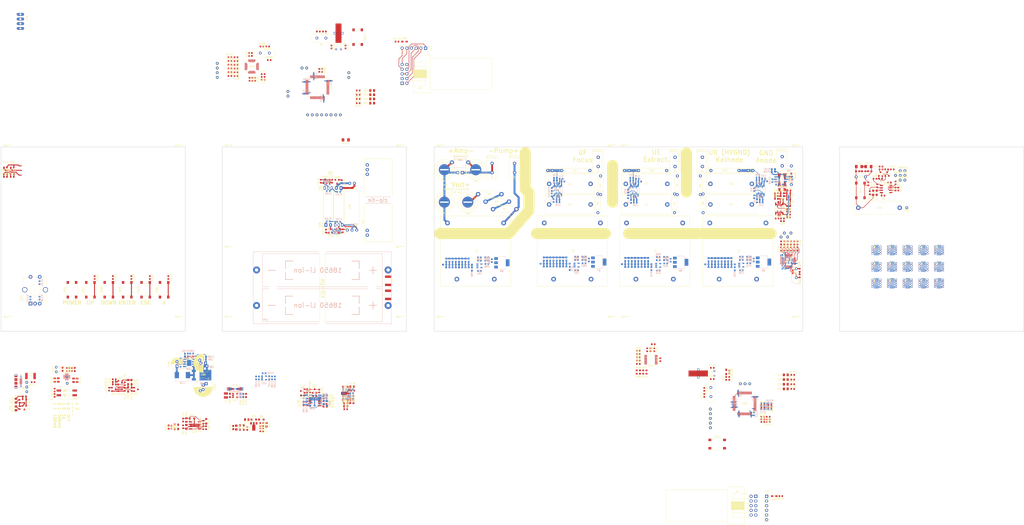
<source format=kicad_pcb>
(kicad_pcb (version 20171130) (host pcbnew 5.0.2-bee76a0~70~ubuntu18.04.1)
  (layers (0 F.Cu signal) (31 B.Cu signal) (34 B.Paste user) (35 F.Paste user) (36 B.SilkS user) (37 F.SilkS user) (38 B.Mask user) (39 F.Mask user) (44 Edge.Cuts user))
  (net 0 "")
  (net 1 HVGND)
  (net 2 "Net-(C1-Pad2)")
  (net 3 "Net-(C2-Pad2)")
  (net 4 /U_E)
  (net 5 /U_F)
  (net 6 "Net-(C5-Pad1)")
  (net 7 GND)
  (net 8 "Net-(C12-Pad2)")
  (net 9 "Net-(C8-Pad2)")
  (net 10 "Net-(C10-Pad1)")
  (net 11 "Net-(C10-Pad2)")
  (net 12 "Net-(C11-Pad1)")
  (net 13 "Net-(C11-Pad2)")
  (net 14 "Net-(C13-Pad2)")
  (net 15 "Net-(C14-Pad1)")
  (net 16 "Net-(C15-Pad2)")
  (net 17 "Net-(C15-Pad1)")
  (net 18 "Net-(C16-Pad2)")
  (net 19 /ADC_UF)
  (net 20 "Net-(C17-Pad2)")
  (net 21 "Net-(C18-Pad1)")
  (net 22 "Net-(C19-Pad1)")
  (net 23 "Net-(C19-Pad2)")
  (net 24 /ADC_UE)
  (net 25 "Net-(C20-Pad2)")
  (net 26 "Net-(C21-Pad2)")
  (net 27 "Net-(C22-Pad1)")
  (net 28 "Net-(C23-Pad1)")
  (net 29 "Net-(C23-Pad2)")
  (net 30 "Net-(C24-Pad2)")
  (net 31 /ADC_UK)
  (net 32 "Net-(C26-Pad2)")
  (net 33 "Net-(C26-Pad1)")
  (net 34 "Net-(C27-Pad2)")
  (net 35 "Net-(C27-Pad1)")
  (net 36 /ammeter/current_in)
  (net 37 +15V)
  (net 38 "Net-(C31-Pad2)")
  (net 39 "Net-(C32-Pad2)")
  (net 40 "Net-(C33-Pad2)")
  (net 41 "Net-(C34-Pad2)")
  (net 42 "Net-(C35-Pad2)")
  (net 43 "Net-(C36-Pad2)")
  (net 44 "Net-(C37-Pad2)")
  (net 45 "Net-(C38-Pad2)")
  (net 46 "Net-(C39-Pad1)")
  (net 47 "Net-(C39-Pad2)")
  (net 48 +3V3)
  (net 49 "Net-(C41-Pad1)")
  (net 50 "Net-(C44-Pad2)")
  (net 51 "Net-(C45-Pad2)")
  (net 52 "Net-(C46-Pad2)")
  (net 53 "Net-(C47-Pad2)")
  (net 54 "Net-(C48-Pad2)")
  (net 55 "Net-(C49-Pad2)")
  (net 56 "Net-(C50-Pad2)")
  (net 57 "Net-(C51-Pad2)")
  (net 58 "Net-(C52-Pad2)")
  (net 59 "Net-(C52-Pad1)")
  (net 60 "Net-(C53-Pad1)")
  (net 61 "Net-(C55-Pad2)")
  (net 62 "Net-(C56-Pad2)")
  (net 63 "Net-(C57-Pad2)")
  (net 64 "Net-(C58-Pad2)")
  (net 65 "Net-(C59-Pad2)")
  (net 66 "Net-(C60-Pad2)")
  (net 67 "Net-(C61-Pad2)")
  (net 68 "Net-(C62-Pad2)")
  (net 69 "Net-(C63-Pad1)")
  (net 70 "Net-(C63-Pad2)")
  (net 71 "Net-(C65-Pad2)")
  (net 72 "Net-(C66-Pad2)")
  (net 73 "Net-(C67-Pad2)")
  (net 74 "Net-(C68-Pad2)")
  (net 75 "Net-(C69-Pad2)")
  (net 76 "Net-(C70-Pad2)")
  (net 77 "Net-(C71-Pad2)")
  (net 78 "Net-(C72-Pad2)")
  (net 79 "Net-(C73-Pad1)")
  (net 80 "Net-(C73-Pad2)")
  (net 81 "Net-(C74-Pad1)")
  (net 82 "Net-(C78-Pad1)")
  (net 83 "Net-(C79-Pad2)")
  (net 84 "Net-(C79-Pad1)")
  (net 85 +BATT)
  (net 86 +12V)
  (net 87 "Net-(C87-Pad2)")
  (net 88 "Net-(C88-Pad1)")
  (net 89 "Net-(C89-Pad1)")
  (net 90 "Net-(C90-Pad2)")
  (net 91 "Net-(C91-Pad1)")
  (net 92 "Net-(C91-Pad2)")
  (net 93 "Net-(C92-Pad1)")
  (net 94 -5V)
  (net 95 +5V)
  (net 96 "Net-(C97-Pad1)")
  (net 97 "Net-(C106-Pad1)")
  (net 98 /Battery_Charger/Vusb)
  (net 99 "Net-(C114-Pad2)")
  (net 100 "Net-(C116-Pad2)")
  (net 101 /MCU_low/NRST)
  (net 102 "Net-(C123-Pad1)")
  (net 103 "Net-(C124-Pad1)")
  (net 104 /MCU_low/ENC_SW)
  (net 105 /MCU_low/BAT_ADC)
  (net 106 /MCU_low/ENC_A)
  (net 107 /MCU_low/ENC_B)
  (net 108 "Net-(C130-Pad1)")
  (net 109 "Net-(C131-Pad1)")
  (net 110 "Net-(C133-Pad2)")
  (net 111 "Net-(C134-Pad2)")
  (net 112 "Net-(C135-Pad1)")
  (net 113 "Net-(C136-Pad1)")
  (net 114 "Net-(C137-Pad2)")
  (net 115 "Net-(C138-Pad2)")
  (net 116 "Net-(C139-Pad2)")
  (net 117 "Net-(C140-Pad2)")
  (net 118 /MCU_low/KEY_5)
  (net 119 /MCU_low/KEY_UP)
  (net 120 /MCU_low/KEY_DOWN)
  (net 121 /MCU_low/KEY_ENTER)
  (net 122 /MCU_low/KEY_ESC)
  (net 123 "Net-(C146-Pad2)")
  (net 124 "Net-(C147-Pad2)")
  (net 125 "Net-(C148-Pad1)")
  (net 126 "Net-(C149-Pad1)")
  (net 127 HV+5V)
  (net 128 HV+3V3)
  (net 129 "Net-(C154-Pad1)")
  (net 130 "Net-(C155-Pad1)")
  (net 131 "Net-(C157-Pad1)")
  (net 132 "Net-(C158-Pad1)")
  (net 133 "Net-(C159-Pad2)")
  (net 134 "Net-(C165-Pad2)")
  (net 135 "Net-(C166-Pad2)")
  (net 136 "Net-(C167-Pad2)")
  (net 137 "Net-(C168-Pad2)")
  (net 138 /MCU_high/NRST)
  (net 139 "Net-(C170-Pad2)")
  (net 140 "Net-(C171-Pad1)")
  (net 141 "Net-(C172-Pad1)")
  (net 142 "Net-(C173-Pad1)")
  (net 143 "Net-(C174-Pad1)")
  (net 144 "Net-(C175-Pad2)")
  (net 145 "Net-(C176-Pad2)")
  (net 146 HV+12V)
  (net 147 "Net-(C183-Pad1)")
  (net 148 "Net-(C187-Pad1)")
  (net 149 "Net-(C188-Pad2)")
  (net 150 "Net-(C189-Pad2)")
  (net 151 "Net-(C190-Pad1)")
  (net 152 "Net-(C191-Pad1)")
  (net 153 HV-5V)
  (net 154 "Net-(C197-Pad2)")
  (net 155 "Net-(C197-Pad1)")
  (net 156 "Net-(D9-Pad1)")
  (net 157 "Net-(D16-Pad2)")
  (net 158 "Net-(D17-Pad1)")
  (net 159 "Net-(D18-Pad2)")
  (net 160 "Net-(D18-Pad1)")
  (net 161 "Net-(D19-Pad1)")
  (net 162 "Net-(D20-Pad2)")
  (net 163 PWR_LOCK)
  (net 164 "Net-(D22-Pad2)")
  (net 165 "Net-(D22-Pad1)")
  (net 166 /MCU_low/LED_GRN)
  (net 167 "Net-(D24-Pad1)")
  (net 168 "Net-(D25-Pad1)")
  (net 169 /MCU_low/LED_ORG)
  (net 170 /MCU_low/LED_RED)
  (net 171 "Net-(D26-Pad1)")
  (net 172 "Net-(D27-Pad1)")
  (net 173 /MCU_low/LED_BLU)
  (net 174 "Net-(D30-Pad1)")
  (net 175 "Net-(D30-Pad2)")
  (net 176 /MCU_high/LED_GRN)
  (net 177 "Net-(D31-Pad1)")
  (net 178 /MCU_high/LED_ORG)
  (net 179 "Net-(D32-Pad1)")
  (net 180 "Net-(D33-Pad1)")
  (net 181 /MCU_high/LED_RED)
  (net 182 "Net-(D34-Pad1)")
  (net 183 /MCU_high/LED_BLU)
  (net 184 "Net-(F1-Pad1)")
  (net 185 "Net-(F2-Pad1)")
  (net 186 "Net-(F3-Pad1)")
  (net 187 "Net-(GD1-Pad1)")
  (net 188 "Net-(J1-Pad1)")
  (net 189 "Net-(J8-Pad2)")
  (net 190 "Net-(J8-Pad3)")
  (net 191 "Net-(J8-Pad4)")
  (net 192 /MCU_low/SWD_CLK)
  (net 193 "Net-(J9-Pad3)")
  (net 194 /MCU_low/SWD_SWO)
  (net 195 "Net-(J9-Pad10)")
  (net 196 /MCU_low/SWD_IO)
  (net 197 "Net-(J9-Pad1)")
  (net 198 "Net-(J11-Pad1)")
  (net 199 /MCU_high/SWD_IO)
  (net 200 "Net-(J11-Pad10)")
  (net 201 /MCU_high/SWD_SWO)
  (net 202 "Net-(J11-Pad3)")
  (net 203 /MCU_high/SWD_CLK)
  (net 204 "Net-(Q5-Pad1)")
  (net 205 "Net-(Q5-Pad3)")
  (net 206 "Net-(Q6-Pad3)")
  (net 207 "Net-(Q6-Pad1)")
  (net 208 "Net-(Q7-Pad3)")
  (net 209 "Net-(Q7-Pad1)")
  (net 210 "Net-(Q8-Pad1)")
  (net 211 "Net-(Q8-Pad3)")
  (net 212 "Net-(Q10-Pad1)")
  (net 213 "Net-(Q10-Pad3)")
  (net 214 /Battery_Charger/SYSOFF)
  (net 215 KEY_PWR)
  (net 216 "Net-(Q15-Pad3)")
  (net 217 /MCU_low/I2C_SCL)
  (net 218 "Net-(Q16-Pad3)")
  (net 219 /MCU_low/I2C_SDA)
  (net 220 /communication/RX_LV)
  (net 221 /LV_UART_RX)
  (net 222 "Net-(Q18-Pad1)")
  (net 223 /communication/K_HV)
  (net 224 /HV_UART_RX)
  (net 225 "Net-(Q19-Pad1)")
  (net 226 "Net-(Q20-Pad1)")
  (net 227 "Net-(D29-Pad1)")
  (net 228 "Net-(Q21-Pad1)")
  (net 229 "Net-(R1-Pad2)")
  (net 230 "Net-(R2-Pad2)")
  (net 231 "Net-(R3-Pad2)")
  (net 232 "Net-(R4-Pad1)")
  (net 233 "Net-(R6-Pad1)")
  (net 234 "Net-(R16-Pad1)")
  (net 235 /ADC_IK)
  (net 236 /ammeter/I_adc)
  (net 237 "Net-(R31-Pad2)")
  (net 238 "Net-(R35-Pad2)")
  (net 239 /drivers/DAC_A)
  (net 240 /MCU_low/TIM1_CH1)
  (net 241 "Net-(R46-Pad2)")
  (net 242 "Net-(R49-Pad2)")
  (net 243 /drivers/DAC_B)
  (net 244 "Net-(R50-Pad2)")
  (net 245 /MCU_low/DAC_load)
  (net 246 /MCU_low/DAC_MOSI)
  (net 247 "Net-(R51-Pad2)")
  (net 248 /MCU_low/TIM1_CH2)
  (net 249 /MCU_low/DAC_SCK)
  (net 250 "Net-(R61-Pad2)")
  (net 251 "Net-(R63-Pad2)")
  (net 252 /MCU_low/DAC_NSS)
  (net 253 "Net-(R64-Pad2)")
  (net 254 /MCU_low/DAC_CS)
  (net 255 "Net-(R65-Pad2)")
  (net 256 "Net-(R68-Pad2)")
  (net 257 "Net-(R69-Pad2)")
  (net 258 /drivers/DAC_C)
  (net 259 "Net-(R72-Pad2)")
  (net 260 /MCU_low/TIM1_CH3)
  (net 261 "Net-(R83-Pad2)")
  (net 262 /drivers/DAC_D)
  (net 263 "Net-(R86-Pad2)")
  (net 264 /MCU_low/TIM1_CH4)
  (net 265 "Net-(R97-Pad2)")
  (net 266 "Net-(R103-Pad2)")
  (net 267 "Net-(R112-Pad2)")
  (net 268 "Net-(R114-Pad2)")
  (net 269 "Net-(R118-Pad1)")
  (net 270 "Net-(R119-Pad1)")
  (net 271 "Net-(R134-Pad2)")
  (net 272 "Net-(R137-Pad2)")
  (net 273 "Net-(R138-Pad1)")
  (net 274 /MCU_low/MCO)
  (net 275 "Net-(R149-Pad2)")
  (net 276 "Net-(R150-Pad2)")
  (net 277 "Net-(R151-Pad2)")
  (net 278 "Net-(R152-Pad2)")
  (net 279 "Net-(R153-Pad2)")
  (net 280 "Net-(R154-Pad1)")
  (net 281 "Net-(R160-Pad1)")
  (net 282 "Net-(R161-Pad1)")
  (net 283 "Net-(R162-Pad1)")
  (net 284 /communication/A_HV)
  (net 285 /HV_UART_TX)
  (net 286 "Net-(D29-Pad2)")
  (net 287 /LV_UART_TX)
  (net 288 /MCU_high/MCO)
  (net 289 "Net-(R177-Pad1)")
  (net 290 "Net-(R178-Pad1)")
  (net 291 "Net-(R181-Pad1)")
  (net 292 "Net-(R182-Pad1)")
  (net 293 "Net-(R191-Pad2)")
  (net 294 "Net-(R193-Pad2)")
  (net 295 "Net-(TP24-Pad1)")
  (net 296 "Net-(TP25-Pad1)")
  (net 297 "Net-(TP26-Pad1)")
  (net 298 "Net-(TP27-Pad1)")
  (net 299 "Net-(TP28-Pad1)")
  (net 300 "Net-(TP29-Pad1)")
  (net 301 "Net-(TP30-Pad1)")
  (net 302 "Net-(TP31-Pad1)")
  (net 303 "Net-(TP32-Pad1)")
  (net 304 "Net-(TP33-Pad1)")
  (net 305 "Net-(TP34-Pad1)")
  (net 306 "Net-(TP35-Pad1)")
  (net 307 "Net-(TP36-Pad1)")
  (net 308 "Net-(TP37-Pad1)")
  (net 309 "Net-(TP38-Pad1)")
  (net 310 "Net-(TP39-Pad1)")
  (net 311 "Net-(TP40-Pad1)")
  (net 312 "Net-(TP41-Pad1)")
  (net 313 "Net-(TP42-Pad1)")
  (net 314 "Net-(TP43-Pad1)")
  (net 315 "Net-(TP44-Pad1)")
  (net 316 "Net-(TP45-Pad1)")
  (net 317 "Net-(TP46-Pad1)")
  (net 318 "Net-(U14-Pad5)")
  (net 319 "Net-(U20-Pad8)")
  (net 320 "Net-(U20-Pad5)")
  (net 321 "Net-(U21-Pad3)")
  (net 322 "Net-(U21-Pad5)")
  (net 323 "Net-(U26-Pad2)")
  (net 324 /MCU_low/ADC_SCK)
  (net 325 /MCU_low/ADC_RESET)
  (net 326 /MCU_low/ADC_CS)
  (net 327 /MCU_low/ADC_MISO)
  (net 328 /MCU_low/ADC_MOSI)
  (net 329 /MCU_low/ADC_DRDY)
  (net 330 "Net-(U26-Pad60)")
  (net 331 "Net-(U27-Pad27)")
  (net 332 "Net-(U27-Pad10)")
  (net 333 "Net-(U27-Pad9)")
  (net 334 "Net-(U27-Pad12)")
  (net 335 "Net-(U27-Pad11)")
  (net 336 "Net-(U30-Pad1)")
  (net 337 "Net-(U32-Pad1)")
  (net 338 "Net-(U33-Pad11)")
  (net 339 "Net-(U33-Pad12)")
  (net 340 /MCU_high/ADC_RESET)
  (net 341 "Net-(U33-Pad9)")
  (net 342 "Net-(U33-Pad10)")
  (net 343 "Net-(U33-Pad27)")
  (net 344 /MCU_high/ADC_MISO)
  (net 345 /MCU_high/ADC_MOSI)
  (net 346 /MCU_high/ADC_SCK)
  (net 347 /MCU_high/ADC_CS)
  (net 348 /MCU_high/ADC_DRDY)
  (net 349 "Net-(U34-Pad60)")
  (net 350 "Net-(U34-Pad57)")
  (net 351 "Net-(U34-Pad56)")
  (net 352 "Net-(U34-Pad54)")
  (net 353 "Net-(U34-Pad40)")
  (net 354 "Net-(U34-Pad39)")
  (net 355 "Net-(U34-Pad38)")
  (net 356 "Net-(U34-Pad37)")
  (net 357 "Net-(U34-Pad28)")
  (net 358 "Net-(U34-Pad27)")
  (net 359 "Net-(U34-Pad26)")
  (net 360 "Net-(U34-Pad25)")
  (net 361 "Net-(U34-Pad14)")
  (net 362 "Net-(U34-Pad11)")
  (net 363 "Net-(U34-Pad10)")
  (net 364 "Net-(U34-Pad9)")
  (net 365 "Net-(U34-Pad8)")
  (net 366 "Net-(U34-Pad2)")
  (net 367 "Net-(U38-Pad6)")
  (net 368 "Net-(U39-Pad5)")
  (net 369 "Net-(U39-Pad8)")
  (net 370 "Net-(GD1-Pad2)")
  (net 371 "Net-(R10-Pad2)")
  (net 372 "Net-(R13-Pad2)")
  (net 373 /ammeter/VEE)
  (net 374 /ammeter/VCC)
  (net 375 "Net-(C29-Pad2)")
  (net 376 "Net-(R196-Pad1)")
  (net 377 "Net-(R196-Pad2)")
  (net 378 "Net-(R198-Pad1)")
  (net 379 "Net-(R199-Pad1)")
  (net 380 "Net-(R14-Pad1)")
  (net 381 "Net-(R127-Pad1)")
  (net 382 "Net-(R179-Pad2)")
  (net 383 "Net-(R202-Pad2)")
  (net 384 "Net-(C204-Pad2)")
  (net 385 "Net-(C203-Pad1)")
  (net 386 "Net-(R205-Pad2)")
  (net 387 "Net-(R206-Pad2)")
  (net 388 "Net-(R205-Pad1)")
  (net 389 "Net-(C96-Pad1)")
  (net 390 "Net-(R8-Pad1)")
  (net 391 "Net-(Q12-Pad1)")
  (net 392 /Battery_Charger/NTC)
  (net 393 /Battery_Charger/EN2)
  (net 394 /Battery_Charger/EN1)
  (module MountingHole:MountingHole_3.2mm_M3 (layer F.Cu) (at 138.5 73.5)
    (fp_text reference REF** (at 0 -4.2) (layer F.SilkS))
    (fp_text value MountingHole_3.2mm_M3)
    (pad 1 np_thru_hole circle (at 0 0) (size 3.2 3.2) (drill 3.2) (layers *.Cu *.Mask))
  )
  (module MountingHole:MountingHole_3.2mm_M3 (layer F.Cu) (at 231.5 73.5)
    (fp_text reference REF** (at 0 -4.2) (layer F.SilkS))
    (fp_text value MountingHole_3.2mm_M3)
    (pad 1 np_thru_hole circle (at 0 0) (size 3.2 3.2) (drill 3.2) (layers *.Cu *.Mask))
  )
  (module Capacitor_SMD:C_0603_1608Metric (layer B.Cu) (at 281.305 76.708 270)
    (fp_text reference C208 (at 0 1.43 270) (layer B.SilkS) (effects (justify mirror)))
    (fp_text value 1u)
    (pad 2 smd roundrect (at 0.7875 0 270) (size 0.875 0.95) (layers B.Cu B.Paste B.Mask) (net 86 +12V))
    (pad 1 smd roundrect (at -0.7875 0 270) (size 0.875 0.95) (layers B.Cu B.Paste B.Mask) (net 7 GND))
  )
  (module Capacitor_SMD:C_0603_1608Metric (layer B.Cu) (at 334.01 76.327 270)
    (fp_text reference C207 (at 0 1.43 270) (layer B.SilkS) (effects (justify mirror)))
    (fp_text value 1u)
    (pad 1 smd roundrect (at -0.7875 0 270) (size 0.875 0.95) (layers B.Cu B.Paste B.Mask) (net 7 GND))
    (pad 2 smd roundrect (at 0.7875 0 270) (size 0.875 0.95) (layers B.Cu B.Paste B.Mask) (net 86 +12V))
  )
  (module Capacitor_SMD:C_0603_1608Metric (layer B.Cu) (at 378.333 76.454 270)
    (fp_text reference C206 (at 0 1.43 270) (layer B.SilkS) (effects (justify mirror)))
    (fp_text value 1u)
    (pad 2 smd roundrect (at 0.7875 0 270) (size 0.875 0.95) (layers B.Cu B.Paste B.Mask) (net 86 +12V))
    (pad 1 smd roundrect (at -0.7875 0 270) (size 0.875 0.95) (layers B.Cu B.Paste B.Mask) (net 7 GND))
  )
  (module Capacitor_SMD:C_0603_1608Metric (layer B.Cu) (at 423.418 76.327 270)
    (fp_text reference C205 (at 0 1.43 270) (layer B.SilkS) (effects (justify mirror)))
    (fp_text value 1u)
    (pad 1 smd roundrect (at -0.7875 0 270) (size 0.875 0.95) (layers B.Cu B.Paste B.Mask) (net 7 GND))
    (pad 2 smd roundrect (at 0.7875 0 270) (size 0.875 0.95) (layers B.Cu B.Paste B.Mask) (net 86 +12V))
  )
  (module miscellaneous_my:SO8_to_MSOP8_3x3mm_P0.65mm (layer F.Cu) (at 524 89)
    (fp_text reference REF** hide)
    (fp_text value SO8_to_MSOP8_3x3mm_P0.65mm)
    (fp_line (start 1.2065 0.635) (end 0.254 1.4605) (layer B.Cu) (width 0.25))
    (fp_line (start 1.8415 -0.6985) (end -0.381 1.4605) (layer B.Cu) (width 0.25))
    (fp_line (start 2.0955 0.635) (end 1.2065 0.635) (layer B.Cu) (width 0.25))
    (fp_line (start -1.1684 -0.6096) (end -2.1844 -0.6096) (layer B.Cu) (width 0.25))
    (fp_line (start -0.254 -1.4605) (end -1.1684 -0.6096) (layer B.Cu) (width 0.25))
    (fp_line (start 0.381 -1.4605) (end -1.8415 0.762) (layer B.Cu) (width 0.25))
    (fp_line (start 1.8288 -1.6256) (end -1.016 1.4605) (layer B.Cu) (width 0.25))
    (fp_line (start 1.016 -1.4605) (end -1.8415 1.651) (layer B.Cu) (width 0.25))
    (fp_line (start 1.1176 1.9304) (end 2.0508 1.9304) (layer B.Cu) (width 0.5))
    (fp_line (start -2 -1.8796) (end -1.0668 -1.8796) (layer B.Cu) (width 0.5))
    (pad 4 thru_hole roundrect (at -2.159 1.905) (size 1 1) (drill 0.7) (layers *.Cu *.Mask))
    (pad 1 thru_hole roundrect (at -2.159 -1.905) (size 1 1) (drill 0.7) (layers *.Cu *.Mask))
    (pad 2 thru_hole roundrect (at -2.159 -0.635) (size 1 1) (drill 0.7) (layers *.Cu *.Mask))
    (pad 3 thru_hole roundrect (at -2.159 0.635) (size 1 1) (drill 0.7) (layers *.Cu *.Mask))
    (pad 5 thru_hole roundrect (at 2.159 1.905) (size 1 1) (drill 0.7) (layers *.Cu *.Mask))
    (pad 6 thru_hole roundrect (at 2.159 0.635) (size 1 1) (drill 0.7) (layers *.Cu *.Mask))
    (pad 7 thru_hole roundrect (at 2.159 -0.635) (size 1 1) (drill 0.7) (layers *.Cu *.Mask))
    (pad 8 thru_hole roundrect (at 2.159 -1.905) (size 1 1) (drill 0.7) (layers *.Cu *.Mask))
    (pad 6 smd roundrect (at 0.325 2.1125 90) (size 1.5 0.4) (layers B.Cu B.Paste B.Mask))
    (pad 7 smd roundrect (at -0.325 2.1125 90) (size 1.5 0.4) (layers B.Cu B.Paste B.Mask))
    (pad 2 smd roundrect (at -0.325 -2.1125 90) (size 1.5 0.4) (layers B.Cu B.Paste B.Mask))
    (pad 4 smd roundrect (at 0.975 -2.1125 90) (size 1.5 0.4) (layers B.Cu B.Paste B.Mask))
    (pad 3 smd roundrect (at 0.325 -2.1125 90) (size 1.5 0.4) (layers B.Cu B.Paste B.Mask))
    (pad 1 smd roundrect (at -0.975 -2.1125 90) (size 1.5 0.4) (layers B.Cu B.Paste B.Mask))
    (pad 5 smd roundrect (at 0.975 2.1125 90) (size 1.5 0.4) (layers B.Cu B.Paste B.Mask))
    (pad 8 smd roundrect (at -0.975 2.1125 90) (size 1.5 0.4) (layers B.Cu B.Paste B.Mask))
  )
  (module miscellaneous_my:SO8_to_MSOP8_3x3mm_P0.65mm (layer F.Cu) (at 515.5 89)
    (fp_text reference REF** hide)
    (fp_text value SO8_to_MSOP8_3x3mm_P0.65mm)
    (fp_line (start 1.2065 0.635) (end 0.254 1.4605) (layer B.Cu) (width 0.25))
    (fp_line (start 1.8415 -0.6985) (end -0.381 1.4605) (layer B.Cu) (width 0.25))
    (fp_line (start 2.0955 0.635) (end 1.2065 0.635) (layer B.Cu) (width 0.25))
    (fp_line (start -1.1684 -0.6096) (end -2.1844 -0.6096) (layer B.Cu) (width 0.25))
    (fp_line (start -0.254 -1.4605) (end -1.1684 -0.6096) (layer B.Cu) (width 0.25))
    (fp_line (start 0.381 -1.4605) (end -1.8415 0.762) (layer B.Cu) (width 0.25))
    (fp_line (start 1.8288 -1.6256) (end -1.016 1.4605) (layer B.Cu) (width 0.25))
    (fp_line (start 1.016 -1.4605) (end -1.8415 1.651) (layer B.Cu) (width 0.25))
    (fp_line (start 1.1176 1.9304) (end 2.0508 1.9304) (layer B.Cu) (width 0.5))
    (fp_line (start -2 -1.8796) (end -1.0668 -1.8796) (layer B.Cu) (width 0.5))
    (pad 4 thru_hole roundrect (at -2.159 1.905) (size 1 1) (drill 0.7) (layers *.Cu *.Mask))
    (pad 1 thru_hole roundrect (at -2.159 -1.905) (size 1 1) (drill 0.7) (layers *.Cu *.Mask))
    (pad 2 thru_hole roundrect (at -2.159 -0.635) (size 1 1) (drill 0.7) (layers *.Cu *.Mask))
    (pad 3 thru_hole roundrect (at -2.159 0.635) (size 1 1) (drill 0.7) (layers *.Cu *.Mask))
    (pad 5 thru_hole roundrect (at 2.159 1.905) (size 1 1) (drill 0.7) (layers *.Cu *.Mask))
    (pad 6 thru_hole roundrect (at 2.159 0.635) (size 1 1) (drill 0.7) (layers *.Cu *.Mask))
    (pad 7 thru_hole roundrect (at 2.159 -0.635) (size 1 1) (drill 0.7) (layers *.Cu *.Mask))
    (pad 8 thru_hole roundrect (at 2.159 -1.905) (size 1 1) (drill 0.7) (layers *.Cu *.Mask))
    (pad 6 smd roundrect (at 0.325 2.1125 90) (size 1.5 0.4) (layers B.Cu B.Paste B.Mask))
    (pad 7 smd roundrect (at -0.325 2.1125 90) (size 1.5 0.4) (layers B.Cu B.Paste B.Mask))
    (pad 2 smd roundrect (at -0.325 -2.1125 90) (size 1.5 0.4) (layers B.Cu B.Paste B.Mask))
    (pad 4 smd roundrect (at 0.975 -2.1125 90) (size 1.5 0.4) (layers B.Cu B.Paste B.Mask))
    (pad 3 smd roundrect (at 0.325 -2.1125 90) (size 1.5 0.4) (layers B.Cu B.Paste B.Mask))
    (pad 1 smd roundrect (at -0.975 -2.1125 90) (size 1.5 0.4) (layers B.Cu B.Paste B.Mask))
    (pad 5 smd roundrect (at 0.975 2.1125 90) (size 1.5 0.4) (layers B.Cu B.Paste B.Mask))
    (pad 8 smd roundrect (at -0.975 2.1125 90) (size 1.5 0.4) (layers B.Cu B.Paste B.Mask))
  )
  (module miscellaneous_my:SO8_to_MSOP8_3x3mm_P0.65mm (layer F.Cu) (at 498.5 89)
    (fp_text reference REF** hide)
    (fp_text value SO8_to_MSOP8_3x3mm_P0.65mm)
    (fp_line (start -2 -1.8796) (end -1.0668 -1.8796) (layer B.Cu) (width 0.5))
    (fp_line (start 1.1176 1.9304) (end 2.0508 1.9304) (layer B.Cu) (width 0.5))
    (fp_line (start 1.016 -1.4605) (end -1.8415 1.651) (layer B.Cu) (width 0.25))
    (fp_line (start 1.8288 -1.6256) (end -1.016 1.4605) (layer B.Cu) (width 0.25))
    (fp_line (start 0.381 -1.4605) (end -1.8415 0.762) (layer B.Cu) (width 0.25))
    (fp_line (start -0.254 -1.4605) (end -1.1684 -0.6096) (layer B.Cu) (width 0.25))
    (fp_line (start -1.1684 -0.6096) (end -2.1844 -0.6096) (layer B.Cu) (width 0.25))
    (fp_line (start 2.0955 0.635) (end 1.2065 0.635) (layer B.Cu) (width 0.25))
    (fp_line (start 1.8415 -0.6985) (end -0.381 1.4605) (layer B.Cu) (width 0.25))
    (fp_line (start 1.2065 0.635) (end 0.254 1.4605) (layer B.Cu) (width 0.25))
    (pad 8 smd roundrect (at -0.975 2.1125 90) (size 1.5 0.4) (layers B.Cu B.Paste B.Mask))
    (pad 5 smd roundrect (at 0.975 2.1125 90) (size 1.5 0.4) (layers B.Cu B.Paste B.Mask))
    (pad 1 smd roundrect (at -0.975 -2.1125 90) (size 1.5 0.4) (layers B.Cu B.Paste B.Mask))
    (pad 3 smd roundrect (at 0.325 -2.1125 90) (size 1.5 0.4) (layers B.Cu B.Paste B.Mask))
    (pad 4 smd roundrect (at 0.975 -2.1125 90) (size 1.5 0.4) (layers B.Cu B.Paste B.Mask))
    (pad 2 smd roundrect (at -0.325 -2.1125 90) (size 1.5 0.4) (layers B.Cu B.Paste B.Mask))
    (pad 7 smd roundrect (at -0.325 2.1125 90) (size 1.5 0.4) (layers B.Cu B.Paste B.Mask))
    (pad 6 smd roundrect (at 0.325 2.1125 90) (size 1.5 0.4) (layers B.Cu B.Paste B.Mask))
    (pad 8 thru_hole roundrect (at 2.159 -1.905) (size 1 1) (drill 0.7) (layers *.Cu *.Mask))
    (pad 7 thru_hole roundrect (at 2.159 -0.635) (size 1 1) (drill 0.7) (layers *.Cu *.Mask))
    (pad 6 thru_hole roundrect (at 2.159 0.635) (size 1 1) (drill 0.7) (layers *.Cu *.Mask))
    (pad 5 thru_hole roundrect (at 2.159 1.905) (size 1 1) (drill 0.7) (layers *.Cu *.Mask))
    (pad 3 thru_hole roundrect (at -2.159 0.635) (size 1 1) (drill 0.7) (layers *.Cu *.Mask))
    (pad 2 thru_hole roundrect (at -2.159 -0.635) (size 1 1) (drill 0.7) (layers *.Cu *.Mask))
    (pad 1 thru_hole roundrect (at -2.159 -1.905) (size 1 1) (drill 0.7) (layers *.Cu *.Mask))
    (pad 4 thru_hole roundrect (at -2.159 1.905) (size 1 1) (drill 0.7) (layers *.Cu *.Mask))
  )
  (module miscellaneous_my:SO8_to_MSOP8_3x3mm_P0.65mm (layer F.Cu) (at 507 89)
    (fp_text reference REF** hide)
    (fp_text value SO8_to_MSOP8_3x3mm_P0.65mm)
    (fp_line (start -2 -1.8796) (end -1.0668 -1.8796) (layer B.Cu) (width 0.5))
    (fp_line (start 1.1176 1.9304) (end 2.0508 1.9304) (layer B.Cu) (width 0.5))
    (fp_line (start 1.016 -1.4605) (end -1.8415 1.651) (layer B.Cu) (width 0.25))
    (fp_line (start 1.8288 -1.6256) (end -1.016 1.4605) (layer B.Cu) (width 0.25))
    (fp_line (start 0.381 -1.4605) (end -1.8415 0.762) (layer B.Cu) (width 0.25))
    (fp_line (start -0.254 -1.4605) (end -1.1684 -0.6096) (layer B.Cu) (width 0.25))
    (fp_line (start -1.1684 -0.6096) (end -2.1844 -0.6096) (layer B.Cu) (width 0.25))
    (fp_line (start 2.0955 0.635) (end 1.2065 0.635) (layer B.Cu) (width 0.25))
    (fp_line (start 1.8415 -0.6985) (end -0.381 1.4605) (layer B.Cu) (width 0.25))
    (fp_line (start 1.2065 0.635) (end 0.254 1.4605) (layer B.Cu) (width 0.25))
    (pad 8 smd roundrect (at -0.975 2.1125 90) (size 1.5 0.4) (layers B.Cu B.Paste B.Mask))
    (pad 5 smd roundrect (at 0.975 2.1125 90) (size 1.5 0.4) (layers B.Cu B.Paste B.Mask))
    (pad 1 smd roundrect (at -0.975 -2.1125 90) (size 1.5 0.4) (layers B.Cu B.Paste B.Mask))
    (pad 3 smd roundrect (at 0.325 -2.1125 90) (size 1.5 0.4) (layers B.Cu B.Paste B.Mask))
    (pad 4 smd roundrect (at 0.975 -2.1125 90) (size 1.5 0.4) (layers B.Cu B.Paste B.Mask))
    (pad 2 smd roundrect (at -0.325 -2.1125 90) (size 1.5 0.4) (layers B.Cu B.Paste B.Mask))
    (pad 7 smd roundrect (at -0.325 2.1125 90) (size 1.5 0.4) (layers B.Cu B.Paste B.Mask))
    (pad 6 smd roundrect (at 0.325 2.1125 90) (size 1.5 0.4) (layers B.Cu B.Paste B.Mask))
    (pad 8 thru_hole roundrect (at 2.159 -1.905) (size 1 1) (drill 0.7) (layers *.Cu *.Mask))
    (pad 7 thru_hole roundrect (at 2.159 -0.635) (size 1 1) (drill 0.7) (layers *.Cu *.Mask))
    (pad 6 thru_hole roundrect (at 2.159 0.635) (size 1 1) (drill 0.7) (layers *.Cu *.Mask))
    (pad 5 thru_hole roundrect (at 2.159 1.905) (size 1 1) (drill 0.7) (layers *.Cu *.Mask))
    (pad 3 thru_hole roundrect (at -2.159 0.635) (size 1 1) (drill 0.7) (layers *.Cu *.Mask))
    (pad 2 thru_hole roundrect (at -2.159 -0.635) (size 1 1) (drill 0.7) (layers *.Cu *.Mask))
    (pad 1 thru_hole roundrect (at -2.159 -1.905) (size 1 1) (drill 0.7) (layers *.Cu *.Mask))
    (pad 4 thru_hole roundrect (at -2.159 1.905) (size 1 1) (drill 0.7) (layers *.Cu *.Mask))
  )
  (module miscellaneous_my:SO8_to_MSOP8_3x3mm_P0.65mm (layer F.Cu) (at 490 89)
    (fp_text reference REF** hide)
    (fp_text value SO8_to_MSOP8_3x3mm_P0.65mm)
    (fp_line (start -2 -1.8796) (end -1.0668 -1.8796) (layer B.Cu) (width 0.5))
    (fp_line (start 1.1176 1.9304) (end 2.0508 1.9304) (layer B.Cu) (width 0.5))
    (fp_line (start 1.016 -1.4605) (end -1.8415 1.651) (layer B.Cu) (width 0.25))
    (fp_line (start 1.8288 -1.6256) (end -1.016 1.4605) (layer B.Cu) (width 0.25))
    (fp_line (start 0.381 -1.4605) (end -1.8415 0.762) (layer B.Cu) (width 0.25))
    (fp_line (start -0.254 -1.4605) (end -1.1684 -0.6096) (layer B.Cu) (width 0.25))
    (fp_line (start -1.1684 -0.6096) (end -2.1844 -0.6096) (layer B.Cu) (width 0.25))
    (fp_line (start 2.0955 0.635) (end 1.2065 0.635) (layer B.Cu) (width 0.25))
    (fp_line (start 1.8415 -0.6985) (end -0.381 1.4605) (layer B.Cu) (width 0.25))
    (fp_line (start 1.2065 0.635) (end 0.254 1.4605) (layer B.Cu) (width 0.25))
    (pad 8 smd roundrect (at -0.975 2.1125 90) (size 1.5 0.4) (layers B.Cu B.Paste B.Mask))
    (pad 5 smd roundrect (at 0.975 2.1125 90) (size 1.5 0.4) (layers B.Cu B.Paste B.Mask))
    (pad 1 smd roundrect (at -0.975 -2.1125 90) (size 1.5 0.4) (layers B.Cu B.Paste B.Mask))
    (pad 3 smd roundrect (at 0.325 -2.1125 90) (size 1.5 0.4) (layers B.Cu B.Paste B.Mask))
    (pad 4 smd roundrect (at 0.975 -2.1125 90) (size 1.5 0.4) (layers B.Cu B.Paste B.Mask))
    (pad 2 smd roundrect (at -0.325 -2.1125 90) (size 1.5 0.4) (layers B.Cu B.Paste B.Mask))
    (pad 7 smd roundrect (at -0.325 2.1125 90) (size 1.5 0.4) (layers B.Cu B.Paste B.Mask))
    (pad 6 smd roundrect (at 0.325 2.1125 90) (size 1.5 0.4) (layers B.Cu B.Paste B.Mask))
    (pad 8 thru_hole roundrect (at 2.159 -1.905) (size 1 1) (drill 0.7) (layers *.Cu *.Mask))
    (pad 7 thru_hole roundrect (at 2.159 -0.635) (size 1 1) (drill 0.7) (layers *.Cu *.Mask))
    (pad 6 thru_hole roundrect (at 2.159 0.635) (size 1 1) (drill 0.7) (layers *.Cu *.Mask))
    (pad 5 thru_hole roundrect (at 2.159 1.905) (size 1 1) (drill 0.7) (layers *.Cu *.Mask))
    (pad 3 thru_hole roundrect (at -2.159 0.635) (size 1 1) (drill 0.7) (layers *.Cu *.Mask))
    (pad 2 thru_hole roundrect (at -2.159 -0.635) (size 1 1) (drill 0.7) (layers *.Cu *.Mask))
    (pad 1 thru_hole roundrect (at -2.159 -1.905) (size 1 1) (drill 0.7) (layers *.Cu *.Mask))
    (pad 4 thru_hole roundrect (at -2.159 1.905) (size 1 1) (drill 0.7) (layers *.Cu *.Mask))
  )
  (module miscellaneous_my:SO8_to_MSOP8_3x3mm_P0.65mm (layer F.Cu) (at 507 80)
    (fp_text reference REF** hide)
    (fp_text value SO8_to_MSOP8_3x3mm_P0.65mm)
    (fp_line (start 1.2065 0.635) (end 0.254 1.4605) (layer B.Cu) (width 0.25))
    (fp_line (start 1.8415 -0.6985) (end -0.381 1.4605) (layer B.Cu) (width 0.25))
    (fp_line (start 2.0955 0.635) (end 1.2065 0.635) (layer B.Cu) (width 0.25))
    (fp_line (start -1.1684 -0.6096) (end -2.1844 -0.6096) (layer B.Cu) (width 0.25))
    (fp_line (start -0.254 -1.4605) (end -1.1684 -0.6096) (layer B.Cu) (width 0.25))
    (fp_line (start 0.381 -1.4605) (end -1.8415 0.762) (layer B.Cu) (width 0.25))
    (fp_line (start 1.8288 -1.6256) (end -1.016 1.4605) (layer B.Cu) (width 0.25))
    (fp_line (start 1.016 -1.4605) (end -1.8415 1.651) (layer B.Cu) (width 0.25))
    (fp_line (start 1.1176 1.9304) (end 2.0508 1.9304) (layer B.Cu) (width 0.5))
    (fp_line (start -2 -1.8796) (end -1.0668 -1.8796) (layer B.Cu) (width 0.5))
    (pad 4 thru_hole roundrect (at -2.159 1.905) (size 1 1) (drill 0.7) (layers *.Cu *.Mask))
    (pad 1 thru_hole roundrect (at -2.159 -1.905) (size 1 1) (drill 0.7) (layers *.Cu *.Mask))
    (pad 2 thru_hole roundrect (at -2.159 -0.635) (size 1 1) (drill 0.7) (layers *.Cu *.Mask))
    (pad 3 thru_hole roundrect (at -2.159 0.635) (size 1 1) (drill 0.7) (layers *.Cu *.Mask))
    (pad 5 thru_hole roundrect (at 2.159 1.905) (size 1 1) (drill 0.7) (layers *.Cu *.Mask))
    (pad 6 thru_hole roundrect (at 2.159 0.635) (size 1 1) (drill 0.7) (layers *.Cu *.Mask))
    (pad 7 thru_hole roundrect (at 2.159 -0.635) (size 1 1) (drill 0.7) (layers *.Cu *.Mask))
    (pad 8 thru_hole roundrect (at 2.159 -1.905) (size 1 1) (drill 0.7) (layers *.Cu *.Mask))
    (pad 6 smd roundrect (at 0.325 2.1125 90) (size 1.5 0.4) (layers B.Cu B.Paste B.Mask))
    (pad 7 smd roundrect (at -0.325 2.1125 90) (size 1.5 0.4) (layers B.Cu B.Paste B.Mask))
    (pad 2 smd roundrect (at -0.325 -2.1125 90) (size 1.5 0.4) (layers B.Cu B.Paste B.Mask))
    (pad 4 smd roundrect (at 0.975 -2.1125 90) (size 1.5 0.4) (layers B.Cu B.Paste B.Mask))
    (pad 3 smd roundrect (at 0.325 -2.1125 90) (size 1.5 0.4) (layers B.Cu B.Paste B.Mask))
    (pad 1 smd roundrect (at -0.975 -2.1125 90) (size 1.5 0.4) (layers B.Cu B.Paste B.Mask))
    (pad 5 smd roundrect (at 0.975 2.1125 90) (size 1.5 0.4) (layers B.Cu B.Paste B.Mask))
    (pad 8 smd roundrect (at -0.975 2.1125 90) (size 1.5 0.4) (layers B.Cu B.Paste B.Mask))
  )
  (module miscellaneous_my:SO8_to_MSOP8_3x3mm_P0.65mm (layer F.Cu) (at 524 80)
    (fp_text reference REF** hide)
    (fp_text value SO8_to_MSOP8_3x3mm_P0.65mm)
    (fp_line (start -2 -1.8796) (end -1.0668 -1.8796) (layer B.Cu) (width 0.5))
    (fp_line (start 1.1176 1.9304) (end 2.0508 1.9304) (layer B.Cu) (width 0.5))
    (fp_line (start 1.016 -1.4605) (end -1.8415 1.651) (layer B.Cu) (width 0.25))
    (fp_line (start 1.8288 -1.6256) (end -1.016 1.4605) (layer B.Cu) (width 0.25))
    (fp_line (start 0.381 -1.4605) (end -1.8415 0.762) (layer B.Cu) (width 0.25))
    (fp_line (start -0.254 -1.4605) (end -1.1684 -0.6096) (layer B.Cu) (width 0.25))
    (fp_line (start -1.1684 -0.6096) (end -2.1844 -0.6096) (layer B.Cu) (width 0.25))
    (fp_line (start 2.0955 0.635) (end 1.2065 0.635) (layer B.Cu) (width 0.25))
    (fp_line (start 1.8415 -0.6985) (end -0.381 1.4605) (layer B.Cu) (width 0.25))
    (fp_line (start 1.2065 0.635) (end 0.254 1.4605) (layer B.Cu) (width 0.25))
    (pad 8 smd roundrect (at -0.975 2.1125 90) (size 1.5 0.4) (layers B.Cu B.Paste B.Mask))
    (pad 5 smd roundrect (at 0.975 2.1125 90) (size 1.5 0.4) (layers B.Cu B.Paste B.Mask))
    (pad 1 smd roundrect (at -0.975 -2.1125 90) (size 1.5 0.4) (layers B.Cu B.Paste B.Mask))
    (pad 3 smd roundrect (at 0.325 -2.1125 90) (size 1.5 0.4) (layers B.Cu B.Paste B.Mask))
    (pad 4 smd roundrect (at 0.975 -2.1125 90) (size 1.5 0.4) (layers B.Cu B.Paste B.Mask))
    (pad 2 smd roundrect (at -0.325 -2.1125 90) (size 1.5 0.4) (layers B.Cu B.Paste B.Mask))
    (pad 7 smd roundrect (at -0.325 2.1125 90) (size 1.5 0.4) (layers B.Cu B.Paste B.Mask))
    (pad 6 smd roundrect (at 0.325 2.1125 90) (size 1.5 0.4) (layers B.Cu B.Paste B.Mask))
    (pad 8 thru_hole roundrect (at 2.159 -1.905) (size 1 1) (drill 0.7) (layers *.Cu *.Mask))
    (pad 7 thru_hole roundrect (at 2.159 -0.635) (size 1 1) (drill 0.7) (layers *.Cu *.Mask))
    (pad 6 thru_hole roundrect (at 2.159 0.635) (size 1 1) (drill 0.7) (layers *.Cu *.Mask))
    (pad 5 thru_hole roundrect (at 2.159 1.905) (size 1 1) (drill 0.7) (layers *.Cu *.Mask))
    (pad 3 thru_hole roundrect (at -2.159 0.635) (size 1 1) (drill 0.7) (layers *.Cu *.Mask))
    (pad 2 thru_hole roundrect (at -2.159 -0.635) (size 1 1) (drill 0.7) (layers *.Cu *.Mask))
    (pad 1 thru_hole roundrect (at -2.159 -1.905) (size 1 1) (drill 0.7) (layers *.Cu *.Mask))
    (pad 4 thru_hole roundrect (at -2.159 1.905) (size 1 1) (drill 0.7) (layers *.Cu *.Mask))
  )
  (module miscellaneous_my:SO8_to_MSOP8_3x3mm_P0.65mm (layer F.Cu) (at 515.5 80)
    (fp_text reference REF** hide)
    (fp_text value SO8_to_MSOP8_3x3mm_P0.65mm)
    (fp_line (start -2 -1.8796) (end -1.0668 -1.8796) (layer B.Cu) (width 0.5))
    (fp_line (start 1.1176 1.9304) (end 2.0508 1.9304) (layer B.Cu) (width 0.5))
    (fp_line (start 1.016 -1.4605) (end -1.8415 1.651) (layer B.Cu) (width 0.25))
    (fp_line (start 1.8288 -1.6256) (end -1.016 1.4605) (layer B.Cu) (width 0.25))
    (fp_line (start 0.381 -1.4605) (end -1.8415 0.762) (layer B.Cu) (width 0.25))
    (fp_line (start -0.254 -1.4605) (end -1.1684 -0.6096) (layer B.Cu) (width 0.25))
    (fp_line (start -1.1684 -0.6096) (end -2.1844 -0.6096) (layer B.Cu) (width 0.25))
    (fp_line (start 2.0955 0.635) (end 1.2065 0.635) (layer B.Cu) (width 0.25))
    (fp_line (start 1.8415 -0.6985) (end -0.381 1.4605) (layer B.Cu) (width 0.25))
    (fp_line (start 1.2065 0.635) (end 0.254 1.4605) (layer B.Cu) (width 0.25))
    (pad 8 smd roundrect (at -0.975 2.1125 90) (size 1.5 0.4) (layers B.Cu B.Paste B.Mask))
    (pad 5 smd roundrect (at 0.975 2.1125 90) (size 1.5 0.4) (layers B.Cu B.Paste B.Mask))
    (pad 1 smd roundrect (at -0.975 -2.1125 90) (size 1.5 0.4) (layers B.Cu B.Paste B.Mask))
    (pad 3 smd roundrect (at 0.325 -2.1125 90) (size 1.5 0.4) (layers B.Cu B.Paste B.Mask))
    (pad 4 smd roundrect (at 0.975 -2.1125 90) (size 1.5 0.4) (layers B.Cu B.Paste B.Mask))
    (pad 2 smd roundrect (at -0.325 -2.1125 90) (size 1.5 0.4) (layers B.Cu B.Paste B.Mask))
    (pad 7 smd roundrect (at -0.325 2.1125 90) (size 1.5 0.4) (layers B.Cu B.Paste B.Mask))
    (pad 6 smd roundrect (at 0.325 2.1125 90) (size 1.5 0.4) (layers B.Cu B.Paste B.Mask))
    (pad 8 thru_hole roundrect (at 2.159 -1.905) (size 1 1) (drill 0.7) (layers *.Cu *.Mask))
    (pad 7 thru_hole roundrect (at 2.159 -0.635) (size 1 1) (drill 0.7) (layers *.Cu *.Mask))
    (pad 6 thru_hole roundrect (at 2.159 0.635) (size 1 1) (drill 0.7) (layers *.Cu *.Mask))
    (pad 5 thru_hole roundrect (at 2.159 1.905) (size 1 1) (drill 0.7) (layers *.Cu *.Mask))
    (pad 3 thru_hole roundrect (at -2.159 0.635) (size 1 1) (drill 0.7) (layers *.Cu *.Mask))
    (pad 2 thru_hole roundrect (at -2.159 -0.635) (size 1 1) (drill 0.7) (layers *.Cu *.Mask))
    (pad 1 thru_hole roundrect (at -2.159 -1.905) (size 1 1) (drill 0.7) (layers *.Cu *.Mask))
    (pad 4 thru_hole roundrect (at -2.159 1.905) (size 1 1) (drill 0.7) (layers *.Cu *.Mask))
  )
  (module miscellaneous_my:SO8_to_MSOP8_3x3mm_P0.65mm (layer F.Cu) (at 498.5 80)
    (fp_text reference REF** hide)
    (fp_text value SO8_to_MSOP8_3x3mm_P0.65mm)
    (fp_line (start 1.2065 0.635) (end 0.254 1.4605) (layer B.Cu) (width 0.25))
    (fp_line (start 1.8415 -0.6985) (end -0.381 1.4605) (layer B.Cu) (width 0.25))
    (fp_line (start 2.0955 0.635) (end 1.2065 0.635) (layer B.Cu) (width 0.25))
    (fp_line (start -1.1684 -0.6096) (end -2.1844 -0.6096) (layer B.Cu) (width 0.25))
    (fp_line (start -0.254 -1.4605) (end -1.1684 -0.6096) (layer B.Cu) (width 0.25))
    (fp_line (start 0.381 -1.4605) (end -1.8415 0.762) (layer B.Cu) (width 0.25))
    (fp_line (start 1.8288 -1.6256) (end -1.016 1.4605) (layer B.Cu) (width 0.25))
    (fp_line (start 1.016 -1.4605) (end -1.8415 1.651) (layer B.Cu) (width 0.25))
    (fp_line (start 1.1176 1.9304) (end 2.0508 1.9304) (layer B.Cu) (width 0.5))
    (fp_line (start -2 -1.8796) (end -1.0668 -1.8796) (layer B.Cu) (width 0.5))
    (pad 4 thru_hole roundrect (at -2.159 1.905) (size 1 1) (drill 0.7) (layers *.Cu *.Mask))
    (pad 1 thru_hole roundrect (at -2.159 -1.905) (size 1 1) (drill 0.7) (layers *.Cu *.Mask))
    (pad 2 thru_hole roundrect (at -2.159 -0.635) (size 1 1) (drill 0.7) (layers *.Cu *.Mask))
    (pad 3 thru_hole roundrect (at -2.159 0.635) (size 1 1) (drill 0.7) (layers *.Cu *.Mask))
    (pad 5 thru_hole roundrect (at 2.159 1.905) (size 1 1) (drill 0.7) (layers *.Cu *.Mask))
    (pad 6 thru_hole roundrect (at 2.159 0.635) (size 1 1) (drill 0.7) (layers *.Cu *.Mask))
    (pad 7 thru_hole roundrect (at 2.159 -0.635) (size 1 1) (drill 0.7) (layers *.Cu *.Mask))
    (pad 8 thru_hole roundrect (at 2.159 -1.905) (size 1 1) (drill 0.7) (layers *.Cu *.Mask))
    (pad 6 smd roundrect (at 0.325 2.1125 90) (size 1.5 0.4) (layers B.Cu B.Paste B.Mask))
    (pad 7 smd roundrect (at -0.325 2.1125 90) (size 1.5 0.4) (layers B.Cu B.Paste B.Mask))
    (pad 2 smd roundrect (at -0.325 -2.1125 90) (size 1.5 0.4) (layers B.Cu B.Paste B.Mask))
    (pad 4 smd roundrect (at 0.975 -2.1125 90) (size 1.5 0.4) (layers B.Cu B.Paste B.Mask))
    (pad 3 smd roundrect (at 0.325 -2.1125 90) (size 1.5 0.4) (layers B.Cu B.Paste B.Mask))
    (pad 1 smd roundrect (at -0.975 -2.1125 90) (size 1.5 0.4) (layers B.Cu B.Paste B.Mask))
    (pad 5 smd roundrect (at 0.975 2.1125 90) (size 1.5 0.4) (layers B.Cu B.Paste B.Mask))
    (pad 8 smd roundrect (at -0.975 2.1125 90) (size 1.5 0.4) (layers B.Cu B.Paste B.Mask))
  )
  (module miscellaneous_my:SO8_to_MSOP8_3x3mm_P0.65mm (layer F.Cu) (at 524 71)
    (fp_text reference REF** hide)
    (fp_text value SO8_to_MSOP8_3x3mm_P0.65mm)
    (fp_line (start 1.2065 0.635) (end 0.254 1.4605) (layer B.Cu) (width 0.25))
    (fp_line (start 1.8415 -0.6985) (end -0.381 1.4605) (layer B.Cu) (width 0.25))
    (fp_line (start 2.0955 0.635) (end 1.2065 0.635) (layer B.Cu) (width 0.25))
    (fp_line (start -1.1684 -0.6096) (end -2.1844 -0.6096) (layer B.Cu) (width 0.25))
    (fp_line (start -0.254 -1.4605) (end -1.1684 -0.6096) (layer B.Cu) (width 0.25))
    (fp_line (start 0.381 -1.4605) (end -1.8415 0.762) (layer B.Cu) (width 0.25))
    (fp_line (start 1.8288 -1.6256) (end -1.016 1.4605) (layer B.Cu) (width 0.25))
    (fp_line (start 1.016 -1.4605) (end -1.8415 1.651) (layer B.Cu) (width 0.25))
    (fp_line (start 1.1176 1.9304) (end 2.0508 1.9304) (layer B.Cu) (width 0.5))
    (fp_line (start -2 -1.8796) (end -1.0668 -1.8796) (layer B.Cu) (width 0.5))
    (pad 4 thru_hole roundrect (at -2.159 1.905) (size 1 1) (drill 0.7) (layers *.Cu *.Mask))
    (pad 1 thru_hole roundrect (at -2.159 -1.905) (size 1 1) (drill 0.7) (layers *.Cu *.Mask))
    (pad 2 thru_hole roundrect (at -2.159 -0.635) (size 1 1) (drill 0.7) (layers *.Cu *.Mask))
    (pad 3 thru_hole roundrect (at -2.159 0.635) (size 1 1) (drill 0.7) (layers *.Cu *.Mask))
    (pad 5 thru_hole roundrect (at 2.159 1.905) (size 1 1) (drill 0.7) (layers *.Cu *.Mask))
    (pad 6 thru_hole roundrect (at 2.159 0.635) (size 1 1) (drill 0.7) (layers *.Cu *.Mask))
    (pad 7 thru_hole roundrect (at 2.159 -0.635) (size 1 1) (drill 0.7) (layers *.Cu *.Mask))
    (pad 8 thru_hole roundrect (at 2.159 -1.905) (size 1 1) (drill 0.7) (layers *.Cu *.Mask))
    (pad 6 smd roundrect (at 0.325 2.1125 90) (size 1.5 0.4) (layers B.Cu B.Paste B.Mask))
    (pad 7 smd roundrect (at -0.325 2.1125 90) (size 1.5 0.4) (layers B.Cu B.Paste B.Mask))
    (pad 2 smd roundrect (at -0.325 -2.1125 90) (size 1.5 0.4) (layers B.Cu B.Paste B.Mask))
    (pad 4 smd roundrect (at 0.975 -2.1125 90) (size 1.5 0.4) (layers B.Cu B.Paste B.Mask))
    (pad 3 smd roundrect (at 0.325 -2.1125 90) (size 1.5 0.4) (layers B.Cu B.Paste B.Mask))
    (pad 1 smd roundrect (at -0.975 -2.1125 90) (size 1.5 0.4) (layers B.Cu B.Paste B.Mask))
    (pad 5 smd roundrect (at 0.975 2.1125 90) (size 1.5 0.4) (layers B.Cu B.Paste B.Mask))
    (pad 8 smd roundrect (at -0.975 2.1125 90) (size 1.5 0.4) (layers B.Cu B.Paste B.Mask))
  )
  (module miscellaneous_my:SO8_to_MSOP8_3x3mm_P0.65mm (layer F.Cu) (at 515.5 71)
    (fp_text reference REF** hide)
    (fp_text value SO8_to_MSOP8_3x3mm_P0.65mm)
    (fp_line (start 1.2065 0.635) (end 0.254 1.4605) (layer B.Cu) (width 0.25))
    (fp_line (start 1.8415 -0.6985) (end -0.381 1.4605) (layer B.Cu) (width 0.25))
    (fp_line (start 2.0955 0.635) (end 1.2065 0.635) (layer B.Cu) (width 0.25))
    (fp_line (start -1.1684 -0.6096) (end -2.1844 -0.6096) (layer B.Cu) (width 0.25))
    (fp_line (start -0.254 -1.4605) (end -1.1684 -0.6096) (layer B.Cu) (width 0.25))
    (fp_line (start 0.381 -1.4605) (end -1.8415 0.762) (layer B.Cu) (width 0.25))
    (fp_line (start 1.8288 -1.6256) (end -1.016 1.4605) (layer B.Cu) (width 0.25))
    (fp_line (start 1.016 -1.4605) (end -1.8415 1.651) (layer B.Cu) (width 0.25))
    (fp_line (start 1.1176 1.9304) (end 2.0508 1.9304) (layer B.Cu) (width 0.5))
    (fp_line (start -2 -1.8796) (end -1.0668 -1.8796) (layer B.Cu) (width 0.5))
    (pad 4 thru_hole roundrect (at -2.159 1.905) (size 1 1) (drill 0.7) (layers *.Cu *.Mask))
    (pad 1 thru_hole roundrect (at -2.159 -1.905) (size 1 1) (drill 0.7) (layers *.Cu *.Mask))
    (pad 2 thru_hole roundrect (at -2.159 -0.635) (size 1 1) (drill 0.7) (layers *.Cu *.Mask))
    (pad 3 thru_hole roundrect (at -2.159 0.635) (size 1 1) (drill 0.7) (layers *.Cu *.Mask))
    (pad 5 thru_hole roundrect (at 2.159 1.905) (size 1 1) (drill 0.7) (layers *.Cu *.Mask))
    (pad 6 thru_hole roundrect (at 2.159 0.635) (size 1 1) (drill 0.7) (layers *.Cu *.Mask))
    (pad 7 thru_hole roundrect (at 2.159 -0.635) (size 1 1) (drill 0.7) (layers *.Cu *.Mask))
    (pad 8 thru_hole roundrect (at 2.159 -1.905) (size 1 1) (drill 0.7) (layers *.Cu *.Mask))
    (pad 6 smd roundrect (at 0.325 2.1125 90) (size 1.5 0.4) (layers B.Cu B.Paste B.Mask))
    (pad 7 smd roundrect (at -0.325 2.1125 90) (size 1.5 0.4) (layers B.Cu B.Paste B.Mask))
    (pad 2 smd roundrect (at -0.325 -2.1125 90) (size 1.5 0.4) (layers B.Cu B.Paste B.Mask))
    (pad 4 smd roundrect (at 0.975 -2.1125 90) (size 1.5 0.4) (layers B.Cu B.Paste B.Mask))
    (pad 3 smd roundrect (at 0.325 -2.1125 90) (size 1.5 0.4) (layers B.Cu B.Paste B.Mask))
    (pad 1 smd roundrect (at -0.975 -2.1125 90) (size 1.5 0.4) (layers B.Cu B.Paste B.Mask))
    (pad 5 smd roundrect (at 0.975 2.1125 90) (size 1.5 0.4) (layers B.Cu B.Paste B.Mask))
    (pad 8 smd roundrect (at -0.975 2.1125 90) (size 1.5 0.4) (layers B.Cu B.Paste B.Mask))
  )
  (module miscellaneous_my:SO8_to_MSOP8_3x3mm_P0.65mm (layer F.Cu) (at 507 71)
    (fp_text reference REF** hide)
    (fp_text value SO8_to_MSOP8_3x3mm_P0.65mm)
    (fp_line (start -2 -1.8796) (end -1.0668 -1.8796) (layer B.Cu) (width 0.5))
    (fp_line (start 1.1176 1.9304) (end 2.0508 1.9304) (layer B.Cu) (width 0.5))
    (fp_line (start 1.016 -1.4605) (end -1.8415 1.651) (layer B.Cu) (width 0.25))
    (fp_line (start 1.8288 -1.6256) (end -1.016 1.4605) (layer B.Cu) (width 0.25))
    (fp_line (start 0.381 -1.4605) (end -1.8415 0.762) (layer B.Cu) (width 0.25))
    (fp_line (start -0.254 -1.4605) (end -1.1684 -0.6096) (layer B.Cu) (width 0.25))
    (fp_line (start -1.1684 -0.6096) (end -2.1844 -0.6096) (layer B.Cu) (width 0.25))
    (fp_line (start 2.0955 0.635) (end 1.2065 0.635) (layer B.Cu) (width 0.25))
    (fp_line (start 1.8415 -0.6985) (end -0.381 1.4605) (layer B.Cu) (width 0.25))
    (fp_line (start 1.2065 0.635) (end 0.254 1.4605) (layer B.Cu) (width 0.25))
    (pad 8 smd roundrect (at -0.975 2.1125 90) (size 1.5 0.4) (layers B.Cu B.Paste B.Mask))
    (pad 5 smd roundrect (at 0.975 2.1125 90) (size 1.5 0.4) (layers B.Cu B.Paste B.Mask))
    (pad 1 smd roundrect (at -0.975 -2.1125 90) (size 1.5 0.4) (layers B.Cu B.Paste B.Mask))
    (pad 3 smd roundrect (at 0.325 -2.1125 90) (size 1.5 0.4) (layers B.Cu B.Paste B.Mask))
    (pad 4 smd roundrect (at 0.975 -2.1125 90) (size 1.5 0.4) (layers B.Cu B.Paste B.Mask))
    (pad 2 smd roundrect (at -0.325 -2.1125 90) (size 1.5 0.4) (layers B.Cu B.Paste B.Mask))
    (pad 7 smd roundrect (at -0.325 2.1125 90) (size 1.5 0.4) (layers B.Cu B.Paste B.Mask))
    (pad 6 smd roundrect (at 0.325 2.1125 90) (size 1.5 0.4) (layers B.Cu B.Paste B.Mask))
    (pad 8 thru_hole roundrect (at 2.159 -1.905) (size 1 1) (drill 0.7) (layers *.Cu *.Mask))
    (pad 7 thru_hole roundrect (at 2.159 -0.635) (size 1 1) (drill 0.7) (layers *.Cu *.Mask))
    (pad 6 thru_hole roundrect (at 2.159 0.635) (size 1 1) (drill 0.7) (layers *.Cu *.Mask))
    (pad 5 thru_hole roundrect (at 2.159 1.905) (size 1 1) (drill 0.7) (layers *.Cu *.Mask))
    (pad 3 thru_hole roundrect (at -2.159 0.635) (size 1 1) (drill 0.7) (layers *.Cu *.Mask))
    (pad 2 thru_hole roundrect (at -2.159 -0.635) (size 1 1) (drill 0.7) (layers *.Cu *.Mask))
    (pad 1 thru_hole roundrect (at -2.159 -1.905) (size 1 1) (drill 0.7) (layers *.Cu *.Mask))
    (pad 4 thru_hole roundrect (at -2.159 1.905) (size 1 1) (drill 0.7) (layers *.Cu *.Mask))
  )
  (module miscellaneous_my:SO8_to_MSOP8_3x3mm_P0.65mm (layer F.Cu) (at 490 80)
    (fp_text reference REF** hide)
    (fp_text value SO8_to_MSOP8_3x3mm_P0.65mm)
    (fp_line (start 1.2065 0.635) (end 0.254 1.4605) (layer B.Cu) (width 0.25))
    (fp_line (start 1.8415 -0.6985) (end -0.381 1.4605) (layer B.Cu) (width 0.25))
    (fp_line (start 2.0955 0.635) (end 1.2065 0.635) (layer B.Cu) (width 0.25))
    (fp_line (start -1.1684 -0.6096) (end -2.1844 -0.6096) (layer B.Cu) (width 0.25))
    (fp_line (start -0.254 -1.4605) (end -1.1684 -0.6096) (layer B.Cu) (width 0.25))
    (fp_line (start 0.381 -1.4605) (end -1.8415 0.762) (layer B.Cu) (width 0.25))
    (fp_line (start 1.8288 -1.6256) (end -1.016 1.4605) (layer B.Cu) (width 0.25))
    (fp_line (start 1.016 -1.4605) (end -1.8415 1.651) (layer B.Cu) (width 0.25))
    (fp_line (start 1.1176 1.9304) (end 2.0508 1.9304) (layer B.Cu) (width 0.5))
    (fp_line (start -2 -1.8796) (end -1.0668 -1.8796) (layer B.Cu) (width 0.5))
    (pad 4 thru_hole roundrect (at -2.159 1.905) (size 1 1) (drill 0.7) (layers *.Cu *.Mask))
    (pad 1 thru_hole roundrect (at -2.159 -1.905) (size 1 1) (drill 0.7) (layers *.Cu *.Mask))
    (pad 2 thru_hole roundrect (at -2.159 -0.635) (size 1 1) (drill 0.7) (layers *.Cu *.Mask))
    (pad 3 thru_hole roundrect (at -2.159 0.635) (size 1 1) (drill 0.7) (layers *.Cu *.Mask))
    (pad 5 thru_hole roundrect (at 2.159 1.905) (size 1 1) (drill 0.7) (layers *.Cu *.Mask))
    (pad 6 thru_hole roundrect (at 2.159 0.635) (size 1 1) (drill 0.7) (layers *.Cu *.Mask))
    (pad 7 thru_hole roundrect (at 2.159 -0.635) (size 1 1) (drill 0.7) (layers *.Cu *.Mask))
    (pad 8 thru_hole roundrect (at 2.159 -1.905) (size 1 1) (drill 0.7) (layers *.Cu *.Mask))
    (pad 6 smd roundrect (at 0.325 2.1125 90) (size 1.5 0.4) (layers B.Cu B.Paste B.Mask))
    (pad 7 smd roundrect (at -0.325 2.1125 90) (size 1.5 0.4) (layers B.Cu B.Paste B.Mask))
    (pad 2 smd roundrect (at -0.325 -2.1125 90) (size 1.5 0.4) (layers B.Cu B.Paste B.Mask))
    (pad 4 smd roundrect (at 0.975 -2.1125 90) (size 1.5 0.4) (layers B.Cu B.Paste B.Mask))
    (pad 3 smd roundrect (at 0.325 -2.1125 90) (size 1.5 0.4) (layers B.Cu B.Paste B.Mask))
    (pad 1 smd roundrect (at -0.975 -2.1125 90) (size 1.5 0.4) (layers B.Cu B.Paste B.Mask))
    (pad 5 smd roundrect (at 0.975 2.1125 90) (size 1.5 0.4) (layers B.Cu B.Paste B.Mask))
    (pad 8 smd roundrect (at -0.975 2.1125 90) (size 1.5 0.4) (layers B.Cu B.Paste B.Mask))
  )
  (module miscellaneous_my:SO8_to_MSOP8_3x3mm_P0.65mm (layer F.Cu) (at 498.5 71)
    (fp_text reference REF** hide)
    (fp_text value SO8_to_MSOP8_3x3mm_P0.65mm)
    (fp_line (start -2 -1.8796) (end -1.0668 -1.8796) (layer B.Cu) (width 0.5))
    (fp_line (start 1.1176 1.9304) (end 2.0508 1.9304) (layer B.Cu) (width 0.5))
    (fp_line (start 1.016 -1.4605) (end -1.8415 1.651) (layer B.Cu) (width 0.25))
    (fp_line (start 1.8288 -1.6256) (end -1.016 1.4605) (layer B.Cu) (width 0.25))
    (fp_line (start 0.381 -1.4605) (end -1.8415 0.762) (layer B.Cu) (width 0.25))
    (fp_line (start -0.254 -1.4605) (end -1.1684 -0.6096) (layer B.Cu) (width 0.25))
    (fp_line (start -1.1684 -0.6096) (end -2.1844 -0.6096) (layer B.Cu) (width 0.25))
    (fp_line (start 2.0955 0.635) (end 1.2065 0.635) (layer B.Cu) (width 0.25))
    (fp_line (start 1.8415 -0.6985) (end -0.381 1.4605) (layer B.Cu) (width 0.25))
    (fp_line (start 1.2065 0.635) (end 0.254 1.4605) (layer B.Cu) (width 0.25))
    (pad 8 smd roundrect (at -0.975 2.1125 90) (size 1.5 0.4) (layers B.Cu B.Paste B.Mask))
    (pad 5 smd roundrect (at 0.975 2.1125 90) (size 1.5 0.4) (layers B.Cu B.Paste B.Mask))
    (pad 1 smd roundrect (at -0.975 -2.1125 90) (size 1.5 0.4) (layers B.Cu B.Paste B.Mask))
    (pad 3 smd roundrect (at 0.325 -2.1125 90) (size 1.5 0.4) (layers B.Cu B.Paste B.Mask))
    (pad 4 smd roundrect (at 0.975 -2.1125 90) (size 1.5 0.4) (layers B.Cu B.Paste B.Mask))
    (pad 2 smd roundrect (at -0.325 -2.1125 90) (size 1.5 0.4) (layers B.Cu B.Paste B.Mask))
    (pad 7 smd roundrect (at -0.325 2.1125 90) (size 1.5 0.4) (layers B.Cu B.Paste B.Mask))
    (pad 6 smd roundrect (at 0.325 2.1125 90) (size 1.5 0.4) (layers B.Cu B.Paste B.Mask))
    (pad 8 thru_hole roundrect (at 2.159 -1.905) (size 1 1) (drill 0.7) (layers *.Cu *.Mask))
    (pad 7 thru_hole roundrect (at 2.159 -0.635) (size 1 1) (drill 0.7) (layers *.Cu *.Mask))
    (pad 6 thru_hole roundrect (at 2.159 0.635) (size 1 1) (drill 0.7) (layers *.Cu *.Mask))
    (pad 5 thru_hole roundrect (at 2.159 1.905) (size 1 1) (drill 0.7) (layers *.Cu *.Mask))
    (pad 3 thru_hole roundrect (at -2.159 0.635) (size 1 1) (drill 0.7) (layers *.Cu *.Mask))
    (pad 2 thru_hole roundrect (at -2.159 -0.635) (size 1 1) (drill 0.7) (layers *.Cu *.Mask))
    (pad 1 thru_hole roundrect (at -2.159 -1.905) (size 1 1) (drill 0.7) (layers *.Cu *.Mask))
    (pad 4 thru_hole roundrect (at -2.159 1.905) (size 1 1) (drill 0.7) (layers *.Cu *.Mask))
  )
  (module miscellaneous_my:SO8-MSOP8_3x3mm_P0.65mm (layer F.Cu) (at 437.256 48.499 270)
    (fp_text reference U12 (at 0 -3.26 270) (layer F.SilkS) (effects (font (size 0.9144 0.9144) (thickness 0.1524))))
    (fp_text value LMC6482)
    (fp_line (start 2.2 1.9) (end 2.2 1.1) (layer F.Cu) (width 0.5))
    (fp_line (start 2.2 -1.1) (end 2.2 -1.9) (layer F.Cu) (width 0.5))
    (fp_line (start -2.2 1.9) (end -2.2 1.1) (layer F.Cu) (width 0.5))
    (fp_line (start -2.2 -1.1) (end -2.2 -1.9) (layer F.Cu) (width 0.5))
    (pad 2 smd roundrect (at -3.5 -0.635 270) (size 1.25 0.6) (layers F.Cu F.Paste F.Mask) (net 34 "Net-(C27-Pad2)"))
    (pad 5 smd roundrect (at 2.575 1.905 270) (size 1.75 0.6) (layers F.Cu F.Paste F.Mask) (net 7 GND))
    (pad 4 smd roundrect (at -2.575 1.905 270) (size 1.75 0.6) (layers F.Cu F.Paste F.Mask) (net 373 /ammeter/VEE))
    (pad 3 smd roundrect (at -3.5 0.635 270) (size 1.25 0.6) (layers F.Cu F.Paste F.Mask) (net 7 GND))
    (pad 8 smd roundrect (at 2.575 -1.905 270) (size 1.75 0.6) (layers F.Cu F.Paste F.Mask) (net 374 /ammeter/VCC))
    (pad 1 smd roundrect (at -2.575 -1.905 270) (size 1.75 0.6) (layers F.Cu F.Paste F.Mask) (net 35 "Net-(C27-Pad1)"))
    (pad 7 smd roundrect (at 3.5 -0.635 270) (size 1.25 0.6) (layers F.Cu F.Paste F.Mask) (net 236 /ammeter/I_adc))
    (pad 6 smd roundrect (at 3.5 0.635 270) (size 1.25 0.6) (layers F.Cu F.Paste F.Mask) (net 237 "Net-(R31-Pad2)"))
    (pad 8 smd roundrect (at 1.75 -0.975 270) (size 1.625 0.4) (layers F.Cu F.Paste F.Mask) (net 374 /ammeter/VCC))
    (pad 7 smd roundrect (at 2.825 -0.325 270) (size 2.6 0.4) (layers F.Cu F.Paste F.Mask) (net 236 /ammeter/I_adc))
    (pad 6 smd roundrect (at 2.825 0.325 270) (size 2.6 0.4) (layers F.Cu F.Paste F.Mask) (net 237 "Net-(R31-Pad2)"))
    (pad 5 smd roundrect (at 1.75 0.975 270) (size 1.625 0.4) (layers F.Cu F.Paste F.Mask) (net 7 GND))
    (pad 4 smd roundrect (at -1.75 0.975 270) (size 1.625 0.4) (layers F.Cu F.Paste F.Mask) (net 373 /ammeter/VEE))
    (pad 3 smd roundrect (at -2.825 0.325 270) (size 2.6 0.4) (layers F.Cu F.Paste F.Mask) (net 7 GND))
    (pad 2 smd roundrect (at -2.825 -0.325 270) (size 2.6 0.4) (layers F.Cu F.Paste F.Mask) (net 34 "Net-(C27-Pad2)"))
    (pad 1 smd roundrect (at -1.75 -0.975 270) (size 1.625 0.4) (layers F.Cu F.Paste F.Mask) (net 35 "Net-(C27-Pad1)"))
  )
  (module Resistor_SMD:R_0603_1608Metric (layer F.Cu) (at 435.737 43.18)
    (fp_text reference R32 (at 0 -1.43) (layer F.SilkS))
    (fp_text value 100k)
    (pad 2 smd roundrect (at 0.7875 0) (size 0.875 0.95) (layers F.Cu F.Paste F.Mask) (net 34 "Net-(C27-Pad2)"))
    (pad 1 smd roundrect (at -0.7875 0) (size 0.875 0.95) (layers F.Cu F.Paste F.Mask) (net 389 "Net-(C96-Pad1)"))
  )
  (module Resistor_SMD:R_0603_1608Metric (layer F.Cu) (at 435.737 41.656)
    (fp_text reference R109 (at 0 -1.43) (layer F.SilkS))
    (fp_text value 10k)
    (pad 1 smd roundrect (at -0.7875 0) (size 0.875 0.95) (layers F.Cu F.Paste F.Mask) (net 389 "Net-(C96-Pad1)"))
    (pad 2 smd roundrect (at 0.7875 0) (size 0.875 0.95) (layers F.Cu F.Paste F.Mask) (net 375 "Net-(C29-Pad2)"))
  )
  (module miscellaneous_my:SO8-MSOP8_3x3mm_P0.65mm (layer B.Cu) (at 427.101 38.354 270)
    (fp_text reference U11 (at 0 3.26 270) (layer B.SilkS) (effects (font (size 0.9144 0.9144) (thickness 0.1524)) (justify mirror)))
    (fp_text value LMC6482)
    (fp_line (start 2.2 -1.9) (end 2.2 -1.1) (layer B.Cu) (width 0.5))
    (fp_line (start 2.2 1.1) (end 2.2 1.9) (layer B.Cu) (width 0.5))
    (fp_line (start -2.2 -1.9) (end -2.2 -1.1) (layer B.Cu) (width 0.5))
    (fp_line (start -2.2 1.1) (end -2.2 1.9) (layer B.Cu) (width 0.5))
    (pad 2 smd roundrect (at -3.5 0.635 270) (size 1.25 0.6) (layers B.Cu B.Paste B.Mask) (net 29 "Net-(C23-Pad2)"))
    (pad 5 smd roundrect (at 2.575 -1.905 270) (size 1.75 0.6) (layers B.Cu B.Paste B.Mask) (net 7 GND))
    (pad 4 smd roundrect (at -2.575 -1.905 270) (size 1.75 0.6) (layers B.Cu B.Paste B.Mask) (net 27 "Net-(C22-Pad1)"))
    (pad 3 smd roundrect (at -3.5 -0.635 270) (size 1.25 0.6) (layers B.Cu B.Paste B.Mask) (net 7 GND))
    (pad 8 smd roundrect (at 2.575 1.905 270) (size 1.75 0.6) (layers B.Cu B.Paste B.Mask) (net 26 "Net-(C21-Pad2)"))
    (pad 1 smd roundrect (at -2.575 1.905 270) (size 1.75 0.6) (layers B.Cu B.Paste B.Mask) (net 28 "Net-(C23-Pad1)"))
    (pad 7 smd roundrect (at 3.5 0.635 270) (size 1.25 0.6) (layers B.Cu B.Paste B.Mask) (net 31 /ADC_UK))
    (pad 6 smd roundrect (at 3.5 -0.635 270) (size 1.25 0.6) (layers B.Cu B.Paste B.Mask) (net 30 "Net-(C24-Pad2)"))
    (pad 8 smd roundrect (at 1.75 0.975 270) (size 1.625 0.4) (layers B.Cu B.Paste B.Mask) (net 26 "Net-(C21-Pad2)"))
    (pad 7 smd roundrect (at 2.825 0.325 270) (size 2.6 0.4) (layers B.Cu B.Paste B.Mask) (net 31 /ADC_UK))
    (pad 6 smd roundrect (at 2.825 -0.325 270) (size 2.6 0.4) (layers B.Cu B.Paste B.Mask) (net 30 "Net-(C24-Pad2)"))
    (pad 5 smd roundrect (at 1.75 -0.975 270) (size 1.625 0.4) (layers B.Cu B.Paste B.Mask) (net 7 GND))
    (pad 4 smd roundrect (at -1.75 -0.975 270) (size 1.625 0.4) (layers B.Cu B.Paste B.Mask) (net 27 "Net-(C22-Pad1)"))
    (pad 3 smd roundrect (at -2.825 -0.325 270) (size 2.6 0.4) (layers B.Cu B.Paste B.Mask) (net 7 GND))
    (pad 2 smd roundrect (at -2.825 0.325 270) (size 2.6 0.4) (layers B.Cu B.Paste B.Mask) (net 29 "Net-(C23-Pad2)"))
    (pad 1 smd roundrect (at -1.75 0.975 270) (size 1.625 0.4) (layers B.Cu B.Paste B.Mask) (net 28 "Net-(C23-Pad1)"))
  )
  (module miscellaneous_my:SO8-MSOP8_3x3mm_P0.65mm (layer B.Cu) (at 358.775 38.481 270)
    (fp_text reference U9 (at 0 3.26 270) (layer B.SilkS) (effects (font (size 0.9144 0.9144) (thickness 0.1524)) (justify mirror)))
    (fp_text value LMC6482)
    (fp_line (start 2.2 -1.9) (end 2.2 -1.1) (layer B.Cu) (width 0.5))
    (fp_line (start 2.2 1.1) (end 2.2 1.9) (layer B.Cu) (width 0.5))
    (fp_line (start -2.2 -1.9) (end -2.2 -1.1) (layer B.Cu) (width 0.5))
    (fp_line (start -2.2 1.1) (end -2.2 1.9) (layer B.Cu) (width 0.5))
    (pad 2 smd roundrect (at -3.5 0.635 270) (size 1.25 0.6) (layers B.Cu B.Paste B.Mask) (net 23 "Net-(C19-Pad2)"))
    (pad 5 smd roundrect (at 2.575 -1.905 270) (size 1.75 0.6) (layers B.Cu B.Paste B.Mask) (net 1 HVGND))
    (pad 4 smd roundrect (at -2.575 -1.905 270) (size 1.75 0.6) (layers B.Cu B.Paste B.Mask) (net 21 "Net-(C18-Pad1)"))
    (pad 3 smd roundrect (at -3.5 -0.635 270) (size 1.25 0.6) (layers B.Cu B.Paste B.Mask) (net 1 HVGND))
    (pad 8 smd roundrect (at 2.575 1.905 270) (size 1.75 0.6) (layers B.Cu B.Paste B.Mask) (net 20 "Net-(C17-Pad2)"))
    (pad 1 smd roundrect (at -2.575 1.905 270) (size 1.75 0.6) (layers B.Cu B.Paste B.Mask) (net 22 "Net-(C19-Pad1)"))
    (pad 7 smd roundrect (at 3.5 0.635 270) (size 1.25 0.6) (layers B.Cu B.Paste B.Mask) (net 24 /ADC_UE))
    (pad 6 smd roundrect (at 3.5 -0.635 270) (size 1.25 0.6) (layers B.Cu B.Paste B.Mask) (net 25 "Net-(C20-Pad2)"))
    (pad 8 smd roundrect (at 1.75 0.975 270) (size 1.625 0.4) (layers B.Cu B.Paste B.Mask) (net 20 "Net-(C17-Pad2)"))
    (pad 7 smd roundrect (at 2.825 0.325 270) (size 2.6 0.4) (layers B.Cu B.Paste B.Mask) (net 24 /ADC_UE))
    (pad 6 smd roundrect (at 2.825 -0.325 270) (size 2.6 0.4) (layers B.Cu B.Paste B.Mask) (net 25 "Net-(C20-Pad2)"))
    (pad 5 smd roundrect (at 1.75 -0.975 270) (size 1.625 0.4) (layers B.Cu B.Paste B.Mask) (net 1 HVGND))
    (pad 4 smd roundrect (at -1.75 -0.975 270) (size 1.625 0.4) (layers B.Cu B.Paste B.Mask) (net 21 "Net-(C18-Pad1)"))
    (pad 3 smd roundrect (at -2.825 -0.325 270) (size 2.6 0.4) (layers B.Cu B.Paste B.Mask) (net 1 HVGND))
    (pad 2 smd roundrect (at -2.825 0.325 270) (size 2.6 0.4) (layers B.Cu B.Paste B.Mask) (net 23 "Net-(C19-Pad2)"))
    (pad 1 smd roundrect (at -1.75 0.975 270) (size 1.625 0.4) (layers B.Cu B.Paste B.Mask) (net 22 "Net-(C19-Pad1)"))
  )
  (module miscellaneous_my:SO8-MSOP8_3x3mm_P0.65mm (layer B.Cu) (at 317.246 38.354 270)
    (fp_text reference U8 (at 0 0.254 180) (layer B.SilkS) (effects (font (size 0.9144 0.9144) (thickness 0.1524)) (justify mirror)))
    (fp_text value LMC6482)
    (fp_line (start 2.2 -1.9) (end 2.2 -1.1) (layer B.Cu) (width 0.5))
    (fp_line (start 2.2 1.1) (end 2.2 1.9) (layer B.Cu) (width 0.5))
    (fp_line (start -2.2 -1.9) (end -2.2 -1.1) (layer B.Cu) (width 0.5))
    (fp_line (start -2.2 1.1) (end -2.2 1.9) (layer B.Cu) (width 0.5))
    (pad 2 smd roundrect (at -3.5 0.635 270) (size 1.25 0.6) (layers B.Cu B.Paste B.Mask) (net 16 "Net-(C15-Pad2)"))
    (pad 5 smd roundrect (at 2.575 -1.905 270) (size 1.75 0.6) (layers B.Cu B.Paste B.Mask) (net 1 HVGND))
    (pad 4 smd roundrect (at -2.575 -1.905 270) (size 1.75 0.6) (layers B.Cu B.Paste B.Mask) (net 15 "Net-(C14-Pad1)"))
    (pad 3 smd roundrect (at -3.5 -0.635 270) (size 1.25 0.6) (layers B.Cu B.Paste B.Mask) (net 1 HVGND))
    (pad 8 smd roundrect (at 2.575 1.905 270) (size 1.75 0.6) (layers B.Cu B.Paste B.Mask) (net 14 "Net-(C13-Pad2)"))
    (pad 1 smd roundrect (at -2.575 1.905 270) (size 1.75 0.6) (layers B.Cu B.Paste B.Mask) (net 17 "Net-(C15-Pad1)"))
    (pad 7 smd roundrect (at 3.5 0.635 270) (size 1.25 0.6) (layers B.Cu B.Paste B.Mask) (net 19 /ADC_UF))
    (pad 6 smd roundrect (at 3.5 -0.635 270) (size 1.25 0.6) (layers B.Cu B.Paste B.Mask) (net 18 "Net-(C16-Pad2)"))
    (pad 8 smd roundrect (at 1.75 0.975 270) (size 1.625 0.4) (layers B.Cu B.Paste B.Mask) (net 14 "Net-(C13-Pad2)"))
    (pad 7 smd roundrect (at 2.825 0.325 270) (size 2.6 0.4) (layers B.Cu B.Paste B.Mask) (net 19 /ADC_UF))
    (pad 6 smd roundrect (at 2.825 -0.325 270) (size 2.6 0.4) (layers B.Cu B.Paste B.Mask) (net 18 "Net-(C16-Pad2)"))
    (pad 5 smd roundrect (at 1.75 -0.975 270) (size 1.625 0.4) (layers B.Cu B.Paste B.Mask) (net 1 HVGND))
    (pad 4 smd roundrect (at -1.75 -0.975 270) (size 1.625 0.4) (layers B.Cu B.Paste B.Mask) (net 15 "Net-(C14-Pad1)"))
    (pad 3 smd roundrect (at -2.825 -0.325 270) (size 2.6 0.4) (layers B.Cu B.Paste B.Mask) (net 1 HVGND))
    (pad 2 smd roundrect (at -2.825 0.325 270) (size 2.6 0.4) (layers B.Cu B.Paste B.Mask) (net 16 "Net-(C15-Pad2)"))
    (pad 1 smd roundrect (at -1.75 0.975 270) (size 1.625 0.4) (layers B.Cu B.Paste B.Mask) (net 17 "Net-(C15-Pad1)"))
  )
  (module miscellaneous_my:D_SOD-323-523_HandSoldering (layer F.Cu) (at 83.947 146.558 270)
    (fp_text reference D21 (at 3.556 0 270) (layer F.SilkS))
    (fp_text value 1N4448)
    (pad 1 smd trapezoid (at -1.1 0 180) (size 0.85 1.25) (rect_delta 0 0.16) (layers F.Cu F.Paste F.Mask) (net 160 "Net-(D18-Pad1)"))
    (pad 2 smd trapezoid (at 1.1 0 180) (size 0.85 1.25) (rect_delta 0 -0.16) (layers F.Cu F.Paste F.Mask) (net 163 PWR_LOCK))
  )
  (module miscellaneous_my:D_SOD-323-523_HandSoldering (layer F.Cu) (at 85.852 142.621 90)
    (fp_text reference D19 (at 0 3.175 90) (layer F.SilkS))
    (fp_text value 1N4448)
    (pad 2 smd trapezoid (at 1.1 0) (size 0.85 1.25) (rect_delta 0 -0.16) (layers F.Cu F.Paste F.Mask) (net 159 "Net-(D18-Pad2)"))
    (pad 1 smd trapezoid (at -1.1 0) (size 0.85 1.25) (rect_delta 0 0.16) (layers F.Cu F.Paste F.Mask) (net 161 "Net-(D19-Pad1)"))
  )
  (module miscellaneous_my:D_SOD-323-523_HandSoldering (layer F.Cu) (at 83.947 142.621 90)
    (fp_text reference D18 (at 0 3.683 90) (layer F.SilkS))
    (fp_text value 1N4448)
    (pad 1 smd trapezoid (at -1.1 0) (size 0.85 1.25) (rect_delta 0 0.16) (layers F.Cu F.Paste F.Mask) (net 160 "Net-(D18-Pad1)"))
    (pad 2 smd trapezoid (at 1.1 0) (size 0.85 1.25) (rect_delta 0 -0.16) (layers F.Cu F.Paste F.Mask) (net 159 "Net-(D18-Pad2)"))
  )
  (module OptoDevice:ONSemi_QSE15x (layer F.Cu) (at 200.152 57.34 180)
    (fp_text reference U29 (at 10.79 0 270) (layer F.SilkS) (effects (font (size 0.9144 0.9144) (thickness 0.1524))))
    (fp_text value QSE159)
    (pad 3 thru_hole oval (at 3.8 0 180) (size 1.2 1.8) (drill 0.85) (layers *.Cu *.Mask) (net 95 +5V))
    (pad 2 thru_hole oval (at 1.9 0 180) (size 1.2 1.8) (drill 0.85) (layers *.Cu *.Mask) (net 220 /communication/RX_LV))
    (pad 1 thru_hole roundrect (at 0 0 180) (size 1.2 1.8) (drill 0.85) (layers *.Cu *.Mask) (roundrect_rratio 0.208) (net 7 GND))
  )
  (module miscellaneous_my:OPTI12x (layer F.Cu) (at 205.472199 47.421 270)
    (fp_text reference U28 (at 0 1.27 270) (layer F.SilkS) (effects (font (size 0.9144 0.9144) (thickness 0.1524))))
    (fp_text value OPTI128)
    (pad 3 thru_hole circle (at 12.7 2.54 270) (size 1.6 1.6) (drill 0.8) (layers *.Cu *.Mask) (net 220 /communication/RX_LV))
    (pad 4 thru_hole circle (at 12.7 0 270) (size 1.6 1.6) (drill 0.8) (layers *.Cu *.Mask) (net 95 +5V))
    (pad 5 thru_hole circle (at 12.7 -2.54 270) (size 1.6 1.6) (drill 0.8) (layers *.Cu *.Mask) (net 7 GND))
    (pad 2 thru_hole circle (at -12.7 1.27 270) (size 1.6 1.6) (drill 0.8) (layers *.Cu *.Mask) (net 223 /communication/K_HV))
    (pad 1 thru_hole circle (at -12.7 -1.27 270) (size 1.6 1.6) (drill 0.8) (layers *.Cu *.Mask) (net 284 /communication/A_HV))
  )
  (module miscellaneous_my:ONsemi_QEE113 (layer F.Cu) (at 191.267 57.34 90)
    (fp_text reference D29 (at 0 -3.302 90) (layer F.SilkS) (effects (font (size 0.9144 0.9144) (thickness 0.1524))))
    (fp_text value QEE113)
    (pad 2 thru_hole roundrect (at 0 0 90) (size 2 1.6) (drill 0.8) (layers *.Cu *.Mask) (roundrect_rratio 0.156) (net 286 "Net-(D29-Pad2)"))
    (pad 1 thru_hole oval (at 0 2.54 90) (size 2 1.6) (drill 0.8) (layers *.Cu *.Mask) (net 227 "Net-(D29-Pad1)"))
  )
  (module miscellaneous_my:ONsemi_QEE113 (layer F.Cu) (at 199.522 37.274 270)
    (fp_text reference D28 (at 0.254 10.414 270) (layer F.SilkS) (effects (font (size 0.9144 0.9144) (thickness 0.1524))))
    (fp_text value QEE113)
    (pad 2 thru_hole roundrect (at 0 0 270) (size 2 1.6) (drill 0.8) (layers *.Cu *.Mask) (roundrect_rratio 0.156) (net 284 /communication/A_HV))
    (pad 1 thru_hole oval (at 0 2.54 270) (size 2 1.6) (drill 0.8) (layers *.Cu *.Mask) (net 223 /communication/K_HV))
  )
  (module miscellaneous_my:D_SOD-323-523_HandSoldering (layer F.Cu) (at 408.4955 137.0965 270)
    (fp_text reference D23 (at 0 -1.85 270) (layer F.SilkS))
    (fp_text value 1N4448WS)
    (pad 1 smd trapezoid (at -1.1 0 180) (size 0.85 1.25) (rect_delta 0 0.16) (layers F.Cu F.Paste F.Mask) (net 85 +BATT))
    (pad 2 smd trapezoid (at 1.1 0 180) (size 0.85 1.25) (rect_delta 0 -0.16) (layers F.Cu F.Paste F.Mask) (net 105 /MCU_low/BAT_ADC))
  )
  (module miscellaneous_my:Banana4mmSocket_black (layer F.Cu) (at 255.572 44.951)
    (fp_text reference TP4 (at 0 6.35) (layer F.SilkS) (effects (font (size 0.9144 0.9144) (thickness 0.1524))))
    (fp_text value Volt-)
    (pad 1 thru_hole circle (at 0 0) (size 6 6) (drill oval 4.8 0.7) (layers *.Cu *.Mask) (net 187 "Net-(GD1-Pad1)"))
  )
  (module miscellaneous_my:Banana4mmSocket_red (layer F.Cu) (at 268.272 44.951)
    (fp_text reference TP3 (at 0 6.35) (layer F.SilkS) (effects (font (size 0.9144 0.9144) (thickness 0.1524))))
    (fp_text value Volt+)
    (pad 1 thru_hole circle (at 0 0) (size 6 6) (drill oval 4.8 0.7) (layers *.Cu *.Mask) (net 231 "Net-(R3-Pad2)"))
  )
  (module miscellaneous_my:Banana4mmSocket_red (layer F.Cu) (at 272.59 27.363)
    (fp_text reference TP2 (at 0 6.35) (layer F.SilkS) (effects (font (size 0.9144 0.9144) (thickness 0.1524))))
    (fp_text value Amp+)
    (pad 1 thru_hole circle (at 0 0) (size 6 6) (drill oval 4.8 0.7) (layers *.Cu *.Mask) (net 370 "Net-(GD1-Pad2)"))
  )
  (module miscellaneous_my:Banana4mmSocket_black (layer F.Cu) (at 255.572 27.363)
    (fp_text reference TP1 (at 0 6.35) (layer F.SilkS) (effects (font (size 0.9144 0.9144) (thickness 0.1524))))
    (fp_text value Amp-)
    (pad 1 thru_hole circle (at 0 0) (size 6 6) (drill oval 4.8 0.7) (layers *.Cu *.Mask) (net 187 "Net-(GD1-Pad1)"))
  )
  (module Power_my:DCDC_APD_P2_single (layer F.Cu) (at 272.5 71.5 90)
    (fp_text reference U4 (at 0 0.5 90) (layer F.SilkS) (effects (font (size 0.9144 0.9144) (thickness 0.1524))))
    (fp_text value Pump)
    (pad 3 thru_hole circle (at 15.24 15.24 90) (size 2.54 2.54) (drill 1.3) (layers *.Cu *.Mask) (net 188 "Net-(J1-Pad1)"))
    (pad 4 thru_hole circle (at 15.24 -15.24 90) (size 2.54 2.54) (drill 1.3) (layers *.Cu *.Mask) (net 187 "Net-(GD1-Pad1)"))
    (pad 1 thru_hole circle (at -15.24 10.16 90) (size 2.54 2.54) (drill 1.3) (layers *.Cu *.Mask) (net 211 "Net-(Q8-Pad3)"))
    (pad 2 thru_hole circle (at -15.24 -10.16 90) (size 2.54 2.54) (drill 1.3) (layers *.Cu *.Mask) (net 7 GND))
  )
  (module Power_my:DCDC_APD_P2_single (layer F.Cu) (at 325 71.5 90)
    (fp_text reference U3 (at 0 0.5 90) (layer F.SilkS) (effects (font (size 0.9144 0.9144) (thickness 0.1524))))
    (fp_text value F)
    (pad 3 thru_hole circle (at 15.24 15.24 90) (size 2.54 2.54) (drill 1.3) (layers *.Cu *.Mask) (net 233 "Net-(R6-Pad1)"))
    (pad 4 thru_hole circle (at 15.24 -15.24 90) (size 2.54 2.54) (drill 1.3) (layers *.Cu *.Mask) (net 1 HVGND))
    (pad 1 thru_hole circle (at -15.24 10.16 90) (size 2.54 2.54) (drill 1.3) (layers *.Cu *.Mask) (net 208 "Net-(Q7-Pad3)"))
    (pad 2 thru_hole circle (at -15.24 -10.16 90) (size 2.54 2.54) (drill 1.3) (layers *.Cu *.Mask) (net 7 GND))
  )
  (module Power_my:DCDC_APD_P2_single (layer F.Cu) (at 369.666 71.5 90)
    (fp_text reference U2 (at 0 0.5 90) (layer F.SilkS) (effects (font (size 0.9144 0.9144) (thickness 0.1524))))
    (fp_text value E)
    (pad 3 thru_hole circle (at 15.24 15.24 90) (size 2.54 2.54) (drill 1.3) (layers *.Cu *.Mask) (net 232 "Net-(R4-Pad1)"))
    (pad 4 thru_hole circle (at 15.24 -15.24 90) (size 2.54 2.54) (drill 1.3) (layers *.Cu *.Mask) (net 1 HVGND))
    (pad 1 thru_hole circle (at -15.24 10.16 90) (size 2.54 2.54) (drill 1.3) (layers *.Cu *.Mask) (net 206 "Net-(Q6-Pad3)"))
    (pad 2 thru_hole circle (at -15.24 -10.16 90) (size 2.54 2.54) (drill 1.3) (layers *.Cu *.Mask) (net 7 GND))
  )
  (module Power_my:DCDC_APD_P2_single (layer F.Cu) (at 414.84 71.5 90)
    (fp_text reference U1 (at 0 0.5 90) (layer F.SilkS) (effects (font (size 0.9144 0.9144) (thickness 0.1524))))
    (fp_text value K)
    (pad 3 thru_hole circle (at 15.24 15.24 90) (size 2.54 2.54) (drill 1.3) (layers *.Cu *.Mask) (net 7 GND))
    (pad 4 thru_hole circle (at 15.24 -15.24 90) (size 2.54 2.54) (drill 1.3) (layers *.Cu *.Mask) (net 390 "Net-(R8-Pad1)"))
    (pad 1 thru_hole circle (at -15.24 10.16 90) (size 2.54 2.54) (drill 1.3) (layers *.Cu *.Mask) (net 205 "Net-(Q5-Pad3)"))
    (pad 2 thru_hole circle (at -15.24 -10.16 90) (size 2.54 2.54) (drill 1.3) (layers *.Cu *.Mask) (net 7 GND))
  )
  (module Power_my:BatteryHolder_Eagle-12BHC186P (layer B.Cu) (at 189.357 91.44)
    (fp_text reference U24 (at -30.861 17.272) (layer B.SilkS) (effects (font (size 0.9144 0.9144) (thickness 0.1524)) (justify mirror)))
    (fp_text value "Holder 2x18650")
    (fp_text user zip-tie (at 0 0.25 -90) (layer F.SilkS) (effects (font (size 2 2) (thickness 0.3))))
    (fp_text user "18650 Li-ion" (at -2.5 -9.5) (layer B.SilkS) (effects (font (size 2.54 2.54) (thickness 0.3)) (justify mirror)))
    (fp_text user "18650 Li-ion" (at -2.5 9.5) (layer B.SilkS) (effects (font (size 2.54 2.54) (thickness 0.3)) (justify mirror)))
    (pad "" np_thru_hole circle (at 0 -20) (size 3.2 3.2) (drill 3.2) (layers *.Cu *.Mask))
    (pad "" np_thru_hole circle (at 0 20) (size 3.2 3.2) (drill 3.2) (layers *.Cu *.Mask))
    (pad 3 thru_hole circle (at 35.7 -9.7) (size 3.8 3.8) (drill 1.8) (layers *.Cu *.Mask) (net 186 "Net-(F3-Pad1)"))
    (pad 1 thru_hole circle (at 35.7 9.6) (size 3.8 3.8) (drill 1.8) (layers *.Cu *.Mask) (net 185 "Net-(F2-Pad1)"))
    (pad 2 thru_hole circle (at -35.7 9.6) (size 3.8 3.8) (drill 1.8) (layers *.Cu *.Mask) (net 7 GND))
    (pad 4 thru_hole circle (at -35.7 -9.7) (size 3.8 3.8) (drill 1.8) (layers *.Cu *.Mask) (net 7 GND))
    (pad "" np_thru_hole circle (at -26.85 0) (size 3.2 3.2) (drill 3.2) (layers *.Cu *.Mask))
    (pad "" np_thru_hole circle (at 26.85 0) (size 3.2 3.2) (drill 3.2) (layers *.Cu *.Mask))
  )
  (module Capacitor_SMD:C_0603_1608Metric (layer F.Cu) (at 435.737 40.132)
    (fp_text reference C96 (at 0 -1.43) (layer F.SilkS))
    (fp_text value 1n)
    (pad 1 smd roundrect (at -0.7875 0) (size 0.875 0.95) (layers F.Cu F.Paste F.Mask) (net 389 "Net-(C96-Pad1)"))
    (pad 2 smd roundrect (at 0.7875 0) (size 0.875 0.95) (layers F.Cu F.Paste F.Mask) (net 7 GND))
  )
  (module Resistor_SMD:R_0603_1608Metric (layer F.Cu) (at 188.473 33.591 90)
    (fp_text reference R171 (at 0 -1.43 90) (layer F.SilkS))
    (fp_text value 0R)
    (pad 2 smd roundrect (at 0.7875 0 90) (size 0.875 0.95) (layers F.Cu F.Paste F.Mask) (net 224 /HV_UART_RX))
    (pad 1 smd roundrect (at -0.7875 0 90) (size 0.875 0.95) (layers F.Cu F.Paste F.Mask) (net 225 "Net-(Q19-Pad1)"))
  )
  (module Resistor_SMD:R_0603_1608Metric (layer F.Cu) (at 360.807 125.603)
    (fp_text reference R50 (at 0 -1.43) (layer F.SilkS))
    (fp_text value 10R)
    (pad 1 smd roundrect (at -0.7875 0) (size 0.875 0.95) (layers F.Cu F.Paste F.Mask) (net 245 /MCU_low/DAC_load))
    (pad 2 smd roundrect (at 0.7875 0) (size 0.875 0.95) (layers F.Cu F.Paste F.Mask) (net 244 "Net-(R50-Pad2)"))
  )
  (module Resistor_SMD:R_0603_1608Metric (layer F.Cu) (at 160.528 -32.131)
    (fp_text reference R175 (at 0 -1.43) (layer F.SilkS))
    (fp_text value 0R)
    (pad 2 smd roundrect (at 0.7875 0) (size 0.875 0.95) (layers F.Cu F.Paste F.Mask) (net 288 /MCU_high/MCO))
    (pad 1 smd roundrect (at -0.7875 0) (size 0.875 0.95) (layers F.Cu F.Paste F.Mask) (net 132 "Net-(C158-Pad1)"))
  )
  (module Resistor_SMD:R_0603_1608Metric (layer B.Cu) (at 198.252 39.306)
    (fp_text reference R164 (at 0 1.43) (layer B.SilkS) (effects (justify mirror)))
    (fp_text value 470R)
    (pad 1 smd roundrect (at -0.7875 0) (size 0.875 0.95) (layers B.Cu B.Paste B.Mask) (net 127 HV+5V))
    (pad 2 smd roundrect (at 0.7875 0) (size 0.875 0.95) (layers B.Cu B.Paste B.Mask) (net 284 /communication/A_HV))
  )
  (module Resistor_SMD:R_0603_1608Metric (layer B.Cu) (at 196.093 60.515 90)
    (fp_text reference R165 (at 0 1.43 90) (layer B.SilkS) (effects (justify mirror)))
    (fp_text value 470R)
    (pad 2 smd roundrect (at 0.7875 0 90) (size 0.875 0.95) (layers B.Cu B.Paste B.Mask) (net 220 /communication/RX_LV))
    (pad 1 smd roundrect (at -0.7875 0 90) (size 0.875 0.95) (layers B.Cu B.Paste B.Mask) (net 48 +3V3))
  )
  (module Resistor_SMD:R_0603_1608Metric (layer F.Cu) (at 200.411 60.515 270)
    (fp_text reference R166 (at 0 -1.43 270) (layer F.SilkS))
    (fp_text value 0R)
    (pad 1 smd roundrect (at -0.7875 0 270) (size 0.875 0.95) (layers F.Cu F.Paste F.Mask) (net 220 /communication/RX_LV))
    (pad 2 smd roundrect (at 0.7875 0 270) (size 0.875 0.95) (layers F.Cu F.Paste F.Mask) (net 221 /LV_UART_RX))
  )
  (module Resistor_SMD:R_0603_1608Metric (layer F.Cu) (at 199.903 33.845 90)
    (fp_text reference R167 (at 0 1.524 90) (layer F.SilkS))
    (fp_text value 1k)
    (pad 2 smd roundrect (at 0.7875 0 90) (size 0.875 0.95) (layers F.Cu F.Paste F.Mask) (net 222 "Net-(Q18-Pad1)"))
    (pad 1 smd roundrect (at -0.7875 0 90) (size 0.875 0.95) (layers F.Cu F.Paste F.Mask) (net 285 /HV_UART_TX))
  )
  (module Resistor_SMD:R_0603_1608Metric (layer F.Cu) (at 193.299 33.591 90)
    (fp_text reference R168 (at 3.429 0 90) (layer F.SilkS))
    (fp_text value 1k)
    (pad 1 smd roundrect (at -0.7875 0 90) (size 0.875 0.95) (layers F.Cu F.Paste F.Mask) (net 128 HV+3V3))
    (pad 2 smd roundrect (at 0.7875 0 90) (size 0.875 0.95) (layers F.Cu F.Paste F.Mask) (net 224 /HV_UART_RX))
  )
  (module Resistor_SMD:R_0603_1608Metric (layer B.Cu) (at 192.537 55.435 180)
    (fp_text reference R169 (at 0 1.43 180) (layer B.SilkS) (effects (justify mirror)))
    (fp_text value 470R)
    (pad 2 smd roundrect (at 0.7875 0 180) (size 0.875 0.95) (layers B.Cu B.Paste B.Mask) (net 286 "Net-(D29-Pad2)"))
    (pad 1 smd roundrect (at -0.7875 0 180) (size 0.875 0.95) (layers B.Cu B.Paste B.Mask) (net 95 +5V))
  )
  (module Resistor_SMD:R_0603_1608Metric (layer F.Cu) (at 194.696 33.591 90)
    (fp_text reference R170 (at 3.429 0 90) (layer F.SilkS))
    (fp_text value 470R)
    (pad 1 smd roundrect (at -0.7875 0 90) (size 0.875 0.95) (layers F.Cu F.Paste F.Mask) (net 128 HV+3V3))
    (pad 2 smd roundrect (at 0.7875 0 90) (size 0.875 0.95) (layers F.Cu F.Paste F.Mask) (net 225 "Net-(Q19-Pad1)"))
  )
  (module Resistor_SMD:R_0603_1608Metric (layer B.Cu) (at 35.894 97.028 90)
    (fp_text reference R138 (at 0 1.43 90) (layer B.SilkS) (effects (justify mirror)))
    (fp_text value 10k)
    (pad 2 smd roundrect (at 0.7875 0 90) (size 0.875 0.95) (layers B.Cu B.Paste B.Mask) (net 48 +3V3))
    (pad 1 smd roundrect (at -0.7875 0 90) (size 0.875 0.95) (layers B.Cu B.Paste B.Mask) (net 273 "Net-(R138-Pad1)"))
  )
  (module Resistor_SMD:R_0603_1608Metric (layer B.Cu) (at 30.941 97.028 270)
    (fp_text reference R137 (at 0 1.43 270) (layer B.SilkS) (effects (justify mirror)))
    (fp_text value 10k)
    (pad 1 smd roundrect (at -0.7875 0 270) (size 0.875 0.95) (layers B.Cu B.Paste B.Mask) (net 48 +3V3))
    (pad 2 smd roundrect (at 0.7875 0 270) (size 0.875 0.95) (layers B.Cu B.Paste B.Mask) (net 272 "Net-(R137-Pad2)"))
  )
  (module Resistor_SMD:R_0603_1608Metric (layer F.Cu) (at 191.3432 60.6166 90)
    (fp_text reference R172 (at 0 -1.43 90) (layer F.SilkS))
    (fp_text value 1k)
    (pad 2 smd roundrect (at 0.7875 0 90) (size 0.875 0.95) (layers F.Cu F.Paste F.Mask) (net 287 /LV_UART_TX))
    (pad 1 smd roundrect (at -0.7875 0 90) (size 0.875 0.95) (layers F.Cu F.Paste F.Mask) (net 226 "Net-(Q20-Pad1)"))
  )
  (module Resistor_SMD:R_0603_1608Metric (layer F.Cu) (at 229.87 -42.164)
    (fp_text reference R173 (at 0 -1.43) (layer F.SilkS))
    (fp_text value 10R)
    (pad 1 smd roundrect (at -0.7875 0) (size 0.875 0.95) (layers F.Cu F.Paste F.Mask) (net 128 HV+3V3))
    (pad 2 smd roundrect (at 0.7875 0) (size 0.875 0.95) (layers F.Cu F.Paste F.Mask) (net 174 "Net-(D30-Pad1)"))
  )
  (module Resistor_SMD:R_0603_1608Metric (layer F.Cu) (at 139.192 -33.655)
    (fp_text reference R174 (at 0 -1.43) (layer F.SilkS))
    (fp_text value 0R)
    (pad 2 smd roundrect (at 0.7875 0) (size 0.875 0.95) (layers F.Cu F.Paste F.Mask) (net 133 "Net-(C159-Pad2)"))
    (pad 1 smd roundrect (at -0.7875 0) (size 0.875 0.95) (layers F.Cu F.Paste F.Mask) (net 24 /ADC_UE))
  )
  (module Resistor_SMD:R_0603_1608Metric (layer B.Cu) (at 194.569 60.515 270)
    (fp_text reference R163 (at 0 1.43 270) (layer B.SilkS) (effects (justify mirror)))
    (fp_text value 1k)
    (pad 1 smd roundrect (at -0.7875 0 270) (size 0.875 0.95) (layers B.Cu B.Paste B.Mask) (net 48 +3V3))
    (pad 2 smd roundrect (at 0.7875 0 270) (size 0.875 0.95) (layers B.Cu B.Paste B.Mask) (net 221 /LV_UART_RX))
  )
  (module Resistor_SMD:R_0603_1608Metric (layer F.Cu) (at 139.192 -29.591)
    (fp_text reference R177 (at 0 -1.43) (layer F.SilkS))
    (fp_text value 0R)
    (pad 2 smd roundrect (at 0.7875 0) (size 0.875 0.95) (layers F.Cu F.Paste F.Mask) (net 135 "Net-(C166-Pad2)"))
    (pad 1 smd roundrect (at -0.7875 0) (size 0.875 0.95) (layers F.Cu F.Paste F.Mask) (net 289 "Net-(R177-Pad1)"))
  )
  (module Resistor_SMD:R_0603_1608Metric (layer F.Cu) (at 139.192 -27.559)
    (fp_text reference R178 (at 0 -1.43) (layer F.SilkS))
    (fp_text value 0R)
    (pad 1 smd roundrect (at -0.7875 0) (size 0.875 0.95) (layers F.Cu F.Paste F.Mask) (net 290 "Net-(R178-Pad1)"))
    (pad 2 smd roundrect (at 0.7875 0) (size 0.875 0.95) (layers F.Cu F.Paste F.Mask) (net 136 "Net-(C167-Pad2)"))
  )
  (module Resistor_SMD:R_0603_1608Metric (layer F.Cu) (at 189.23 -26.543 270)
    (fp_text reference R180 (at 0 -1.43 270) (layer F.SilkS))
    (fp_text value 100k)
    (pad 2 smd roundrect (at 0.7875 0 270) (size 0.875 0.95) (layers F.Cu F.Paste F.Mask) (net 138 /MCU_high/NRST))
    (pad 1 smd roundrect (at -0.7875 0 270) (size 0.875 0.95) (layers F.Cu F.Paste F.Mask) (net 128 HV+3V3))
  )
  (module Resistor_SMD:R_0603_1608Metric (layer F.Cu) (at 139.192 -25.527)
    (fp_text reference R181 (at 0 -1.43) (layer F.SilkS))
    (fp_text value 0R)
    (pad 1 smd roundrect (at -0.7875 0) (size 0.875 0.95) (layers F.Cu F.Paste F.Mask) (net 291 "Net-(R181-Pad1)"))
    (pad 2 smd roundrect (at 0.7875 0) (size 0.875 0.95) (layers F.Cu F.Paste F.Mask) (net 137 "Net-(C168-Pad2)"))
  )
  (module Resistor_SMD:R_0603_1608Metric (layer F.Cu) (at 139.192 -23.495)
    (fp_text reference R182 (at 0 -1.43) (layer F.SilkS))
    (fp_text value 0R)
    (pad 2 smd roundrect (at 0.7875 0) (size 0.875 0.95) (layers F.Cu F.Paste F.Mask) (net 139 "Net-(C170-Pad2)"))
    (pad 1 smd roundrect (at -0.7875 0) (size 0.875 0.95) (layers F.Cu F.Paste F.Mask) (net 292 "Net-(R182-Pad1)"))
  )
  (module Resistor_SMD:R_0603_1608Metric (layer F.Cu) (at 208.788 -8.763 180)
    (fp_text reference R183 (at 0 -1.43 180) (layer F.SilkS))
    (fp_text value 1k)
    (pad 1 smd roundrect (at -0.7875 0 180) (size 0.875 0.95) (layers F.Cu F.Paste F.Mask) (net 177 "Net-(D31-Pad1)"))
    (pad 2 smd roundrect (at 0.7875 0 180) (size 0.875 0.95) (layers F.Cu F.Paste F.Mask) (net 1 HVGND))
  )
  (module Resistor_SMD:R_0603_1608Metric (layer F.Cu) (at 208.788 -11.049 180)
    (fp_text reference R184 (at 0 -1.43 180) (layer F.SilkS))
    (fp_text value 1k)
    (pad 2 smd roundrect (at 0.7875 0 180) (size 0.875 0.95) (layers F.Cu F.Paste F.Mask) (net 1 HVGND))
    (pad 1 smd roundrect (at -0.7875 0 180) (size 0.875 0.95) (layers F.Cu F.Paste F.Mask) (net 179 "Net-(D32-Pad1)"))
  )
  (module Resistor_SMD:R_0603_1608Metric (layer F.Cu) (at 208.788 -13.335 180)
    (fp_text reference R185 (at 0 -1.43 180) (layer F.SilkS))
    (fp_text value 1k)
    (pad 1 smd roundrect (at -0.7875 0 180) (size 0.875 0.95) (layers F.Cu F.Paste F.Mask) (net 180 "Net-(D33-Pad1)"))
    (pad 2 smd roundrect (at 0.7875 0 180) (size 0.875 0.95) (layers F.Cu F.Paste F.Mask) (net 1 HVGND))
  )
  (module Resistor_SMD:R_0603_1608Metric (layer F.Cu) (at 208.788 -15.621 180)
    (fp_text reference R186 (at 0 -1.43 180) (layer F.SilkS))
    (fp_text value 1k)
    (pad 2 smd roundrect (at 0.7875 0 180) (size 0.875 0.95) (layers F.Cu F.Paste F.Mask) (net 1 HVGND))
    (pad 1 smd roundrect (at -0.7875 0 180) (size 0.875 0.95) (layers F.Cu F.Paste F.Mask) (net 182 "Net-(D34-Pad1)"))
  )
  (module Resistor_SMD:R_0603_1608Metric (layer F.Cu) (at 431.292 161.417 180)
    (fp_text reference R135 (at 0 -1.43 180) (layer F.SilkS))
    (fp_text value 10k)
    (pad 1 smd roundrect (at -0.7875 0 180) (size 0.875 0.95) (layers F.Cu F.Paste F.Mask) (net 271 "Net-(R134-Pad2)"))
    (pad 2 smd roundrect (at 0.7875 0 180) (size 0.875 0.95) (layers F.Cu F.Paste F.Mask) (net 104 /MCU_low/ENC_SW))
  )
  (module Resistor_SMD:R_0603_1608Metric (layer B.Cu) (at 327.279 74.549)
    (fp_text reference R84 (at 0 1.43) (layer B.SilkS) (effects (justify mirror)))
    (fp_text value 100k)
    (pad 2 smd roundrect (at 0.7875 0) (size 0.875 0.95) (layers B.Cu B.Paste B.Mask) (net 261 "Net-(R83-Pad2)"))
    (pad 1 smd roundrect (at -0.7875 0) (size 0.875 0.95) (layers B.Cu B.Paste B.Mask) (net 70 "Net-(C63-Pad2)"))
  )
  (module Resistor_SMD:R_0603_1608Metric (layer B.Cu) (at 331.343 78.105)
    (fp_text reference R82 (at 0 1.43) (layer B.SilkS) (effects (justify mirror)))
    (fp_text value 1k)
    (pad 1 smd roundrect (at -0.7875 0) (size 0.875 0.95) (layers B.Cu B.Paste B.Mask) (net 69 "Net-(C63-Pad1)"))
    (pad 2 smd roundrect (at 0.7875 0) (size 0.875 0.95) (layers B.Cu B.Paste B.Mask) (net 209 "Net-(Q7-Pad1)"))
  )
  (module Resistor_SMD:R_0603_1608Metric (layer B.Cu) (at 416.687 74.549)
    (fp_text reference R47 (at 0 1.43) (layer B.SilkS) (effects (justify mirror)))
    (fp_text value 100k)
    (pad 2 smd roundrect (at 0.7875 0) (size 0.875 0.95) (layers B.Cu B.Paste B.Mask) (net 241 "Net-(R46-Pad2)"))
    (pad 1 smd roundrect (at -0.7875 0) (size 0.875 0.95) (layers B.Cu B.Paste B.Mask) (net 47 "Net-(C39-Pad2)"))
  )
  (module Resistor_SMD:R_0603_1608Metric (layer B.Cu) (at 420.751 78.105)
    (fp_text reference R45 (at 0 1.43) (layer B.SilkS) (effects (justify mirror)))
    (fp_text value 1k)
    (pad 1 smd roundrect (at -0.7875 0) (size 0.875 0.95) (layers B.Cu B.Paste B.Mask) (net 46 "Net-(C39-Pad1)"))
    (pad 2 smd roundrect (at 0.7875 0) (size 0.875 0.95) (layers B.Cu B.Paste B.Mask) (net 204 "Net-(Q5-Pad1)"))
  )
  (module Resistor_SMD:R_0603_1608Metric (layer B.Cu) (at 278.638 78.486)
    (fp_text reference R96 (at 0 1.43) (layer B.SilkS) (effects (justify mirror)))
    (fp_text value 1k)
    (pad 2 smd roundrect (at 0.7875 0) (size 0.875 0.95) (layers B.Cu B.Paste B.Mask) (net 210 "Net-(Q8-Pad1)"))
    (pad 1 smd roundrect (at -0.7875 0) (size 0.875 0.95) (layers B.Cu B.Paste B.Mask) (net 79 "Net-(C73-Pad1)"))
  )
  (module Resistor_SMD:R_0603_1608Metric (layer B.Cu) (at 274.574 74.93)
    (fp_text reference R98 (at 0 1.43) (layer B.SilkS) (effects (justify mirror)))
    (fp_text value 100k)
    (pad 1 smd roundrect (at -0.7875 0) (size 0.875 0.95) (layers B.Cu B.Paste B.Mask) (net 80 "Net-(C73-Pad2)"))
    (pad 2 smd roundrect (at 0.7875 0) (size 0.875 0.95) (layers B.Cu B.Paste B.Mask) (net 265 "Net-(R97-Pad2)"))
  )
  (module Resistor_SMD:R_0603_1608Metric (layer F.Cu) (at 360.807 129.159)
    (fp_text reference R61 (at 0 -1.43) (layer F.SilkS))
    (fp_text value 10R)
    (pad 2 smd roundrect (at 0.7875 0) (size 0.875 0.95) (layers F.Cu F.Paste F.Mask) (net 250 "Net-(R61-Pad2)"))
    (pad 1 smd roundrect (at -0.7875 0) (size 0.875 0.95) (layers F.Cu F.Paste F.Mask) (net 249 /MCU_low/DAC_SCK))
  )
  (module Resistor_SMD:R_0603_1608Metric (layer F.Cu) (at 410.1465 137.0965 270)
    (fp_text reference R136 (at 0 -1.43 270) (layer F.SilkS))
    (fp_text value 100k)
    (pad 1 smd roundrect (at -0.7875 0 270) (size 0.875 0.95) (layers F.Cu F.Paste F.Mask) (net 85 +BATT))
    (pad 2 smd roundrect (at 0.7875 0 270) (size 0.875 0.95) (layers F.Cu F.Paste F.Mask) (net 105 /MCU_low/BAT_ADC))
  )
  (module Resistor_SMD:R_0603_1608Metric (layer B.Cu) (at 375.666 78.232)
    (fp_text reference R62 (at 0 1.43) (layer B.SilkS) (effects (justify mirror)))
    (fp_text value 1k)
    (pad 2 smd roundrect (at 0.7875 0) (size 0.875 0.95) (layers B.Cu B.Paste B.Mask) (net 207 "Net-(Q6-Pad1)"))
    (pad 1 smd roundrect (at -0.7875 0) (size 0.875 0.95) (layers B.Cu B.Paste B.Mask) (net 59 "Net-(C52-Pad1)"))
  )
  (module Resistor_SMD:R_0603_1608Metric (layer F.Cu) (at 360.807 130.937)
    (fp_text reference R63 (at 0 -1.43) (layer F.SilkS))
    (fp_text value 10R)
    (pad 1 smd roundrect (at -0.7875 0) (size 0.875 0.95) (layers F.Cu F.Paste F.Mask) (net 252 /MCU_low/DAC_NSS))
    (pad 2 smd roundrect (at 0.7875 0) (size 0.875 0.95) (layers F.Cu F.Paste F.Mask) (net 251 "Net-(R63-Pad2)"))
  )
  (module Resistor_SMD:R_0603_1608Metric (layer F.Cu) (at 360.807 132.715)
    (fp_text reference R64 (at 0 -1.43) (layer F.SilkS))
    (fp_text value 10R)
    (pad 2 smd roundrect (at 0.7875 0) (size 0.875 0.95) (layers F.Cu F.Paste F.Mask) (net 253 "Net-(R64-Pad2)"))
    (pad 1 smd roundrect (at -0.7875 0) (size 0.875 0.95) (layers F.Cu F.Paste F.Mask) (net 254 /MCU_low/DAC_CS))
  )
  (module Resistor_SMD:R_0603_1608Metric (layer B.Cu) (at 371.602 74.676 180)
    (fp_text reference R66 (at 0 1.43 180) (layer B.SilkS) (effects (justify mirror)))
    (fp_text value 100k)
    (pad 1 smd roundrect (at -0.7875 0 180) (size 0.875 0.95) (layers B.Cu B.Paste B.Mask) (net 58 "Net-(C52-Pad2)"))
    (pad 2 smd roundrect (at 0.7875 0 180) (size 0.875 0.95) (layers B.Cu B.Paste B.Mask) (net 255 "Net-(R65-Pad2)"))
  )
  (module Resistor_SMD:R_0603_1608Metric (layer F.Cu) (at 360.807 127.381)
    (fp_text reference R51 (at 0 -1.43) (layer F.SilkS))
    (fp_text value 10R)
    (pad 2 smd roundrect (at 0.7875 0) (size 0.875 0.95) (layers F.Cu F.Paste F.Mask) (net 247 "Net-(R51-Pad2)"))
    (pad 1 smd roundrect (at -0.7875 0) (size 0.875 0.95) (layers F.Cu F.Paste F.Mask) (net 246 /MCU_low/DAC_MOSI))
  )
  (module Resistor_SMD:R_0603_1608Metric (layer F.Cu) (at 21.082 26.162 180)
    (fp_text reference R133 (at 0 -1.43 180) (layer F.SilkS))
    (fp_text value 10k)
    (pad 1 smd roundrect (at -0.7875 0 180) (size 0.875 0.95) (layers F.Cu F.Paste F.Mask) (net 95 +5V))
    (pad 2 smd roundrect (at 0.7875 0 180) (size 0.875 0.95) (layers F.Cu F.Paste F.Mask) (net 218 "Net-(Q16-Pad3)"))
  )
  (module Resistor_SMD:R_0603_1608Metric (layer B.Cu) (at 412.75 154.813 180)
    (fp_text reference R131 (at 0 1.43 180) (layer B.SilkS) (effects (justify mirror)))
    (fp_text value 100k)
    (pad 2 smd roundrect (at 0.7875 0 180) (size 0.875 0.95) (layers B.Cu B.Paste B.Mask) (net 101 /MCU_low/NRST))
    (pad 1 smd roundrect (at -0.7875 0 180) (size 0.875 0.95) (layers B.Cu B.Paste B.Mask) (net 48 +3V3))
  )
  (module Resistor_SMD:R_0603_1608Metric (layer F.Cu) (at 17.399 31.242)
    (fp_text reference R128 (at 0 -1.43) (layer F.SilkS))
    (fp_text value 10k)
    (pad 1 smd roundrect (at -0.7875 0) (size 0.875 0.95) (layers F.Cu F.Paste F.Mask) (net 48 +3V3))
    (pad 2 smd roundrect (at 0.7875 0) (size 0.875 0.95) (layers F.Cu F.Paste F.Mask) (net 217 /MCU_low/I2C_SCL))
  )
  (module Resistor_SMD:R_0603_1608Metric (layer F.Cu) (at 17.399 26.162 180)
    (fp_text reference R129 (at 0 -1.43 180) (layer F.SilkS))
    (fp_text value 10k)
    (pad 2 smd roundrect (at 0.7875 0 180) (size 0.875 0.95) (layers F.Cu F.Paste F.Mask) (net 216 "Net-(Q15-Pad3)"))
    (pad 1 smd roundrect (at -0.7875 0 180) (size 0.875 0.95) (layers F.Cu F.Paste F.Mask) (net 95 +5V))
  )
  (module Resistor_SMD:R_0603_1608Metric (layer F.Cu) (at 438.15 204.47 180)
    (fp_text reference R130 (at 0 -1.43 180) (layer F.SilkS))
    (fp_text value 10R)
    (pad 1 smd roundrect (at -0.7875 0 180) (size 0.875 0.95) (layers F.Cu F.Paste F.Mask) (net 48 +3V3))
    (pad 2 smd roundrect (at 0.7875 0 180) (size 0.875 0.95) (layers F.Cu F.Paste F.Mask) (net 165 "Net-(D22-Pad1)"))
  )
  (module Resistor_SMD:R_0603_1608Metric (layer F.Cu) (at 21.082 31.242)
    (fp_text reference R132 (at 0 -1.43) (layer F.SilkS))
    (fp_text value 10k)
    (pad 2 smd roundrect (at 0.7875 0) (size 0.875 0.95) (layers F.Cu F.Paste F.Mask) (net 219 /MCU_low/I2C_SDA))
    (pad 1 smd roundrect (at -0.7875 0) (size 0.875 0.95) (layers F.Cu F.Paste F.Mask) (net 48 +3V3))
  )
  (module Resistor_SMD:R_0603_1608Metric (layer B.Cu) (at 443.484 31.115)
    (fp_text reference R198 (at 0 1.43) (layer B.SilkS) (effects (justify mirror)))
    (fp_text value 100k)
    (pad 1 smd roundrect (at -0.7875 0) (size 0.875 0.95) (layers B.Cu B.Paste B.Mask) (net 378 "Net-(R198-Pad1)"))
    (pad 2 smd roundrect (at 0.7875 0) (size 0.875 0.95) (layers B.Cu B.Paste B.Mask) (net 36 /ammeter/current_in))
  )
  (module Resistor_SMD:R_0603_1608Metric (layer B.Cu) (at 433.578 33.274 270)
    (fp_text reference R199 (at 0 1.43 270) (layer B.SilkS) (effects (justify mirror)))
    (fp_text value 0R)
    (pad 2 smd roundrect (at 0.7875 0 270) (size 0.875 0.95) (layers B.Cu B.Paste B.Mask) (net 236 /ammeter/I_adc))
    (pad 1 smd roundrect (at -0.7875 0 270) (size 0.875 0.95) (layers B.Cu B.Paste B.Mask) (net 379 "Net-(R199-Pad1)"))
  )
  (module Resistor_SMD:R_0603_1608Metric (layer F.Cu) (at 139.192 -31.623)
    (fp_text reference R176 (at 0 -1.43) (layer F.SilkS))
    (fp_text value 0R)
    (pad 1 smd roundrect (at -0.7875 0) (size 0.875 0.95) (layers F.Cu F.Paste F.Mask) (net 19 /ADC_UF))
    (pad 2 smd roundrect (at 0.7875 0) (size 0.875 0.95) (layers F.Cu F.Paste F.Mask) (net 134 "Net-(C165-Pad2)"))
  )
  (module Resistor_SMD:R_0603_1608Metric (layer F.Cu) (at 65.786 85.852 270)
    (fp_text reference R150 (at 0 -1.43 270) (layer F.SilkS))
    (fp_text value 10k)
    (pad 2 smd roundrect (at 0.7875 0 270) (size 0.875 0.95) (layers F.Cu F.Paste F.Mask) (net 276 "Net-(R150-Pad2)"))
    (pad 1 smd roundrect (at -0.7875 0 270) (size 0.875 0.95) (layers F.Cu F.Paste F.Mask) (net 48 +3V3))
  )
  (module Resistor_SMD:R_0603_1608Metric (layer F.Cu) (at 105.791 85.852 270)
    (fp_text reference R149 (at 0 -1.43 270) (layer F.SilkS))
    (fp_text value 10k)
    (pad 1 smd roundrect (at -0.7875 0 270) (size 0.875 0.95) (layers F.Cu F.Paste F.Mask) (net 48 +3V3))
    (pad 2 smd roundrect (at 0.7875 0 270) (size 0.875 0.95) (layers F.Cu F.Paste F.Mask) (net 275 "Net-(R149-Pad2)"))
  )
  (module Resistor_SMD:R_0603_1608Metric (layer F.Cu) (at 445.389 67.056 270)
    (fp_text reference R148 (at 0 -1.43 270) (layer F.SilkS))
    (fp_text value 0R)
    (pad 2 smd roundrect (at 0.7875 0 270) (size 0.875 0.95) (layers F.Cu F.Paste F.Mask) (net 115 "Net-(C138-Pad2)"))
    (pad 1 smd roundrect (at -0.7875 0 270) (size 0.875 0.95) (layers F.Cu F.Paste F.Mask) (net 31 /ADC_UK))
  )
  (module Resistor_SMD:R_0603_1608Metric (layer F.Cu) (at 444.5 82.804 270)
    (fp_text reference R147 (at 0 -1.43 270) (layer F.SilkS))
    (fp_text value 0R)
    (pad 1 smd roundrect (at -0.7875 0 270) (size 0.875 0.95) (layers F.Cu F.Paste F.Mask) (net 113 "Net-(C136-Pad1)"))
    (pad 2 smd roundrect (at 0.7875 0 270) (size 0.875 0.95) (layers F.Cu F.Paste F.Mask) (net 274 /MCU_low/MCO))
  )
  (module Resistor_SMD:R_0603_1608Metric (layer F.Cu) (at 447.167 67.056 270)
    (fp_text reference R146 (at 0 -1.43 270) (layer F.SilkS))
    (fp_text value 0R)
    (pad 2 smd roundrect (at 0.7875 0 270) (size 0.875 0.95) (layers F.Cu F.Paste F.Mask) (net 114 "Net-(C137-Pad2)"))
    (pad 1 smd roundrect (at -0.7875 0 270) (size 0.875 0.95) (layers F.Cu F.Paste F.Mask) (net 235 /ADC_IK))
  )
  (module Resistor_SMD:R_0603_1608Metric (layer F.Cu) (at 431.292 162.814 180)
    (fp_text reference R145 (at 0 -1.43 180) (layer F.SilkS))
    (fp_text value 10k)
    (pad 1 smd roundrect (at -0.7875 0 180) (size 0.875 0.95) (layers F.Cu F.Paste F.Mask) (net 273 "Net-(R138-Pad1)"))
    (pad 2 smd roundrect (at 0.7875 0 180) (size 0.875 0.95) (layers F.Cu F.Paste F.Mask) (net 107 /MCU_low/ENC_B))
  )
  (module Resistor_SMD:R_0603_1608Metric (layer F.Cu) (at 431.292 164.211 180)
    (fp_text reference R144 (at 0 -1.43 180) (layer F.SilkS))
    (fp_text value 10k)
    (pad 2 smd roundrect (at 0.7875 0 180) (size 0.875 0.95) (layers F.Cu F.Paste F.Mask) (net 106 /MCU_low/ENC_A))
    (pad 1 smd roundrect (at -0.7875 0 180) (size 0.875 0.95) (layers F.Cu F.Paste F.Mask) (net 272 "Net-(R137-Pad2)"))
  )
  (module Resistor_SMD:R_0603_1608Metric (layer F.Cu) (at 410.1465 140.589 270)
    (fp_text reference R143 (at 0 -1.43 270) (layer F.SilkS))
    (fp_text value 100k)
    (pad 1 smd roundrect (at -0.7875 0 270) (size 0.875 0.95) (layers F.Cu F.Paste F.Mask) (net 105 /MCU_low/BAT_ADC))
    (pad 2 smd roundrect (at 0.7875 0 270) (size 0.875 0.95) (layers F.Cu F.Paste F.Mask) (net 7 GND))
  )
  (module Resistor_SMD:R_0603_1608Metric (layer F.Cu) (at 444.627 146.304)
    (fp_text reference R142 (at 0 -1.43) (layer F.SilkS))
    (fp_text value 1k)
    (pad 2 smd roundrect (at 0.7875 0) (size 0.875 0.95) (layers F.Cu F.Paste F.Mask) (net 7 GND))
    (pad 1 smd roundrect (at -0.7875 0) (size 0.875 0.95) (layers F.Cu F.Paste F.Mask) (net 172 "Net-(D27-Pad1)"))
  )
  (module Resistor_SMD:R_0603_1608Metric (layer F.Cu) (at 444.627 143.764)
    (fp_text reference R141 (at 0 -1.43) (layer F.SilkS))
    (fp_text value 1k)
    (pad 1 smd roundrect (at -0.7875 0) (size 0.875 0.95) (layers F.Cu F.Paste F.Mask) (net 171 "Net-(D26-Pad1)"))
    (pad 2 smd roundrect (at 0.7875 0) (size 0.875 0.95) (layers F.Cu F.Paste F.Mask) (net 7 GND))
  )
  (module Resistor_SMD:R_0603_1608Metric (layer F.Cu) (at 75.692 85.852 270)
    (fp_text reference R151 (at 0 -1.43 270) (layer F.SilkS))
    (fp_text value 10k)
    (pad 2 smd roundrect (at 0.7875 0 270) (size 0.875 0.95) (layers F.Cu F.Paste F.Mask) (net 277 "Net-(R151-Pad2)"))
    (pad 1 smd roundrect (at -0.7875 0 270) (size 0.875 0.95) (layers F.Cu F.Paste F.Mask) (net 48 +3V3))
  )
  (module Resistor_SMD:R_0603_1608Metric (layer F.Cu) (at 444.627 141.224)
    (fp_text reference R140 (at 0 -1.43) (layer F.SilkS))
    (fp_text value 1k)
    (pad 1 smd roundrect (at -0.7875 0) (size 0.875 0.95) (layers F.Cu F.Paste F.Mask) (net 168 "Net-(D25-Pad1)"))
    (pad 2 smd roundrect (at 0.7875 0) (size 0.875 0.95) (layers F.Cu F.Paste F.Mask) (net 7 GND))
  )
  (module Resistor_SMD:R_0603_1608Metric (layer F.Cu) (at 444.627 138.684)
    (fp_text reference R139 (at 0 -1.43) (layer F.SilkS))
    (fp_text value 1k)
    (pad 2 smd roundrect (at 0.7875 0) (size 0.875 0.95) (layers F.Cu F.Paste F.Mask) (net 7 GND))
    (pad 1 smd roundrect (at -0.7875 0) (size 0.875 0.95) (layers F.Cu F.Paste F.Mask) (net 167 "Net-(D24-Pad1)"))
  )
  (module Resistor_SMD:R_0603_1608Metric (layer B.Cu) (at 35.894 88.646 90)
    (fp_text reference R134 (at 0 1.43 90) (layer B.SilkS) (effects (justify mirror)))
    (fp_text value 10k)
    (pad 1 smd roundrect (at -0.7875 0 90) (size 0.875 0.95) (layers B.Cu B.Paste B.Mask) (net 48 +3V3))
    (pad 2 smd roundrect (at 0.7875 0 90) (size 0.875 0.95) (layers B.Cu B.Paste B.Mask) (net 271 "Net-(R134-Pad2)"))
  )
  (module Resistor_SMD:R_0603_1608Metric (layer F.Cu) (at 73.66 146.431 270)
    (fp_text reference R113 (at 0 1.524 270) (layer F.SilkS))
    (fp_text value 47k)
    (pad 2 smd roundrect (at 0.7875 0 270) (size 0.875 0.95) (layers F.Cu F.Paste F.Mask) (net 98 /Battery_Charger/Vusb))
    (pad 1 smd roundrect (at -0.7875 0 270) (size 0.875 0.95) (layers F.Cu F.Paste F.Mask) (net 391 "Net-(Q12-Pad1)"))
  )
  (module Resistor_SMD:R_0603_1608Metric (layer F.Cu) (at 438.277 67.056 270)
    (fp_text reference R162 (at 0 -1.43 270) (layer F.SilkS))
    (fp_text value 0R)
    (pad 1 smd roundrect (at -0.7875 0 270) (size 0.875 0.95) (layers F.Cu F.Paste F.Mask) (net 283 "Net-(R162-Pad1)"))
    (pad 2 smd roundrect (at 0.7875 0 270) (size 0.875 0.95) (layers F.Cu F.Paste F.Mask) (net 124 "Net-(C147-Pad2)"))
  )
  (module Resistor_SMD:R_0603_1608Metric (layer F.Cu) (at 440.055 67.056 270)
    (fp_text reference R161 (at 0 -1.43 270) (layer F.SilkS))
    (fp_text value 0R)
    (pad 2 smd roundrect (at 0.7875 0 270) (size 0.875 0.95) (layers F.Cu F.Paste F.Mask) (net 123 "Net-(C146-Pad2)"))
    (pad 1 smd roundrect (at -0.7875 0 270) (size 0.875 0.95) (layers F.Cu F.Paste F.Mask) (net 282 "Net-(R161-Pad1)"))
  )
  (module Resistor_SMD:R_0603_1608Metric (layer F.Cu) (at 441.833 67.056 270)
    (fp_text reference R160 (at 0 -1.43 270) (layer F.SilkS))
    (fp_text value 0R)
    (pad 1 smd roundrect (at -0.7875 0 270) (size 0.875 0.95) (layers F.Cu F.Paste F.Mask) (net 281 "Net-(R160-Pad1)"))
    (pad 2 smd roundrect (at 0.7875 0 270) (size 0.875 0.95) (layers F.Cu F.Paste F.Mask) (net 117 "Net-(C140-Pad2)"))
  )
  (module Resistor_SMD:R_0603_1608Metric (layer B.Cu) (at 432.181 154.051 180)
    (fp_text reference R159 (at 0 1.43 180) (layer B.SilkS) (effects (justify mirror)))
    (fp_text value 10k)
    (pad 2 smd roundrect (at 0.7875 0 180) (size 0.875 0.95) (layers B.Cu B.Paste B.Mask) (net 122 /MCU_low/KEY_ESC))
    (pad 1 smd roundrect (at -0.7875 0 180) (size 0.875 0.95) (layers B.Cu B.Paste B.Mask) (net 279 "Net-(R153-Pad2)"))
  )
  (module Resistor_SMD:R_0603_1608Metric (layer F.Cu) (at 432.181 154.8765 180)
    (fp_text reference R158 (at 0 -1.43 180) (layer F.SilkS))
    (fp_text value 10k)
    (pad 1 smd roundrect (at -0.7875 0 180) (size 0.875 0.95) (layers F.Cu F.Paste F.Mask) (net 278 "Net-(R152-Pad2)"))
    (pad 2 smd roundrect (at 0.7875 0 180) (size 0.875 0.95) (layers F.Cu F.Paste F.Mask) (net 121 /MCU_low/KEY_ENTER))
  )
  (module Resistor_SMD:R_0603_1608Metric (layer B.Cu) (at 432.181 155.702 180)
    (fp_text reference R157 (at 0 1.43 180) (layer B.SilkS) (effects (justify mirror)))
    (fp_text value 10k)
    (pad 2 smd roundrect (at 0.7875 0 180) (size 0.875 0.95) (layers B.Cu B.Paste B.Mask) (net 120 /MCU_low/KEY_DOWN))
    (pad 1 smd roundrect (at -0.7875 0 180) (size 0.875 0.95) (layers B.Cu B.Paste B.Mask) (net 277 "Net-(R151-Pad2)"))
  )
  (module Resistor_SMD:R_0603_1608Metric (layer F.Cu) (at 432.181 156.5275 180)
    (fp_text reference R156 (at 0 -1.43 180) (layer F.SilkS))
    (fp_text value 10k)
    (pad 1 smd roundrect (at -0.7875 0 180) (size 0.875 0.95) (layers F.Cu F.Paste F.Mask) (net 276 "Net-(R150-Pad2)"))
    (pad 2 smd roundrect (at 0.7875 0 180) (size 0.875 0.95) (layers F.Cu F.Paste F.Mask) (net 119 /MCU_low/KEY_UP))
  )
  (module Resistor_SMD:R_0603_1608Metric (layer B.Cu) (at 432.181 157.353 180)
    (fp_text reference R155 (at 0 1.43 180) (layer B.SilkS) (effects (justify mirror)))
    (fp_text value 10k)
    (pad 2 smd roundrect (at 0.7875 0 180) (size 0.875 0.95) (layers B.Cu B.Paste B.Mask) (net 118 /MCU_low/KEY_5))
    (pad 1 smd roundrect (at -0.7875 0 180) (size 0.875 0.95) (layers B.Cu B.Paste B.Mask) (net 275 "Net-(R149-Pad2)"))
  )
  (module Resistor_SMD:R_0603_1608Metric (layer F.Cu) (at 443.611 67.056 270)
    (fp_text reference R154 (at 0 -1.43 270) (layer F.SilkS))
    (fp_text value 0R)
    (pad 1 smd roundrect (at -0.7875 0 270) (size 0.875 0.95) (layers F.Cu F.Paste F.Mask) (net 280 "Net-(R154-Pad1)"))
    (pad 2 smd roundrect (at 0.7875 0 270) (size 0.875 0.95) (layers F.Cu F.Paste F.Mask) (net 116 "Net-(C139-Pad2)"))
  )
  (module Resistor_SMD:R_0603_1608Metric (layer F.Cu) (at 95.758 85.852 270)
    (fp_text reference R153 (at 0 -1.43 270) (layer F.SilkS))
    (fp_text value 10k)
    (pad 2 smd roundrect (at 0.7875 0 270) (size 0.875 0.95) (layers F.Cu F.Paste F.Mask) (net 279 "Net-(R153-Pad2)"))
    (pad 1 smd roundrect (at -0.7875 0 270) (size 0.875 0.95) (layers F.Cu F.Paste F.Mask) (net 48 +3V3))
  )
  (module Resistor_SMD:R_0603_1608Metric (layer F.Cu) (at 85.725 85.852 270)
    (fp_text reference R152 (at 0 -1.43 270) (layer F.SilkS))
    (fp_text value 10k)
    (pad 1 smd roundrect (at -0.7875 0 270) (size 0.875 0.95) (layers F.Cu F.Paste F.Mask) (net 48 +3V3))
    (pad 2 smd roundrect (at 0.7875 0 270) (size 0.875 0.95) (layers F.Cu F.Paste F.Mask) (net 278 "Net-(R152-Pad2)"))
  )
  (module Resistor_SMD:R_0603_1608Metric_Pad1.05x0.95mm_HandSolder (layer F.Cu) (at 140.97 167.259 90)
    (fp_text reference R102 (at 0 -1.43 90) (layer F.SilkS))
    (fp_text value 1R)
    (pad 1 smd roundrect (at -0.875 0 90) (size 1.05 0.95) (layers F.Cu F.Paste F.Mask) (net 156 "Net-(D9-Pad1)"))
    (pad 2 smd roundrect (at 0.875 0 90) (size 1.05 0.95) (layers F.Cu F.Paste F.Mask) (net 84 "Net-(C79-Pad1)"))
  )
  (module Resistor_SMD:R_0603_1608Metric_Pad1.05x0.95mm_HandSolder (layer F.Cu) (at 105.918 167.005 90)
    (fp_text reference R107 (at 0 -1.43 90) (layer F.SilkS))
    (fp_text value 1R)
    (pad 1 smd roundrect (at -0.875 0 90) (size 1.05 0.95) (layers F.Cu F.Paste F.Mask) (net 156 "Net-(D9-Pad1)"))
    (pad 2 smd roundrect (at 0.875 0 90) (size 1.05 0.95) (layers F.Cu F.Paste F.Mask) (net 91 "Net-(C91-Pad1)"))
  )
  (module Resistor_SMD:R_0603_1608Metric_Pad1.05x0.95mm_HandSolder (layer F.Cu) (at 181.102 147.447 270)
    (fp_text reference R193 (at 0 -1.43 270) (layer F.SilkS))
    (fp_text value 68k)
    (pad 2 smd roundrect (at 0.875 0 270) (size 1.05 0.95) (layers F.Cu F.Paste F.Mask) (net 294 "Net-(R193-Pad2)"))
    (pad 1 smd roundrect (at -0.875 0 270) (size 1.05 0.95) (layers F.Cu F.Paste F.Mask) (net 228 "Net-(Q21-Pad1)"))
  )
  (module Resistor_SMD:R_0603_1608Metric_Pad1.05x0.95mm_HandSolder (layer F.Cu) (at 178.689 149.86 180)
    (fp_text reference R195 (at 0 -1.43 180) (layer F.SilkS))
    (fp_text value 10k)
    (pad 1 smd roundrect (at -0.875 0 180) (size 1.05 0.95) (layers F.Cu F.Paste F.Mask) (net 294 "Net-(R193-Pad2)"))
    (pad 2 smd roundrect (at 0.875 0 180) (size 1.05 0.95) (layers F.Cu F.Paste F.Mask) (net 1 HVGND))
  )
  (module miscellaneous_my:HD44780_20x4_wPCF8574 (layer F.Cu) (at 64.516 -33.655)
    (fp_text reference U25 (at -35.5 -21 90) (layer F.SilkS) (effects (font (size 0.9144 0.9144) (thickness 0.1524))))
    (fp_text value LCD_I2C)
    (pad "" np_thru_hole circle (at -31.38 -21) (size 5 5) (drill 5) (layers *.Cu *.Mask))
    (pad "" np_thru_hole circle (at 46.5 27.5) (size 3.2 3.2) (drill 3.2) (layers *.Cu *.Mask))
    (pad 2 thru_hole oval (at -38.9971 -20.7558 270) (size 1.50114 4.0005) (drill 1) (layers *.Cu *.Mask) (net 95 +5V))
    (pad 3 thru_hole oval (at -38.9971 -18.2158 270) (size 1.50114 4.0005) (drill 1) (layers *.Cu *.Mask) (net 218 "Net-(Q16-Pad3)"))
    (pad "" np_thru_hole circle (at -46.5 27.5) (size 3.2 3.2) (drill 3.2) (layers *.Cu *.Mask))
    (pad 4 thru_hole oval (at -38.9971 -15.6758 270) (size 1.50114 4.0005) (drill 1) (layers *.Cu *.Mask) (net 216 "Net-(Q15-Pad3)"))
    (pad 1 thru_hole oval (at -38.9971 -23.2958 270) (size 1.50114 4.0005) (drill 1) (layers *.Cu *.Mask) (net 7 GND))
    (pad "" np_thru_hole circle (at 46.5 -27.5) (size 3.2 3.2) (drill 3.2) (layers *.Cu *.Mask))
    (pad "" np_thru_hole circle (at -46.5 -27.5) (size 3.2 3.2) (drill 3.2) (layers *.Cu *.Mask))
  )
  (module MountingHole:MountingHole_3.2mm_M3 (layer F.Cu) (at 446.5 111.5)
    (fp_text reference REF** (at 0 -4.2) (layer F.SilkS))
    (fp_text value MountingHole_3.2mm_M3)
    (pad 1 np_thru_hole circle (at 0 0) (size 3.2 3.2) (drill 3.2) (layers *.Cu *.Mask))
  )
  (module MountingHole:MountingHole_3.2mm_M3 (layer F.Cu) (at 446.5 18.5)
    (fp_text reference REF** (at 0 -4.2) (layer F.SilkS))
    (fp_text value MountingHole_3.2mm_M3)
    (pad 1 np_thru_hole circle (at 0 0) (size 3.2 3.2) (drill 3.2) (layers *.Cu *.Mask))
  )
  (module MountingHole:MountingHole_3.2mm_M3 (layer F.Cu) (at 353.5 18.5)
    (fp_text reference REF** (at 0 -4.2) (layer F.SilkS))
    (fp_text value MountingHole_3.2mm_M3)
    (pad 1 np_thru_hole circle (at 0 0) (size 3.2 3.2) (drill 3.2) (layers *.Cu *.Mask))
  )
  (module MountingHole:MountingHole_3.2mm_M3 (layer F.Cu) (at 353.5 111.5)
    (fp_text reference REF** (at 0 -4.2) (layer F.SilkS))
    (fp_text value MountingHole_3.2mm_M3)
    (pad 1 np_thru_hole circle (at 0 0) (size 3.2 3.2) (drill 3.2) (layers *.Cu *.Mask))
  )
  (module MountingHole:MountingHole_3.2mm_M3 (layer F.Cu) (at 346.5 111.5)
    (fp_text reference REF** (at 0 -4.2) (layer F.SilkS))
    (fp_text value MountingHole_3.2mm_M3)
    (pad 1 np_thru_hole circle (at 0 0) (size 3.2 3.2) (drill 3.2) (layers *.Cu *.Mask))
  )
  (module MountingHole:MountingHole_3.2mm_M3 (layer F.Cu) (at 346.5 18.5)
    (fp_text reference REF** (at 0 -4.2) (layer F.SilkS))
    (fp_text value MountingHole_3.2mm_M3)
    (pad 1 np_thru_hole circle (at 0 0) (size 3.2 3.2) (drill 3.2) (layers *.Cu *.Mask))
  )
  (module MountingHole:MountingHole_3.2mm_M3 (layer F.Cu) (at 253.5 18.5)
    (fp_text reference REF** (at 0 -4.2) (layer F.SilkS))
    (fp_text value MountingHole_3.2mm_M3)
    (pad 1 np_thru_hole circle (at 0 0) (size 3.2 3.2) (drill 3.2) (layers *.Cu *.Mask))
  )
  (module MountingHole:MountingHole_3.2mm_M3 (layer F.Cu) (at 253.5 111.5)
    (fp_text reference REF** (at 0 -4.2) (layer F.SilkS))
    (fp_text value MountingHole_3.2mm_M3)
    (pad 1 np_thru_hole circle (at 0 0) (size 3.2 3.2) (drill 3.2) (layers *.Cu *.Mask))
  )
  (module MountingHole:MountingHole_3.2mm_M3 (layer F.Cu) (at 111.5 111.5)
    (fp_text reference REF** (at 0 -4.2) (layer F.SilkS))
    (fp_text value MountingHole_3.2mm_M3)
    (pad 1 np_thru_hole circle (at 0 0) (size 3.2 3.2) (drill 3.2) (layers *.Cu *.Mask))
  )
  (module MountingHole:MountingHole_3.2mm_M3 (layer F.Cu) (at 111.5 18.5)
    (fp_text reference REF** (at 0 -4.2) (layer F.SilkS))
    (fp_text value MountingHole_3.2mm_M3)
    (pad 1 np_thru_hole circle (at 0 0) (size 3.2 3.2) (drill 3.2) (layers *.Cu *.Mask))
  )
  (module MountingHole:MountingHole_3.2mm_M3 (layer F.Cu) (at 18.5 18.5)
    (fp_text reference REF** (at 0 -4.2) (layer F.SilkS))
    (fp_text value MountingHole_3.2mm_M3)
    (pad 1 np_thru_hole circle (at 0 0) (size 3.2 3.2) (drill 3.2) (layers *.Cu *.Mask))
  )
  (module MountingHole:MountingHole_3.2mm_M3 (layer F.Cu) (at 18.5 111.5)
    (fp_text reference REF** (at 0 -4.2) (layer F.SilkS))
    (fp_text value MountingHole_3.2mm_M3)
    (pad 1 np_thru_hole circle (at 0 0) (size 3.2 3.2) (drill 3.2) (layers *.Cu *.Mask))
  )
  (module MountingHole:MountingHole_3.2mm_M3 (layer F.Cu) (at 138.5 111.5)
    (fp_text reference REF** (at 0 -4.2) (layer F.SilkS))
    (fp_text value MountingHole_3.2mm_M3)
    (pad 1 np_thru_hole circle (at 0 0) (size 3.2 3.2) (drill 3.2) (layers *.Cu *.Mask))
  )
  (module MountingHole:MountingHole_3.2mm_M3 (layer F.Cu) (at 231.5 111.5)
    (fp_text reference REF** (at 0 -4.2) (layer F.SilkS))
    (fp_text value MountingHole_3.2mm_M3)
    (pad 1 np_thru_hole circle (at 0 0) (size 3.2 3.2) (drill 3.2) (layers *.Cu *.Mask))
  )
  (module MountingHole:MountingHole_3.2mm_M3 (layer F.Cu) (at 138.5 18.5)
    (fp_text reference REF** (at 0 -4.2) (layer F.SilkS))
    (fp_text value MountingHole_3.2mm_M3)
    (pad 1 np_thru_hole circle (at 0 0) (size 3.2 3.2) (drill 3.2) (layers *.Cu *.Mask))
  )
  (module Capacitor_SMD:C_0603_1608Metric_Pad1.05x0.95mm_HandSolder (layer F.Cu) (at 190.881 149.86)
    (fp_text reference C83 (at 3.048 0) (layer F.SilkS))
    (fp_text value 10u)
    (pad 1 smd roundrect (at -0.875 0) (size 1.05 0.95) (layers F.Cu F.Paste F.Mask) (net 149 "Net-(C188-Pad2)"))
    (pad 2 smd roundrect (at 0.875 0) (size 1.05 0.95) (layers F.Cu F.Paste F.Mask) (net 1 HVGND))
  )
  (module Resistor_SMD:R_0603_1608Metric (layer F.Cu) (at 182.626 147.447 270)
    (fp_text reference R189 (at -3.429 0 270) (layer F.SilkS))
    (fp_text value 4k7)
    (pad 1 smd roundrect (at -0.7875 0 270) (size 0.875 0.95) (layers F.Cu F.Paste F.Mask) (net 146 HV+12V))
    (pad 2 smd roundrect (at 0.7875 0 270) (size 0.875 0.95) (layers F.Cu F.Paste F.Mask) (net 228 "Net-(Q21-Pad1)"))
  )
  (module Resistor_SMD:R_0603_1608Metric (layer F.Cu) (at 187.706 147.447 270)
    (fp_text reference R190 (at -0.254 -1.651 270) (layer F.SilkS))
    (fp_text value 0R)
    (pad 2 smd roundrect (at 0.7875 0 270) (size 0.875 0.95) (layers F.Cu F.Paste F.Mask) (net 149 "Net-(C188-Pad2)"))
    (pad 1 smd roundrect (at -0.7875 0 270) (size 0.875 0.95) (layers F.Cu F.Paste F.Mask) (net 146 HV+12V))
  )
  (module Resistor_SMD:R_0603_1608Metric (layer F.Cu) (at 185.166 150.114 180)
    (fp_text reference R191 hide)
    (fp_text value 0R)
    (pad 1 smd roundrect (at -0.7875 0 180) (size 0.875 0.95) (layers F.Cu F.Paste F.Mask) (net 149 "Net-(C188-Pad2)"))
    (pad 2 smd roundrect (at 0.7875 0 180) (size 0.875 0.95) (layers F.Cu F.Paste F.Mask) (net 293 "Net-(R191-Pad2)"))
  )
  (module miscellaneous_my:D_SOD-323-523-SMA_Universal_Handsoldering (layer F.Cu) (at 141.986 146.304 180)
    (fp_text reference D16 (at 0 2.159 180) (layer F.SilkS) (effects (font (size 0.9144 0.9144) (thickness 0.1524))))
    (fp_text value PMEG4005EJ)
    (pad 2 smd trapezoid (at 2 0) (size 3 1.3) (rect_delta 0.6 0) (layers F.Cu F.Paste F.Mask) (net 157 "Net-(D16-Pad2)"))
    (pad 1 smd trapezoid (at -2 0 180) (size 3 1.3) (rect_delta 0.6 0) (layers F.Cu F.Paste F.Mask) (net 95 +5V))
  )
  (module Resistor_SMD:R_0603_1608Metric (layer F.Cu) (at 82.169 146.558 90)
    (fp_text reference R125 (at -3.556 0 90) (layer F.SilkS))
    (fp_text value 47k)
    (pad 2 smd roundrect (at 0.7875 0 90) (size 0.875 0.95) (layers F.Cu F.Paste F.Mask) (net 160 "Net-(D18-Pad1)"))
    (pad 1 smd roundrect (at -0.7875 0 90) (size 0.875 0.95) (layers F.Cu F.Paste F.Mask) (net 7 GND))
  )
  (module Resistor_SMD:R_0603_1608Metric (layer B.Cu) (at 115.57 127.127)
    (fp_text reference R105 (at -0.508 -1.397) (layer B.SilkS) (effects (justify mirror)))
    (fp_text value 51k)
    (pad 2 smd roundrect (at 0.7875 0) (size 0.875 0.95) (layers B.Cu B.Paste B.Mask) (net 89 "Net-(C89-Pad1)"))
    (pad 1 smd roundrect (at -0.7875 0) (size 0.875 0.95) (layers B.Cu B.Paste B.Mask) (net 88 "Net-(C88-Pad1)"))
  )
  (module Resistor_SMD:R_0603_1608Metric (layer F.Cu) (at 85.852 146.558 90)
    (fp_text reference R126 (at -3.556 0 90) (layer F.SilkS))
    (fp_text value 47k)
    (pad 2 smd roundrect (at 0.7875 0 90) (size 0.875 0.95) (layers F.Cu F.Paste F.Mask) (net 161 "Net-(D19-Pad1)"))
    (pad 1 smd roundrect (at -0.7875 0 90) (size 0.875 0.95) (layers F.Cu F.Paste F.Mask) (net 7 GND))
  )
  (module Resistor_SMD:R_0603_1608Metric (layer F.Cu) (at 76.454 142.494)
    (fp_text reference R115 (at -3.429 0) (layer F.SilkS))
    (fp_text value 10k)
    (pad 2 smd roundrect (at 0.7875 0) (size 0.875 0.95) (layers F.Cu F.Paste F.Mask) (net 100 "Net-(C116-Pad2)"))
    (pad 1 smd roundrect (at -0.7875 0) (size 0.875 0.95) (layers F.Cu F.Paste F.Mask) (net 268 "Net-(R114-Pad2)"))
  )
  (module Resistor_SMD:R_0603_1608Metric (layer F.Cu) (at 76.454 143.891 180)
    (fp_text reference R114 (at 3.429 0 180) (layer F.SilkS))
    (fp_text value 10k)
    (pad 2 smd roundrect (at 0.7875 0 180) (size 0.875 0.95) (layers F.Cu F.Paste F.Mask) (net 268 "Net-(R114-Pad2)"))
    (pad 1 smd roundrect (at -0.7875 0 180) (size 0.875 0.95) (layers F.Cu F.Paste F.Mask) (net 99 "Net-(C114-Pad2)"))
  )
  (module Resistor_SMD:R_0603_1608Metric (layer F.Cu) (at 50.673 135.763 270)
    (fp_text reference R112 (at 0 -1.43 270) (layer F.SilkS))
    (fp_text value 47k)
    (pad 2 smd roundrect (at 0.7875 0 270) (size 0.875 0.95) (layers F.Cu F.Paste F.Mask) (net 267 "Net-(R112-Pad2)"))
    (pad 1 smd roundrect (at -0.7875 0 270) (size 0.875 0.95) (layers F.Cu F.Paste F.Mask) (net 7 GND))
  )
  (module Resistor_SMD:R_0603_1608Metric (layer F.Cu) (at 32.385 142.621)
    (fp_text reference R111 (at -0.127 1.524) (layer F.SilkS))
    (fp_text value 1M)
    (pad 2 smd roundrect (at 0.7875 0) (size 0.875 0.95) (layers F.Cu F.Paste F.Mask) (net 98 /Battery_Charger/Vusb))
    (pad 1 smd roundrect (at -0.7875 0) (size 0.875 0.95) (layers F.Cu F.Paste F.Mask) (net 7 GND))
  )
  (module Resistor_SMD:R_0603_1608Metric (layer F.Cu) (at 124.714 164.338 90)
    (fp_text reference R108 (at 0.508 -1.651 90) (layer F.SilkS))
    (fp_text value 1k2)
    (pad 2 smd roundrect (at 0.7875 0 90) (size 0.875 0.95) (layers F.Cu F.Paste F.Mask) (net 94 -5V))
    (pad 1 smd roundrect (at -0.7875 0 90) (size 0.875 0.95) (layers F.Cu F.Paste F.Mask) (net 90 "Net-(C90-Pad2)"))
  )
  (module Resistor_SMD:R_0603_1608Metric (layer F.Cu) (at 124.701801 167.373999 90)
    (fp_text reference R106 (at -0.520001 -1.638801 90) (layer F.SilkS))
    (fp_text value 3k6)
    (pad 2 smd roundrect (at 0.7875 0 90) (size 0.875 0.95) (layers F.Cu F.Paste F.Mask) (net 90 "Net-(C90-Pad2)"))
    (pad 1 smd roundrect (at -0.7875 0 90) (size 0.875 0.95) (layers F.Cu F.Paste F.Mask) (net 7 GND))
  )
  (module Resistor_SMD:R_0603_1608Metric (layer F.Cu) (at 115.57 128.651 180)
    (fp_text reference R104 (at 0 -1.43 180) (layer F.SilkS))
    (fp_text value 1k)
    (pad 2 smd roundrect (at 0.7875 0 180) (size 0.875 0.95) (layers F.Cu F.Paste F.Mask) (net 7 GND))
    (pad 1 smd roundrect (at -0.7875 0 180) (size 0.875 0.95) (layers F.Cu F.Paste F.Mask) (net 266 "Net-(R103-Pad2)"))
  )
  (module Resistor_SMD:R_0603_1608Metric (layer F.Cu) (at 25.019 156.464 270)
    (fp_text reference R124 (at 0.381 3.683 270) (layer F.SilkS))
    (fp_text value 1k)
    (pad 2 smd roundrect (at 0.7875 0 270) (size 0.875 0.95) (layers F.Cu F.Paste F.Mask) (net 162 "Net-(D20-Pad2)"))
    (pad 1 smd roundrect (at -0.7875 0 270) (size 0.875 0.95) (layers F.Cu F.Paste F.Mask) (net 213 "Net-(Q10-Pad3)"))
  )
  (module Resistor_SMD:R_0603_1608Metric (layer F.Cu) (at 25.019 153.035 270)
    (fp_text reference R123 (at -0.381 3.683 270) (layer F.SilkS))
    (fp_text value 1k)
    (pad 2 smd roundrect (at 0.7875 0 270) (size 0.875 0.95) (layers F.Cu F.Paste F.Mask) (net 213 "Net-(Q10-Pad3)"))
    (pad 1 smd roundrect (at -0.7875 0 270) (size 0.875 0.95) (layers F.Cu F.Paste F.Mask) (net 158 "Net-(D17-Pad1)"))
  )
  (module Resistor_SMD:R_0603_1608Metric (layer B.Cu) (at 423.545 159.893 90)
    (fp_text reference R122 (at 0 1.43 90) (layer B.SilkS) (effects (justify mirror)))
    (fp_text value 10k)
    (pad 2 smd roundrect (at 0.7875 0 90) (size 0.875 0.95) (layers B.Cu B.Paste B.Mask) (net 215 KEY_PWR))
    (pad 1 smd roundrect (at -0.7875 0 90) (size 0.875 0.95) (layers B.Cu B.Paste B.Mask) (net 48 +3V3))
  )
  (module Resistor_SMD:R_0603_1608Metric (layer F.Cu) (at 82.169 143.51 90)
    (fp_text reference R120 (at 3.302 0 90) (layer F.SilkS))
    (fp_text value 47k)
    (pad 2 smd roundrect (at 0.7875 0 90) (size 0.875 0.95) (layers F.Cu F.Paste F.Mask) (net 99 "Net-(C114-Pad2)"))
    (pad 1 smd roundrect (at -0.7875 0 90) (size 0.875 0.95) (layers F.Cu F.Paste F.Mask) (net 214 /Battery_Charger/SYSOFF))
  )
  (module Resistor_SMD:R_0603_1608Metric (layer F.Cu) (at 44.069 146.939 90)
    (fp_text reference R117 (at 0.635 -1.43 90) (layer F.SilkS))
    (fp_text value 47k)
    (pad 2 smd roundrect (at 0.7875 0 90) (size 0.875 0.95) (layers F.Cu F.Paste F.Mask) (net 393 /Battery_Charger/EN2))
    (pad 1 smd roundrect (at -0.7875 0 90) (size 0.875 0.95) (layers F.Cu F.Paste F.Mask) (net 98 /Battery_Charger/Vusb))
  )
  (module Resistor_SMD:R_0603_1608Metric (layer F.Cu) (at 44.069 149.86 90)
    (fp_text reference R116 (at -0.635 -1.43 90) (layer F.SilkS))
    (fp_text value 47k)
    (pad 2 smd roundrect (at 0.7875 0 90) (size 0.875 0.95) (layers F.Cu F.Paste F.Mask) (net 98 /Battery_Charger/Vusb))
    (pad 1 smd roundrect (at -0.7875 0 90) (size 0.875 0.95) (layers F.Cu F.Paste F.Mask) (net 394 /Battery_Charger/EN1))
  )
  (module Resistor_SMD:R_0603_1608Metric (layer F.Cu) (at 155.702 165.608 270)
    (fp_text reference R100 (at 0 -1.43 270) (layer F.SilkS))
    (fp_text value 1k2)
    (pad 2 smd roundrect (at 0.7875 0 270) (size 0.875 0.95) (layers F.Cu F.Paste F.Mask) (net 82 "Net-(C78-Pad1)"))
    (pad 1 smd roundrect (at -0.7875 0 270) (size 0.875 0.95) (layers F.Cu F.Paste F.Mask) (net 37 +15V))
  )
  (module Resistor_SMD:R_0603_1608Metric (layer F.Cu) (at 155.702 168.529 270)
    (fp_text reference R101 (at 0 -1.43 270) (layer F.SilkS))
    (fp_text value 13k2)
    (pad 2 smd roundrect (at 0.7875 0 270) (size 0.875 0.95) (layers F.Cu F.Paste F.Mask) (net 7 GND))
    (pad 1 smd roundrect (at -0.7875 0 270) (size 0.875 0.95) (layers F.Cu F.Paste F.Mask) (net 82 "Net-(C78-Pad1)"))
  )
  (module Resistor_SMD:R_0603_1608Metric (layer F.Cu) (at 27.686 150.368 180)
    (fp_text reference R121 (at 3.429 0.127 180) (layer F.SilkS))
    (fp_text value 10k)
    (pad 2 smd roundrect (at 0.7875 0 180) (size 0.875 0.95) (layers F.Cu F.Paste F.Mask) (net 98 /Battery_Charger/Vusb))
    (pad 1 smd roundrect (at -0.7875 0 180) (size 0.875 0.95) (layers F.Cu F.Paste F.Mask) (net 212 "Net-(Q10-Pad1)"))
  )
  (module Resistor_SMD:R_0603_1608Metric (layer F.Cu) (at 118.491 128.651 180)
    (fp_text reference R103 (at 0 -1.43 180) (layer F.SilkS))
    (fp_text value 8k5)
    (pad 2 smd roundrect (at 0.7875 0 180) (size 0.875 0.95) (layers F.Cu F.Paste F.Mask) (net 266 "Net-(R103-Pad2)"))
    (pad 1 smd roundrect (at -0.7875 0 180) (size 0.875 0.95) (layers F.Cu F.Paste F.Mask) (net 86 +12V))
  )
  (module Resistor_SMD:R_0603_1608Metric (layer F.Cu) (at 500.38 34.544 270)
    (fp_text reference R206 (at 0 -1.43 270) (layer F.SilkS))
    (fp_text value 47k)
    (pad 2 smd roundrect (at 0.7875 0 270) (size 0.875 0.95) (layers F.Cu F.Paste F.Mask) (net 387 "Net-(R206-Pad2)"))
    (pad 1 smd roundrect (at -0.7875 0 270) (size 0.875 0.95) (layers F.Cu F.Paste F.Mask) (net 8 "Net-(C12-Pad2)"))
  )
  (module Resistor_SMD:R_0603_1608Metric (layer F.Cu) (at 501.904 37.846 270)
    (fp_text reference R205 (at 0 -1.43 270) (layer F.SilkS))
    (fp_text value 100R)
    (pad 2 smd roundrect (at 0.7875 0 270) (size 0.875 0.95) (layers F.Cu F.Paste F.Mask) (net 386 "Net-(R205-Pad2)"))
    (pad 1 smd roundrect (at -0.7875 0 270) (size 0.875 0.95) (layers F.Cu F.Paste F.Mask) (net 388 "Net-(R205-Pad1)"))
  )
  (module Resistor_SMD:R_0603_1608Metric (layer F.Cu) (at 500.38 37.846 90)
    (fp_text reference R207 (at 0 -1.43 90) (layer F.SilkS))
    (fp_text value 47k)
    (pad 2 smd roundrect (at 0.7875 0 90) (size 0.875 0.95) (layers F.Cu F.Paste F.Mask) (net 388 "Net-(R205-Pad1)"))
    (pad 1 smd roundrect (at -0.7875 0 90) (size 0.875 0.95) (layers F.Cu F.Paste F.Mask) (net 387 "Net-(R206-Pad2)"))
  )
  (module TestPoint:TestPoint_THTPad_D1.5mm_Drill0.7mm (layer F.Cu) (at 505.46 33.02)
    (fp_text reference TP12 (at 0 -1.648) (layer F.SilkS))
    (fp_text value TestPoint)
    (pad 1 thru_hole circle (at 0 0) (size 1.5 1.5) (drill 0.7) (layers *.Cu *.Mask) (net 386 "Net-(R205-Pad2)"))
  )
  (module Capacitor_SMD:C_0603_1608Metric (layer F.Cu) (at 492.506 27.178 180)
    (fp_text reference C204 hide)
    (fp_text value 1u)
    (pad 2 smd roundrect (at 0.7875 0 180) (size 0.875 0.95) (layers F.Cu F.Paste F.Mask) (net 384 "Net-(C204-Pad2)"))
    (pad 1 smd roundrect (at -0.7875 0 180) (size 0.875 0.95) (layers F.Cu F.Paste F.Mask) (net 7 GND))
  )
  (module Capacitor_SMD:C_0603_1608Metric (layer F.Cu) (at 495.554 27.178 180)
    (fp_text reference C203 hide)
    (fp_text value 1u)
    (pad 2 smd roundrect (at 0.7875 0 180) (size 0.875 0.95) (layers F.Cu F.Paste F.Mask) (net 7 GND))
    (pad 1 smd roundrect (at -0.7875 0 180) (size 0.875 0.95) (layers F.Cu F.Paste F.Mask) (net 385 "Net-(C203-Pad1)"))
  )
  (module Inductor_SMD:L_0603_1608Metric (layer F.Cu) (at 157.226 -21.463 180)
    (fp_text reference L15 (at 0 -1.43 180) (layer F.SilkS) (effects (font (size 0.9144 0.9144) (thickness 0.1524))))
    (fp_text value BLM18TG102)
    (pad 2 smd roundrect (at 0.7875 0 180) (size 0.875 0.95) (layers F.Cu F.Paste F.Mask) (net 130 "Net-(C155-Pad1)"))
    (pad 1 smd roundrect (at -0.7875 0 180) (size 0.875 0.95) (layers F.Cu F.Paste F.Mask) (net 129 "Net-(C154-Pad1)"))
  )
  (module Inductor_SMD:L_0603_1608Metric (layer F.Cu) (at 442.341 53.213)
    (fp_text reference L7 (at 0 -1.43) (layer F.SilkS) (effects (font (size 0.9144 0.9144) (thickness 0.1524))))
    (fp_text value BLM18RK102)
    (pad 2 smd roundrect (at 0.7875 0) (size 0.875 0.95) (layers F.Cu F.Paste F.Mask) (net 95 +5V))
    (pad 1 smd roundrect (at -0.7875 0) (size 0.875 0.95) (layers F.Cu F.Paste F.Mask) (net 374 /ammeter/VCC))
  )
  (module Inductor_SMD:L_0603_1608Metric (layer B.Cu) (at 439.801 77.978 180)
    (fp_text reference L13 (at 0 1.43 180) (layer B.SilkS) (effects (font (size 0.9144 0.9144) (thickness 0.1524)) (justify mirror)))
    (fp_text value BLM18TG102)
    (pad 2 smd roundrect (at 0.7875 0 180) (size 0.875 0.95) (layers B.Cu B.Paste B.Mask) (net 109 "Net-(C131-Pad1)"))
    (pad 1 smd roundrect (at -0.7875 0 180) (size 0.875 0.95) (layers B.Cu B.Paste B.Mask) (net 108 "Net-(C130-Pad1)"))
  )
  (module Inductor_SMD:L_0603_1608Metric (layer B.Cu) (at 439.801 81.026 180)
    (fp_text reference L12 (at 0 1.43 180) (layer B.SilkS) (effects (font (size 0.9144 0.9144) (thickness 0.1524)) (justify mirror)))
    (fp_text value BLM18TG102)
    (pad 2 smd roundrect (at 0.7875 0 180) (size 0.875 0.95) (layers B.Cu B.Paste B.Mask) (net 108 "Net-(C130-Pad1)"))
    (pad 1 smd roundrect (at -0.7875 0 180) (size 0.875 0.95) (layers B.Cu B.Paste B.Mask) (net 48 +3V3))
  )
  (module Inductor_SMD:L_0603_1608Metric (layer F.Cu) (at 442.341 48.641 180)
    (fp_text reference L8 (at 0 -1.43 180) (layer F.SilkS) (effects (font (size 0.9144 0.9144) (thickness 0.1524))))
    (fp_text value BLM18RK102)
    (pad 2 smd roundrect (at 0.7875 0 180) (size 0.875 0.95) (layers F.Cu F.Paste F.Mask) (net 373 /ammeter/VEE))
    (pad 1 smd roundrect (at -0.7875 0 180) (size 0.875 0.95) (layers F.Cu F.Paste F.Mask) (net 94 -5V))
  )
  (module Inductor_SMD:L_0603_1608Metric (layer F.Cu) (at 368.935 122.047 180)
    (fp_text reference L9 (at 0 -1.43 180) (layer F.SilkS) (effects (font (size 0.9144 0.9144) (thickness 0.1524))))
    (fp_text value BLM18RK102)
    (pad 2 smd roundrect (at 0.7875 0 180) (size 0.875 0.95) (layers F.Cu F.Paste F.Mask) (net 49 "Net-(C41-Pad1)"))
    (pad 1 smd roundrect (at -0.7875 0 180) (size 0.875 0.95) (layers F.Cu F.Paste F.Mask) (net 48 +3V3))
  )
  (module Inductor_SMD:L_0603_1608Metric (layer F.Cu) (at 157.226 -24.511)
    (fp_text reference L14 (at 0 -1.43) (layer F.SilkS) (effects (font (size 0.9144 0.9144) (thickness 0.1524))))
    (fp_text value BLM18TG102)
    (pad 2 smd roundrect (at 0.7875 0) (size 0.875 0.95) (layers F.Cu F.Paste F.Mask) (net 129 "Net-(C154-Pad1)"))
    (pad 1 smd roundrect (at -0.7875 0) (size 0.875 0.95) (layers F.Cu F.Paste F.Mask) (net 128 HV+3V3))
  )
  (module Inductor_SMD:L_0603_1608Metric (layer B.Cu) (at 429.895 33.655 180)
    (fp_text reference L6 (at 0 1.43 180) (layer B.SilkS) (effects (font (size 0.9144 0.9144) (thickness 0.1524)) (justify mirror)))
    (fp_text value BLM18RK102)
    (pad 2 smd roundrect (at 0.7875 0 180) (size 0.875 0.95) (layers B.Cu B.Paste B.Mask) (net 27 "Net-(C22-Pad1)"))
    (pad 1 smd roundrect (at -0.7875 0 180) (size 0.875 0.95) (layers B.Cu B.Paste B.Mask) (net 94 -5V))
  )
  (module Inductor_SMD:L_0603_1608Metric (layer B.Cu) (at 425.196 44.323 270)
    (fp_text reference L5 (at 0 1.43 270) (layer B.SilkS) (effects (font (size 0.9144 0.9144) (thickness 0.1524)) (justify mirror)))
    (fp_text value BLM18RK102)
    (pad 2 smd roundrect (at 0.7875 0 270) (size 0.875 0.95) (layers B.Cu B.Paste B.Mask) (net 95 +5V))
    (pad 1 smd roundrect (at -0.7875 0 270) (size 0.875 0.95) (layers B.Cu B.Paste B.Mask) (net 26 "Net-(C21-Pad2)"))
  )
  (module Inductor_SMD:L_0603_1608Metric (layer B.Cu) (at 361.569 33.782 180)
    (fp_text reference L4 (at 0 1.43 180) (layer B.SilkS) (effects (font (size 0.9144 0.9144) (thickness 0.1524)) (justify mirror)))
    (fp_text value BLM18RK102)
    (pad 2 smd roundrect (at 0.7875 0 180) (size 0.875 0.95) (layers B.Cu B.Paste B.Mask) (net 21 "Net-(C18-Pad1)"))
    (pad 1 smd roundrect (at -0.7875 0 180) (size 0.875 0.95) (layers B.Cu B.Paste B.Mask) (net 153 HV-5V))
  )
  (module Inductor_SMD:L_0603_1608Metric (layer B.Cu) (at 319.913 33.782 180)
    (fp_text reference L2 (at 0 1.43 180) (layer B.SilkS) (effects (font (size 0.9144 0.9144) (thickness 0.1524)) (justify mirror)))
    (fp_text value BLM18RK102)
    (pad 2 smd roundrect (at 0.7875 0 180) (size 0.875 0.95) (layers B.Cu B.Paste B.Mask) (net 15 "Net-(C14-Pad1)"))
    (pad 1 smd roundrect (at -0.7875 0 180) (size 0.875 0.95) (layers B.Cu B.Paste B.Mask) (net 153 HV-5V))
  )
  (module Inductor_SMD:L_0603_1608Metric (layer B.Cu) (at 314.833 44.069 270)
    (fp_text reference L1 (at 0 1.43 270) (layer B.SilkS) (effects (font (size 0.9144 0.9144) (thickness 0.1524)) (justify mirror)))
    (fp_text value BLM18RK102)
    (pad 2 smd roundrect (at 0.7875 0 270) (size 0.875 0.95) (layers B.Cu B.Paste B.Mask) (net 127 HV+5V))
    (pad 1 smd roundrect (at -0.7875 0 270) (size 0.875 0.95) (layers B.Cu B.Paste B.Mask) (net 14 "Net-(C13-Pad2)"))
  )
  (module Inductor_SMD:L_0603_1608Metric (layer B.Cu) (at 356.87 44.577 270)
    (fp_text reference L3 (at 0 1.43 270) (layer B.SilkS) (effects (font (size 0.9144 0.9144) (thickness 0.1524)) (justify mirror)))
    (fp_text value BLM18RK102)
    (pad 2 smd roundrect (at 0.7875 0 270) (size 0.875 0.95) (layers B.Cu B.Paste B.Mask) (net 127 HV+5V))
    (pad 1 smd roundrect (at -0.7875 0 270) (size 0.875 0.95) (layers B.Cu B.Paste B.Mask) (net 20 "Net-(C17-Pad2)"))
  )
  (module Resistor_SMD:R_0603_1608Metric (layer F.Cu) (at 498.602 27.178)
    (fp_text reference R10 (at 0 -1.43) (layer F.SilkS) (effects (font (size 0.9144 0.9144) (thickness 0.1524))))
    (fp_text value 100R)
    (pad 2 smd roundrect (at 0.7875 0) (size 0.875 0.95) (layers F.Cu F.Paste F.Mask) (net 371 "Net-(R10-Pad2)"))
    (pad 1 smd roundrect (at -0.7875 0) (size 0.875 0.95) (layers F.Cu F.Paste F.Mask) (net 385 "Net-(C203-Pad1)"))
  )
  (module Resistor_SMD:R_0603_1608Metric (layer F.Cu) (at 436.118 53.833)
    (fp_text reference R31 (at 0 -1.43) (layer F.SilkS) (effects (font (size 0.9144 0.9144) (thickness 0.1524))))
    (fp_text value 47k)
    (pad 2 smd roundrect (at 0.7875 0) (size 0.875 0.95) (layers F.Cu F.Paste F.Mask) (net 237 "Net-(R31-Pad2)"))
    (pad 1 smd roundrect (at -0.7875 0) (size 0.875 0.95) (layers F.Cu F.Paste F.Mask) (net 33 "Net-(C26-Pad1)"))
  )
  (module Resistor_SMD:R_0603_1608Metric (layer B.Cu) (at 359.156 43.815 180)
    (fp_text reference R24 (at 0 1.43 180) (layer B.SilkS) (effects (font (size 0.9144 0.9144) (thickness 0.1524)) (justify mirror)))
    (fp_text value 47k)
    (pad 2 smd roundrect (at 0.7875 0 180) (size 0.875 0.95) (layers B.Cu B.Paste B.Mask) (net 24 /ADC_UE))
    (pad 1 smd roundrect (at -0.7875 0 180) (size 0.875 0.95) (layers B.Cu B.Paste B.Mask) (net 25 "Net-(C20-Pad2)"))
  )
  (module Resistor_SMD:R_0603_1608Metric (layer B.Cu) (at 425.704 31.623 180)
    (fp_text reference R26 (at 0 1.43 180) (layer B.SilkS) (effects (font (size 0.9144 0.9144) (thickness 0.1524)) (justify mirror)))
    (fp_text value 47k)
    (pad 2 smd roundrect (at 0.7875 0 180) (size 0.875 0.95) (layers B.Cu B.Paste B.Mask) (net 28 "Net-(C23-Pad1)"))
    (pad 1 smd roundrect (at -0.7875 0 180) (size 0.875 0.95) (layers B.Cu B.Paste B.Mask) (net 29 "Net-(C23-Pad2)"))
  )
  (module Resistor_SMD:R_0603_1608Metric (layer B.Cu) (at 427.482 43.688 180)
    (fp_text reference R28 (at 0 1.43 180) (layer B.SilkS) (effects (font (size 0.9144 0.9144) (thickness 0.1524)) (justify mirror)))
    (fp_text value 47k)
    (pad 2 smd roundrect (at 0.7875 0 180) (size 0.875 0.95) (layers B.Cu B.Paste B.Mask) (net 31 /ADC_UK))
    (pad 1 smd roundrect (at -0.7875 0 180) (size 0.875 0.95) (layers B.Cu B.Paste B.Mask) (net 30 "Net-(C24-Pad2)"))
  )
  (module Resistor_SMD:R_0603_1608Metric (layer F.Cu) (at 439.039 55.245 180)
    (fp_text reference R29 (at 0 -1.43 180) (layer F.SilkS) (effects (font (size 0.9144 0.9144) (thickness 0.1524))))
    (fp_text value 1k)
    (pad 2 smd roundrect (at 0.7875 0 180) (size 0.875 0.95) (layers F.Cu F.Paste F.Mask) (net 235 /ADC_IK))
    (pad 1 smd roundrect (at -0.7875 0 180) (size 0.875 0.95) (layers F.Cu F.Paste F.Mask) (net 236 /ammeter/I_adc))
  )
  (module Resistor_SMD:R_0603_1608Metric (layer F.Cu) (at 442.341 47.117)
    (fp_text reference R30 (at 0 -1.43) (layer F.SilkS) (effects (font (size 0.9144 0.9144) (thickness 0.1524))))
    (fp_text value 1k)
    (pad 2 smd roundrect (at 0.7875 0) (size 0.875 0.95) (layers F.Cu F.Paste F.Mask) (net 32 "Net-(C26-Pad2)"))
    (pad 1 smd roundrect (at -0.7875 0) (size 0.875 0.95) (layers F.Cu F.Paste F.Mask) (net 35 "Net-(C27-Pad1)"))
  )
  (module Resistor_SMD:R_0603_1608Metric (layer B.Cu) (at 357.251 31.75 180)
    (fp_text reference R22 (at 0 1.43 180) (layer B.SilkS) (effects (font (size 0.9144 0.9144) (thickness 0.1524)) (justify mirror)))
    (fp_text value 47k)
    (pad 2 smd roundrect (at 0.7875 0 180) (size 0.875 0.95) (layers B.Cu B.Paste B.Mask) (net 22 "Net-(C19-Pad1)"))
    (pad 1 smd roundrect (at -0.7875 0 180) (size 0.875 0.95) (layers B.Cu B.Paste B.Mask) (net 23 "Net-(C19-Pad2)"))
  )
  (module Resistor_SMD:R_0603_1608Metric (layer B.Cu) (at 423.672 38.227 270)
    (fp_text reference R27 (at 0 1.43 270) (layer B.SilkS) (effects (font (size 0.9144 0.9144) (thickness 0.1524)) (justify mirror)))
    (fp_text value 47k)
    (pad 2 smd roundrect (at 0.7875 0 270) (size 0.875 0.95) (layers B.Cu B.Paste B.Mask) (net 30 "Net-(C24-Pad2)"))
    (pad 1 smd roundrect (at -0.7875 0 270) (size 0.875 0.95) (layers B.Cu B.Paste B.Mask) (net 28 "Net-(C23-Pad1)"))
  )
  (module Resistor_SMD:R_0603_1608Metric (layer F.Cu) (at 486.41 39.878 90)
    (fp_text reference R12 (at -2.794 0 90) (layer F.SilkS) (effects (font (size 0.9144 0.9144) (thickness 0.1524))))
    (fp_text value 10k)
    (pad 2 smd roundrect (at 0.7875 0 90) (size 0.875 0.95) (layers F.Cu F.Paste F.Mask) (net 13 "Net-(C11-Pad2)"))
    (pad 1 smd roundrect (at -0.7875 0 90) (size 0.875 0.95) (layers F.Cu F.Paste F.Mask) (net 11 "Net-(C10-Pad2)"))
  )
  (module Resistor_SMD:R_0603_1608Metric (layer F.Cu) (at 489.204 32.258)
    (fp_text reference R11 (at 0 -1.43) (layer F.SilkS) (effects (font (size 0.9144 0.9144) (thickness 0.1524))))
    (fp_text value 100R)
    (pad 2 smd roundrect (at 0.7875 0) (size 0.875 0.95) (layers F.Cu F.Paste F.Mask) (net 9 "Net-(C8-Pad2)"))
    (pad 1 smd roundrect (at -0.7875 0) (size 0.875 0.95) (layers F.Cu F.Paste F.Mask) (net 12 "Net-(C11-Pad1)"))
  )
  (module Resistor_SMD:R_0603_1608Metric (layer B.Cu) (at 443.484 32.639)
    (fp_text reference R14 (at 0 1.43) (layer B.SilkS) (effects (font (size 0.9144 0.9144) (thickness 0.1524)) (justify mirror)))
    (fp_text value 100k)
    (pad 2 smd roundrect (at 0.7875 0) (size 0.875 0.95) (layers B.Cu B.Paste B.Mask) (net 375 "Net-(C29-Pad2)"))
    (pad 1 smd roundrect (at -0.7875 0) (size 0.875 0.95) (layers B.Cu B.Paste B.Mask) (net 380 "Net-(R14-Pad1)"))
  )
  (module Resistor_SMD:R_0603_1608Metric (layer F.Cu) (at 485.648 35.052 90)
    (fp_text reference R16 (at 0 1.524 90) (layer F.SilkS) (effects (font (size 0.9144 0.9144) (thickness 0.1524))))
    (fp_text value 100R)
    (pad 2 smd roundrect (at 0.7875 0 90) (size 0.875 0.95) (layers F.Cu F.Paste F.Mask) (net 8 "Net-(C12-Pad2)"))
    (pad 1 smd roundrect (at -0.7875 0 90) (size 0.875 0.95) (layers F.Cu F.Paste F.Mask) (net 234 "Net-(R16-Pad1)"))
  )
  (module Resistor_SMD:R_0603_1608Metric (layer B.Cu) (at 315.849 31.75 180)
    (fp_text reference R18 (at 0 1.43 180) (layer B.SilkS) (effects (font (size 0.9144 0.9144) (thickness 0.1524)) (justify mirror)))
    (fp_text value 47k)
    (pad 2 smd roundrect (at 0.7875 0 180) (size 0.875 0.95) (layers B.Cu B.Paste B.Mask) (net 17 "Net-(C15-Pad1)"))
    (pad 1 smd roundrect (at -0.7875 0 180) (size 0.875 0.95) (layers B.Cu B.Paste B.Mask) (net 16 "Net-(C15-Pad2)"))
  )
  (module Resistor_SMD:R_0603_1608Metric (layer F.Cu) (at 439.034 53.833)
    (fp_text reference R33 (at 0 -1.43) (layer F.SilkS) (effects (font (size 0.9144 0.9144) (thickness 0.1524))))
    (fp_text value 47k)
    (pad 2 smd roundrect (at 0.7875 0) (size 0.875 0.95) (layers F.Cu F.Paste F.Mask) (net 236 /ammeter/I_adc))
    (pad 1 smd roundrect (at -0.7875 0) (size 0.875 0.95) (layers F.Cu F.Paste F.Mask) (net 237 "Net-(R31-Pad2)"))
  )
  (module Resistor_SMD:R_0603_1608Metric (layer B.Cu) (at 355.219 38.989 270)
    (fp_text reference R23 (at 0 1.43 270) (layer B.SilkS) (effects (font (size 0.9144 0.9144) (thickness 0.1524)) (justify mirror)))
    (fp_text value 47k)
    (pad 2 smd roundrect (at 0.7875 0 270) (size 0.875 0.95) (layers B.Cu B.Paste B.Mask) (net 25 "Net-(C20-Pad2)"))
    (pad 1 smd roundrect (at -0.7875 0 270) (size 0.875 0.95) (layers B.Cu B.Paste B.Mask) (net 22 "Net-(C19-Pad1)"))
  )
  (module Resistor_SMD:R_0603_1608Metric (layer B.Cu) (at 313.817 38.1 270)
    (fp_text reference R19 (at 0 1.43 270) (layer B.SilkS) (effects (font (size 0.9144 0.9144) (thickness 0.1524)) (justify mirror)))
    (fp_text value 47k)
    (pad 2 smd roundrect (at 0.7875 0 270) (size 0.875 0.95) (layers B.Cu B.Paste B.Mask) (net 18 "Net-(C16-Pad2)"))
    (pad 1 smd roundrect (at -0.7875 0 270) (size 0.875 0.95) (layers B.Cu B.Paste B.Mask) (net 17 "Net-(C15-Pad1)"))
  )
  (module Resistor_SMD:R_0603_1608Metric (layer F.Cu) (at 492.506 25.654)
    (fp_text reference R13 (at -2.794 0) (layer F.SilkS) (effects (font (size 0.9144 0.9144) (thickness 0.1524))))
    (fp_text value 100R)
    (pad 2 smd roundrect (at 0.7875 0) (size 0.875 0.95) (layers F.Cu F.Paste F.Mask) (net 372 "Net-(R13-Pad2)"))
    (pad 1 smd roundrect (at -0.7875 0) (size 0.875 0.95) (layers F.Cu F.Paste F.Mask) (net 384 "Net-(C204-Pad2)"))
  )
  (module Resistor_SMD:R_0603_1608Metric (layer B.Cu) (at 317.246 43.561 180)
    (fp_text reference R20 (at 0 1.43 180) (layer B.SilkS) (effects (font (size 0.9144 0.9144) (thickness 0.1524)) (justify mirror)))
    (fp_text value 47k)
    (pad 2 smd roundrect (at 0.7875 0 180) (size 0.875 0.95) (layers B.Cu B.Paste B.Mask) (net 19 /ADC_UF))
    (pad 1 smd roundrect (at -0.7875 0 180) (size 0.875 0.95) (layers B.Cu B.Paste B.Mask) (net 18 "Net-(C16-Pad2)"))
  )
  (module Capacitor_SMD:C_0603_1608Metric (layer F.Cu) (at 365.633 125.095 270)
    (fp_text reference C42 (at 0 -1.43 270) (layer F.SilkS) (effects (font (size 0.9144 0.9144) (thickness 0.1524))))
    (fp_text value 100n)
    (pad 2 smd roundrect (at 0.7875 0 270) (size 0.875 0.95) (layers F.Cu F.Paste F.Mask) (net 7 GND))
    (pad 1 smd roundrect (at -0.7875 0 270) (size 0.875 0.95) (layers F.Cu F.Paste F.Mask) (net 49 "Net-(C41-Pad1)"))
  )
  (module Capacitor_SMD:C_0603_1608Metric (layer F.Cu) (at 442.341 51.689 180)
    (fp_text reference C25 (at 0 -1.43 180) (layer F.SilkS) (effects (font (size 0.9144 0.9144) (thickness 0.1524))))
    (fp_text value 100n)
    (pad 2 smd roundrect (at 0.7875 0 180) (size 0.875 0.95) (layers F.Cu F.Paste F.Mask) (net 374 /ammeter/VCC))
    (pad 1 smd roundrect (at -0.7875 0 180) (size 0.875 0.95) (layers F.Cu F.Paste F.Mask) (net 7 GND))
  )
  (module Capacitor_SMD:C_0603_1608Metric (layer F.Cu) (at 438.658 43.18 180)
    (fp_text reference C27 (at 0 -1.43 180) (layer F.SilkS) (effects (font (size 0.9144 0.9144) (thickness 0.1524))))
    (fp_text value 100p)
    (pad 2 smd roundrect (at 0.7875 0 180) (size 0.875 0.95) (layers F.Cu F.Paste F.Mask) (net 34 "Net-(C27-Pad2)"))
    (pad 1 smd roundrect (at -0.7875 0 180) (size 0.875 0.95) (layers F.Cu F.Paste F.Mask) (net 35 "Net-(C27-Pad1)"))
  )
  (module Capacitor_SMD:C_0603_1608Metric (layer B.Cu) (at 327.279 81.915)
    (fp_text reference C54 (at 0 1.43) (layer B.SilkS) (effects (font (size 0.9144 0.9144) (thickness 0.1524)) (justify mirror)))
    (fp_text value 100n)
    (pad 2 smd roundrect (at 0.7875 0) (size 0.875 0.95) (layers B.Cu B.Paste B.Mask) (net 37 +15V))
    (pad 1 smd roundrect (at -0.7875 0) (size 0.875 0.95) (layers B.Cu B.Paste B.Mask) (net 7 GND))
  )
  (module Capacitor_SMD:C_0603_1608Metric (layer B.Cu) (at 416.687 81.915)
    (fp_text reference C30 (at 0 1.43) (layer B.SilkS) (effects (font (size 0.9144 0.9144) (thickness 0.1524)) (justify mirror)))
    (fp_text value 100n)
    (pad 2 smd roundrect (at 0.7875 0) (size 0.875 0.95) (layers B.Cu B.Paste B.Mask) (net 37 +15V))
    (pad 1 smd roundrect (at -0.7875 0) (size 0.875 0.95) (layers B.Cu B.Paste B.Mask) (net 7 GND))
  )
  (module Capacitor_SMD:C_0603_1608Metric (layer B.Cu) (at 416.687 76.327 180)
    (fp_text reference C39 (at 0 1.43 180) (layer B.SilkS) (effects (font (size 0.9144 0.9144) (thickness 0.1524)) (justify mirror)))
    (fp_text value 100p)
    (pad 2 smd roundrect (at 0.7875 0 180) (size 0.875 0.95) (layers B.Cu B.Paste B.Mask) (net 47 "Net-(C39-Pad2)"))
    (pad 1 smd roundrect (at -0.7875 0 180) (size 0.875 0.95) (layers B.Cu B.Paste B.Mask) (net 46 "Net-(C39-Pad1)"))
  )
  (module Capacitor_SMD:C_0603_1608Metric (layer F.Cu) (at 369.443 125.095 270)
    (fp_text reference C40 (at 0 -1.43 270) (layer F.SilkS) (effects (font (size 0.9144 0.9144) (thickness 0.1524))))
    (fp_text value 100n)
    (pad 2 smd roundrect (at 0.7875 0 270) (size 0.875 0.95) (layers F.Cu F.Paste F.Mask) (net 7 GND))
    (pad 1 smd roundrect (at -0.7875 0 270) (size 0.875 0.95) (layers F.Cu F.Paste F.Mask) (net 48 +3V3))
  )
  (module Capacitor_SMD:C_0603_1608Metric (layer F.Cu) (at 367.411 125.095 270)
    (fp_text reference C41 (at 0 -1.43 270) (layer F.SilkS) (effects (font (size 0.9144 0.9144) (thickness 0.1524))))
    (fp_text value 1u)
    (pad 2 smd roundrect (at 0.7875 0 270) (size 0.875 0.95) (layers F.Cu F.Paste F.Mask) (net 7 GND))
    (pad 1 smd roundrect (at -0.7875 0 270) (size 0.875 0.95) (layers F.Cu F.Paste F.Mask) (net 49 "Net-(C41-Pad1)"))
  )
  (module Capacitor_SMD:C_0603_1608Metric (layer B.Cu) (at 371.602 82.042)
    (fp_text reference C43 (at 0 1.43) (layer B.SilkS) (effects (font (size 0.9144 0.9144) (thickness 0.1524)) (justify mirror)))
    (fp_text value 100n)
    (pad 2 smd roundrect (at 0.7875 0) (size 0.875 0.95) (layers B.Cu B.Paste B.Mask) (net 37 +15V))
    (pad 1 smd roundrect (at -0.7875 0) (size 0.875 0.95) (layers B.Cu B.Paste B.Mask) (net 7 GND))
  )
  (module Capacitor_SMD:C_0603_1608Metric (layer B.Cu) (at 371.602 76.454 180)
    (fp_text reference C52 (at 0 1.43 180) (layer B.SilkS) (effects (font (size 0.9144 0.9144) (thickness 0.1524)) (justify mirror)))
    (fp_text value 100p)
    (pad 2 smd roundrect (at 0.7875 0 180) (size 0.875 0.95) (layers B.Cu B.Paste B.Mask) (net 58 "Net-(C52-Pad2)"))
    (pad 1 smd roundrect (at -0.7875 0 180) (size 0.875 0.95) (layers B.Cu B.Paste B.Mask) (net 59 "Net-(C52-Pad1)"))
  )
  (module Capacitor_SMD:C_0603_1608Metric (layer F.Cu) (at 372.745 130.429 90)
    (fp_text reference C53 (at 0 -1.43 90) (layer F.SilkS) (effects (font (size 0.9144 0.9144) (thickness 0.1524))))
    (fp_text value 1u)
    (pad 2 smd roundrect (at 0.7875 0 90) (size 0.875 0.95) (layers F.Cu F.Paste F.Mask) (net 7 GND))
    (pad 1 smd roundrect (at -0.7875 0 90) (size 0.875 0.95) (layers F.Cu F.Paste F.Mask) (net 60 "Net-(C53-Pad1)"))
  )
  (module Capacitor_SMD:C_0603_1608Metric (layer F.Cu) (at 442.341 50.165)
    (fp_text reference C28 (at 0 -1.43) (layer F.SilkS) (effects (font (size 0.9144 0.9144) (thickness 0.1524))))
    (fp_text value 100n)
    (pad 2 smd roundrect (at 0.7875 0) (size 0.875 0.95) (layers F.Cu F.Paste F.Mask) (net 7 GND))
    (pad 1 smd roundrect (at -0.7875 0) (size 0.875 0.95) (layers F.Cu F.Paste F.Mask) (net 373 /ammeter/VEE))
  )
  (module Capacitor_SMD:C_0603_1608Metric (layer B.Cu) (at 439.801 35.433)
    (fp_text reference C202 (at 0 1.43) (layer B.SilkS) (effects (font (size 0.9144 0.9144) (thickness 0.1524)) (justify mirror)))
    (fp_text value 100n)
    (pad 2 smd roundrect (at 0.7875 0) (size 0.875 0.95) (layers B.Cu B.Paste B.Mask) (net 373 /ammeter/VEE))
    (pad 1 smd roundrect (at -0.7875 0) (size 0.875 0.95) (layers B.Cu B.Paste B.Mask) (net 7 GND))
  )
  (module Capacitor_SMD:C_0603_1608Metric (layer B.Cu) (at 436.372 35.433 180)
    (fp_text reference C201 (at 0 1.43 180) (layer B.SilkS) (effects (font (size 0.9144 0.9144) (thickness 0.1524)) (justify mirror)))
    (fp_text value 100n)
    (pad 2 smd roundrect (at 0.7875 0 180) (size 0.875 0.95) (layers B.Cu B.Paste B.Mask) (net 7 GND))
    (pad 1 smd roundrect (at -0.7875 0 180) (size 0.875 0.95) (layers B.Cu B.Paste B.Mask) (net 374 /ammeter/VCC))
  )
  (module Capacitor_SMD:C_0603_1608Metric (layer F.Cu) (at 180.721 154.178 270)
    (fp_text reference C197 (at 0 2.921 270) (layer F.SilkS) (effects (font (size 0.9144 0.9144) (thickness 0.1524))))
    (fp_text value 100n)
    (pad 2 smd roundrect (at 0.7875 0 270) (size 0.875 0.95) (layers F.Cu F.Paste F.Mask) (net 154 "Net-(C197-Pad2)"))
    (pad 1 smd roundrect (at -0.7875 0 270) (size 0.875 0.95) (layers F.Cu F.Paste F.Mask) (net 155 "Net-(C197-Pad1)"))
  )
  (module Capacitor_SMD:C_0603_1608Metric (layer F.Cu) (at 442.595 38.608)
    (fp_text reference C26 (at 0 -1.43) (layer F.SilkS) (effects (font (size 0.9144 0.9144) (thickness 0.1524))))
    (fp_text value 100p)
    (pad 2 smd roundrect (at 0.7875 0) (size 0.875 0.95) (layers F.Cu F.Paste F.Mask) (net 32 "Net-(C26-Pad2)"))
    (pad 1 smd roundrect (at -0.7875 0) (size 0.875 0.95) (layers F.Cu F.Paste F.Mask) (net 33 "Net-(C26-Pad1)"))
  )
  (module Capacitor_SMD:C_0603_1608Metric (layer F.Cu) (at 428.371 156.5275)
    (fp_text reference C142 (at 0 -1.43) (layer F.SilkS) (effects (font (size 0.9144 0.9144) (thickness 0.1524))))
    (fp_text value 10n)
    (pad 2 smd roundrect (at 0.7875 0) (size 0.875 0.95) (layers F.Cu F.Paste F.Mask) (net 119 /MCU_low/KEY_UP))
    (pad 1 smd roundrect (at -0.7875 0) (size 0.875 0.95) (layers F.Cu F.Paste F.Mask) (net 7 GND))
  )
  (module Capacitor_SMD:C_0603_1608Metric (layer F.Cu) (at 428.371 154.8765)
    (fp_text reference C144 (at 0 -1.43) (layer F.SilkS) (effects (font (size 0.9144 0.9144) (thickness 0.1524))))
    (fp_text value 10n)
    (pad 2 smd roundrect (at 0.7875 0) (size 0.875 0.95) (layers F.Cu F.Paste F.Mask) (net 121 /MCU_low/KEY_ENTER))
    (pad 1 smd roundrect (at -0.7875 0) (size 0.875 0.95) (layers F.Cu F.Paste F.Mask) (net 7 GND))
  )
  (module Capacitor_SMD:C_0603_1608Metric (layer B.Cu) (at 428.371 154.051)
    (fp_text reference C145 (at 0 1.43) (layer B.SilkS) (effects (font (size 0.9144 0.9144) (thickness 0.1524)) (justify mirror)))
    (fp_text value 10n)
    (pad 2 smd roundrect (at 0.7875 0) (size 0.875 0.95) (layers B.Cu B.Paste B.Mask) (net 122 /MCU_low/KEY_ESC))
    (pad 1 smd roundrect (at -0.7875 0) (size 0.875 0.95) (layers B.Cu B.Paste B.Mask) (net 7 GND))
  )
  (module Capacitor_SMD:C_0603_1608Metric (layer F.Cu) (at 440.055 70.358 90)
    (fp_text reference C146 (at 0 -1.43 90) (layer F.SilkS) (effects (font (size 0.9144 0.9144) (thickness 0.1524))))
    (fp_text value 1n)
    (pad 2 smd roundrect (at 0.7875 0 90) (size 0.875 0.95) (layers F.Cu F.Paste F.Mask) (net 123 "Net-(C146-Pad2)"))
    (pad 1 smd roundrect (at -0.7875 0 90) (size 0.875 0.95) (layers F.Cu F.Paste F.Mask) (net 7 GND))
  )
  (module Capacitor_SMD:C_0603_1608Metric (layer B.Cu) (at 443.611 76.454 180)
    (fp_text reference C148 (at 0 1.43 180) (layer B.SilkS) (effects (font (size 0.9144 0.9144) (thickness 0.1524)) (justify mirror)))
    (fp_text value 100n)
    (pad 2 smd roundrect (at 0.7875 0 180) (size 0.875 0.95) (layers B.Cu B.Paste B.Mask) (net 7 GND))
    (pad 1 smd roundrect (at -0.7875 0 180) (size 0.875 0.95) (layers B.Cu B.Paste B.Mask) (net 125 "Net-(C148-Pad1)"))
  )
  (module Capacitor_SMD:C_0603_1608Metric (layer B.Cu) (at 439.801 73.66)
    (fp_text reference C149 (at 0 1.43) (layer B.SilkS) (effects (font (size 0.9144 0.9144) (thickness 0.1524)) (justify mirror)))
    (fp_text value 100n)
    (pad 2 smd roundrect (at 0.7875 0) (size 0.875 0.95) (layers B.Cu B.Paste B.Mask) (net 7 GND))
    (pad 1 smd roundrect (at -0.7875 0) (size 0.875 0.95) (layers B.Cu B.Paste B.Mask) (net 126 "Net-(C149-Pad1)"))
  )
  (module Capacitor_SMD:C_0603_1608Metric (layer B.Cu) (at 206.634 58.4576 180)
    (fp_text reference C150 (at 0 1.43 180) (layer B.SilkS) (effects (font (size 0.9144 0.9144) (thickness 0.1524)) (justify mirror)))
    (fp_text value 100n)
    (pad 2 smd roundrect (at 0.7875 0 180) (size 0.875 0.95) (layers B.Cu B.Paste B.Mask) (net 95 +5V))
    (pad 1 smd roundrect (at -0.7875 0 180) (size 0.875 0.95) (layers B.Cu B.Paste B.Mask) (net 7 GND))
  )
  (module Capacitor_SMD:C_0603_1608Metric (layer B.Cu) (at 179.197 150.622 270)
    (fp_text reference C194 (at -3.429 0 270) (layer B.SilkS) (effects (font (size 0.9144 0.9144) (thickness 0.1524)) (justify mirror)))
    (fp_text value 100n)
    (pad 2 smd roundrect (at 0.7875 0 270) (size 0.875 0.95) (layers B.Cu B.Paste B.Mask) (net 1 HVGND))
    (pad 1 smd roundrect (at -0.7875 0 270) (size 0.875 0.95) (layers B.Cu B.Paste B.Mask) (net 152 "Net-(C191-Pad1)"))
  )
  (module Capacitor_SMD:C_0603_1608Metric (layer B.Cu) (at 192.537 38.925)
    (fp_text reference C152 (at 0 1.43) (layer B.SilkS) (effects (font (size 0.9144 0.9144) (thickness 0.1524)) (justify mirror)))
    (fp_text value 100n)
    (pad 2 smd roundrect (at 0.7875 0) (size 0.875 0.95) (layers B.Cu B.Paste B.Mask) (net 127 HV+5V))
    (pad 1 smd roundrect (at -0.7875 0) (size 0.875 0.95) (layers B.Cu B.Paste B.Mask) (net 1 HVGND))
  )
  (module Capacitor_SMD:C_0603_1608Metric (layer F.Cu) (at 149.606 -35.179 90)
    (fp_text reference C153 (at 0 -1.43 90) (layer F.SilkS) (effects (font (size 0.9144 0.9144) (thickness 0.1524))))
    (fp_text value 100n)
    (pad 2 smd roundrect (at 0.7875 0 90) (size 0.875 0.95) (layers F.Cu F.Paste F.Mask) (net 1 HVGND))
    (pad 1 smd roundrect (at -0.7875 0 90) (size 0.875 0.95) (layers F.Cu F.Paste F.Mask) (net 128 HV+3V3))
  )
  (module Capacitor_SMD:C_0603_1608Metric (layer F.Cu) (at 157.226 -22.987 180)
    (fp_text reference C154 (at 0 -1.43 180) (layer F.SilkS) (effects (font (size 0.9144 0.9144) (thickness 0.1524))))
    (fp_text value 100n)
    (pad 2 smd roundrect (at 0.7875 0 180) (size 0.875 0.95) (layers F.Cu F.Paste F.Mask) (net 1 HVGND))
    (pad 1 smd roundrect (at -0.7875 0 180) (size 0.875 0.95) (layers F.Cu F.Paste F.Mask) (net 129 "Net-(C154-Pad1)"))
  )
  (module Capacitor_SMD:C_0603_1608Metric (layer B.Cu) (at 428.371 155.702)
    (fp_text reference C143 (at 0 1.43) (layer B.SilkS) (effects (font (size 0.9144 0.9144) (thickness 0.1524)) (justify mirror)))
    (fp_text value 10n)
    (pad 2 smd roundrect (at 0.7875 0) (size 0.875 0.95) (layers B.Cu B.Paste B.Mask) (net 120 /MCU_low/KEY_DOWN))
    (pad 1 smd roundrect (at -0.7875 0) (size 0.875 0.95) (layers B.Cu B.Paste B.Mask) (net 7 GND))
  )
  (module Capacitor_SMD:C_0603_1608Metric (layer B.Cu) (at 423.672 42.037 90)
    (fp_text reference C21 (at 0 1.43 90) (layer B.SilkS) (effects (font (size 0.9144 0.9144) (thickness 0.1524)) (justify mirror)))
    (fp_text value 100n)
    (pad 2 smd roundrect (at 0.7875 0 90) (size 0.875 0.95) (layers B.Cu B.Paste B.Mask) (net 26 "Net-(C21-Pad2)"))
    (pad 1 smd roundrect (at -0.7875 0 90) (size 0.875 0.95) (layers B.Cu B.Paste B.Mask) (net 7 GND))
  )
  (module Capacitor_SMD:C_0603_1608Metric (layer B.Cu) (at 428.752 32.131 180)
    (fp_text reference C22 (at 0 1.43 180) (layer B.SilkS) (effects (font (size 0.9144 0.9144) (thickness 0.1524)) (justify mirror)))
    (fp_text value 100n)
    (pad 2 smd roundrect (at 0.7875 0 180) (size 0.875 0.95) (layers B.Cu B.Paste B.Mask) (net 7 GND))
    (pad 1 smd roundrect (at -0.7875 0 180) (size 0.875 0.95) (layers B.Cu B.Paste B.Mask) (net 27 "Net-(C22-Pad1)"))
  )
  (module Capacitor_SMD:C_0603_1608Metric (layer B.Cu) (at 425.704 33.02)
    (fp_text reference C23 (at 0 1.43) (layer B.SilkS) (effects (font (size 0.9144 0.9144) (thickness 0.1524)) (justify mirror)))
    (fp_text value 100p)
    (pad 2 smd roundrect (at 0.7875 0) (size 0.875 0.95) (layers B.Cu B.Paste B.Mask) (net 29 "Net-(C23-Pad2)"))
    (pad 1 smd roundrect (at -0.7875 0) (size 0.875 0.95) (layers B.Cu B.Paste B.Mask) (net 28 "Net-(C23-Pad1)"))
  )
  (module Capacitor_SMD:C_0603_1608Metric (layer B.Cu) (at 427.482 45.085)
    (fp_text reference C24 (at 0 1.43) (layer B.SilkS) (effects (font (size 0.9144 0.9144) (thickness 0.1524)) (justify mirror)))
    (fp_text value 100p)
    (pad 2 smd roundrect (at 0.7875 0) (size 0.875 0.95) (layers B.Cu B.Paste B.Mask) (net 30 "Net-(C24-Pad2)"))
    (pad 1 smd roundrect (at -0.7875 0) (size 0.875 0.95) (layers B.Cu B.Paste B.Mask) (net 31 /ADC_UK))
  )
  (module Capacitor_SMD:C_0603_1608Metric (layer B.Cu) (at 198.252 55.6128 180)
    (fp_text reference C151 (at 0 1.43 180) (layer B.SilkS) (effects (font (size 0.9144 0.9144) (thickness 0.1524)) (justify mirror)))
    (fp_text value 100n)
    (pad 2 smd roundrect (at 0.7875 0 180) (size 0.875 0.95) (layers B.Cu B.Paste B.Mask) (net 95 +5V))
    (pad 1 smd roundrect (at -0.7875 0 180) (size 0.875 0.95) (layers B.Cu B.Paste B.Mask) (net 7 GND))
  )
  (module Capacitor_SMD:C_0603_1608Metric (layer F.Cu) (at 157.226 165.608 270)
    (fp_text reference C76 (at 0 -1.43 270) (layer F.SilkS) (effects (font (size 0.9144 0.9144) (thickness 0.1524))))
    (fp_text value 100n)
    (pad 2 smd roundrect (at 0.7875 0 270) (size 0.875 0.95) (layers F.Cu F.Paste F.Mask) (net 7 GND))
    (pad 1 smd roundrect (at -0.7875 0 270) (size 0.875 0.95) (layers F.Cu F.Paste F.Mask) (net 37 +15V))
  )
  (module Capacitor_SMD:C_0603_1608Metric (layer F.Cu) (at 190.881 152.908)
    (fp_text reference C190 (at 3.429 0) (layer F.SilkS) (effects (font (size 0.9144 0.9144) (thickness 0.1524))))
    (fp_text value 100n)
    (pad 2 smd roundrect (at 0.7875 0) (size 0.875 0.95) (layers F.Cu F.Paste F.Mask) (net 1 HVGND))
    (pad 1 smd roundrect (at -0.7875 0) (size 0.875 0.95) (layers F.Cu F.Paste F.Mask) (net 151 "Net-(C190-Pad1)"))
  )
  (module Capacitor_SMD:C_0603_1608Metric (layer B.Cu) (at 190.119 150.368 270)
    (fp_text reference C189 (at -0.254 -1.397 270) (layer B.SilkS) (effects (font (size 0.9144 0.9144) (thickness 0.1524)) (justify mirror)))
    (fp_text value 1u)
    (pad 2 smd roundrect (at 0.7875 0 270) (size 0.875 0.95) (layers B.Cu B.Paste B.Mask) (net 150 "Net-(C189-Pad2)"))
    (pad 1 smd roundrect (at -0.7875 0 270) (size 0.875 0.95) (layers B.Cu B.Paste B.Mask) (net 1 HVGND))
  )
  (module Capacitor_SMD:C_0603_1608Metric (layer F.Cu) (at 190.881 151.384 180)
    (fp_text reference C188 (at -3.429 0 180) (layer F.SilkS) (effects (font (size 0.9144 0.9144) (thickness 0.1524))))
    (fp_text value 100n)
    (pad 2 smd roundrect (at 0.7875 0 180) (size 0.875 0.95) (layers F.Cu F.Paste F.Mask) (net 149 "Net-(C188-Pad2)"))
    (pad 1 smd roundrect (at -0.7875 0 180) (size 0.875 0.95) (layers F.Cu F.Paste F.Mask) (net 1 HVGND))
  )
  (module Capacitor_SMD:C_0603_1608Metric (layer B.Cu) (at 112.395 133.477 270)
    (fp_text reference C81 (at 0 1.43 270) (layer B.SilkS) (effects (font (size 0.9144 0.9144) (thickness 0.1524)) (justify mirror)))
    (fp_text value 1u)
    (pad 2 smd roundrect (at 0.7875 0 270) (size 0.875 0.95) (layers B.Cu B.Paste B.Mask) (net 7 GND))
    (pad 1 smd roundrect (at -0.7875 0 270) (size 0.875 0.95) (layers B.Cu B.Paste B.Mask) (net 85 +BATT))
  )
  (module Capacitor_SMD:C_0603_1608Metric (layer B.Cu) (at 112.395 130.556 90)
    (fp_text reference C82 (at 0 1.43 90) (layer B.SilkS) (effects (font (size 0.9144 0.9144) (thickness 0.1524)) (justify mirror)))
    (fp_text value 100n)
    (pad 2 smd roundrect (at 0.7875 0 90) (size 0.875 0.95) (layers B.Cu B.Paste B.Mask) (net 7 GND))
    (pad 1 smd roundrect (at -0.7875 0 90) (size 0.875 0.95) (layers B.Cu B.Paste B.Mask) (net 85 +BATT))
  )
  (module Capacitor_SMD:C_0603_1608Metric (layer B.Cu) (at 274.574 82.296)
    (fp_text reference C64 (at 0 1.43) (layer B.SilkS) (effects (font (size 0.9144 0.9144) (thickness 0.1524)) (justify mirror)))
    (fp_text value 100n)
    (pad 2 smd roundrect (at 0.7875 0) (size 0.875 0.95) (layers B.Cu B.Paste B.Mask) (net 37 +15V))
    (pad 1 smd roundrect (at -0.7875 0) (size 0.875 0.95) (layers B.Cu B.Paste B.Mask) (net 7 GND))
  )
  (module Capacitor_SMD:C_0603_1608Metric (layer F.Cu) (at 152.908 -21.717 270)
    (fp_text reference C155 (at 0 -1.43 270) (layer F.SilkS) (effects (font (size 0.9144 0.9144) (thickness 0.1524))))
    (fp_text value 1u)
    (pad 2 smd roundrect (at 0.7875 0 270) (size 0.875 0.95) (layers F.Cu F.Paste F.Mask) (net 1 HVGND))
    (pad 1 smd roundrect (at -0.7875 0 270) (size 0.875 0.95) (layers F.Cu F.Paste F.Mask) (net 130 "Net-(C155-Pad1)"))
  )
  (module Capacitor_SMD:C_0603_1608Metric (layer B.Cu) (at 327.279 76.327 180)
    (fp_text reference C63 (at 0 1.43 180) (layer B.SilkS) (effects (font (size 0.9144 0.9144) (thickness 0.1524)) (justify mirror)))
    (fp_text value 100p)
    (pad 2 smd roundrect (at 0.7875 0 180) (size 0.875 0.95) (layers B.Cu B.Paste B.Mask) (net 70 "Net-(C63-Pad2)"))
    (pad 1 smd roundrect (at -0.7875 0 180) (size 0.875 0.95) (layers B.Cu B.Paste B.Mask) (net 69 "Net-(C63-Pad1)"))
  )
  (module Capacitor_SMD:C_0603_1608Metric (layer B.Cu) (at 125.349 130.429 180)
    (fp_text reference C84 (at -3.048 0 180) (layer B.SilkS) (effects (font (size 0.9144 0.9144) (thickness 0.1524)) (justify mirror)))
    (fp_text value 1u)
    (pad 2 smd roundrect (at 0.7875 0 180) (size 0.875 0.95) (layers B.Cu B.Paste B.Mask) (net 7 GND))
    (pad 1 smd roundrect (at -0.7875 0 180) (size 0.875 0.95) (layers B.Cu B.Paste B.Mask) (net 86 +12V))
  )
  (module Capacitor_SMD:C_0603_1608Metric (layer F.Cu) (at 205.359 152.273)
    (fp_text reference C187 (at 0 -1.43) (layer F.SilkS) (effects (font (size 0.9144 0.9144) (thickness 0.1524))))
    (fp_text value 1u)
    (pad 2 smd roundrect (at 0.7875 0) (size 0.875 0.95) (layers F.Cu F.Paste F.Mask) (net 1 HVGND))
    (pad 1 smd roundrect (at -0.7875 0) (size 0.875 0.95) (layers F.Cu F.Paste F.Mask) (net 148 "Net-(C187-Pad1)"))
  )
  (module Capacitor_SMD:C_0603_1608Metric (layer B.Cu) (at 205.263001 150.134199)
    (fp_text reference C186 (at 0 1.43) (layer B.SilkS) (effects (font (size 0.9144 0.9144) (thickness 0.1524)) (justify mirror)))
    (fp_text value 100n)
    (pad 2 smd roundrect (at 0.7875 0) (size 0.875 0.95) (layers B.Cu B.Paste B.Mask) (net 1 HVGND))
    (pad 1 smd roundrect (at -0.7875 0) (size 0.875 0.95) (layers B.Cu B.Paste B.Mask) (net 128 HV+3V3))
  )
  (module Capacitor_SMD:C_0603_1608Metric (layer F.Cu) (at 157.226 168.529 270)
    (fp_text reference C78 (at 0 -1.43 270) (layer F.SilkS) (effects (font (size 0.9144 0.9144) (thickness 0.1524))))
    (fp_text value 1u)
    (pad 2 smd roundrect (at 0.7875 0 270) (size 0.875 0.95) (layers F.Cu F.Paste F.Mask) (net 7 GND))
    (pad 1 smd roundrect (at -0.7875 0 270) (size 0.875 0.95) (layers F.Cu F.Paste F.Mask) (net 82 "Net-(C78-Pad1)"))
  )
  (module Capacitor_SMD:C_0603_1608Metric (layer B.Cu) (at 115.57 128.651)
    (fp_text reference C88 (at 3.048 0.127) (layer B.SilkS) (effects (font (size 0.9144 0.9144) (thickness 0.1524)) (justify mirror)))
    (fp_text value 47p)
    (pad 2 smd roundrect (at 0.7875 0) (size 0.875 0.95) (layers B.Cu B.Paste B.Mask) (net 7 GND))
    (pad 1 smd roundrect (at -0.7875 0) (size 0.875 0.95) (layers B.Cu B.Paste B.Mask) (net 88 "Net-(C88-Pad1)"))
  )
  (module Capacitor_SMD:C_0603_1608Metric (layer B.Cu) (at 121.539 133.604 90)
    (fp_text reference C87 (at 0 1.43 90) (layer B.SilkS) (effects (font (size 0.9144 0.9144) (thickness 0.1524)) (justify mirror)))
    (fp_text value 10n)
    (pad 2 smd roundrect (at 0.7875 0 90) (size 0.875 0.95) (layers B.Cu B.Paste B.Mask) (net 87 "Net-(C87-Pad2)"))
    (pad 1 smd roundrect (at -0.7875 0 90) (size 0.875 0.95) (layers B.Cu B.Paste B.Mask) (net 7 GND))
  )
  (module Capacitor_SMD:C_0603_1608Metric (layer F.Cu) (at 205.8925 147.193)
    (fp_text reference C177 (at 0 -1.43) (layer F.SilkS) (effects (font (size 0.9144 0.9144) (thickness 0.1524))))
    (fp_text value 100n)
    (pad 2 smd roundrect (at 0.7875 0) (size 0.875 0.95) (layers F.Cu F.Paste F.Mask) (net 1 HVGND))
    (pad 1 smd roundrect (at -0.7875 0) (size 0.875 0.95) (layers F.Cu F.Paste F.Mask) (net 146 HV+12V))
  )
  (module Capacitor_SMD:C_0603_1608Metric (layer F.Cu) (at 497.078 34.29 180)
    (fp_text reference C7 (at 0 -1.43 180) (layer F.SilkS) (effects (font (size 0.9144 0.9144) (thickness 0.1524))))
    (fp_text value 100n)
    (pad 2 smd roundrect (at 0.7875 0 180) (size 0.875 0.95) (layers F.Cu F.Paste F.Mask) (net 7 GND))
    (pad 1 smd roundrect (at -0.7875 0 180) (size 0.875 0.95) (layers F.Cu F.Paste F.Mask) (net 385 "Net-(C203-Pad1)"))
  )
  (module Capacitor_SMD:C_0603_1608Metric (layer F.Cu) (at 492.252 32.258 180)
    (fp_text reference C8 (at 0 -1.43 180) (layer F.SilkS) (effects (font (size 0.9144 0.9144) (thickness 0.1524))))
    (fp_text value 100p)
    (pad 2 smd roundrect (at 0.7875 0 180) (size 0.875 0.95) (layers F.Cu F.Paste F.Mask) (net 9 "Net-(C8-Pad2)"))
    (pad 1 smd roundrect (at -0.7875 0 180) (size 0.875 0.95) (layers F.Cu F.Paste F.Mask) (net 8 "Net-(C12-Pad2)"))
  )
  (module Capacitor_SMD:C_0603_1608Metric (layer F.Cu) (at 493.608001 41.402 180)
    (fp_text reference C9 (at 0 -1.43 180) (layer F.SilkS) (effects (font (size 0.9144 0.9144) (thickness 0.1524))))
    (fp_text value 100n)
    (pad 2 smd roundrect (at 0.7875 0 180) (size 0.875 0.95) (layers F.Cu F.Paste F.Mask) (net 384 "Net-(C204-Pad2)"))
    (pad 1 smd roundrect (at -0.7875 0 180) (size 0.875 0.95) (layers F.Cu F.Paste F.Mask) (net 7 GND))
  )
  (module Capacitor_SMD:C_0603_1608Metric (layer B.Cu) (at 359.156 45.212)
    (fp_text reference C20 (at 0 1.43) (layer B.SilkS) (effects (font (size 0.9144 0.9144) (thickness 0.1524)) (justify mirror)))
    (fp_text value 100p)
    (pad 2 smd roundrect (at 0.7875 0) (size 0.875 0.95) (layers B.Cu B.Paste B.Mask) (net 25 "Net-(C20-Pad2)"))
    (pad 1 smd roundrect (at -0.7875 0) (size 0.875 0.95) (layers B.Cu B.Paste B.Mask) (net 24 /ADC_UE))
  )
  (module Capacitor_SMD:C_0603_1608Metric (layer B.Cu) (at 179.197 153.924 90)
    (fp_text reference C195 (at -3.429 0 90) (layer B.SilkS) (effects (font (size 0.9144 0.9144) (thickness 0.1524)) (justify mirror)))
    (fp_text value 100n)
    (pad 2 smd roundrect (at 0.7875 0 90) (size 0.875 0.95) (layers B.Cu B.Paste B.Mask) (net 1 HVGND))
    (pad 1 smd roundrect (at -0.7875 0 90) (size 0.875 0.95) (layers B.Cu B.Paste B.Mask) (net 153 HV-5V))
  )
  (module Capacitor_SMD:C_0603_1608Metric (layer B.Cu) (at 313.817 41.021 270)
    (fp_text reference C13 (at 0 1.43 270) (layer B.SilkS) (effects (font (size 0.9144 0.9144) (thickness 0.1524)) (justify mirror)))
    (fp_text value 100n)
    (pad 2 smd roundrect (at 0.7875 0 270) (size 0.875 0.95) (layers B.Cu B.Paste B.Mask) (net 14 "Net-(C13-Pad2)"))
    (pad 1 smd roundrect (at -0.7875 0 270) (size 0.875 0.95) (layers B.Cu B.Paste B.Mask) (net 1 HVGND))
  )
  (module Capacitor_SMD:C_0603_1608Metric (layer B.Cu) (at 318.897 32.258 180)
    (fp_text reference C14 (at 0 1.43 180) (layer B.SilkS) (effects (font (size 0.9144 0.9144) (thickness 0.1524)) (justify mirror)))
    (fp_text value 100n)
    (pad 2 smd roundrect (at 0.7875 0 180) (size 0.875 0.95) (layers B.Cu B.Paste B.Mask) (net 1 HVGND))
    (pad 1 smd roundrect (at -0.7875 0 180) (size 0.875 0.95) (layers B.Cu B.Paste B.Mask) (net 15 "Net-(C14-Pad1)"))
  )
  (module Capacitor_SMD:C_0603_1608Metric (layer F.Cu) (at 190.881 154.432)
    (fp_text reference C191 (at 3.429 0) (layer F.SilkS) (effects (font (size 0.9144 0.9144) (thickness 0.1524))))
    (fp_text value 100n)
    (pad 2 smd roundrect (at 0.7875 0) (size 0.875 0.95) (layers F.Cu F.Paste F.Mask) (net 1 HVGND))
    (pad 1 smd roundrect (at -0.7875 0) (size 0.875 0.95) (layers F.Cu F.Paste F.Mask) (net 152 "Net-(C191-Pad1)"))
  )
  (module Capacitor_SMD:C_0603_1608Metric (layer B.Cu) (at 317.246 44.958)
    (fp_text reference C16 (at 0 1.43) (layer B.SilkS) (effects (font (size 0.9144 0.9144) (thickness 0.1524)) (justify mirror)))
    (fp_text value 100p)
    (pad 2 smd roundrect (at 0.7875 0) (size 0.875 0.95) (layers B.Cu B.Paste B.Mask) (net 18 "Net-(C16-Pad2)"))
    (pad 1 smd roundrect (at -0.7875 0) (size 0.875 0.95) (layers B.Cu B.Paste B.Mask) (net 19 /ADC_UF))
  )
  (module Capacitor_SMD:C_0603_1608Metric (layer B.Cu) (at 355.219 42.037 90)
    (fp_text reference C17 (at 0 1.43 90) (layer B.SilkS) (effects (font (size 0.9144 0.9144) (thickness 0.1524)) (justify mirror)))
    (fp_text value 100n)
    (pad 2 smd roundrect (at 0.7875 0 90) (size 0.875 0.95) (layers B.Cu B.Paste B.Mask) (net 20 "Net-(C17-Pad2)"))
    (pad 1 smd roundrect (at -0.7875 0 90) (size 0.875 0.95) (layers B.Cu B.Paste B.Mask) (net 1 HVGND))
  )
  (module Capacitor_SMD:C_0603_1608Metric (layer B.Cu) (at 360.299 32.258 180)
    (fp_text reference C18 (at 0 1.43 180) (layer B.SilkS) (effects (font (size 0.9144 0.9144) (thickness 0.1524)) (justify mirror)))
    (fp_text value 100n)
    (pad 2 smd roundrect (at 0.7875 0 180) (size 0.875 0.95) (layers B.Cu B.Paste B.Mask) (net 1 HVGND))
    (pad 1 smd roundrect (at -0.7875 0 180) (size 0.875 0.95) (layers B.Cu B.Paste B.Mask) (net 21 "Net-(C18-Pad1)"))
  )
  (module Capacitor_SMD:C_0603_1608Metric (layer B.Cu) (at 357.251 33.274)
    (fp_text reference C19 (at 0 1.43) (layer B.SilkS) (effects (font (size 0.9144 0.9144) (thickness 0.1524)) (justify mirror)))
    (fp_text value 100p)
    (pad 2 smd roundrect (at 0.7875 0) (size 0.875 0.95) (layers B.Cu B.Paste B.Mask) (net 23 "Net-(C19-Pad2)"))
    (pad 1 smd roundrect (at -0.7875 0) (size 0.875 0.95) (layers B.Cu B.Paste B.Mask) (net 22 "Net-(C19-Pad1)"))
  )
  (module Capacitor_SMD:C_0603_1608Metric (layer F.Cu) (at 490.474 36.068 270)
    (fp_text reference C11 (at 0 1.524 270) (layer F.SilkS) (effects (font (size 0.9144 0.9144) (thickness 0.1524))))
    (fp_text value 100p)
    (pad 2 smd roundrect (at 0.7875 0 270) (size 0.875 0.95) (layers F.Cu F.Paste F.Mask) (net 13 "Net-(C11-Pad2)"))
    (pad 1 smd roundrect (at -0.7875 0 270) (size 0.875 0.95) (layers F.Cu F.Paste F.Mask) (net 12 "Net-(C11-Pad1)"))
  )
  (module Capacitor_SMD:C_0603_1608Metric (layer B.Cu) (at 118.491 127.127)
    (fp_text reference C89 (at 0.127 -1.397) (layer B.SilkS) (effects (font (size 0.9144 0.9144) (thickness 0.1524)) (justify mirror)))
    (fp_text value 2n2)
    (pad 2 smd roundrect (at 0.7875 0) (size 0.875 0.95) (layers B.Cu B.Paste B.Mask) (net 7 GND))
    (pad 1 smd roundrect (at -0.7875 0) (size 0.875 0.95) (layers B.Cu B.Paste B.Mask) (net 89 "Net-(C89-Pad1)"))
  )
  (module Capacitor_SMD:C_0603_1608Metric (layer B.Cu) (at 274.574 76.708 180)
    (fp_text reference C73 (at 0 1.43 180) (layer B.SilkS) (effects (font (size 0.9144 0.9144) (thickness 0.1524)) (justify mirror)))
    (fp_text value 100p)
    (pad 2 smd roundrect (at 0.7875 0 180) (size 0.875 0.95) (layers B.Cu B.Paste B.Mask) (net 80 "Net-(C73-Pad2)"))
    (pad 1 smd roundrect (at -0.7875 0 180) (size 0.875 0.95) (layers B.Cu B.Paste B.Mask) (net 79 "Net-(C73-Pad1)"))
  )
  (module Capacitor_SMD:C_0603_1608Metric (layer F.Cu) (at 148.59 167.767 270)
    (fp_text reference C74 (at 0 -1.43 270) (layer F.SilkS) (effects (font (size 0.9144 0.9144) (thickness 0.1524))))
    (fp_text value 100n)
    (pad 2 smd roundrect (at 0.7875 0 270) (size 0.875 0.95) (layers F.Cu F.Paste F.Mask) (net 7 GND))
    (pad 1 smd roundrect (at -0.7875 0 270) (size 0.875 0.95) (layers F.Cu F.Paste F.Mask) (net 81 "Net-(C74-Pad1)"))
  )
  (module Capacitor_SMD:C_0603_1608Metric (layer B.Cu) (at 315.849 33.147)
    (fp_text reference C15 (at 0 1.43) (layer B.SilkS) (effects (font (size 0.9144 0.9144) (thickness 0.1524)) (justify mirror)))
    (fp_text value 100p)
    (pad 2 smd roundrect (at 0.7875 0) (size 0.875 0.95) (layers B.Cu B.Paste B.Mask) (net 16 "Net-(C15-Pad2)"))
    (pad 1 smd roundrect (at -0.7875 0) (size 0.875 0.95) (layers B.Cu B.Paste B.Mask) (net 17 "Net-(C15-Pad1)"))
  )
  (module Capacitor_SMD:C_0603_1608Metric (layer F.Cu) (at 126.238 167.386 90)
    (fp_text reference C90 (at 0 1.524 90) (layer F.SilkS) (effects (font (size 0.9144 0.9144) (thickness 0.1524))))
    (fp_text value 1u)
    (pad 2 smd roundrect (at 0.7875 0 90) (size 0.875 0.95) (layers F.Cu F.Paste F.Mask) (net 90 "Net-(C90-Pad2)"))
    (pad 1 smd roundrect (at -0.7875 0 90) (size 0.875 0.95) (layers F.Cu F.Paste F.Mask) (net 7 GND))
  )
  (module Capacitor_SMD:C_0603_1608Metric (layer F.Cu) (at 107.442 167.005 270)
    (fp_text reference C91 (at 0 -1.43 270) (layer F.SilkS) (effects (font (size 0.9144 0.9144) (thickness 0.1524))))
    (fp_text value 1u)
    (pad 2 smd roundrect (at 0.7875 0 270) (size 0.875 0.95) (layers F.Cu F.Paste F.Mask) (net 92 "Net-(C91-Pad2)"))
    (pad 1 smd roundrect (at -0.7875 0 270) (size 0.875 0.95) (layers F.Cu F.Paste F.Mask) (net 91 "Net-(C91-Pad1)"))
  )
  (module Capacitor_SMD:C_0603_1608Metric (layer B.Cu) (at 205.263001 148.624199)
    (fp_text reference C185 (at 0 1.43) (layer B.SilkS) (effects (font (size 0.9144 0.9144) (thickness 0.1524)) (justify mirror)))
    (fp_text value 1u)
    (pad 2 smd roundrect (at 0.7875 0) (size 0.875 0.95) (layers B.Cu B.Paste B.Mask) (net 1 HVGND))
    (pad 1 smd roundrect (at -0.7875 0) (size 0.875 0.95) (layers B.Cu B.Paste B.Mask) (net 128 HV+3V3))
  )
  (module Capacitor_SMD:C_0603_1608Metric (layer F.Cu) (at 113.792 166.878 90)
    (fp_text reference C93 (at -3.175 0 90) (layer F.SilkS) (effects (font (size 0.9144 0.9144) (thickness 0.1524))))
    (fp_text value 100n)
    (pad 2 smd roundrect (at 0.7875 0 90) (size 0.875 0.95) (layers F.Cu F.Paste F.Mask) (net 7 GND))
    (pad 1 smd roundrect (at -0.7875 0 90) (size 0.875 0.95) (layers F.Cu F.Paste F.Mask) (net 93 "Net-(C92-Pad1)"))
  )
  (module Capacitor_SMD:C_0603_1608Metric (layer F.Cu) (at 113.792 163.195 270)
    (fp_text reference C94 (at -2.921 0 270) (layer F.SilkS) (effects (font (size 0.9144 0.9144) (thickness 0.1524))))
    (fp_text value 100n)
    (pad 2 smd roundrect (at 0.7875 0 270) (size 0.875 0.95) (layers F.Cu F.Paste F.Mask) (net 7 GND))
    (pad 1 smd roundrect (at -0.7875 0 270) (size 0.875 0.95) (layers F.Cu F.Paste F.Mask) (net 94 -5V))
  )
  (module Capacitor_SMD:C_0603_1608Metric (layer B.Cu) (at 143.51 146.304)
    (fp_text reference C97 (at 0 1.43) (layer B.SilkS) (effects (font (size 0.9144 0.9144) (thickness 0.1524)) (justify mirror)))
    (fp_text value 1n)
    (pad 2 smd roundrect (at 0.7875 0) (size 0.875 0.95) (layers B.Cu B.Paste B.Mask) (net 95 +5V))
    (pad 1 smd roundrect (at -0.7875 0) (size 0.875 0.95) (layers B.Cu B.Paste B.Mask) (net 96 "Net-(C97-Pad1)"))
  )
  (module Capacitor_SMD:C_0603_1608Metric (layer B.Cu) (at 204.978 146.558)
    (fp_text reference C183 (at 0 1.43) (layer B.SilkS) (effects (font (size 0.9144 0.9144) (thickness 0.1524)) (justify mirror)))
    (fp_text value 10n)
    (pad 2 smd roundrect (at 0.7875 0) (size 0.875 0.95) (layers B.Cu B.Paste B.Mask) (net 1 HVGND))
    (pad 1 smd roundrect (at -0.7875 0) (size 0.875 0.95) (layers B.Cu B.Paste B.Mask) (net 147 "Net-(C183-Pad1)"))
  )
  (module Capacitor_SMD:C_0603_1608Metric (layer B.Cu) (at 439.801 75.057)
    (fp_text reference C131 (at 0 1.43) (layer B.SilkS) (effects (font (size 0.9144 0.9144) (thickness 0.1524)) (justify mirror)))
    (fp_text value 1u)
    (pad 2 smd roundrect (at 0.7875 0) (size 0.875 0.95) (layers B.Cu B.Paste B.Mask) (net 7 GND))
    (pad 1 smd roundrect (at -0.7875 0) (size 0.875 0.95) (layers B.Cu B.Paste B.Mask) (net 109 "Net-(C131-Pad1)"))
  )
  (module Capacitor_SMD:C_0603_1608Metric (layer B.Cu) (at 154.94 140.335 90)
    (fp_text reference C104 (at -3.302 0 90) (layer B.SilkS) (effects (font (size 0.9144 0.9144) (thickness 0.1524)) (justify mirror)))
    (fp_text value 1u)
    (pad 2 smd roundrect (at 0.7875 0 90) (size 0.875 0.95) (layers B.Cu B.Paste B.Mask) (net 7 GND))
    (pad 1 smd roundrect (at -0.7875 0 90) (size 0.875 0.95) (layers B.Cu B.Paste B.Mask) (net 95 +5V))
  )
  (module Capacitor_SMD:C_0603_1608Metric (layer B.Cu) (at 153.416 140.335 90)
    (fp_text reference C105 (at -3.302 0 90) (layer B.SilkS) (effects (font (size 0.9144 0.9144) (thickness 0.1524)) (justify mirror)))
    (fp_text value 100n)
    (pad 2 smd roundrect (at 0.7875 0 90) (size 0.875 0.95) (layers B.Cu B.Paste B.Mask) (net 7 GND))
    (pad 1 smd roundrect (at -0.7875 0 90) (size 0.875 0.95) (layers B.Cu B.Paste B.Mask) (net 95 +5V))
  )
  (module Capacitor_SMD:C_0603_1608Metric (layer B.Cu) (at 157.734 137.795 180)
    (fp_text reference C106 (at -3.429 0.127 180) (layer B.SilkS) (effects (font (size 0.9144 0.9144) (thickness 0.1524)) (justify mirror)))
    (fp_text value 10n)
    (pad 2 smd roundrect (at 0.7875 0 180) (size 0.875 0.95) (layers B.Cu B.Paste B.Mask) (net 7 GND))
    (pad 1 smd roundrect (at -0.7875 0 180) (size 0.875 0.95) (layers B.Cu B.Paste B.Mask) (net 97 "Net-(C106-Pad1)"))
  )
  (module Capacitor_SMD:C_0603_1608Metric (layer B.Cu) (at 162.052 140.335 90)
    (fp_text reference C108 (at -3.429 0 90) (layer B.SilkS) (effects (font (size 0.9144 0.9144) (thickness 0.1524)) (justify mirror)))
    (fp_text value 1u)
    (pad 2 smd roundrect (at 0.7875 0 90) (size 0.875 0.95) (layers B.Cu B.Paste B.Mask) (net 7 GND))
    (pad 1 smd roundrect (at -0.7875 0 90) (size 0.875 0.95) (layers B.Cu B.Paste B.Mask) (net 48 +3V3))
  )
  (module Capacitor_SMD:C_0603_1608Metric (layer B.Cu) (at 163.576 140.335 90)
    (fp_text reference C109 (at -3.429 0 90) (layer B.SilkS) (effects (font (size 0.9144 0.9144) (thickness 0.1524)) (justify mirror)))
    (fp_text value 100n)
    (pad 2 smd roundrect (at 0.7875 0 90) (size 0.875 0.95) (layers B.Cu B.Paste B.Mask) (net 7 GND))
    (pad 1 smd roundrect (at -0.7875 0 90) (size 0.875 0.95) (layers B.Cu B.Paste B.Mask) (net 48 +3V3))
  )
  (module Capacitor_SMD:C_0603_1608Metric (layer F.Cu) (at 53.467 135.763 90)
    (fp_text reference C110 (at 0 -1.43 90) (layer F.SilkS) (effects (font (size 0.9144 0.9144) (thickness 0.1524))))
    (fp_text value 1u)
    (pad 2 smd roundrect (at 0.7875 0 90) (size 0.875 0.95) (layers F.Cu F.Paste F.Mask) (net 7 GND))
    (pad 1 smd roundrect (at -0.7875 0 90) (size 0.875 0.95) (layers F.Cu F.Paste F.Mask) (net 98 /Battery_Charger/Vusb))
  )
  (module Capacitor_SMD:C_0603_1608Metric (layer F.Cu) (at 52.07 135.763 90)
    (fp_text reference C111 (at 0 -1.43 90) (layer F.SilkS) (effects (font (size 0.9144 0.9144) (thickness 0.1524))))
    (fp_text value 100n)
    (pad 2 smd roundrect (at 0.7875 0 90) (size 0.875 0.95) (layers F.Cu F.Paste F.Mask) (net 7 GND))
    (pad 1 smd roundrect (at -0.7875 0 90) (size 0.875 0.95) (layers F.Cu F.Paste F.Mask) (net 98 /Battery_Charger/Vusb))
  )
  (module Capacitor_SMD:C_0603_1608Metric (layer B.Cu) (at 144.907 149.86 270)
    (fp_text reference C102 (at 0 1.43 270) (layer B.SilkS) (effects (font (size 0.9144 0.9144) (thickness 0.1524)) (justify mirror)))
    (fp_text value 1u)
    (pad 2 smd roundrect (at 0.7875 0 270) (size 0.875 0.95) (layers B.Cu B.Paste B.Mask) (net 7 GND))
    (pad 1 smd roundrect (at -0.7875 0 270) (size 0.875 0.95) (layers B.Cu B.Paste B.Mask) (net 95 +5V))
  )
  (module Capacitor_SMD:C_0603_1608Metric (layer B.Cu) (at 424.18 150.622)
    (fp_text reference C122 (at 0 1.43) (layer B.SilkS) (effects (font (size 0.9144 0.9144) (thickness 0.1524)) (justify mirror)))
    (fp_text value 100n)
    (pad 2 smd roundrect (at 0.7875 0) (size 0.875 0.95) (layers B.Cu B.Paste B.Mask) (net 48 +3V3))
    (pad 1 smd roundrect (at -0.7875 0) (size 0.875 0.95) (layers B.Cu B.Paste B.Mask) (net 7 GND))
  )
  (module Capacitor_SMD:C_0603_1608Metric (layer B.Cu) (at 201.549 146.558 180)
    (fp_text reference C182 (at 0 1.43 180) (layer B.SilkS) (effects (font (size 0.9144 0.9144) (thickness 0.1524)) (justify mirror)))
    (fp_text value 100n)
    (pad 2 smd roundrect (at 0.7875 0 180) (size 0.875 0.95) (layers B.Cu B.Paste B.Mask) (net 1 HVGND))
    (pad 1 smd roundrect (at -0.7875 0 180) (size 0.875 0.95) (layers B.Cu B.Paste B.Mask) (net 127 HV+5V))
  )
  (module Capacitor_SMD:C_0603_1608Metric (layer F.Cu) (at 76.454 141.097)
    (fp_text reference C116 (at -3.429 -0.127) (layer F.SilkS) (effects (font (size 0.9144 0.9144) (thickness 0.1524))))
    (fp_text value 10n)
    (pad 2 smd roundrect (at 0.7875 0) (size 0.875 0.95) (layers F.Cu F.Paste F.Mask) (net 100 "Net-(C116-Pad2)"))
    (pad 1 smd roundrect (at -0.7875 0) (size 0.875 0.95) (layers F.Cu F.Paste F.Mask) (net 7 GND))
  )
  (module Capacitor_SMD:C_0603_1608Metric (layer B.Cu) (at 412.75 153.416 180)
    (fp_text reference C117 (at 0 1.43 180) (layer B.SilkS) (effects (font (size 0.9144 0.9144) (thickness 0.1524)) (justify mirror)))
    (fp_text value 100n)
    (pad 2 smd roundrect (at 0.7875 0 180) (size 0.875 0.95) (layers B.Cu B.Paste B.Mask) (net 101 /MCU_low/NRST))
    (pad 1 smd roundrect (at -0.7875 0 180) (size 0.875 0.95) (layers B.Cu B.Paste B.Mask) (net 7 GND))
  )
  (module Capacitor_SMD:C_0603_1608Metric (layer B.Cu) (at 412.877 156.21 180)
    (fp_text reference C118 (at 0 1.43 180) (layer B.SilkS) (effects (font (size 0.9144 0.9144) (thickness 0.1524)) (justify mirror)))
    (fp_text value 100n)
    (pad 2 smd roundrect (at 0.7875 0 180) (size 0.875 0.95) (layers B.Cu B.Paste B.Mask) (net 48 +3V3))
    (pad 1 smd roundrect (at -0.7875 0 180) (size 0.875 0.95) (layers B.Cu B.Paste B.Mask) (net 7 GND))
  )
  (module Capacitor_SMD:C_0603_1608Metric (layer B.Cu) (at 415.417 159.893 270)
    (fp_text reference C119 hide)
    (fp_text value 100n)
    (pad 2 smd roundrect (at 0.7875 0 270) (size 0.875 0.95) (layers B.Cu B.Paste B.Mask) (net 48 +3V3))
    (pad 1 smd roundrect (at -0.7875 0 270) (size 0.875 0.95) (layers B.Cu B.Paste B.Mask) (net 7 GND))
  )
  (module Capacitor_SMD:C_0603_1608Metric (layer B.Cu) (at 415.036 148.59 90)
    (fp_text reference C120 (at 0 1.43 90) (layer B.SilkS) (effects (font (size 0.9144 0.9144) (thickness 0.1524)) (justify mirror)))
    (fp_text value 100n)
    (pad 2 smd roundrect (at 0.7875 0 90) (size 0.875 0.95) (layers B.Cu B.Paste B.Mask) (net 48 +3V3))
    (pad 1 smd roundrect (at -0.7875 0 90) (size 0.875 0.95) (layers B.Cu B.Paste B.Mask) (net 7 GND))
  )
  (module Capacitor_SMD:C_0603_1608Metric (layer B.Cu) (at 201.549 151.638 180)
    (fp_text reference C181 (at 0 1.43 180) (layer B.SilkS) (effects (font (size 0.9144 0.9144) (thickness 0.1524)) (justify mirror)))
    (fp_text value 1u)
    (pad 2 smd roundrect (at 0.7875 0 180) (size 0.875 0.95) (layers B.Cu B.Paste B.Mask) (net 1 HVGND))
    (pad 1 smd roundrect (at -0.7875 0 180) (size 0.875 0.95) (layers B.Cu B.Paste B.Mask) (net 127 HV+5V))
  )
  (module Capacitor_SMD:C_0603_1608Metric (layer F.Cu) (at 396.621 146.558 270)
    (fp_text reference C123 (at 0 -1.43 270) (layer F.SilkS) (effects (font (size 0.9144 0.9144) (thickness 0.1524))))
    (fp_text value 22p)
    (pad 2 smd roundrect (at 0.7875 0 270) (size 0.875 0.95) (layers F.Cu F.Paste F.Mask) (net 7 GND))
    (pad 1 smd roundrect (at -0.7875 0 270) (size 0.875 0.95) (layers F.Cu F.Paste F.Mask) (net 102 "Net-(C123-Pad1)"))
  )
  (module Capacitor_SMD:C_0603_1608Metric (layer F.Cu) (at 396.621 149.86 90)
    (fp_text reference C124 (at 0 -1.43 90) (layer F.SilkS) (effects (font (size 0.9144 0.9144) (thickness 0.1524))))
    (fp_text value 22p)
    (pad 2 smd roundrect (at 0.7875 0 90) (size 0.875 0.95) (layers F.Cu F.Paste F.Mask) (net 7 GND))
    (pad 1 smd roundrect (at -0.7875 0 90) (size 0.875 0.95) (layers F.Cu F.Paste F.Mask) (net 103 "Net-(C124-Pad1)"))
  )
  (module Capacitor_SMD:C_0603_1608Metric (layer F.Cu) (at 428.371 161.417)
    (fp_text reference C125 (at 0 -1.43) (layer F.SilkS) (effects (font (size 0.9144 0.9144) (thickness 0.1524))))
    (fp_text value 10n)
    (pad 2 smd roundrect (at 0.7875 0) (size 0.875 0.95) (layers F.Cu F.Paste F.Mask) (net 104 /MCU_low/ENC_SW))
    (pad 1 smd roundrect (at -0.7875 0) (size 0.875 0.95) (layers F.Cu F.Paste F.Mask) (net 7 GND))
  )
  (module Capacitor_SMD:C_0603_1608Metric (layer F.Cu) (at 408.4955 140.589 90)
    (fp_text reference C126 (at 0 -1.43 90) (layer F.SilkS) (effects (font (size 0.9144 0.9144) (thickness 0.1524))))
    (fp_text value 100n)
    (pad 2 smd roundrect (at 0.7875 0 90) (size 0.875 0.95) (layers F.Cu F.Paste F.Mask) (net 105 /MCU_low/BAT_ADC))
    (pad 1 smd roundrect (at -0.7875 0 90) (size 0.875 0.95) (layers F.Cu F.Paste F.Mask) (net 7 GND))
  )
  (module Capacitor_SMD:C_0603_1608Metric (layer F.Cu) (at 428.371 164.211)
    (fp_text reference C127 (at 0 -1.43) (layer F.SilkS) (effects (font (size 0.9144 0.9144) (thickness 0.1524))))
    (fp_text value 10n)
    (pad 2 smd roundrect (at 0.7875 0) (size 0.875 0.95) (layers F.Cu F.Paste F.Mask) (net 106 /MCU_low/ENC_A))
    (pad 1 smd roundrect (at -0.7875 0) (size 0.875 0.95) (layers F.Cu F.Paste F.Mask) (net 7 GND))
  )
  (module Capacitor_SMD:C_0603_1608Metric (layer F.Cu) (at 428.371 162.814)
    (fp_text reference C128 (at 0 -1.43) (layer F.SilkS) (effects (font (size 0.9144 0.9144) (thickness 0.1524))))
    (fp_text value 10n)
    (pad 2 smd roundrect (at 0.7875 0) (size 0.875 0.95) (layers F.Cu F.Paste F.Mask) (net 107 /MCU_low/ENC_B))
    (pad 1 smd roundrect (at -0.7875 0) (size 0.875 0.95) (layers F.Cu F.Paste F.Mask) (net 7 GND))
  )
  (module Capacitor_SMD:C_0603_1608Metric (layer B.Cu) (at 443.103 77.978 180)
    (fp_text reference C129 (at 0 1.43 180) (layer B.SilkS) (effects (font (size 0.9144 0.9144) (thickness 0.1524)) (justify mirror)))
    (fp_text value 100n)
    (pad 2 smd roundrect (at 0.7875 0 180) (size 0.875 0.95) (layers B.Cu B.Paste B.Mask) (net 7 GND))
    (pad 1 smd roundrect (at -0.7875 0 180) (size 0.875 0.95) (layers B.Cu B.Paste B.Mask) (net 48 +3V3))
  )
  (module Capacitor_SMD:C_0603_1608Metric (layer B.Cu) (at 439.801 79.502 180)
    (fp_text reference C130 (at 0 1.43 180) (layer B.SilkS) (effects (font (size 0.9144 0.9144) (thickness 0.1524)) (justify mirror)))
    (fp_text value 100n)
    (pad 2 smd roundrect (at 0.7875 0 180) (size 0.875 0.95) (layers B.Cu B.Paste B.Mask) (net 7 GND))
    (pad 1 smd roundrect (at -0.7875 0 180) (size 0.875 0.95) (layers B.Cu B.Paste B.Mask) (net 108 "Net-(C130-Pad1)"))
  )
  (module Capacitor_SMD:C_0603_1608Metric (layer B.Cu) (at 422.021 159.893 270)
    (fp_text reference C121 hide)
    (fp_text value 100n)
    (pad 2 smd roundrect (at 0.7875 0 270) (size 0.875 0.95) (layers B.Cu B.Paste B.Mask) (net 48 +3V3))
    (pad 1 smd roundrect (at -0.7875 0 270) (size 0.875 0.95) (layers B.Cu B.Paste B.Mask) (net 7 GND))
  )
  (module Capacitor_SMD:C_0603_1608Metric (layer F.Cu) (at 149.86 -21.717 270)
    (fp_text reference C172 (at 0 -1.43 270) (layer F.SilkS) (effects (font (size 0.9144 0.9144) (thickness 0.1524))))
    (fp_text value 100n)
    (pad 2 smd roundrect (at 0.7875 0 270) (size 0.875 0.95) (layers F.Cu F.Paste F.Mask) (net 1 HVGND))
    (pad 1 smd roundrect (at -0.7875 0 270) (size 0.875 0.95) (layers F.Cu F.Paste F.Mask) (net 141 "Net-(C172-Pad1)"))
  )
  (module Capacitor_SMD:C_0603_1608Metric (layer F.Cu) (at 190.5 -47.625 180)
    (fp_text reference C173 (at 0 -1.43 180) (layer F.SilkS) (effects (font (size 0.9144 0.9144) (thickness 0.1524))))
    (fp_text value 22p)
    (pad 2 smd roundrect (at 0.7875 0 180) (size 0.875 0.95) (layers F.Cu F.Paste F.Mask) (net 1 HVGND))
    (pad 1 smd roundrect (at -0.7875 0 180) (size 0.875 0.95) (layers F.Cu F.Paste F.Mask) (net 142 "Net-(C173-Pad1)"))
  )
  (module Capacitor_SMD:C_0603_1608Metric (layer F.Cu) (at 187.198 -47.625)
    (fp_text reference C174 (at 0 -1.43) (layer F.SilkS) (effects (font (size 0.9144 0.9144) (thickness 0.1524))))
    (fp_text value 22p)
    (pad 2 smd roundrect (at 0.7875 0) (size 0.875 0.95) (layers F.Cu F.Paste F.Mask) (net 1 HVGND))
    (pad 1 smd roundrect (at -0.7875 0) (size 0.875 0.95) (layers F.Cu F.Paste F.Mask) (net 143 "Net-(C174-Pad1)"))
  )
  (module Capacitor_SMD:C_0603_1608Metric (layer F.Cu) (at 201.93 -39.243 270)
    (fp_text reference C175 (at 0 -1.43 270) (layer F.SilkS) (effects (font (size 0.9144 0.9144) (thickness 0.1524))))
    (fp_text value 22p)
    (pad 2 smd roundrect (at 0.7875 0 270) (size 0.875 0.95) (layers F.Cu F.Paste F.Mask) (net 144 "Net-(C175-Pad2)"))
    (pad 1 smd roundrect (at -0.7875 0 270) (size 0.875 0.95) (layers F.Cu F.Paste F.Mask) (net 1 HVGND))
  )
  (module Capacitor_SMD:C_0603_1608Metric (layer F.Cu) (at 194.31 -39.243 270)
    (fp_text reference C176 (at 0 -1.43 270) (layer F.SilkS) (effects (font (size 0.9144 0.9144) (thickness 0.1524))))
    (fp_text value 22p)
    (pad 2 smd roundrect (at 0.7875 0 270) (size 0.875 0.95) (layers F.Cu F.Paste F.Mask) (net 145 "Net-(C176-Pad2)"))
    (pad 1 smd roundrect (at -0.7875 0 270) (size 0.875 0.95) (layers F.Cu F.Paste F.Mask) (net 1 HVGND))
  )
  (module Capacitor_SMD:C_0603_1608Metric (layer F.Cu) (at 202.057 157.353)
    (fp_text reference C179 (at 0 -1.43) (layer F.SilkS) (effects (font (size 0.9144 0.9144) (thickness 0.1524))))
    (fp_text value 100n)
    (pad 2 smd roundrect (at 0.7875 0) (size 0.875 0.95) (layers F.Cu F.Paste F.Mask) (net 1 HVGND))
    (pad 1 smd roundrect (at -0.7875 0) (size 0.875 0.95) (layers F.Cu F.Paste F.Mask) (net 127 HV+5V))
  )
  (module Capacitor_SMD:C_0603_1608Metric (layer F.Cu) (at 142.494 -29.591 180)
    (fp_text reference C166 (at 0 -1.43 180) (layer F.SilkS) (effects (font (size 0.9144 0.9144) (thickness 0.1524))))
    (fp_text value 1n)
    (pad 2 smd roundrect (at 0.7875 0 180) (size 0.875 0.95) (layers F.Cu F.Paste F.Mask) (net 135 "Net-(C166-Pad2)"))
    (pad 1 smd roundrect (at -0.7875 0 180) (size 0.875 0.95) (layers F.Cu F.Paste F.Mask) (net 1 HVGND))
  )
  (module Capacitor_SMD:C_0603_1608Metric (layer F.Cu) (at 151.13 -35.179 90)
    (fp_text reference C171 (at 0 -1.43 90) (layer F.SilkS) (effects (font (size 0.9144 0.9144) (thickness 0.1524))))
    (fp_text value 100n)
    (pad 2 smd roundrect (at 0.7875 0 90) (size 0.875 0.95) (layers F.Cu F.Paste F.Mask) (net 1 HVGND))
    (pad 1 smd roundrect (at -0.7875 0 90) (size 0.875 0.95) (layers F.Cu F.Paste F.Mask) (net 140 "Net-(C171-Pad1)"))
  )
  (module Capacitor_SMD:C_0603_1608Metric (layer F.Cu) (at 400.939 140.97)
    (fp_text reference C134 (at 0 -1.43) (layer F.SilkS) (effects (font (size 0.9144 0.9144) (thickness 0.1524))))
    (fp_text value 22p)
    (pad 2 smd roundrect (at 0.7875 0) (size 0.875 0.95) (layers F.Cu F.Paste F.Mask) (net 111 "Net-(C134-Pad2)"))
    (pad 1 smd roundrect (at -0.7875 0) (size 0.875 0.95) (layers F.Cu F.Paste F.Mask) (net 7 GND))
  )
  (module Capacitor_SMD:C_0603_1608Metric (layer F.Cu) (at 448.31 84.963 90)
    (fp_text reference C135 (at -3.302 0 90) (layer F.SilkS) (effects (font (size 0.9144 0.9144) (thickness 0.1524))))
    (fp_text value 22p)
    (pad 2 smd roundrect (at 0.7875 0 90) (size 0.875 0.95) (layers F.Cu F.Paste F.Mask) (net 7 GND))
    (pad 1 smd roundrect (at -0.7875 0 90) (size 0.875 0.95) (layers F.Cu F.Paste F.Mask) (net 112 "Net-(C135-Pad1)"))
  )
  (module Capacitor_SMD:C_0603_1608Metric (layer F.Cu) (at 448.31 81.915 270)
    (fp_text reference C136 (at -3.302 0.127 270) (layer F.SilkS) (effects (font (size 0.9144 0.9144) (thickness 0.1524))))
    (fp_text value 22p)
    (pad 2 smd roundrect (at 0.7875 0 270) (size 0.875 0.95) (layers F.Cu F.Paste F.Mask) (net 7 GND))
    (pad 1 smd roundrect (at -0.7875 0 270) (size 0.875 0.95) (layers F.Cu F.Paste F.Mask) (net 113 "Net-(C136-Pad1)"))
  )
  (module Capacitor_SMD:C_0603_1608Metric (layer F.Cu) (at 447.167 70.358 90)
    (fp_text reference C137 (at 0 -1.43 90) (layer F.SilkS) (effects (font (size 0.9144 0.9144) (thickness 0.1524))))
    (fp_text value 1n)
    (pad 2 smd roundrect (at 0.7875 0 90) (size 0.875 0.95) (layers F.Cu F.Paste F.Mask) (net 114 "Net-(C137-Pad2)"))
    (pad 1 smd roundrect (at -0.7875 0 90) (size 0.875 0.95) (layers F.Cu F.Paste F.Mask) (net 7 GND))
  )
  (module Capacitor_SMD:C_0603_1608Metric (layer F.Cu) (at 445.389 70.358 90)
    (fp_text reference C138 (at 0 -1.43 90) (layer F.SilkS) (effects (font (size 0.9144 0.9144) (thickness 0.1524))))
    (fp_text value 1n)
    (pad 2 smd roundrect (at 0.7875 0 90) (size 0.875 0.95) (layers F.Cu F.Paste F.Mask) (net 115 "Net-(C138-Pad2)"))
    (pad 1 smd roundrect (at -0.7875 0 90) (size 0.875 0.95) (layers F.Cu F.Paste F.Mask) (net 7 GND))
  )
  (module Capacitor_SMD:C_0603_1608Metric (layer F.Cu) (at 443.611 70.358 90)
    (fp_text reference C139 (at 0 -1.43 90) (layer F.SilkS) (effects (font (size 0.9144 0.9144) (thickness 0.1524))))
    (fp_text value 1n)
    (pad 2 smd roundrect (at 0.7875 0 90) (size 0.875 0.95) (layers F.Cu F.Paste F.Mask) (net 116 "Net-(C139-Pad2)"))
    (pad 1 smd roundrect (at -0.7875 0 90) (size 0.875 0.95) (layers F.Cu F.Paste F.Mask) (net 7 GND))
  )
  (module Capacitor_SMD:C_0603_1608Metric (layer F.Cu) (at 441.833 70.358 90)
    (fp_text reference C140 (at 0 -1.43 90) (layer F.SilkS) (effects (font (size 0.9144 0.9144) (thickness 0.1524))))
    (fp_text value 1n)
    (pad 2 smd roundrect (at 0.7875 0 90) (size 0.875 0.95) (layers F.Cu F.Paste F.Mask) (net 117 "Net-(C140-Pad2)"))
    (pad 1 smd roundrect (at -0.7875 0 90) (size 0.875 0.95) (layers F.Cu F.Paste F.Mask) (net 7 GND))
  )
  (module Capacitor_SMD:C_0603_1608Metric (layer F.Cu) (at 438.277 70.358 90)
    (fp_text reference C147 (at 0 -1.43 90) (layer F.SilkS) (effects (font (size 0.9144 0.9144) (thickness 0.1524))))
    (fp_text value 1n)
    (pad 2 smd roundrect (at 0.7875 0 90) (size 0.875 0.95) (layers F.Cu F.Paste F.Mask) (net 124 "Net-(C147-Pad2)"))
    (pad 1 smd roundrect (at -0.7875 0 90) (size 0.875 0.95) (layers F.Cu F.Paste F.Mask) (net 7 GND))
  )
  (module Capacitor_SMD:C_0603_1608Metric (layer F.Cu) (at 400.939 134.874)
    (fp_text reference C133 (at 0 -1.43) (layer F.SilkS) (effects (font (size 0.9144 0.9144) (thickness 0.1524))))
    (fp_text value 22p)
    (pad 2 smd roundrect (at 0.7875 0) (size 0.875 0.95) (layers F.Cu F.Paste F.Mask) (net 110 "Net-(C133-Pad2)"))
    (pad 1 smd roundrect (at -0.7875 0) (size 0.875 0.95) (layers F.Cu F.Paste F.Mask) (net 7 GND))
  )
  (module Capacitor_SMD:C_0603_1608Metric (layer B.Cu) (at 428.371 157.353)
    (fp_text reference C141 (at 0 1.43) (layer B.SilkS) (effects (font (size 0.9144 0.9144) (thickness 0.1524)) (justify mirror)))
    (fp_text value 10n)
    (pad 2 smd roundrect (at 0.7875 0) (size 0.875 0.95) (layers B.Cu B.Paste B.Mask) (net 118 /MCU_low/KEY_5))
    (pad 1 smd roundrect (at -0.7875 0) (size 0.875 0.95) (layers B.Cu B.Paste B.Mask) (net 7 GND))
  )
  (module Capacitor_SMD:C_0603_1608Metric (layer F.Cu) (at 151.384 -21.717 270)
    (fp_text reference C156 (at 0 -1.43 270) (layer F.SilkS) (effects (font (size 0.9144 0.9144) (thickness 0.1524))))
    (fp_text value 100n)
    (pad 2 smd roundrect (at 0.7875 0 270) (size 0.875 0.95) (layers F.Cu F.Paste F.Mask) (net 1 HVGND))
    (pad 1 smd roundrect (at -0.7875 0 270) (size 0.875 0.95) (layers F.Cu F.Paste F.Mask) (net 130 "Net-(C155-Pad1)"))
  )
  (module Capacitor_SMD:C_0603_1608Metric (layer F.Cu) (at 159.653 -39.497 180)
    (fp_text reference C157 (at 0 -1.43 180) (layer F.SilkS) (effects (font (size 0.9144 0.9144) (thickness 0.1524))))
    (fp_text value 22p)
    (pad 2 smd roundrect (at 0.7875 0 180) (size 0.875 0.95) (layers F.Cu F.Paste F.Mask) (net 1 HVGND))
    (pad 1 smd roundrect (at -0.7875 0 180) (size 0.875 0.95) (layers F.Cu F.Paste F.Mask) (net 131 "Net-(C157-Pad1)"))
  )
  (module Capacitor_SMD:C_0603_1608Metric (layer F.Cu) (at 156.591 -39.497)
    (fp_text reference C158 (at 0 -1.43) (layer F.SilkS) (effects (font (size 0.9144 0.9144) (thickness 0.1524))))
    (fp_text value 22p)
    (pad 2 smd roundrect (at 0.7875 0) (size 0.875 0.95) (layers F.Cu F.Paste F.Mask) (net 1 HVGND))
    (pad 1 smd roundrect (at -0.7875 0) (size 0.875 0.95) (layers F.Cu F.Paste F.Mask) (net 132 "Net-(C158-Pad1)"))
  )
  (module Capacitor_SMD:C_0603_1608Metric (layer F.Cu) (at 142.494 -33.655 180)
    (fp_text reference C159 (at 0 -1.43 180) (layer F.SilkS) (effects (font (size 0.9144 0.9144) (thickness 0.1524))))
    (fp_text value 1n)
    (pad 2 smd roundrect (at 0.7875 0 180) (size 0.875 0.95) (layers F.Cu F.Paste F.Mask) (net 133 "Net-(C159-Pad2)"))
    (pad 1 smd roundrect (at -0.7875 0 180) (size 0.875 0.95) (layers F.Cu F.Paste F.Mask) (net 1 HVGND))
  )
  (module Capacitor_SMD:C_0603_1608Metric (layer B.Cu) (at 146.431 149.86 270)
    (fp_text reference C103 (at 0 1.43 270) (layer B.SilkS) (effects (font (size 0.9144 0.9144) (thickness 0.1524)) (justify mirror)))
    (fp_text value 100n)
    (pad 2 smd roundrect (at 0.7875 0 270) (size 0.875 0.95) (layers B.Cu B.Paste B.Mask) (net 7 GND))
    (pad 1 smd roundrect (at -0.7875 0 270) (size 0.875 0.95) (layers B.Cu B.Paste B.Mask) (net 95 +5V))
  )
  (module Capacitor_SMD:C_0603_1608Metric (layer B.Cu) (at 184.658 -23.495 90)
    (fp_text reference C160 (at 0 1.43 90) (layer B.SilkS) (effects (font (size 0.9144 0.9144) (thickness 0.1524)) (justify mirror)))
    (fp_text value 100n)
    (pad 2 smd roundrect (at 0.7875 0 90) (size 0.875 0.95) (layers B.Cu B.Paste B.Mask) (net 128 HV+3V3))
    (pad 1 smd roundrect (at -0.7875 0 90) (size 0.875 0.95) (layers B.Cu B.Paste B.Mask) (net 1 HVGND))
  )
  (module Capacitor_SMD:C_0603_1608Metric (layer B.Cu) (at 192.786 -20.828)
    (fp_text reference C161 (at 0 1.43) (layer B.SilkS) (effects (font (size 0.9144 0.9144) (thickness 0.1524)) (justify mirror)))
    (fp_text value 100n)
    (pad 2 smd roundrect (at 0.7875 0) (size 0.875 0.95) (layers B.Cu B.Paste B.Mask) (net 128 HV+3V3))
    (pad 1 smd roundrect (at -0.7875 0) (size 0.875 0.95) (layers B.Cu B.Paste B.Mask) (net 1 HVGND))
  )
  (module Capacitor_SMD:C_0603_1608Metric (layer B.Cu) (at 190.119 -11.303 270)
    (fp_text reference C162 (at 0 1.43 270) (layer B.SilkS) (effects (font (size 0.9144 0.9144) (thickness 0.1524)) (justify mirror)))
    (fp_text value 100n)
    (pad 2 smd roundrect (at 0.7875 0 270) (size 0.875 0.95) (layers B.Cu B.Paste B.Mask) (net 128 HV+3V3))
    (pad 1 smd roundrect (at -0.7875 0 270) (size 0.875 0.95) (layers B.Cu B.Paste B.Mask) (net 1 HVGND))
  )
  (module Capacitor_SMD:C_0603_1608Metric (layer B.Cu) (at 180.594 -13.97 180)
    (fp_text reference C163 (at 0 1.43 180) (layer B.SilkS) (effects (font (size 0.9144 0.9144) (thickness 0.1524)) (justify mirror)))
    (fp_text value 100n)
    (pad 2 smd roundrect (at 0.7875 0 180) (size 0.875 0.95) (layers B.Cu B.Paste B.Mask) (net 128 HV+3V3))
    (pad 1 smd roundrect (at -0.7875 0 180) (size 0.875 0.95) (layers B.Cu B.Paste B.Mask) (net 1 HVGND))
  )
  (module Capacitor_SMD:C_0603_1608Metric (layer B.Cu) (at 180.594 -20.32 180)
    (fp_text reference C164 (at 0 1.43 180) (layer B.SilkS) (effects (font (size 0.9144 0.9144) (thickness 0.1524)) (justify mirror)))
    (fp_text value 100n)
    (pad 2 smd roundrect (at 0.7875 0 180) (size 0.875 0.95) (layers B.Cu B.Paste B.Mask) (net 128 HV+3V3))
    (pad 1 smd roundrect (at -0.7875 0 180) (size 0.875 0.95) (layers B.Cu B.Paste B.Mask) (net 1 HVGND))
  )
  (module Capacitor_SMD:C_0603_1608Metric (layer F.Cu) (at 142.494 -31.623 180)
    (fp_text reference C165 (at 0 -1.43 180) (layer F.SilkS) (effects (font (size 0.9144 0.9144) (thickness 0.1524))))
    (fp_text value 1n)
    (pad 2 smd roundrect (at 0.7875 0 180) (size 0.875 0.95) (layers F.Cu F.Paste F.Mask) (net 134 "Net-(C165-Pad2)"))
    (pad 1 smd roundrect (at -0.7875 0 180) (size 0.875 0.95) (layers F.Cu F.Paste F.Mask) (net 1 HVGND))
  )
  (module Capacitor_SMD:C_0603_1608Metric (layer B.Cu) (at 439.801 76.454)
    (fp_text reference C132 (at 0 1.43) (layer B.SilkS) (effects (font (size 0.9144 0.9144) (thickness 0.1524)) (justify mirror)))
    (fp_text value 100n)
    (pad 2 smd roundrect (at 0.7875 0) (size 0.875 0.95) (layers B.Cu B.Paste B.Mask) (net 7 GND))
    (pad 1 smd roundrect (at -0.7875 0) (size 0.875 0.95) (layers B.Cu B.Paste B.Mask) (net 109 "Net-(C131-Pad1)"))
  )
  (module Capacitor_SMD:C_0603_1608Metric (layer F.Cu) (at 142.494 -27.559 180)
    (fp_text reference C167 (at 0 -1.43 180) (layer F.SilkS) (effects (font (size 0.9144 0.9144) (thickness 0.1524))))
    (fp_text value 1n)
    (pad 2 smd roundrect (at 0.7875 0 180) (size 0.875 0.95) (layers F.Cu F.Paste F.Mask) (net 136 "Net-(C167-Pad2)"))
    (pad 1 smd roundrect (at -0.7875 0 180) (size 0.875 0.95) (layers F.Cu F.Paste F.Mask) (net 1 HVGND))
  )
  (module Capacitor_SMD:C_0603_1608Metric (layer F.Cu) (at 142.494 -25.527 180)
    (fp_text reference C168 (at 0 -1.43 180) (layer F.SilkS) (effects (font (size 0.9144 0.9144) (thickness 0.1524))))
    (fp_text value 1n)
    (pad 2 smd roundrect (at 0.7875 0 180) (size 0.875 0.95) (layers F.Cu F.Paste F.Mask) (net 137 "Net-(C168-Pad2)"))
    (pad 1 smd roundrect (at -0.7875 0 180) (size 0.875 0.95) (layers F.Cu F.Paste F.Mask) (net 1 HVGND))
  )
  (module Capacitor_SMD:C_0603_1608Metric (layer F.Cu) (at 187.706 -26.543 270)
    (fp_text reference C169 (at 0 -1.43 270) (layer F.SilkS) (effects (font (size 0.9144 0.9144) (thickness 0.1524))))
    (fp_text value 100n)
    (pad 2 smd roundrect (at 0.7875 0 270) (size 0.875 0.95) (layers F.Cu F.Paste F.Mask) (net 138 /MCU_high/NRST))
    (pad 1 smd roundrect (at -0.7875 0 270) (size 0.875 0.95) (layers F.Cu F.Paste F.Mask) (net 1 HVGND))
  )
  (module Capacitor_SMD:C_0603_1608Metric (layer F.Cu) (at 142.494 -23.495 180)
    (fp_text reference C170 (at 0 -1.43 180) (layer F.SilkS) (effects (font (size 0.9144 0.9144) (thickness 0.1524))))
    (fp_text value 1n)
    (pad 2 smd roundrect (at 0.7875 0 180) (size 0.875 0.95) (layers F.Cu F.Paste F.Mask) (net 139 "Net-(C170-Pad2)"))
    (pad 1 smd roundrect (at -0.7875 0 180) (size 0.875 0.95) (layers F.Cu F.Paste F.Mask) (net 1 HVGND))
  )
  (module Capacitor_SMD:C_0603_1608Metric_Pad1.05x0.95mm_HandSolder (layer F.Cu) (at 147.955 149.86 270)
    (fp_text reference C101 (at 3.556 0 270) (layer F.SilkS) (effects (font (size 0.9144 0.9144) (thickness 0.1524))))
    (fp_text value 10u)
    (pad 2 smd roundrect (at 0.875 0 270) (size 1.05 0.95) (layers F.Cu F.Paste F.Mask) (net 7 GND))
    (pad 1 smd roundrect (at -0.875 0 270) (size 1.05 0.95) (layers F.Cu F.Paste F.Mask) (net 95 +5V))
  )
  (module Capacitor_SMD:C_0603_1608Metric_Pad1.05x0.95mm_HandSolder (layer F.Cu) (at 146.431 149.86 270)
    (fp_text reference C100 (at 3.556 0 270) (layer F.SilkS) (effects (font (size 0.9144 0.9144) (thickness 0.1524))))
    (fp_text value 10u)
    (pad 2 smd roundrect (at 0.875 0 270) (size 1.05 0.95) (layers F.Cu F.Paste F.Mask) (net 7 GND))
    (pad 1 smd roundrect (at -0.875 0 270) (size 1.05 0.95) (layers F.Cu F.Paste F.Mask) (net 95 +5V))
  )
  (module Capacitor_SMD:C_0603_1608Metric_Pad1.05x0.95mm_HandSolder (layer F.Cu) (at 144.907 149.86 270)
    (fp_text reference C99 (at 3.937 0 270) (layer F.SilkS) (effects (font (size 0.9144 0.9144) (thickness 0.1524))))
    (fp_text value 10u)
    (pad 2 smd roundrect (at 0.875 0 270) (size 1.05 0.95) (layers F.Cu F.Paste F.Mask) (net 7 GND))
    (pad 1 smd roundrect (at -0.875 0 270) (size 1.05 0.95) (layers F.Cu F.Paste F.Mask) (net 95 +5V))
  )
  (module Capacitor_SMD:C_0603_1608Metric_Pad1.05x0.95mm_HandSolder (layer B.Cu) (at 125.349 128.905 180)
    (fp_text reference C199 (at -3.556 0 180) (layer B.SilkS) (effects (font (size 0.9144 0.9144) (thickness 0.1524)) (justify mirror)))
    (fp_text value 10u)
    (pad 2 smd roundrect (at 0.875 0 180) (size 1.05 0.95) (layers B.Cu B.Paste B.Mask) (net 7 GND))
    (pad 1 smd roundrect (at -0.875 0 180) (size 1.05 0.95) (layers B.Cu B.Paste B.Mask) (net 86 +12V))
  )
  (module Capacitor_SMD:C_0603_1608Metric_Pad1.05x0.95mm_HandSolder (layer F.Cu) (at 179.197 154.178 270)
    (fp_text reference C198 (at 0 2.794 270) (layer F.SilkS) (effects (font (size 0.9144 0.9144) (thickness 0.1524))))
    (fp_text value 10u)
    (pad 2 smd roundrect (at 0.875 0 270) (size 1.05 0.95) (layers F.Cu F.Paste F.Mask) (net 154 "Net-(C197-Pad2)"))
    (pad 1 smd roundrect (at -0.875 0 270) (size 1.05 0.95) (layers F.Cu F.Paste F.Mask) (net 155 "Net-(C197-Pad1)"))
  )
  (module Capacitor_SMD:C_0603_1608Metric_Pad1.05x0.95mm_HandSolder (layer B.Cu) (at 204.978 151.638)
    (fp_text reference C184 (at 0 1.43) (layer B.SilkS) (effects (font (size 0.9144 0.9144) (thickness 0.1524)) (justify mirror)))
    (fp_text value 10u)
    (pad 2 smd roundrect (at 0.875 0) (size 1.05 0.95) (layers B.Cu B.Paste B.Mask) (net 1 HVGND))
    (pad 1 smd roundrect (at -0.875 0) (size 1.05 0.95) (layers B.Cu B.Paste B.Mask) (net 128 HV+3V3))
  )
  (module Capacitor_SMD:C_0603_1608Metric_Pad1.05x0.95mm_HandSolder (layer B.Cu) (at 160.528 140.335 90)
    (fp_text reference C107 (at -3.429 0 90) (layer B.SilkS) (effects (font (size 0.9144 0.9144) (thickness 0.1524)) (justify mirror)))
    (fp_text value 10u)
    (pad 2 smd roundrect (at 0.875 0 90) (size 1.05 0.95) (layers B.Cu B.Paste B.Mask) (net 7 GND))
    (pad 1 smd roundrect (at -0.875 0 90) (size 1.05 0.95) (layers B.Cu B.Paste B.Mask) (net 48 +3V3))
  )
  (module Capacitor_SMD:C_0603_1608Metric_Pad1.05x0.95mm_HandSolder (layer F.Cu) (at 190.881 155.956 180)
    (fp_text reference C192 (at -3.429 0 180) (layer F.SilkS) (effects (font (size 0.9144 0.9144) (thickness 0.1524))))
    (fp_text value 10u)
    (pad 2 smd roundrect (at 0.875 0 180) (size 1.05 0.95) (layers F.Cu F.Paste F.Mask) (net 152 "Net-(C191-Pad1)"))
    (pad 1 smd roundrect (at -0.875 0 180) (size 1.05 0.95) (layers F.Cu F.Paste F.Mask) (net 1 HVGND))
  )
  (module Capacitor_SMD:C_0603_1608Metric_Pad1.05x0.95mm_HandSolder (layer F.Cu) (at 139.192 149.86 90)
    (fp_text reference C98 (at -3.302 0 90) (layer F.SilkS) (effects (font (size 0.9144 0.9144) (thickness 0.1524))))
    (fp_text value 10u)
    (pad 2 smd roundrect (at 0.875 0 90) (size 1.05 0.95) (layers F.Cu F.Paste F.Mask) (net 7 GND))
    (pad 1 smd roundrect (at -0.875 0 90) (size 1.05 0.95) (layers F.Cu F.Paste F.Mask) (net 85 +BATT))
  )
  (module Capacitor_SMD:C_0805_2012Metric (layer F.Cu) (at 54.356 141.605 270)
    (fp_text reference C112 (at 0 -1.65 270) (layer F.SilkS) (effects (font (size 0.9144 0.9144) (thickness 0.1524))))
    (fp_text value 2u2)
    (pad 2 smd roundrect (at 0.9375 0 270) (size 0.975 1.4) (layers F.Cu F.Paste F.Mask) (net 7 GND))
    (pad 1 smd roundrect (at -0.9375 0 270) (size 0.975 1.4) (layers F.Cu F.Paste F.Mask) (net 85 +BATT))
  )
  (module Capacitor_SMD:C_0805_2012Metric (layer B.Cu) (at 180.848 150.622 270)
    (fp_text reference C193 (at -3.429 0 270) (layer B.SilkS) (effects (font (size 0.9144 0.9144) (thickness 0.1524)) (justify mirror)))
    (fp_text value 2u2)
    (pad 2 smd roundrect (at 0.9375 0 270) (size 0.975 1.4) (layers B.Cu B.Paste B.Mask) (net 1 HVGND))
    (pad 1 smd roundrect (at -0.9375 0 270) (size 0.975 1.4) (layers B.Cu B.Paste B.Mask) (net 152 "Net-(C191-Pad1)"))
  )
  (module Capacitor_SMD:C_0805_2012Metric (layer B.Cu) (at 180.848 153.924 90)
    (fp_text reference C196 (at -3.429 0 90) (layer B.SilkS) (effects (font (size 0.9144 0.9144) (thickness 0.1524)) (justify mirror)))
    (fp_text value 2u2)
    (pad 2 smd roundrect (at 0.9375 0 90) (size 0.975 1.4) (layers B.Cu B.Paste B.Mask) (net 1 HVGND))
    (pad 1 smd roundrect (at -0.9375 0 90) (size 0.975 1.4) (layers B.Cu B.Paste B.Mask) (net 153 HV-5V))
  )
  (module Capacitor_SMD:C_0805_2012Metric (layer F.Cu) (at 159.004 165.735 270)
    (fp_text reference C77 (at 0 -1.65 270) (layer F.SilkS) (effects (font (size 0.9144 0.9144) (thickness 0.1524))))
    (fp_text value 2u2)
    (pad 2 smd roundrect (at 0.9375 0 270) (size 0.975 1.4) (layers F.Cu F.Paste F.Mask) (net 7 GND))
    (pad 1 smd roundrect (at -0.9375 0 270) (size 0.975 1.4) (layers F.Cu F.Paste F.Mask) (net 37 +15V))
  )
  (module Capacitor_SMD:C_0805_2012Metric (layer B.Cu) (at 123.952 134.366 180)
    (fp_text reference C85 (at -5.207 0 180) (layer B.SilkS) (effects (font (size 0.9144 0.9144) (thickness 0.1524)) (justify mirror)))
    (fp_text value 2u2)
    (pad 2 smd roundrect (at 0.9375 0 180) (size 0.975 1.4) (layers B.Cu B.Paste B.Mask) (net 7 GND))
    (pad 1 smd roundrect (at -0.9375 0 180) (size 0.975 1.4) (layers B.Cu B.Paste B.Mask) (net 86 +12V))
  )
  (module Capacitor_SMD:C_0805_2012Metric (layer F.Cu) (at 115.57 163.195 270)
    (fp_text reference C95 (at -2.921 0 270) (layer F.SilkS) (effects (font (size 0.9144 0.9144) (thickness 0.1524))))
    (fp_text value 2u2)
    (pad 2 smd roundrect (at 0.9375 0 270) (size 0.975 1.4) (layers F.Cu F.Paste F.Mask) (net 7 GND))
    (pad 1 smd roundrect (at -0.9375 0 270) (size 0.975 1.4) (layers F.Cu F.Paste F.Mask) (net 94 -5V))
  )
  (module Capacitor_SMD:C_0805_2012Metric (layer F.Cu) (at 56.261 141.605 270)
    (fp_text reference C113 (at 0 -1.65 270) (layer F.SilkS) (effects (font (size 0.9144 0.9144) (thickness 0.1524))))
    (fp_text value 2u2)
    (pad 2 smd roundrect (at 0.9375 0 270) (size 0.975 1.4) (layers F.Cu F.Paste F.Mask) (net 7 GND))
    (pad 1 smd roundrect (at -0.9375 0 270) (size 0.975 1.4) (layers F.Cu F.Paste F.Mask) (net 85 +BATT))
  )
  (module Capacitor_SMD:C_0805_2012Metric (layer F.Cu) (at 46.101 141.478 90)
    (fp_text reference C114 (at 0 -1.65 90) (layer F.SilkS) (effects (font (size 0.9144 0.9144) (thickness 0.1524))))
    (fp_text value 2u2)
    (pad 2 smd roundrect (at 0.9375 0 90) (size 0.975 1.4) (layers F.Cu F.Paste F.Mask) (net 99 "Net-(C114-Pad2)"))
    (pad 1 smd roundrect (at -0.9375 0 90) (size 0.975 1.4) (layers F.Cu F.Paste F.Mask) (net 7 GND))
  )
  (module Capacitor_SMD:C_0805_2012Metric (layer F.Cu) (at 44.196 141.478 90)
    (fp_text reference C115 (at 0 -1.65 90) (layer F.SilkS) (effects (font (size 0.9144 0.9144) (thickness 0.1524))))
    (fp_text value 2u2)
    (pad 2 smd roundrect (at 0.9375 0 90) (size 0.975 1.4) (layers F.Cu F.Paste F.Mask) (net 99 "Net-(C114-Pad2)"))
    (pad 1 smd roundrect (at -0.9375 0 90) (size 0.975 1.4) (layers F.Cu F.Paste F.Mask) (net 7 GND))
  )
  (module Capacitor_SMD:C_0805_2012Metric (layer F.Cu) (at 148.336 162.941 180)
    (fp_text reference C75 (at 0 -1.65 180) (layer F.SilkS) (effects (font (size 0.9144 0.9144) (thickness 0.1524))))
    (fp_text value 2u2)
    (pad 2 smd roundrect (at 0.9375 0 180) (size 0.975 1.4) (layers F.Cu F.Paste F.Mask) (net 7 GND))
    (pad 1 smd roundrect (at -0.9375 0 180) (size 0.975 1.4) (layers F.Cu F.Paste F.Mask) (net 81 "Net-(C74-Pad1)"))
  )
  (module Capacitor_SMD:C_0805_2012Metric (layer F.Cu) (at 205.486 145.161)
    (fp_text reference C178 (at 0 -1.65) (layer F.SilkS) (effects (font (size 0.9144 0.9144) (thickness 0.1524))))
    (fp_text value 2u2)
    (pad 2 smd roundrect (at 0.9375 0) (size 0.975 1.4) (layers F.Cu F.Paste F.Mask) (net 1 HVGND))
    (pad 1 smd roundrect (at -0.9375 0) (size 0.975 1.4) (layers F.Cu F.Paste F.Mask) (net 146 HV+12V))
  )
  (module Capacitor_SMD:C_0805_2012Metric (layer F.Cu) (at 202.057 155.702)
    (fp_text reference C180 (at 0 -1.65) (layer F.SilkS) (effects (font (size 0.9144 0.9144) (thickness 0.1524))))
    (fp_text value 2u2)
    (pad 2 smd roundrect (at 0.9375 0) (size 0.975 1.4) (layers F.Cu F.Paste F.Mask) (net 1 HVGND))
    (pad 1 smd roundrect (at -0.9375 0) (size 0.975 1.4) (layers F.Cu F.Paste F.Mask) (net 127 HV+5V))
  )
  (module Resistor_SMD:R_1206_3216Metric (layer F.Cu) (at 438.785 38.227)
    (fp_text reference R204 (at 0 -1.82) (layer F.SilkS) (effects (font (size 0.9144 0.9144) (thickness 0.1524))))
    (fp_text value 10k)
    (pad 2 smd roundrect (at 1.4 0) (size 1.25 1.75) (layers F.Cu F.Paste F.Mask) (roundrect_rratio 0.2) (net 33 "Net-(C26-Pad1)"))
    (pad 1 smd roundrect (at -1.4 0) (size 1.25 1.75) (layers F.Cu F.Paste F.Mask) (roundrect_rratio 0.2) (net 375 "Net-(C29-Pad2)"))
  )
  (module Resistor_SMD:R_0603_1608Metric_Pad1.05x0.95mm_HandSolder (layer F.Cu) (at 486.41 28.194)
    (fp_text reference R203 hide)
    (fp_text value 1M)
    (pad 2 smd roundrect (at 0.875 0) (size 1.05 0.95) (layers F.Cu F.Paste F.Mask) (net 8 "Net-(C12-Pad2)"))
    (pad 1 smd roundrect (at -0.875 0) (size 1.05 0.95) (layers F.Cu F.Paste F.Mask) (net 383 "Net-(R202-Pad2)"))
  )
  (module Resistor_SMD:R_0603_1608Metric_Pad1.05x0.95mm_HandSolder (layer F.Cu) (at 483.108 28.194)
    (fp_text reference R202 hide)
    (fp_text value 1M)
    (pad 2 smd roundrect (at 0.875 0) (size 1.05 0.95) (layers F.Cu F.Paste F.Mask) (net 383 "Net-(R202-Pad2)"))
    (pad 1 smd roundrect (at -0.875 0) (size 1.05 0.95) (layers F.Cu F.Paste F.Mask) (net 382 "Net-(R179-Pad2)"))
  )
  (module Resistor_SMD:R_0603_1608Metric_Pad1.05x0.95mm_HandSolder (layer F.Cu) (at 479.806 28.194)
    (fp_text reference R179 hide)
    (fp_text value 1M)
    (pad 2 smd roundrect (at 0.875 0) (size 1.05 0.95) (layers F.Cu F.Paste F.Mask) (net 382 "Net-(R179-Pad2)"))
    (pad 1 smd roundrect (at -0.875 0) (size 1.05 0.95) (layers F.Cu F.Paste F.Mask) (net 11 "Net-(C10-Pad2)"))
  )
  (module Resistor_SMD:R_1206_3216Metric_Pad1.42x1.75mm_HandSolder (layer F.Cu) (at 485.648 25.654)
    (fp_text reference R127 (at 0 -1.82) (layer F.SilkS) (effects (font (size 0.9144 0.9144) (thickness 0.1524))))
    (fp_text value 6M8)
    (pad 2 smd roundrect (at 1.4875 0) (size 1.425 1.75) (layers F.Cu F.Paste F.Mask) (roundrect_rratio 0.175439) (net 8 "Net-(C12-Pad2)"))
    (pad 1 smd roundrect (at -1.4875 0) (size 1.425 1.75) (layers F.Cu F.Paste F.Mask) (roundrect_rratio 0.175439) (net 381 "Net-(R127-Pad1)"))
  )
  (module miscellaneous_my:Arrester_Axial_L6mm_D6mm_P8.89mm_Horizontal (layer B.Cu) (at 264.081 23.361)
    (fp_text reference GD1 (at 0 -1.27) (layer B.SilkS) (effects (font (size 0.9144 0.9144) (thickness 0.1524)) (justify mirror)))
    (fp_text value GDT_75V)
    (pad 2 thru_hole oval (at 4.445 0) (size 2.2 2.2) (drill 1) (layers *.Cu *.Mask) (net 370 "Net-(GD1-Pad2)"))
    (pad 1 thru_hole circle (at -4.445 0) (size 2.2 2.2) (drill 1) (layers *.Cu *.Mask) (net 187 "Net-(GD1-Pad1)"))
  )
  (module Crystal:Crystal_HC49-4H_Vertical (layer F.Cu) (at 155.702 -35.941)
    (fp_text reference Y4 (at 2.44 -3.525) (layer F.SilkS) (effects (font (size 0.9144 0.9144) (thickness 0.1524))))
    (fp_text value 8.192)
    (pad 2 thru_hole circle (at 4.88 0) (size 1.5 1.5) (drill 0.8) (layers *.Cu *.Mask) (net 131 "Net-(C157-Pad1)"))
    (pad 1 thru_hole circle (at 0 0) (size 1.5 1.5) (drill 0.8) (layers *.Cu *.Mask) (net 132 "Net-(C158-Pad1)"))
  )
  (module Crystal:Crystal_HC49-4H_Vertical (layer B.Cu) (at 446.532 81.026 270)
    (fp_text reference Y3 (at 2.44 0 270) (layer B.SilkS) (effects (font (size 0.9144 0.9144) (thickness 0.1524)) (justify mirror)))
    (fp_text value 8.192)
    (pad 2 thru_hole circle (at 4.88 0 270) (size 1.5 1.5) (drill 0.8) (layers *.Cu *.Mask) (net 112 "Net-(C135-Pad1)"))
    (pad 1 thru_hole circle (at 0 0 270) (size 1.5 1.5) (drill 0.8) (layers *.Cu *.Mask) (net 113 "Net-(C136-Pad1)"))
  )
  (module Package_SO:SO-8_3.9x4.9mm_P1.27mm (layer B.Cu) (at 438.036799 31.896601 180)
    (fp_text reference U5 (at -4.436201 4.098601 180) (layer B.SilkS) (effects (font (size 0.9144 0.9144) (thickness 0.1524)) (justify mirror)))
    (fp_text value INA128)
    (pad 8 smd roundrect (at 2.575 1.905 180) (size 1.75 0.6) (layers B.Cu B.Paste B.Mask) (net 377 "Net-(R196-Pad2)"))
    (pad 7 smd roundrect (at 2.575 0.635 180) (size 1.75 0.6) (layers B.Cu B.Paste B.Mask) (net 374 /ammeter/VCC))
    (pad 6 smd roundrect (at 2.575 -0.635 180) (size 1.75 0.6) (layers B.Cu B.Paste B.Mask) (net 379 "Net-(R199-Pad1)"))
    (pad 5 smd roundrect (at 2.575 -1.905 180) (size 1.75 0.6) (layers B.Cu B.Paste B.Mask) (net 7 GND))
    (pad 4 smd roundrect (at -2.575 -1.905 180) (size 1.75 0.6) (layers B.Cu B.Paste B.Mask) (net 373 /ammeter/VEE))
    (pad 3 smd roundrect (at -2.575 -0.635 180) (size 1.75 0.6) (layers B.Cu B.Paste B.Mask) (net 380 "Net-(R14-Pad1)"))
    (pad 2 smd roundrect (at -2.575 0.635 180) (size 1.75 0.6) (layers B.Cu B.Paste B.Mask) (net 378 "Net-(R198-Pad1)"))
    (pad 1 smd roundrect (at -2.575 1.905 180) (size 1.75 0.6) (layers B.Cu B.Paste B.Mask) (net 376 "Net-(R196-Pad1)"))
  )
  (module Resistor_SMD:R_0603_1608Metric_Pad1.05x0.95mm_HandSolder (layer F.Cu) (at 443.85 30.358 90)
    (fp_text reference R200 (at 0 2.286 90) (layer F.SilkS) (effects (font (size 0.9144 0.9144) (thickness 0.1524))))
    (fp_text value 100k)
    (pad 2 smd roundrect (at 0.875 0 90) (size 1.05 0.95) (layers F.Cu F.Paste F.Mask) (net 36 /ammeter/current_in))
    (pad 1 smd roundrect (at -0.875 0 90) (size 1.05 0.95) (layers F.Cu F.Paste F.Mask) (net 375 "Net-(C29-Pad2)"))
  )
  (module Resistor_SMD:R_0603_1608Metric_Pad1.05x0.95mm_HandSolder (layer B.Cu) (at 434.086 28.448 180)
    (fp_text reference R196 (at 3.556 0 180) (layer B.SilkS) (effects (font (size 0.9144 0.9144) (thickness 0.1524)) (justify mirror)))
    (fp_text value 100k)
    (pad 2 smd roundrect (at 0.875 0 180) (size 1.05 0.95) (layers B.Cu B.Paste B.Mask) (net 377 "Net-(R196-Pad2)"))
    (pad 1 smd roundrect (at -0.875 0 180) (size 1.05 0.95) (layers B.Cu B.Paste B.Mask) (net 376 "Net-(R196-Pad1)"))
  )
  (module Resistor_SMD:R_0603_1608Metric_Pad1.05x0.95mm_HandSolder (layer B.Cu) (at 434.086 27.051 180)
    (fp_text reference R197 (at 3.556 0 180) (layer B.SilkS) (effects (font (size 0.9144 0.9144) (thickness 0.1524)) (justify mirror)))
    (fp_text value 100k)
    (pad 2 smd roundrect (at 0.875 0 180) (size 1.05 0.95) (layers B.Cu B.Paste B.Mask) (net 377 "Net-(R196-Pad2)"))
    (pad 1 smd roundrect (at -0.875 0 180) (size 1.05 0.95) (layers B.Cu B.Paste B.Mask) (net 376 "Net-(R196-Pad1)"))
  )
  (module Resistor_THT:R_Axial_DIN0207_L6.3mm_D2.5mm_P10.16mm_Horizontal (layer F.Cu) (at 443.85 35.438 90)
    (fp_text reference R201 (at 5.08 -2.286 90) (layer F.SilkS) (effects (font (size 0.9144 0.9144) (thickness 0.1524))))
    (fp_text value 100k)
    (pad 2 thru_hole oval (at 10.16 0 90) (size 1.6 1.6) (drill 0.8) (layers *.Cu *.Mask) (net 36 /ammeter/current_in))
    (pad 1 thru_hole circle (at 0 0 90) (size 1.6 1.6) (drill 0.8) (layers *.Cu *.Mask) (net 375 "Net-(C29-Pad2)"))
  )
  (module Capacitor_THT:C_Rect_L26.5mm_W10.5mm_P22.50mm_MKS4 (layer F.Cu) (at 354.038 46.228)
    (fp_text reference C1 (at 11.176 0) (layer F.SilkS) (effects (font (size 0.9144 0.9144) (thickness 0.1524))))
    (fp_text value 3n3)
    (pad 2 thru_hole circle (at 22.5 0) (size 2.4 2.4) (drill 1.2) (layers *.Cu *.Mask) (net 2 "Net-(C1-Pad2)"))
    (pad 1 thru_hole circle (at 0 0) (size 2.4 2.4) (drill 1.2) (layers *.Cu *.Mask) (net 1 HVGND))
  )
  (module Capacitor_THT:C_Rect_L26.5mm_W10.5mm_P22.50mm_MKS4 (layer F.Cu) (at 312.42 46.228)
    (fp_text reference C2 (at 11.25 0) (layer F.SilkS) (effects (font (size 0.9144 0.9144) (thickness 0.1524))))
    (fp_text value 3n3)
    (pad 2 thru_hole circle (at 22.5 0) (size 2.4 2.4) (drill 1.2) (layers *.Cu *.Mask) (net 3 "Net-(C2-Pad2)"))
    (pad 1 thru_hole circle (at 0 0) (size 2.4 2.4) (drill 1.2) (layers *.Cu *.Mask) (net 1 HVGND))
  )
  (module Capacitor_THT:C_Rect_L26.5mm_W10.5mm_P22.50mm_MKS4 (layer F.Cu) (at 354.038 35.052)
    (fp_text reference C3 (at 10.922 -0.254) (layer F.SilkS) (effects (font (size 0.9144 0.9144) (thickness 0.1524))))
    (fp_text value 3n3)
    (pad 2 thru_hole circle (at 22.5 0) (size 2.4 2.4) (drill 1.2) (layers *.Cu *.Mask) (net 4 /U_E))
    (pad 1 thru_hole circle (at 0 0) (size 2.4 2.4) (drill 1.2) (layers *.Cu *.Mask) (net 1 HVGND))
  )
  (module Capacitor_THT:C_Rect_L26.5mm_W10.5mm_P22.50mm_MKS4 (layer F.Cu) (at 312.42 35.052)
    (fp_text reference C4 (at 11.43 0.254) (layer F.SilkS) (effects (font (size 0.9144 0.9144) (thickness 0.1524))))
    (fp_text value 3n3)
    (pad 2 thru_hole circle (at 22.5 0) (size 2.4 2.4) (drill 1.2) (layers *.Cu *.Mask) (net 5 /U_F))
    (pad 1 thru_hole circle (at 0 0) (size 2.4 2.4) (drill 1.2) (layers *.Cu *.Mask) (net 1 HVGND))
  )
  (module Capacitor_THT:C_Rect_L26.5mm_W10.5mm_P22.50mm_MKS4 (layer F.Cu) (at 399.923 46.228)
    (fp_text reference C5 (at 11.25 0) (layer F.SilkS) (effects (font (size 0.9144 0.9144) (thickness 0.1524))))
    (fp_text value 3n3)
    (pad 2 thru_hole circle (at 22.5 0) (size 2.4 2.4) (drill 1.2) (layers *.Cu *.Mask) (net 7 GND))
    (pad 1 thru_hole circle (at 0 0) (size 2.4 2.4) (drill 1.2) (layers *.Cu *.Mask) (net 6 "Net-(C5-Pad1)"))
  )
  (module Capacitor_THT:C_Rect_L26.5mm_W10.5mm_P22.50mm_MKS4 (layer F.Cu) (at 399.923 35.052)
    (fp_text reference C6 (at 11.25 0) (layer F.SilkS) (effects (font (size 0.9144 0.9144) (thickness 0.1524))))
    (fp_text value 3n3)
    (pad 2 thru_hole circle (at 22.5 0) (size 2.4 2.4) (drill 1.2) (layers *.Cu *.Mask) (net 7 GND))
    (pad 1 thru_hole circle (at 0 0) (size 2.4 2.4) (drill 1.2) (layers *.Cu *.Mask) (net 1 HVGND))
  )
  (module Capacitor_THT:C_Rect_L26.5mm_W7.0mm_P22.50mm_MKS4 (layer F.Cu) (at 502.666 48.006 180)
    (fp_text reference C10 (at 10.922 0 180) (layer F.SilkS) (effects (font (size 0.9144 0.9144) (thickness 0.1524))))
    (fp_text value "1n5 6kV")
    (pad 2 thru_hole circle (at 22.5 0 180) (size 2.4 2.4) (drill 1.2) (layers *.Cu *.Mask) (net 11 "Net-(C10-Pad2)"))
    (pad 1 thru_hole circle (at 0 0 180) (size 2.4 2.4) (drill 1.2) (layers *.Cu *.Mask) (net 10 "Net-(C10-Pad1)"))
  )
  (module Capacitor_THT:C_Rect_L7.0mm_W3.5mm_P5.00mm (layer F.Cu) (at 479.044 31.242)
    (fp_text reference C12 (at 2.5 0) (layer F.SilkS) (effects (font (size 0.9144 0.9144) (thickness 0.1524))))
    (fp_text value 100n)
    (pad 2 thru_hole circle (at 5 0) (size 1.6 1.6) (drill 0.8) (layers *.Cu *.Mask) (net 8 "Net-(C12-Pad2)"))
    (pad 1 thru_hole circle (at 0 0) (size 1.6 1.6) (drill 0.8) (layers *.Cu *.Mask) (net 11 "Net-(C10-Pad2)"))
  )
  (module Capacitor_SMD:C_0603_1608Metric_Pad1.05x0.95mm_HandSolder (layer F.Cu) (at 438.912 41.656 180)
    (fp_text reference C29 (at 0 -1.43 180) (layer F.SilkS) (effects (font (size 0.9144 0.9144) (thickness 0.1524))))
    (fp_text value 100p)
    (pad 2 smd roundrect (at 0.875 0 180) (size 1.05 0.95) (layers F.Cu F.Paste F.Mask) (net 375 "Net-(C29-Pad2)"))
    (pad 1 smd roundrect (at -0.875 0 180) (size 1.05 0.95) (layers F.Cu F.Paste F.Mask) (net 33 "Net-(C26-Pad1)"))
  )
  (module Capacitor_SMD:C_0603_1608Metric_Pad1.05x0.95mm_HandSolder (layer B.Cu) (at 398.907 76.2 270)
    (fp_text reference C31 hide)
    (fp_text value 10n)
    (pad 2 smd roundrect (at 0.875 0 270) (size 1.05 0.95) (layers B.Cu B.Paste B.Mask) (net 38 "Net-(C31-Pad2)"))
    (pad 1 smd roundrect (at -0.875 0 270) (size 1.05 0.95) (layers B.Cu B.Paste B.Mask) (net 7 GND))
  )
  (module Capacitor_SMD:C_0603_1608Metric_Pad1.05x0.95mm_HandSolder (layer B.Cu) (at 400.685 76.2 270)
    (fp_text reference C32 hide)
    (fp_text value 10n)
    (pad 2 smd roundrect (at 0.875 0 270) (size 1.05 0.95) (layers B.Cu B.Paste B.Mask) (net 39 "Net-(C32-Pad2)"))
    (pad 1 smd roundrect (at -0.875 0 270) (size 1.05 0.95) (layers B.Cu B.Paste B.Mask) (net 7 GND))
  )
  (module Capacitor_SMD:C_0603_1608Metric_Pad1.05x0.95mm_HandSolder (layer B.Cu) (at 402.463 76.2 270)
    (fp_text reference C33 hide)
    (fp_text value 10n)
    (pad 2 smd roundrect (at 0.875 0 270) (size 1.05 0.95) (layers B.Cu B.Paste B.Mask) (net 40 "Net-(C33-Pad2)"))
    (pad 1 smd roundrect (at -0.875 0 270) (size 1.05 0.95) (layers B.Cu B.Paste B.Mask) (net 7 GND))
  )
  (module Capacitor_SMD:C_0603_1608Metric_Pad1.05x0.95mm_HandSolder (layer B.Cu) (at 404.241 76.2 270)
    (fp_text reference C34 hide)
    (fp_text value 10n)
    (pad 2 smd roundrect (at 0.875 0 270) (size 1.05 0.95) (layers B.Cu B.Paste B.Mask) (net 41 "Net-(C34-Pad2)"))
    (pad 1 smd roundrect (at -0.875 0 270) (size 1.05 0.95) (layers B.Cu B.Paste B.Mask) (net 7 GND))
  )
  (module Capacitor_SMD:C_0603_1608Metric_Pad1.05x0.95mm_HandSolder (layer B.Cu) (at 406.019 76.2 270)
    (fp_text reference C35 hide)
    (fp_text value 10n)
    (pad 2 smd roundrect (at 0.875 0 270) (size 1.05 0.95) (layers B.Cu B.Paste B.Mask) (net 42 "Net-(C35-Pad2)"))
    (pad 1 smd roundrect (at -0.875 0 270) (size 1.05 0.95) (layers B.Cu B.Paste B.Mask) (net 7 GND))
  )
  (module Capacitor_SMD:C_0603_1608Metric_Pad1.05x0.95mm_HandSolder (layer B.Cu) (at 407.797 76.2 270)
    (fp_text reference C36 hide)
    (fp_text value 10n)
    (pad 2 smd roundrect (at 0.875 0 270) (size 1.05 0.95) (layers B.Cu B.Paste B.Mask) (net 43 "Net-(C36-Pad2)"))
    (pad 1 smd roundrect (at -0.875 0 270) (size 1.05 0.95) (layers B.Cu B.Paste B.Mask) (net 7 GND))
  )
  (module Capacitor_SMD:C_0603_1608Metric_Pad1.05x0.95mm_HandSolder (layer B.Cu) (at 409.575 76.2 270)
    (fp_text reference C37 hide)
    (fp_text value 10n)
    (pad 2 smd roundrect (at 0.875 0 270) (size 1.05 0.95) (layers B.Cu B.Paste B.Mask) (net 44 "Net-(C37-Pad2)"))
    (pad 1 smd roundrect (at -0.875 0 270) (size 1.05 0.95) (layers B.Cu B.Paste B.Mask) (net 7 GND))
  )
  (module Capacitor_SMD:C_0603_1608Metric_Pad1.05x0.95mm_HandSolder (layer B.Cu) (at 411.353 76.2 270)
    (fp_text reference C38 hide)
    (fp_text value 10n)
    (pad 2 smd roundrect (at 0.875 0 270) (size 1.05 0.95) (layers B.Cu B.Paste B.Mask) (net 45 "Net-(C38-Pad2)"))
    (pad 1 smd roundrect (at -0.875 0 270) (size 1.05 0.95) (layers B.Cu B.Paste B.Mask) (net 7 GND))
  )
  (module Capacitor_SMD:C_0603_1608Metric_Pad1.05x0.95mm_HandSolder (layer B.Cu) (at 353.695 76.073 270)
    (fp_text reference C44 hide)
    (fp_text value 10n)
    (pad 2 smd roundrect (at 0.875 0 270) (size 1.05 0.95) (layers B.Cu B.Paste B.Mask) (net 50 "Net-(C44-Pad2)"))
    (pad 1 smd roundrect (at -0.875 0 270) (size 1.05 0.95) (layers B.Cu B.Paste B.Mask) (net 7 GND))
  )
  (module Capacitor_SMD:C_0603_1608Metric_Pad1.05x0.95mm_HandSolder (layer B.Cu) (at 355.473 76.073 270)
    (fp_text reference C45 hide)
    (fp_text value 10n)
    (pad 2 smd roundrect (at 0.875 0 270) (size 1.05 0.95) (layers B.Cu B.Paste B.Mask) (net 51 "Net-(C45-Pad2)"))
    (pad 1 smd roundrect (at -0.875 0 270) (size 1.05 0.95) (layers B.Cu B.Paste B.Mask) (net 7 GND))
  )
  (module Capacitor_SMD:C_0603_1608Metric_Pad1.05x0.95mm_HandSolder (layer B.Cu) (at 357.251 76.073 270)
    (fp_text reference C46 hide)
    (fp_text value 10n)
    (pad 2 smd roundrect (at 0.875 0 270) (size 1.05 0.95) (layers B.Cu B.Paste B.Mask) (net 52 "Net-(C46-Pad2)"))
    (pad 1 smd roundrect (at -0.875 0 270) (size 1.05 0.95) (layers B.Cu B.Paste B.Mask) (net 7 GND))
  )
  (module Capacitor_SMD:C_0603_1608Metric_Pad1.05x0.95mm_HandSolder (layer B.Cu) (at 359.029 76.073 270)
    (fp_text reference C47 hide)
    (fp_text value 10n)
    (pad 2 smd roundrect (at 0.875 0 270) (size 1.05 0.95) (layers B.Cu B.Paste B.Mask) (net 53 "Net-(C47-Pad2)"))
    (pad 1 smd roundrect (at -0.875 0 270) (size 1.05 0.95) (layers B.Cu B.Paste B.Mask) (net 7 GND))
  )
  (module Capacitor_SMD:C_0603_1608Metric_Pad1.05x0.95mm_HandSolder (layer B.Cu) (at 360.807 76.073 270)
    (fp_text reference C48 hide)
    (fp_text value 10n)
    (pad 2 smd roundrect (at 0.875 0 270) (size 1.05 0.95) (layers B.Cu B.Paste B.Mask) (net 54 "Net-(C48-Pad2)"))
    (pad 1 smd roundrect (at -0.875 0 270) (size 1.05 0.95) (layers B.Cu B.Paste B.Mask) (net 7 GND))
  )
  (module Capacitor_SMD:C_0603_1608Metric_Pad1.05x0.95mm_HandSolder (layer B.Cu) (at 362.585 76.073 270)
    (fp_text reference C49 hide)
    (fp_text value 10n)
    (pad 2 smd roundrect (at 0.875 0 270) (size 1.05 0.95) (layers B.Cu B.Paste B.Mask) (net 55 "Net-(C49-Pad2)"))
    (pad 1 smd roundrect (at -0.875 0 270) (size 1.05 0.95) (layers B.Cu B.Paste B.Mask) (net 7 GND))
  )
  (module Capacitor_SMD:C_0603_1608Metric_Pad1.05x0.95mm_HandSolder (layer B.Cu) (at 364.363 76.073 270)
    (fp_text reference C50 hide)
    (fp_text value 10n)
    (pad 2 smd roundrect (at 0.875 0 270) (size 1.05 0.95) (layers B.Cu B.Paste B.Mask) (net 56 "Net-(C50-Pad2)"))
    (pad 1 smd roundrect (at -0.875 0 270) (size 1.05 0.95) (layers B.Cu B.Paste B.Mask) (net 7 GND))
  )
  (module Capacitor_SMD:C_0603_1608Metric_Pad1.05x0.95mm_HandSolder (layer B.Cu) (at 366.141 76.073 270)
    (fp_text reference C51 hide)
    (fp_text value 10n)
    (pad 2 smd roundrect (at 0.875 0 270) (size 1.05 0.95) (layers B.Cu B.Paste B.Mask) (net 57 "Net-(C51-Pad2)"))
    (pad 1 smd roundrect (at -0.875 0 270) (size 1.05 0.95) (layers B.Cu B.Paste B.Mask) (net 7 GND))
  )
  (module Capacitor_SMD:C_0603_1608Metric_Pad1.05x0.95mm_HandSolder (layer B.Cu) (at 309.499 75.819 270)
    (fp_text reference C55 hide)
    (fp_text value 10n)
    (pad 2 smd roundrect (at 0.875 0 270) (size 1.05 0.95) (layers B.Cu B.Paste B.Mask) (net 61 "Net-(C55-Pad2)"))
    (pad 1 smd roundrect (at -0.875 0 270) (size 1.05 0.95) (layers B.Cu B.Paste B.Mask) (net 7 GND))
  )
  (module Capacitor_SMD:C_0603_1608Metric_Pad1.05x0.95mm_HandSolder (layer B.Cu) (at 311.2516 75.819 270)
    (fp_text reference C56 hide)
    (fp_text value 10n)
    (pad 2 smd roundrect (at 0.875 0 270) (size 1.05 0.95) (layers B.Cu B.Paste B.Mask) (net 62 "Net-(C56-Pad2)"))
    (pad 1 smd roundrect (at -0.875 0 270) (size 1.05 0.95) (layers B.Cu B.Paste B.Mask) (net 7 GND))
  )
  (module Capacitor_SMD:C_0603_1608Metric_Pad1.05x0.95mm_HandSolder (layer B.Cu) (at 313.0042 75.819 270)
    (fp_text reference C57 hide)
    (fp_text value 10n)
    (pad 2 smd roundrect (at 0.875 0 270) (size 1.05 0.95) (layers B.Cu B.Paste B.Mask) (net 63 "Net-(C57-Pad2)"))
    (pad 1 smd roundrect (at -0.875 0 270) (size 1.05 0.95) (layers B.Cu B.Paste B.Mask) (net 7 GND))
  )
  (module Capacitor_SMD:C_0603_1608Metric_Pad1.05x0.95mm_HandSolder (layer B.Cu) (at 314.7568 75.819 270)
    (fp_text reference C58 hide)
    (fp_text value 10n)
    (pad 2 smd roundrect (at 0.875 0 270) (size 1.05 0.95) (layers B.Cu B.Paste B.Mask) (net 64 "Net-(C58-Pad2)"))
    (pad 1 smd roundrect (at -0.875 0 270) (size 1.05 0.95) (layers B.Cu B.Paste B.Mask) (net 7 GND))
  )
  (module Capacitor_SMD:C_0603_1608Metric_Pad1.05x0.95mm_HandSolder (layer B.Cu) (at 316.5094 75.819 270)
    (fp_text reference C59 hide)
    (fp_text value 10n)
    (pad 2 smd roundrect (at 0.875 0 270) (size 1.05 0.95) (layers B.Cu B.Paste B.Mask) (net 65 "Net-(C59-Pad2)"))
    (pad 1 smd roundrect (at -0.875 0 270) (size 1.05 0.95) (layers B.Cu B.Paste B.Mask) (net 7 GND))
  )
  (module Capacitor_SMD:C_0603_1608Metric_Pad1.05x0.95mm_HandSolder (layer B.Cu) (at 318.262 75.819 270)
    (fp_text reference C60 hide)
    (fp_text value 10n)
    (pad 2 smd roundrect (at 0.875 0 270) (size 1.05 0.95) (layers B.Cu B.Paste B.Mask) (net 66 "Net-(C60-Pad2)"))
    (pad 1 smd roundrect (at -0.875 0 270) (size 1.05 0.95) (layers B.Cu B.Paste B.Mask) (net 7 GND))
  )
  (module Capacitor_SMD:C_0603_1608Metric_Pad1.05x0.95mm_HandSolder (layer B.Cu) (at 320.0146 75.819 270)
    (fp_text reference C61 hide)
    (fp_text value 10n)
    (pad 2 smd roundrect (at 0.875 0 270) (size 1.05 0.95) (layers B.Cu B.Paste B.Mask) (net 67 "Net-(C61-Pad2)"))
    (pad 1 smd roundrect (at -0.875 0 270) (size 1.05 0.95) (layers B.Cu B.Paste B.Mask) (net 7 GND))
  )
  (module Capacitor_SMD:C_0603_1608Metric_Pad1.05x0.95mm_HandSolder (layer B.Cu) (at 321.7926 75.819 270)
    (fp_text reference C62 hide)
    (fp_text value 10n)
    (pad 2 smd roundrect (at 0.875 0 270) (size 1.05 0.95) (layers B.Cu B.Paste B.Mask) (net 68 "Net-(C62-Pad2)"))
    (pad 1 smd roundrect (at -0.875 0 270) (size 1.05 0.95) (layers B.Cu B.Paste B.Mask) (net 7 GND))
  )
  (module Capacitor_SMD:C_0603_1608Metric_Pad1.05x0.95mm_HandSolder (layer B.Cu) (at 256.5654 76.454 270)
    (fp_text reference C65 hide)
    (fp_text value 10n)
    (pad 2 smd roundrect (at 0.875 0 270) (size 1.05 0.95) (layers B.Cu B.Paste B.Mask) (net 71 "Net-(C65-Pad2)"))
    (pad 1 smd roundrect (at -0.875 0 270) (size 1.05 0.95) (layers B.Cu B.Paste B.Mask) (net 7 GND))
  )
  (module Capacitor_SMD:C_0603_1608Metric_Pad1.05x0.95mm_HandSolder (layer B.Cu) (at 258.2926 76.454 270)
    (fp_text reference C66 hide)
    (fp_text value 10n)
    (pad 2 smd roundrect (at 0.875 0 270) (size 1.05 0.95) (layers B.Cu B.Paste B.Mask) (net 72 "Net-(C66-Pad2)"))
    (pad 1 smd roundrect (at -0.875 0 270) (size 1.05 0.95) (layers B.Cu B.Paste B.Mask) (net 7 GND))
  )
  (module Capacitor_SMD:C_0603_1608Metric_Pad1.05x0.95mm_HandSolder (layer B.Cu) (at 260.0198 76.454 270)
    (fp_text reference C67 hide)
    (fp_text value 10n)
    (pad 2 smd roundrect (at 0.875 0 270) (size 1.05 0.95) (layers B.Cu B.Paste B.Mask) (net 73 "Net-(C67-Pad2)"))
    (pad 1 smd roundrect (at -0.875 0 270) (size 1.05 0.95) (layers B.Cu B.Paste B.Mask) (net 7 GND))
  )
  (module Capacitor_SMD:C_0603_1608Metric_Pad1.05x0.95mm_HandSolder (layer B.Cu) (at 261.747 76.454 270)
    (fp_text reference C68 hide)
    (fp_text value 10n)
    (pad 2 smd roundrect (at 0.875 0 270) (size 1.05 0.95) (layers B.Cu B.Paste B.Mask) (net 74 "Net-(C68-Pad2)"))
    (pad 1 smd roundrect (at -0.875 0 270) (size 1.05 0.95) (layers B.Cu B.Paste B.Mask) (net 7 GND))
  )
  (module Capacitor_SMD:C_0603_1608Metric_Pad1.05x0.95mm_HandSolder (layer B.Cu) (at 263.525 76.454 270)
    (fp_text reference C69 hide)
    (fp_text value 10n)
    (pad 2 smd roundrect (at 0.875 0 270) (size 1.05 0.95) (layers B.Cu B.Paste B.Mask) (net 75 "Net-(C69-Pad2)"))
    (pad 1 smd roundrect (at -0.875 0 270) (size 1.05 0.95) (layers B.Cu B.Paste B.Mask) (net 7 GND))
  )
  (module Capacitor_SMD:C_0603_1608Metric_Pad1.05x0.95mm_HandSolder (layer B.Cu) (at 265.2522 76.454 270)
    (fp_text reference C70 hide)
    (fp_text value 10n)
    (pad 2 smd roundrect (at 0.875 0 270) (size 1.05 0.95) (layers B.Cu B.Paste B.Mask) (net 76 "Net-(C70-Pad2)"))
    (pad 1 smd roundrect (at -0.875 0 270) (size 1.05 0.95) (layers B.Cu B.Paste B.Mask) (net 7 GND))
  )
  (module Capacitor_SMD:C_0603_1608Metric_Pad1.05x0.95mm_HandSolder (layer B.Cu) (at 266.9794 76.454 270)
    (fp_text reference C71 hide)
    (fp_text value 10n)
    (pad 2 smd roundrect (at 0.875 0 270) (size 1.05 0.95) (layers B.Cu B.Paste B.Mask) (net 77 "Net-(C71-Pad2)"))
    (pad 1 smd roundrect (at -0.875 0 270) (size 1.05 0.95) (layers B.Cu B.Paste B.Mask) (net 7 GND))
  )
  (module Capacitor_SMD:C_0603_1608Metric_Pad1.05x0.95mm_HandSolder (layer B.Cu) (at 268.732 76.454 270)
    (fp_text reference C72 hide)
    (fp_text value 10n)
    (pad 2 smd roundrect (at 0.875 0 270) (size 1.05 0.95) (layers B.Cu B.Paste B.Mask) (net 78 "Net-(C72-Pad2)"))
    (pad 1 smd roundrect (at -0.875 0 270) (size 1.05 0.95) (layers B.Cu B.Paste B.Mask) (net 7 GND))
  )
  (module Capacitor_SMD:C_0805_2012Metric_Pad1.15x1.40mm_HandSolder (layer F.Cu) (at 142.621 167.259 270)
    (fp_text reference C79 (at 0 -1.65 270) (layer F.SilkS) (effects (font (size 0.9144 0.9144) (thickness 0.1524))))
    (fp_text value 1u)
    (pad 2 smd roundrect (at 1.025 0 270) (size 1.15 1.4) (layers F.Cu F.Paste F.Mask) (roundrect_rratio 0.217391) (net 83 "Net-(C79-Pad2)"))
    (pad 1 smd roundrect (at -1.025 0 270) (size 1.15 1.4) (layers F.Cu F.Paste F.Mask) (roundrect_rratio 0.217391) (net 84 "Net-(C79-Pad1)"))
  )
  (module Capacitor_THT:CP_Radial_D6.3mm_P2.50mm (layer F.Cu) (at 110.49 133.985 90)
    (fp_text reference C80 (at 1.25 -4.4 90) (layer F.SilkS) (effects (font (size 0.9144 0.9144) (thickness 0.1524))))
    (fp_text value 47u)
    (pad 2 thru_hole circle (at 2.5 0 90) (size 1.6 1.6) (drill 0.8) (layers *.Cu *.Mask) (net 7 GND))
    (pad 1 thru_hole rect (at 0 0 90) (size 1.6 1.6) (drill 0.8) (layers *.Cu *.Mask) (net 85 +BATT))
  )
  (module Capacitor_THT:CP_Radial_D10.0mm_P2.50mm_P5.00mm (layer F.Cu) (at 125.984 132.334 180)
    (fp_text reference C86 (at 1.25 -6.25 180) (layer F.SilkS) (effects (font (size 0.9144 0.9144) (thickness 0.1524))))
    (fp_text value 470u)
    (pad 2 thru_hole circle (at 3.170937 1.6 180) (size 1.6 1.6) (drill 0.8) (layers *.Cu *.Mask) (net 7 GND))
    (pad 1 thru_hole rect (at -0.670937 -1.6 180) (size 1.6 1.6) (drill 0.8) (layers *.Cu *.Mask) (net 86 +12V))
    (pad 2 thru_hole circle (at 2.5 0 180) (size 1.6 1.6) (drill 0.8) (layers *.Cu *.Mask) (net 7 GND))
    (pad 1 thru_hole rect (at 0 0 180) (size 1.6 1.6) (drill 0.8) (layers *.Cu *.Mask) (net 86 +12V))
  )
  (module Capacitor_SMD:C_0805_2012Metric_Pad1.15x1.40mm_HandSolder (layer F.Cu) (at 115.57 166.878 90)
    (fp_text reference C92 (at -3.175 0 90) (layer F.SilkS) (effects (font (size 0.9144 0.9144) (thickness 0.1524))))
    (fp_text value 2u2)
    (pad 2 smd roundrect (at 1.025 0 90) (size 1.15 1.4) (layers F.Cu F.Paste F.Mask) (roundrect_rratio 0.217391) (net 7 GND))
    (pad 1 smd roundrect (at -1.025 0 90) (size 1.15 1.4) (layers F.Cu F.Paste F.Mask) (roundrect_rratio 0.217391) (net 93 "Net-(C92-Pad1)"))
  )
  (module Capacitor_THT:CP_Radial_D10.0mm_P2.50mm_P5.00mm (layer F.Cu) (at 124.714 144.145 270)
    (fp_text reference C200 (at 1.25 -6.25 270) (layer F.SilkS) (effects (font (size 0.9144 0.9144) (thickness 0.1524))))
    (fp_text value 470u)
    (pad 2 thru_hole circle (at 3.170937 1.6 270) (size 1.6 1.6) (drill 0.8) (layers *.Cu *.Mask) (net 7 GND))
    (pad 1 thru_hole rect (at -0.670937 -1.6 270) (size 1.6 1.6) (drill 0.8) (layers *.Cu *.Mask) (net 86 +12V))
    (pad 2 thru_hole circle (at 2.5 0 270) (size 1.6 1.6) (drill 0.8) (layers *.Cu *.Mask) (net 7 GND))
    (pad 1 thru_hole rect (at 0 0 270) (size 1.6 1.6) (drill 0.8) (layers *.Cu *.Mask) (net 86 +12V))
  )
  (module miscellaneous_my:D_SOD-323-523_HandSoldering (layer F.Cu) (at 488.188 39.878 90)
    (fp_text reference D1 (at -3.048 0 270) (layer F.SilkS) (effects (font (size 0.9144 0.9144) (thickness 0.1524))))
    (fp_text value 1SS355)
    (pad 2 smd trapezoid (at 1.1 0) (size 0.85 1.25) (rect_delta 0 -0.16) (layers F.Cu F.Paste F.Mask) (net 7 GND))
    (pad 1 smd trapezoid (at -1.1 0) (size 0.85 1.25) (rect_delta 0 0.16) (layers F.Cu F.Paste F.Mask) (net 11 "Net-(C10-Pad2)"))
  )
  (module miscellaneous_my:D_SOD-323-523_HandSoldering (layer F.Cu) (at 490.22 39.878 270)
    (fp_text reference D2 (at 3.048 0 270) (layer F.SilkS) (effects (font (size 0.9144 0.9144) (thickness 0.1524))))
    (fp_text value 1SS355)
    (pad 2 smd trapezoid (at 1.1 0 180) (size 0.85 1.25) (rect_delta 0 -0.16) (layers F.Cu F.Paste F.Mask) (net 11 "Net-(C10-Pad2)"))
    (pad 1 smd trapezoid (at -1.1 0 180) (size 0.85 1.25) (rect_delta 0 0.16) (layers F.Cu F.Paste F.Mask) (net 7 GND))
  )
  (module miscellaneous_my:D_SOD-323-523-SMA_Universal_Handsoldering (layer F.Cu) (at 440.309 32.888 270)
    (fp_text reference D3 (at 0 -3 270) (layer F.SilkS) (effects (font (size 0.9144 0.9144) (thickness 0.1524))))
    (fp_text value 1N4448WS)
    (pad 2 smd trapezoid (at 2 0 90) (size 3 1.3) (rect_delta 0.6 0) (layers F.Cu F.Paste F.Mask) (net 375 "Net-(C29-Pad2)"))
    (pad 1 smd trapezoid (at -2 0 270) (size 3 1.3) (rect_delta 0.6 0) (layers F.Cu F.Paste F.Mask) (net 7 GND))
  )
  (module miscellaneous_my:D_SOD-323-523-SMA_Universal_Handsoldering (layer F.Cu) (at 437.276 32.888 90)
    (fp_text reference D4 (at 0 -3 90) (layer F.SilkS) (effects (font (size 0.9144 0.9144) (thickness 0.1524))))
    (fp_text value 1N4448WS)
    (pad 2 smd trapezoid (at 2 0 270) (size 3 1.3) (rect_delta 0.6 0) (layers F.Cu F.Paste F.Mask) (net 7 GND))
    (pad 1 smd trapezoid (at -2 0 90) (size 3 1.3) (rect_delta 0.6 0) (layers F.Cu F.Paste F.Mask) (net 375 "Net-(C29-Pad2)"))
  )
  (module Diode_SMD:D_SOD-323_HandSoldering (layer F.Cu) (at 152.146 162.941)
    (fp_text reference D5 (at 0 -1.85) (layer F.SilkS) (effects (font (size 0.9144 0.9144) (thickness 0.1524))))
    (fp_text value 1N4448)
    (pad 2 smd rect (at 1.25 0) (size 1 1) (layers F.Cu F.Paste F.Mask) (net 37 +15V))
    (pad 1 smd rect (at -1.25 0) (size 1 1) (layers F.Cu F.Paste F.Mask) (net 81 "Net-(C74-Pad1)"))
  )
  (module Diode_SMD:D_SOD-323_HandSoldering (layer F.Cu) (at 156.21 162.941)
    (fp_text reference D6 (at 0 -1.85) (layer F.SilkS) (effects (font (size 0.9144 0.9144) (thickness 0.1524))))
    (fp_text value 1N4448)
    (pad 2 smd rect (at 1.25 0) (size 1 1) (layers F.Cu F.Paste F.Mask) (net 82 "Net-(C78-Pad1)"))
    (pad 1 smd rect (at -1.25 0) (size 1 1) (layers F.Cu F.Paste F.Mask) (net 37 +15V))
  )
  (module miscellaneous_my:D_SOD-323-523_HandSoldering (layer F.Cu) (at 144.653 167.259 270)
    (fp_text reference D7 (at 0 -1.85 270) (layer F.SilkS) (effects (font (size 0.9144 0.9144) (thickness 0.1524))))
    (fp_text value PMEG4005EJ)
    (pad 2 smd trapezoid (at 1.1 0 180) (size 0.85 1.25) (rect_delta 0 -0.16) (layers F.Cu F.Paste F.Mask) (net 83 "Net-(C79-Pad2)"))
    (pad 1 smd trapezoid (at -1.1 0 180) (size 0.85 1.25) (rect_delta 0 0.16) (layers F.Cu F.Paste F.Mask) (net 81 "Net-(C74-Pad1)"))
  )
  (module miscellaneous_my:D_SOD-323-523_HandSoldering (layer F.Cu) (at 146.685 167.259 270)
    (fp_text reference D8 (at 0 -1.85 270) (layer F.SilkS) (effects (font (size 0.9144 0.9144) (thickness 0.1524))))
    (fp_text value PMEG4005EJ)
    (pad 2 smd trapezoid (at 1.1 0 180) (size 0.85 1.25) (rect_delta 0 -0.16) (layers F.Cu F.Paste F.Mask) (net 86 +12V))
    (pad 1 smd trapezoid (at -1.1 0 180) (size 0.85 1.25) (rect_delta 0 0.16) (layers F.Cu F.Paste F.Mask) (net 83 "Net-(C79-Pad2)"))
  )
  (module Package_TO_SOT_SMD:TO-252-2 (layer B.Cu) (at 123.825 138.811)
    (fp_text reference D9 (at 0 4.5) (layer B.SilkS) (effects (font (size 0.9144 0.9144) (thickness 0.1524)) (justify mirror)))
    (fp_text value STPS1045B)
    (pad 2 smd rect (at 2.1 0) (size 6.4 5.8) (layers B.Cu B.Mask) (net 86 +12V))
    (pad 3 smd rect (at -4.2 -2.28) (size 2.2 1.2) (layers B.Cu B.Paste B.Mask) (net 156 "Net-(D9-Pad1)"))
    (pad 1 smd rect (at -4.2 2.28) (size 2.2 1.2) (layers B.Cu B.Paste B.Mask) (net 156 "Net-(D9-Pad1)"))
  )
  (module miscellaneous_my:D_SOD-323-523_HandSoldering (layer F.Cu) (at 111.125 166.878 90)
    (fp_text reference D10 (at 0 -1.85 90) (layer F.SilkS) (effects (font (size 0.9144 0.9144) (thickness 0.1524))))
    (fp_text value PMEG4005EJ)
    (pad 2 smd trapezoid (at 1.1 0) (size 0.85 1.25) (rect_delta 0 -0.16) (layers F.Cu F.Paste F.Mask) (net 92 "Net-(C91-Pad2)"))
    (pad 1 smd trapezoid (at -1.1 0) (size 0.85 1.25) (rect_delta 0 0.16) (layers F.Cu F.Paste F.Mask) (net 7 GND))
  )
  (module miscellaneous_my:D_SOD-323-523_HandSoldering (layer F.Cu) (at 109.22 166.878 90)
    (fp_text reference D11 (at 0 -1.85 90) (layer F.SilkS) (effects (font (size 0.9144 0.9144) (thickness 0.1524))))
    (fp_text value PMEG4005EJ)
    (pad 2 smd trapezoid (at 1.1 0) (size 0.85 1.25) (rect_delta 0 -0.16) (layers F.Cu F.Paste F.Mask) (net 93 "Net-(C92-Pad1)"))
    (pad 1 smd trapezoid (at -1.1 0) (size 0.85 1.25) (rect_delta 0 0.16) (layers F.Cu F.Paste F.Mask) (net 92 "Net-(C91-Pad2)"))
  )
  (module Diode_SMD:D_SOD-323_HandSoldering (layer F.Cu) (at 126.365 163.83 90)
    (fp_text reference D12 (at 0 1.524 90) (layer F.SilkS) (effects (font (size 0.9144 0.9144) (thickness 0.1524))))
    (fp_text value 1N4448)
    (pad 2 smd rect (at 1.25 0 90) (size 1 1) (layers F.Cu F.Paste F.Mask) (net 94 -5V))
    (pad 1 smd rect (at -1.25 0 90) (size 1 1) (layers F.Cu F.Paste F.Mask) (net 90 "Net-(C90-Pad2)"))
  )
  (module Diode_SMD:D_SOD-323_HandSoldering (layer F.Cu) (at 118.618 162.306)
    (fp_text reference D14 (at 0 -1.85) (layer F.SilkS) (effects (font (size 0.9144 0.9144) (thickness 0.1524))))
    (fp_text value 1N4448)
    (pad 2 smd rect (at 1.25 0) (size 1 1) (layers F.Cu F.Paste F.Mask) (net 93 "Net-(C92-Pad1)"))
    (pad 1 smd rect (at -1.25 0) (size 1 1) (layers F.Cu F.Paste F.Mask) (net 94 -5V))
  )
  (module Diode_SMD:D_0805_2012Metric_Pad1.15x1.40mm_HandSolder (layer F.Cu) (at 23.114 152.654 90)
    (fp_text reference D17 (at 0 -3.048 90) (layer F.SilkS) (effects (font (size 0.9144 0.9144) (thickness 0.1524))))
    (fp_text value Red)
    (pad 2 smd roundrect (at 1.025 0 90) (size 1.15 1.4) (layers F.Cu F.Paste F.Mask) (roundrect_rratio 0.217391) (net 98 /Battery_Charger/Vusb))
    (pad 1 smd roundrect (at -1.025 0 90) (size 1.15 1.4) (layers F.Cu F.Paste F.Mask) (roundrect_rratio 0.217391) (net 158 "Net-(D17-Pad1)"))
  )
  (module Diode_SMD:D_0805_2012Metric_Pad1.15x1.40mm_HandSolder (layer F.Cu) (at 23.114 156.845 90)
    (fp_text reference D20 (at 0 -3.048 90) (layer F.SilkS) (effects (font (size 0.9144 0.9144) (thickness 0.1524))))
    (fp_text value Green)
    (pad 2 smd roundrect (at 1.025 0 90) (size 1.15 1.4) (layers F.Cu F.Paste F.Mask) (roundrect_rratio 0.217391) (net 162 "Net-(D20-Pad2)"))
    (pad 1 smd roundrect (at -1.025 0 90) (size 1.15 1.4) (layers F.Cu F.Paste F.Mask) (roundrect_rratio 0.217391) (net 7 GND))
  )
  (module miscellaneous_my:D_SOD-323-523_HandSoldering (layer F.Cu) (at 434.594 204.47 180)
    (fp_text reference D22 (at 0 -1.85 180) (layer F.SilkS) (effects (font (size 0.9144 0.9144) (thickness 0.1524))))
    (fp_text value RB520S30)
    (pad 2 smd trapezoid (at 1.1 0 90) (size 0.85 1.25) (rect_delta 0 -0.16) (layers F.Cu F.Paste F.Mask) (net 164 "Net-(D22-Pad2)"))
    (pad 1 smd trapezoid (at -1.1 0 90) (size 0.85 1.25) (rect_delta 0 0.16) (layers F.Cu F.Paste F.Mask) (net 165 "Net-(D22-Pad1)"))
  )
  (module Diode_SMD:D_0805_2012Metric_Pad1.15x1.40mm_HandSolder (layer F.Cu) (at 440.817 138.684 180)
    (fp_text reference D24 (at 3.302 0 180) (layer F.SilkS) (effects (font (size 0.9144 0.9144) (thickness 0.1524))))
    (fp_text value Green)
    (pad 2 smd roundrect (at 1.025 0 180) (size 1.15 1.4) (layers F.Cu F.Paste F.Mask) (roundrect_rratio 0.217391) (net 166 /MCU_low/LED_GRN))
    (pad 1 smd roundrect (at -1.025 0 180) (size 1.15 1.4) (layers F.Cu F.Paste F.Mask) (roundrect_rratio 0.217391) (net 167 "Net-(D24-Pad1)"))
  )
  (module Diode_SMD:D_0805_2012Metric_Pad1.15x1.40mm_HandSolder (layer F.Cu) (at 440.817 141.224 180)
    (fp_text reference D25 (at 3.302 0 180) (layer F.SilkS) (effects (font (size 0.9144 0.9144) (thickness 0.1524))))
    (fp_text value Orange)
    (pad 2 smd roundrect (at 1.025 0 180) (size 1.15 1.4) (layers F.Cu F.Paste F.Mask) (roundrect_rratio 0.217391) (net 169 /MCU_low/LED_ORG))
    (pad 1 smd roundrect (at -1.025 0 180) (size 1.15 1.4) (layers F.Cu F.Paste F.Mask) (roundrect_rratio 0.217391) (net 168 "Net-(D25-Pad1)"))
  )
  (module Diode_SMD:D_0805_2012Metric_Pad1.15x1.40mm_HandSolder (layer F.Cu) (at 440.817 143.764 180)
    (fp_text reference D26 (at 3.302 0 180) (layer F.SilkS) (effects (font (size 0.9144 0.9144) (thickness 0.1524))))
    (fp_text value Red)
    (pad 2 smd roundrect (at 1.025 0 180) (size 1.15 1.4) (layers F.Cu F.Paste F.Mask) (roundrect_rratio 0.217391) (net 170 /MCU_low/LED_RED))
    (pad 1 smd roundrect (at -1.025 0 180) (size 1.15 1.4) (layers F.Cu F.Paste F.Mask) (roundrect_rratio 0.217391) (net 171 "Net-(D26-Pad1)"))
  )
  (module Diode_SMD:D_0805_2012Metric_Pad1.15x1.40mm_HandSolder (layer F.Cu) (at 440.817 146.304 180)
    (fp_text reference D27 (at 3.302 0 180) (layer F.SilkS) (effects (font (size 0.9144 0.9144) (thickness 0.1524))))
    (fp_text value Blue)
    (pad 2 smd roundrect (at 1.025 0 180) (size 1.15 1.4) (layers F.Cu F.Paste F.Mask) (roundrect_rratio 0.217391) (net 173 /MCU_low/LED_BLU))
    (pad 1 smd roundrect (at -1.025 0 180) (size 1.15 1.4) (layers F.Cu F.Paste F.Mask) (roundrect_rratio 0.217391) (net 172 "Net-(D27-Pad1)"))
  )
  (module miscellaneous_my:D_SOD-323-523_HandSoldering (layer F.Cu) (at 233.934 -42.164)
    (fp_text reference D30 (at 0 -1.85) (layer F.SilkS) (effects (font (size 0.9144 0.9144) (thickness 0.1524))))
    (fp_text value RB520S30)
    (pad 2 smd trapezoid (at 1.1 0 270) (size 0.85 1.25) (rect_delta 0 -0.16) (layers F.Cu F.Paste F.Mask) (net 175 "Net-(D30-Pad2)"))
    (pad 1 smd trapezoid (at -1.1 0 270) (size 0.85 1.25) (rect_delta 0 0.16) (layers F.Cu F.Paste F.Mask) (net 174 "Net-(D30-Pad1)"))
  )
  (module Diode_SMD:D_0805_2012Metric_Pad1.15x1.40mm_HandSolder (layer F.Cu) (at 216.408 -8.763)
    (fp_text reference D31 (at -3.556 0) (layer F.SilkS) (effects (font (size 0.9144 0.9144) (thickness 0.1524))))
    (fp_text value Green)
    (pad 2 smd roundrect (at 1.025 0) (size 1.15 1.4) (layers F.Cu F.Paste F.Mask) (roundrect_rratio 0.217391) (net 176 /MCU_high/LED_GRN))
    (pad 1 smd roundrect (at -1.025 0) (size 1.15 1.4) (layers F.Cu F.Paste F.Mask) (roundrect_rratio 0.217391) (net 177 "Net-(D31-Pad1)"))
  )
  (module Diode_SMD:D_0805_2012Metric_Pad1.15x1.40mm_HandSolder (layer F.Cu) (at 216.408 -11.049)
    (fp_text reference D32 (at -3.556 0) (layer F.SilkS) (effects (font (size 0.9144 0.9144) (thickness 0.1524))))
    (fp_text value Orange)
    (pad 2 smd roundrect (at 1.025 0) (size 1.15 1.4) (layers F.Cu F.Paste F.Mask) (roundrect_rratio 0.217391) (net 178 /MCU_high/LED_ORG))
    (pad 1 smd roundrect (at -1.025 0) (size 1.15 1.4) (layers F.Cu F.Paste F.Mask) (roundrect_rratio 0.217391) (net 179 "Net-(D32-Pad1)"))
  )
  (module Diode_SMD:D_0805_2012Metric_Pad1.15x1.40mm_HandSolder (layer F.Cu) (at 216.408 -13.335)
    (fp_text reference D33 (at -3.556 0) (layer F.SilkS) (effects (font (size 0.9144 0.9144) (thickness 0.1524))))
    (fp_text value Red)
    (pad 2 smd roundrect (at 1.025 0) (size 1.15 1.4) (layers F.Cu F.Paste F.Mask) (roundrect_rratio 0.217391) (net 181 /MCU_high/LED_RED))
    (pad 1 smd roundrect (at -1.025 0) (size 1.15 1.4) (layers F.Cu F.Paste F.Mask) (roundrect_rratio 0.217391) (net 180 "Net-(D33-Pad1)"))
  )
  (module Diode_SMD:D_0805_2012Metric_Pad1.15x1.40mm_HandSolder (layer F.Cu) (at 216.408 -15.621)
    (fp_text reference D34 (at -3.556 0) (layer F.SilkS) (effects (font (size 0.9144 0.9144) (thickness 0.1524))))
    (fp_text value Blue)
    (pad 2 smd roundrect (at 1.025 0) (size 1.15 1.4) (layers F.Cu F.Paste F.Mask) (roundrect_rratio 0.217391) (net 183 /MCU_high/LED_BLU))
    (pad 1 smd roundrect (at -1.025 0) (size 1.15 1.4) (layers F.Cu F.Paste F.Mask) (roundrect_rratio 0.217391) (net 182 "Net-(D34-Pad1)"))
  )
  (module Diode_SMD:D_SOD-323_HandSoldering (layer F.Cu) (at 201.803 145.161 180)
    (fp_text reference D35 (at 0 -1.85 180) (layer F.SilkS) (effects (font (size 0.9144 0.9144) (thickness 0.1524))))
    (fp_text value 1N4448)
    (pad 2 smd rect (at 1.25 0 180) (size 1 1) (layers F.Cu F.Paste F.Mask) (net 127 HV+5V))
    (pad 1 smd rect (at -1.25 0 180) (size 1 1) (layers F.Cu F.Paste F.Mask) (net 146 HV+12V))
  )
  (module Diode_SMD:D_SOD-323_HandSoldering (layer F.Cu) (at 201.803 152.273)
    (fp_text reference D36 (at 0 -1.85) (layer F.SilkS) (effects (font (size 0.9144 0.9144) (thickness 0.1524))))
    (fp_text value 1N4448)
    (pad 2 smd rect (at 1.25 0) (size 1 1) (layers F.Cu F.Paste F.Mask) (net 148 "Net-(C187-Pad1)"))
    (pad 1 smd rect (at -1.25 0) (size 1 1) (layers F.Cu F.Paste F.Mask) (net 127 HV+5V))
  )
  (module Diode_SMD:D_SOD-323_HandSoldering (layer B.Cu) (at 191.897 154.178 270)
    (fp_text reference D37 (at -0.127 -1.524 270) (layer B.SilkS) (effects (font (size 0.9144 0.9144) (thickness 0.1524)) (justify mirror)))
    (fp_text value 1N4448)
    (pad 2 smd rect (at 1.25 0 270) (size 1 1) (layers B.Cu B.Paste B.Mask) (net 153 HV-5V))
    (pad 1 smd rect (at -1.25 0 270) (size 1 1) (layers B.Cu B.Paste B.Mask) (net 150 "Net-(C189-Pad2)"))
  )
  (module Diode_SMD:D_SOD-323_HandSoldering (layer B.Cu) (at 183.896 155.321)
    (fp_text reference D38 (at 0 1.651) (layer B.SilkS) (effects (font (size 0.9144 0.9144) (thickness 0.1524)) (justify mirror)))
    (fp_text value 1N4448)
    (pad 2 smd rect (at 1.25 0) (size 1 1) (layers B.Cu B.Paste B.Mask) (net 152 "Net-(C191-Pad1)"))
    (pad 1 smd rect (at -1.25 0) (size 1 1) (layers B.Cu B.Paste B.Mask) (net 153 HV-5V))
  )
  (module Fuse:Fuse_1812_4532Metric_Pad1.30x3.40mm_HandSolder (layer F.Cu) (at 30.988 139.319)
    (fp_text reference F1 (at 0 0) (layer F.SilkS) (effects (font (size 0.9144 0.9144) (thickness 0.1524))))
    (fp_text value 2.5A)
    (pad 2 smd roundrect (at 2.225 0) (size 1.3 3.4) (layers F.Cu F.Paste F.Mask) (roundrect_rratio 0.192308) (net 98 /Battery_Charger/Vusb))
    (pad 1 smd roundrect (at -2.225 0) (size 1.3 3.4) (layers F.Cu F.Paste F.Mask) (roundrect_rratio 0.192308) (net 184 "Net-(F1-Pad1)"))
  )
  (module Fuse:Fuse_1812_4532Metric_Pad1.30x3.40mm_HandSolder (layer F.Cu) (at 225.044 95.25 90)
    (fp_text reference F2 (at 0 -2.65 90) (layer F.SilkS) (effects (font (size 0.9144 0.9144) (thickness 0.1524))))
    (fp_text value 2.5A)
    (pad 2 smd roundrect (at 2.225 0 90) (size 1.3 3.4) (layers F.Cu F.Paste F.Mask) (roundrect_rratio 0.192308) (net 99 "Net-(C114-Pad2)"))
    (pad 1 smd roundrect (at -2.225 0 90) (size 1.3 3.4) (layers F.Cu F.Paste F.Mask) (roundrect_rratio 0.192308) (net 185 "Net-(F2-Pad1)"))
  )
  (module Fuse:Fuse_1812_4532Metric_Pad1.30x3.40mm_HandSolder (layer F.Cu) (at 225.044 87.63 270)
    (fp_text reference F3 (at 0 -2.65 270) (layer F.SilkS) (effects (font (size 0.9144 0.9144) (thickness 0.1524))))
    (fp_text value 2.5A)
    (pad 2 smd roundrect (at 2.225 0 270) (size 1.3 3.4) (layers F.Cu F.Paste F.Mask) (roundrect_rratio 0.192308) (net 99 "Net-(C114-Pad2)"))
    (pad 1 smd roundrect (at -2.225 0 270) (size 1.3 3.4) (layers F.Cu F.Paste F.Mask) (roundrect_rratio 0.192308) (net 186 "Net-(F3-Pad1)"))
  )
  (module miscellaneous_my:Terminal_Amp_HB0101 (layer F.Cu) (at 293.672 26.028 180)
    (fp_text reference J1 (at 0.2 -5.4 180) (layer F.SilkS) (effects (font (size 0.9144 0.9144) (thickness 0.1524))))
    (fp_text value Pump+)
    (pad 1 thru_hole circle (at 0 -2.9 180) (size 1.8 1.8) (drill 0.9) (layers *.Cu *.Mask) (net 188 "Net-(J1-Pad1)"))
    (pad 1 thru_hole circle (at 0 2.1 180) (size 1.8 1.8) (drill 0.9) (layers *.Cu *.Mask) (net 188 "Net-(J1-Pad1)"))
  )
  (module miscellaneous_my:Terminal_Amp_HB0101 (layer F.Cu) (at 281.48 26.028 180)
    (fp_text reference J2 (at 0.2 -5.4 180) (layer F.SilkS) (effects (font (size 0.9144 0.9144) (thickness 0.1524))))
    (fp_text value Pump-)
    (pad 1 thru_hole circle (at 0 -2.9 180) (size 1.8 1.8) (drill 0.9) (layers *.Cu *.Mask) (net 370 "Net-(GD1-Pad2)"))
    (pad 1 thru_hole circle (at 0 2.1 180) (size 1.8 1.8) (drill 0.9) (layers *.Cu *.Mask) (net 370 "Net-(GD1-Pad2)"))
  )
  (module miscellaneous_my:Terminal_Amp_HB0101 (layer F.Cu) (at 380.746 22.733 180)
    (fp_text reference J3 (at 0.2 -5.4 180) (layer F.SilkS) (effects (font (size 0.9144 0.9144) (thickness 0.1524))))
    (fp_text value U_E)
    (pad 1 thru_hole circle (at 0 -2.9 180) (size 1.8 1.8) (drill 0.9) (layers *.Cu *.Mask) (net 4 /U_E))
    (pad 1 thru_hole circle (at 0 2.1 180) (size 1.8 1.8) (drill 0.9) (layers *.Cu *.Mask) (net 4 /U_E))
  )
  (module miscellaneous_my:Terminal_Amp_HB0101 (layer F.Cu) (at 339.09 22.733 180)
    (fp_text reference J4 (at 0.2 -5.4 180) (layer F.SilkS) (effects (font (size 0.9144 0.9144) (thickness 0.1524))))
    (fp_text value U_F)
    (pad 1 thru_hole circle (at 0 -2.9 180) (size 1.8 1.8) (drill 0.9) (layers *.Cu *.Mask) (net 5 /U_F))
    (pad 1 thru_hole circle (at 0 2.1 180) (size 1.8 1.8) (drill 0.9) (layers *.Cu *.Mask) (net 5 /U_F))
  )
  (module Connector_PinHeader_2.54mm:PinHeader_1x02_P2.54mm_Vertical (layer F.Cu) (at 265.351 28.928 270)
    (fp_text reference J5 (at 0 -2.33 270) (layer F.SilkS) (effects (font (size 0.9144 0.9144) (thickness 0.1524))))
    (fp_text value Conn_01x02)
    (pad 2 thru_hole oval (at 0 2.54 270) (size 1.7 1.7) (drill 1) (layers *.Cu *.Mask) (net 187 "Net-(GD1-Pad1)"))
    (pad 1 thru_hole rect (at 0 0 270) (size 1.7 1.7) (drill 1) (layers *.Cu *.Mask) (net 370 "Net-(GD1-Pad2)"))
  )
  (module miscellaneous_my:Terminal_Amp_HB0101 (layer F.Cu) (at 395.605 22.733 180)
    (fp_text reference J6 (at 0.2 -5.4 180) (layer F.SilkS) (effects (font (size 0.9144 0.9144) (thickness 0.1524))))
    (fp_text value U_K)
    (pad 1 thru_hole circle (at 0 -2.9 180) (size 1.8 1.8) (drill 0.9) (layers *.Cu *.Mask) (net 1 HVGND))
    (pad 1 thru_hole circle (at 0 2.1 180) (size 1.8 1.8) (drill 0.9) (layers *.Cu *.Mask) (net 1 HVGND))
  )
  (module miscellaneous_my:Terminal_Amp_HB0101 (layer F.Cu) (at 438.912 22.352 180)
    (fp_text reference J7 (at 0.2 -5.4 180) (layer F.SilkS) (effects (font (size 0.9144 0.9144) (thickness 0.1524))))
    (fp_text value Anode)
    (pad 1 thru_hole circle (at 0 -2.9 180) (size 1.8 1.8) (drill 0.9) (layers *.Cu *.Mask) (net 36 /ammeter/current_in))
    (pad 1 thru_hole circle (at 0 2.1 180) (size 1.8 1.8) (drill 0.9) (layers *.Cu *.Mask) (net 36 /ammeter/current_in))
  )
  (module Connector_USB:USB_Micro-B_Amphenol_10118194_Horizontal (layer F.Cu) (at 24.384 142.24 270)
    (fp_text reference J8 (at 3.937 -2.54 90) (layer F.SilkS) (effects (font (size 0.9144 0.9144) (thickness 0.1524))))
    (fp_text value USB_B_Micro)
    (pad 6 thru_hole oval (at 3.5 1.3 270) (size 0.89 1.55) (drill oval 0.5 1.15) (layers *.Cu *.Mask) (net 7 GND))
    (pad 6 thru_hole oval (at -3.5 1.3 270) (size 0.89 1.55) (drill oval 0.5 1.15) (layers *.Cu *.Mask) (net 7 GND))
    (pad 6 smd rect (at 2.9 1.3 270) (size 1.2 1.55) (layers F.Cu F.Paste F.Mask) (net 7 GND))
    (pad 6 smd rect (at -2.9 1.3 270) (size 1.2 1.55) (layers F.Cu F.Paste F.Mask) (net 7 GND))
    (pad 6 smd rect (at 1 1.3 270) (size 1.5 1.55) (layers F.Cu F.Paste F.Mask) (net 7 GND))
    (pad 6 smd rect (at -1 1.3 270) (size 1.5 1.55) (layers F.Cu F.Paste F.Mask) (net 7 GND))
    (pad 6 thru_hole oval (at 2.5 -1.4 270) (size 1.25 0.95) (drill oval 0.85 0.55) (layers *.Cu *.Mask) (net 7 GND))
    (pad 6 thru_hole oval (at -2.5 -1.4 270) (size 1.25 0.95) (drill oval 0.85 0.55) (layers *.Cu *.Mask) (net 7 GND))
    (pad 5 smd rect (at 1.3 -1.4 270) (size 0.4 1.35) (layers F.Cu F.Paste F.Mask) (net 7 GND))
    (pad 4 smd rect (at 0.65 -1.4 270) (size 0.4 1.35) (layers F.Cu F.Paste F.Mask) (net 191 "Net-(J8-Pad4)"))
    (pad 3 smd rect (at 0 -1.4 270) (size 0.4 1.35) (layers F.Cu F.Paste F.Mask) (net 190 "Net-(J8-Pad3)"))
    (pad 2 smd rect (at -0.65 -1.4 270) (size 0.4 1.35) (layers F.Cu F.Paste F.Mask) (net 189 "Net-(J8-Pad2)"))
    (pad 1 smd rect (at -1.3 -1.4 270) (size 0.4 1.35) (layers F.Cu F.Paste F.Mask) (net 184 "Net-(F1-Pad1)"))
  )
  (module miscellaneous_my:ST-LinkV2_FakeStm8Stm32_vertical (layer F.Cu) (at 409.321 209.677)
    (fp_text reference J9 (at 5.08 -7.62) (layer F.SilkS) (effects (font (size 0.9144 0.9144) (thickness 0.1524))))
    (fp_text value STLinkV2)
    (pad 2 thru_hole oval (at 12.7 -5.08) (size 1.7 1.7) (drill 1) (layers *.Cu *.Mask) (net 192 /MCU_low/SWD_CLK))
    (pad 6 thru_hole oval (at 12.7 0) (size 1.7 1.7) (drill 1) (layers *.Cu *.Mask) (net 7 GND))
    (pad 3 thru_hole oval (at 15.24 -2.54) (size 1.7 1.7) (drill 1) (layers *.Cu *.Mask) (net 193 "Net-(J9-Pad3)"))
    (pad 9 thru_hole oval (at 15.24 5.08) (size 1.7 1.7) (drill 1) (layers *.Cu *.Mask) (net 101 /MCU_low/NRST))
    (pad 7 thru_hole oval (at 15.24 2.54) (size 1.7 1.7) (drill 1) (layers *.Cu *.Mask) (net 194 /MCU_low/SWD_SWO))
    (pad 8 thru_hole oval (at 12.7 2.54) (size 1.7 1.7) (drill 1) (layers *.Cu *.Mask) (net 164 "Net-(D22-Pad2)"))
    (pad 10 thru_hole oval (at 12.7 5.08) (size 1.7 1.7) (drill 1) (layers *.Cu *.Mask) (net 195 "Net-(J9-Pad10)"))
    (pad 4 thru_hole oval (at 12.7 -2.54) (size 1.7 1.7) (drill 1) (layers *.Cu *.Mask) (net 196 /MCU_low/SWD_IO))
    (pad 1 thru_hole rect (at 15.24 -5.08) (size 1.7 1.7) (drill 1) (layers *.Cu *.Mask) (net 197 "Net-(J9-Pad1)"))
    (pad 5 thru_hole oval (at 15.24 0) (size 1.7 1.7) (drill 1) (layers *.Cu *.Mask) (net 7 GND))
  )
  (module Connector_PinSocket_2.54mm:PinSocket_1x06_P2.54mm_Vertical (layer F.Cu) (at 430.403 204.597)
    (fp_text reference J10 (at 0 -2.77) (layer F.SilkS) (effects (font (size 0.9144 0.9144) (thickness 0.1524))))
    (fp_text value Nucleo_SWD)
    (pad 6 thru_hole oval (at 0 12.7) (size 1.7 1.7) (drill 1) (layers *.Cu *.Mask) (net 194 /MCU_low/SWD_SWO))
    (pad 5 thru_hole oval (at 0 10.16) (size 1.7 1.7) (drill 1) (layers *.Cu *.Mask) (net 101 /MCU_low/NRST))
    (pad 4 thru_hole oval (at 0 7.62) (size 1.7 1.7) (drill 1) (layers *.Cu *.Mask) (net 196 /MCU_low/SWD_IO))
    (pad 3 thru_hole oval (at 0 5.08) (size 1.7 1.7) (drill 1) (layers *.Cu *.Mask) (net 7 GND))
    (pad 2 thru_hole oval (at 0 2.54) (size 1.7 1.7) (drill 1) (layers *.Cu *.Mask) (net 192 /MCU_low/SWD_CLK))
    (pad 1 thru_hole rect (at 0 0) (size 1.7 1.7) (drill 1) (layers *.Cu *.Mask) (net 164 "Net-(D22-Pad2)"))
  )
  (module miscellaneous_my:ST-LinkV2_FakeStm8Stm32_vertical (layer F.Cu) (at 247.904 -24.638 180)
    (fp_text reference J11 (at 5.08 -7.62 180) (layer F.SilkS) (effects (font (size 0.9144 0.9144) (thickness 0.1524))))
    (fp_text value STLinkV2)
    (pad 2 thru_hole oval (at 12.7 -5.08 180) (size 1.7 1.7) (drill 1) (layers *.Cu *.Mask) (net 203 /MCU_high/SWD_CLK))
    (pad 6 thru_hole oval (at 12.7 0 180) (size 1.7 1.7) (drill 1) (layers *.Cu *.Mask) (net 1 HVGND))
    (pad 3 thru_hole oval (at 15.24 -2.54 180) (size 1.7 1.7) (drill 1) (layers *.Cu *.Mask) (net 202 "Net-(J11-Pad3)"))
    (pad 9 thru_hole oval (at 15.24 5.08 180) (size 1.7 1.7) (drill 1) (layers *.Cu *.Mask) (net 138 /MCU_high/NRST))
    (pad 7 thru_hole oval (at 15.24 2.54 180) (size 1.7 1.7) (drill 1) (layers *.Cu *.Mask) (net 201 /MCU_high/SWD_SWO))
    (pad 8 thru_hole oval (at 12.7 2.54 180) (size 1.7 1.7) (drill 1) (layers *.Cu *.Mask) (net 175 "Net-(D30-Pad2)"))
    (pad 10 thru_hole oval (at 12.7 5.08 180) (size 1.7 1.7) (drill 1) (layers *.Cu *.Mask) (net 200 "Net-(J11-Pad10)"))
    (pad 4 thru_hole oval (at 12.7 -2.54 180) (size 1.7 1.7) (drill 1) (layers *.Cu *.Mask) (net 199 /MCU_high/SWD_IO))
    (pad 1 thru_hole rect (at 15.24 -5.08 180) (size 1.7 1.7) (drill 1) (layers *.Cu *.Mask) (net 198 "Net-(J11-Pad1)"))
    (pad 5 thru_hole oval (at 15.24 0 180) (size 1.7 1.7) (drill 1) (layers *.Cu *.Mask) (net 1 HVGND))
  )
  (module Connector_PinSocket_2.54mm:PinSocket_1x06_P2.54mm_Vertical (layer F.Cu) (at 245.364 -38.608 270)
    (fp_text reference J12 (at 0 -2.77 270) (layer F.SilkS) (effects (font (size 0.9144 0.9144) (thickness 0.1524))))
    (fp_text value Nucleo_SWD)
    (pad 6 thru_hole oval (at 0 12.7 270) (size 1.7 1.7) (drill 1) (layers *.Cu *.Mask) (net 201 /MCU_high/SWD_SWO))
    (pad 5 thru_hole oval (at 0 10.16 270) (size 1.7 1.7) (drill 1) (layers *.Cu *.Mask) (net 138 /MCU_high/NRST))
    (pad 4 thru_hole oval (at 0 7.62 270) (size 1.7 1.7) (drill 1) (layers *.Cu *.Mask) (net 199 /MCU_high/SWD_IO))
    (pad 3 thru_hole oval (at 0 5.08 270) (size 1.7 1.7) (drill 1) (layers *.Cu *.Mask) (net 1 HVGND))
    (pad 2 thru_hole oval (at 0 2.54 270) (size 1.7 1.7) (drill 1) (layers *.Cu *.Mask) (net 203 /MCU_high/SWD_CLK))
    (pad 1 thru_hole rect (at 0 0 270) (size 1.7 1.7) (drill 1) (layers *.Cu *.Mask) (net 175 "Net-(D30-Pad2)"))
  )
  (module Inductor_SMD:L_Abracon_ASPI-0630LR (layer B.Cu) (at 113.411 138.811)
    (fp_text reference L10 (at 0 4.25) (layer B.SilkS) (effects (font (size 0.9144 0.9144) (thickness 0.1524)) (justify mirror)))
    (fp_text value 6u8)
    (pad 2 smd roundrect (at 3.025 0) (size 2.35 3.4) (layers B.Cu B.Paste B.Mask) (roundrect_rratio 0.1) (net 156 "Net-(D9-Pad1)"))
    (pad 1 smd roundrect (at -3.025 0) (size 2.35 3.4) (layers B.Cu B.Paste B.Mask) (roundrect_rratio 0.1) (net 85 +BATT))
  )
  (module Inductor_SMD:L_1008_2520Metric (layer F.Cu) (at 137.033 149.86 90)
    (fp_text reference L11 (at -3.302 0 90) (layer F.SilkS) (effects (font (size 0.9144 0.9144) (thickness 0.1524))))
    (fp_text value 2u2)
    (pad 2 smd roundrect (at 1.075 0 90) (size 1.25 2.2) (layers F.Cu F.Paste F.Mask) (roundrect_rratio 0.2) (net 157 "Net-(D16-Pad2)"))
    (pad 1 smd roundrect (at -1.075 0 90) (size 1.25 2.2) (layers F.Cu F.Paste F.Mask) (roundrect_rratio 0.2) (net 85 +BATT))
  )
  (module Resistor_SMD:R_1206_3216Metric_Pad1.42x1.75mm_HandSolder (layer F.Cu) (at 202.057 11.176 180)
    (fp_text reference NTC1 (at 0 -1.82 180) (layer F.SilkS) (effects (font (size 0.9144 0.9144) (thickness 0.1524))))
    (fp_text value 10k)
    (pad 2 smd roundrect (at 1.4875 0 180) (size 1.425 1.75) (layers F.Cu F.Paste F.Mask) (roundrect_rratio 0.175439) (net 7 GND))
    (pad 1 smd roundrect (at -1.4875 0 180) (size 1.425 1.75) (layers F.Cu F.Paste F.Mask) (roundrect_rratio 0.175439) (net 392 /Battery_Charger/NTC))
  )
  (module Resistor_THT:R_Axial_DIN0204_L3.6mm_D1.6mm_P2.54mm_Vertical (layer F.Cu) (at 44.958 137.033 90)
    (fp_text reference NTC2 (at 1.27 -1.92 90) (layer F.SilkS) (effects (font (size 0.9144 0.9144) (thickness 0.1524))))
    (fp_text value 10k)
    (pad 2 thru_hole oval (at 2.54 0 90) (size 1.4 1.4) (drill 0.7) (layers *.Cu *.Mask) (net 7 GND))
    (pad 1 thru_hole circle (at 0 0 90) (size 1.4 1.4) (drill 0.7) (layers *.Cu *.Mask) (net 392 /Battery_Charger/NTC))
  )
  (module Package_TO_SOT_SMD:SOT-23 (layer F.Cu) (at 495.808 29.718 90)
    (fp_text reference Q1 (at 0 -2.5 90) (layer F.SilkS) (effects (font (size 0.9144 0.9144) (thickness 0.1524))))
    (fp_text value BC817)
    (pad 3 smd rect (at 1 0 90) (size 0.9 0.8) (layers F.Cu F.Paste F.Mask) (net 385 "Net-(C203-Pad1)"))
    (pad 2 smd rect (at -1 0.95 90) (size 0.9 0.8) (layers F.Cu F.Paste F.Mask) (net 8 "Net-(C12-Pad2)"))
    (pad 1 smd rect (at -1 -0.95 90) (size 0.9 0.8) (layers F.Cu F.Paste F.Mask) (net 9 "Net-(C8-Pad2)"))
  )
  (module Package_TO_SOT_SMD:SOT-23 (layer F.Cu) (at 492.252 29.718 90)
    (fp_text reference Q2 (at 0 -2.5 90) (layer F.SilkS) (effects (font (size 0.9144 0.9144) (thickness 0.1524))))
    (fp_text value MMST3906)
    (pad 3 smd rect (at 1 0 90) (size 0.9 0.8) (layers F.Cu F.Paste F.Mask) (net 384 "Net-(C204-Pad2)"))
    (pad 2 smd rect (at -1 0.95 90) (size 0.9 0.8) (layers F.Cu F.Paste F.Mask) (net 8 "Net-(C12-Pad2)"))
    (pad 1 smd rect (at -1 -0.95 90) (size 0.9 0.8) (layers F.Cu F.Paste F.Mask) (net 9 "Net-(C8-Pad2)"))
  )
  (module Package_TO_SOT_SMD:SOT-23 (layer F.Cu) (at 442.326 41.153 270)
    (fp_text reference Q3 (at 0 -2.5 270) (layer F.SilkS) (effects (font (size 0.9144 0.9144) (thickness 0.1524))))
    (fp_text value BC817)
    (pad 3 smd rect (at 1 0 270) (size 0.9 0.8) (layers F.Cu F.Paste F.Mask) (net 374 /ammeter/VCC))
    (pad 2 smd rect (at -1 0.95 270) (size 0.9 0.8) (layers F.Cu F.Paste F.Mask) (net 33 "Net-(C26-Pad1)"))
    (pad 1 smd rect (at -1 -0.95 270) (size 0.9 0.8) (layers F.Cu F.Paste F.Mask) (net 32 "Net-(C26-Pad2)"))
  )
  (module Package_TO_SOT_SMD:SOT-23 (layer F.Cu) (at 442.326 44.577 270)
    (fp_text reference Q4 (at 0 -2.5 270) (layer F.SilkS) (effects (font (size 0.9144 0.9144) (thickness 0.1524))))
    (fp_text value BC807)
    (pad 3 smd rect (at 1 0 270) (size 0.9 0.8) (layers F.Cu F.Paste F.Mask) (net 373 /ammeter/VEE))
    (pad 2 smd rect (at -1 0.95 270) (size 0.9 0.8) (layers F.Cu F.Paste F.Mask) (net 33 "Net-(C26-Pad1)"))
    (pad 1 smd rect (at -1 -0.95 270) (size 0.9 0.8) (layers F.Cu F.Paste F.Mask) (net 32 "Net-(C26-Pad2)"))
  )
  (module Package_TO_SOT_SMD:SOT-223-3_TabPin2 (layer B.Cu) (at 428.752 77.47)
    (fp_text reference Q5 (at 0 4.5) (layer B.SilkS) (effects (font (size 0.9144 0.9144) (thickness 0.1524)) (justify mirror)))
    (fp_text value BUK98150-55A)
    (pad 1 smd rect (at -3.15 2.3) (size 2 1.5) (layers B.Cu B.Paste B.Mask) (net 204 "Net-(Q5-Pad1)"))
    (pad 3 smd rect (at -3.15 -2.3) (size 2 1.5) (layers B.Cu B.Paste B.Mask) (net 205 "Net-(Q5-Pad3)"))
    (pad 2 smd rect (at -3.15 0) (size 2 1.5) (layers B.Cu B.Paste B.Mask) (net 86 +12V))
    (pad 2 smd rect (at 3.15 0) (size 2 3.8) (layers B.Cu B.Paste B.Mask) (net 86 +12V))
  )
  (module Package_TO_SOT_SMD:SOT-223-3_TabPin2 (layer B.Cu) (at 383.794 77.597)
    (fp_text reference Q6 (at 0 4.5) (layer B.SilkS) (effects (font (size 0.9144 0.9144) (thickness 0.1524)) (justify mirror)))
    (fp_text value BUK98150-55A)
    (pad 1 smd rect (at -3.15 2.3) (size 2 1.5) (layers B.Cu B.Paste B.Mask) (net 207 "Net-(Q6-Pad1)"))
    (pad 3 smd rect (at -3.15 -2.3) (size 2 1.5) (layers B.Cu B.Paste B.Mask) (net 206 "Net-(Q6-Pad3)"))
    (pad 2 smd rect (at -3.15 0) (size 2 1.5) (layers B.Cu B.Paste B.Mask) (net 86 +12V))
    (pad 2 smd rect (at 3.15 0) (size 2 3.8) (layers B.Cu B.Paste B.Mask) (net 86 +12V))
  )
  (module Package_TO_SOT_SMD:SOT-223-3_TabPin2 (layer B.Cu) (at 339.344 77.47)
    (fp_text reference Q7 (at 0 4.5) (layer B.SilkS) (effects (font (size 0.9144 0.9144) (thickness 0.1524)) (justify mirror)))
    (fp_text value BUK98150-55A)
    (pad 1 smd rect (at -3.15 2.3) (size 2 1.5) (layers B.Cu B.Paste B.Mask) (net 209 "Net-(Q7-Pad1)"))
    (pad 3 smd rect (at -3.15 -2.3) (size 2 1.5) (layers B.Cu B.Paste B.Mask) (net 208 "Net-(Q7-Pad3)"))
    (pad 2 smd rect (at -3.15 0) (size 2 1.5) (layers B.Cu B.Paste B.Mask) (net 86 +12V))
    (pad 2 smd rect (at 3.15 0) (size 2 3.8) (layers B.Cu B.Paste B.Mask) (net 86 +12V))
  )
  (module Package_TO_SOT_SMD:SOT-223-3_TabPin2 (layer B.Cu) (at 286.766 77.851)
    (fp_text reference Q8 (at 0 4.5) (layer B.SilkS) (effects (font (size 0.9144 0.9144) (thickness 0.1524)) (justify mirror)))
    (fp_text value BUK98150-55A)
    (pad 1 smd rect (at -3.15 2.3) (size 2 1.5) (layers B.Cu B.Paste B.Mask) (net 210 "Net-(Q8-Pad1)"))
    (pad 3 smd rect (at -3.15 -2.3) (size 2 1.5) (layers B.Cu B.Paste B.Mask) (net 211 "Net-(Q8-Pad3)"))
    (pad 2 smd rect (at -3.15 0) (size 2 1.5) (layers B.Cu B.Paste B.Mask) (net 86 +12V))
    (pad 2 smd rect (at 3.15 0) (size 2 3.8) (layers B.Cu B.Paste B.Mask) (net 86 +12V))
  )
  (module Package_TO_SOT_SMD:SOT-23 (layer F.Cu) (at 79.629 142.875)
    (fp_text reference Q9 (at 0 -2.5) (layer F.SilkS) (effects (font (size 0.9144 0.9144) (thickness 0.1524))))
    (fp_text value BSS84)
    (pad 3 smd rect (at 1 0) (size 0.9 0.8) (layers F.Cu F.Paste F.Mask) (net 159 "Net-(D18-Pad2)"))
    (pad 2 smd rect (at -1 0.95) (size 0.9 0.8) (layers F.Cu F.Paste F.Mask) (net 99 "Net-(C114-Pad2)"))
    (pad 1 smd rect (at -1 -0.95) (size 0.9 0.8) (layers F.Cu F.Paste F.Mask) (net 100 "Net-(C116-Pad2)"))
  )
  (module Package_TO_SOT_SMD:SOT-23 (layer F.Cu) (at 27.686 152.908 270)
    (fp_text reference Q10 (at 0 -2.5 270) (layer F.SilkS) (effects (font (size 0.9144 0.9144) (thickness 0.1524))))
    (fp_text value BC817)
    (pad 3 smd rect (at 1 0 270) (size 0.9 0.8) (layers F.Cu F.Paste F.Mask) (net 213 "Net-(Q10-Pad3)"))
    (pad 2 smd rect (at -1 0.95 270) (size 0.9 0.8) (layers F.Cu F.Paste F.Mask) (net 98 /Battery_Charger/Vusb))
    (pad 1 smd rect (at -1 -0.95 270) (size 0.9 0.8) (layers F.Cu F.Paste F.Mask) (net 212 "Net-(Q10-Pad1)"))
  )
  (module Package_TO_SOT_SMD:SOT-23 (layer F.Cu) (at 27.686 156.464 270)
    (fp_text reference Q11 (at 0 -2.5 270) (layer F.SilkS) (effects (font (size 0.9144 0.9144) (thickness 0.1524))))
    (fp_text value BC807)
    (pad 3 smd rect (at 1 0 270) (size 0.9 0.8) (layers F.Cu F.Paste F.Mask) (net 7 GND))
    (pad 2 smd rect (at -1 0.95 270) (size 0.9 0.8) (layers F.Cu F.Paste F.Mask) (net 213 "Net-(Q10-Pad3)"))
    (pad 1 smd rect (at -1 -0.95 270) (size 0.9 0.8) (layers F.Cu F.Paste F.Mask) (net 212 "Net-(Q10-Pad1)"))
  )
  (module Package_TO_SOT_SMD:SOT-23 (layer F.Cu) (at 76.2 146.558)
    (fp_text reference Q12 (at 0 2.54) (layer F.SilkS) (effects (font (size 0.9144 0.9144) (thickness 0.1524))))
    (fp_text value BSS138)
    (pad 3 smd rect (at 1 0) (size 0.9 0.8) (layers F.Cu F.Paste F.Mask) (net 214 /Battery_Charger/SYSOFF))
    (pad 2 smd rect (at -1 0.95) (size 0.9 0.8) (layers F.Cu F.Paste F.Mask) (net 7 GND))
    (pad 1 smd rect (at -1 -0.95) (size 0.9 0.8) (layers F.Cu F.Paste F.Mask) (net 391 "Net-(Q12-Pad1)"))
  )
  (module Package_TO_SOT_SMD:SOT-23 (layer F.Cu) (at 79.629 146.558)
    (fp_text reference Q13 (at 0 2.54) (layer F.SilkS) (effects (font (size 0.9144 0.9144) (thickness 0.1524))))
    (fp_text value BSS138)
    (pad 3 smd rect (at 1 0) (size 0.9 0.8) (layers F.Cu F.Paste F.Mask) (net 214 /Battery_Charger/SYSOFF))
    (pad 2 smd rect (at -1 0.95) (size 0.9 0.8) (layers F.Cu F.Paste F.Mask) (net 7 GND))
    (pad 1 smd rect (at -1 -0.95) (size 0.9 0.8) (layers F.Cu F.Paste F.Mask) (net 160 "Net-(D18-Pad1)"))
  )
  (module Package_TO_SOT_SMD:SOT-23 (layer F.Cu) (at 88.265 146.558)
    (fp_text reference Q14 (at 0 2.54) (layer F.SilkS) (effects (font (size 0.9144 0.9144) (thickness 0.1524))))
    (fp_text value BSS138)
    (pad 3 smd rect (at 1 0) (size 0.9 0.8) (layers F.Cu F.Paste F.Mask) (net 215 KEY_PWR))
    (pad 2 smd rect (at -1 0.95) (size 0.9 0.8) (layers F.Cu F.Paste F.Mask) (net 7 GND))
    (pad 1 smd rect (at -1 -0.95) (size 0.9 0.8) (layers F.Cu F.Paste F.Mask) (net 161 "Net-(D19-Pad1)"))
  )
  (module Package_TO_SOT_SMD:SOT-23 (layer F.Cu) (at 17.399 28.702 90)
    (fp_text reference Q15 (at 5.461 0 180) (layer F.SilkS) (effects (font (size 0.9144 0.9144) (thickness 0.1524))))
    (fp_text value BSS138)
    (pad 3 smd rect (at 1 0 90) (size 0.9 0.8) (layers F.Cu F.Paste F.Mask) (net 216 "Net-(Q15-Pad3)"))
    (pad 2 smd rect (at -1 0.95 90) (size 0.9 0.8) (layers F.Cu F.Paste F.Mask) (net 217 /MCU_low/I2C_SCL))
    (pad 1 smd rect (at -1 -0.95 90) (size 0.9 0.8) (layers F.Cu F.Paste F.Mask) (net 48 +3V3))
  )
  (module Package_TO_SOT_SMD:SOT-23 (layer F.Cu) (at 21.082 28.702 90)
    (fp_text reference Q16 (at 5.461 0 180) (layer F.SilkS) (effects (font (size 0.9144 0.9144) (thickness 0.1524))))
    (fp_text value BSS138)
    (pad 3 smd rect (at 1 0 90) (size 0.9 0.8) (layers F.Cu F.Paste F.Mask) (net 218 "Net-(Q16-Pad3)"))
    (pad 2 smd rect (at -1 0.95 90) (size 0.9 0.8) (layers F.Cu F.Paste F.Mask) (net 219 /MCU_low/I2C_SDA))
    (pad 1 smd rect (at -1 -0.95 90) (size 0.9 0.8) (layers F.Cu F.Paste F.Mask) (net 48 +3V3))
  )
  (module Package_TO_SOT_SMD:SOT-23 (layer F.Cu) (at 197.998 60.515 270)
    (fp_text reference Q17 (at 2.413 0) (layer F.SilkS) (effects (font (size 0.9144 0.9144) (thickness 0.1524))))
    (fp_text value BSS138)
    (pad 3 smd rect (at 1 0 270) (size 0.9 0.8) (layers F.Cu F.Paste F.Mask) (net 221 /LV_UART_RX))
    (pad 2 smd rect (at -1 0.95 270) (size 0.9 0.8) (layers F.Cu F.Paste F.Mask) (net 7 GND))
    (pad 1 smd rect (at -1 -0.95 270) (size 0.9 0.8) (layers F.Cu F.Paste F.Mask) (net 220 /communication/RX_LV))
  )
  (module Package_TO_SOT_SMD:SOT-23 (layer F.Cu) (at 197.363 33.845 270)
    (fp_text reference Q18 (at -2.413 0 180) (layer F.SilkS) (effects (font (size 0.9144 0.9144) (thickness 0.1524))))
    (fp_text value BSS138)
    (pad 3 smd rect (at 1 0 270) (size 0.9 0.8) (layers F.Cu F.Paste F.Mask) (net 223 /communication/K_HV))
    (pad 2 smd rect (at -1 0.95 270) (size 0.9 0.8) (layers F.Cu F.Paste F.Mask) (net 1 HVGND))
    (pad 1 smd rect (at -1 -0.95 270) (size 0.9 0.8) (layers F.Cu F.Paste F.Mask) (net 222 "Net-(Q18-Pad1)"))
  )
  (module Package_TO_SOT_SMD:SOT-23 (layer F.Cu) (at 190.886 33.591 90)
    (fp_text reference Q19 (at 2.413 0 180) (layer F.SilkS) (effects (font (size 0.9144 0.9144) (thickness 0.1524))))
    (fp_text value BSS138)
    (pad 3 smd rect (at 1 0 90) (size 0.9 0.8) (layers F.Cu F.Paste F.Mask) (net 224 /HV_UART_RX))
    (pad 2 smd rect (at -1 0.95 90) (size 0.9 0.8) (layers F.Cu F.Paste F.Mask) (net 1 HVGND))
    (pad 1 smd rect (at -1 -0.95 90) (size 0.9 0.8) (layers F.Cu F.Paste F.Mask) (net 225 "Net-(Q19-Pad1)"))
  )
  (module Package_TO_SOT_SMD:SOT-23 (layer F.Cu) (at 193.807 60.642 90)
    (fp_text reference Q20 (at -2.413 0 180) (layer F.SilkS) (effects (font (size 0.9144 0.9144) (thickness 0.1524))))
    (fp_text value BSS138)
    (pad 3 smd rect (at 1 0 90) (size 0.9 0.8) (layers F.Cu F.Paste F.Mask) (net 227 "Net-(D29-Pad1)"))
    (pad 2 smd rect (at -1 0.95 90) (size 0.9 0.8) (layers F.Cu F.Paste F.Mask) (net 7 GND))
    (pad 1 smd rect (at -1 -0.95 90) (size 0.9 0.8) (layers F.Cu F.Paste F.Mask) (net 226 "Net-(Q20-Pad1)"))
  )
  (module Package_TO_SOT_SMD:SOT-23 (layer F.Cu) (at 185.166 147.447 90)
    (fp_text reference Q21 (at 2.413 0 180) (layer F.SilkS) (effects (font (size 0.9144 0.9144) (thickness 0.1524))))
    (fp_text value BC817)
    (pad 3 smd rect (at 1 0 90) (size 0.9 0.8) (layers F.Cu F.Paste F.Mask) (net 146 HV+12V))
    (pad 2 smd rect (at -1 0.95 90) (size 0.9 0.8) (layers F.Cu F.Paste F.Mask) (net 149 "Net-(C188-Pad2)"))
    (pad 1 smd rect (at -1 -0.95 90) (size 0.9 0.8) (layers F.Cu F.Paste F.Mask) (net 228 "Net-(Q21-Pad1)"))
  )
  (module Resistor_THT:R_Axial_DIN0411_L9.9mm_D3.6mm_P12.70mm_Horizontal (layer F.Cu) (at 294.688 48.761 180)
    (fp_text reference R1 (at 6.35 0 180) (layer F.SilkS) (effects (font (size 0.9144 0.9144) (thickness 0.1524))))
    (fp_text value "VR37 30M")
    (pad 2 thru_hole oval (at 12.7 0 180) (size 2.4 2.4) (drill 1.2) (layers *.Cu *.Mask) (net 229 "Net-(R1-Pad2)"))
    (pad 1 thru_hole circle (at 0 0 180) (size 2.4 2.4) (drill 1.2) (layers *.Cu *.Mask) (net 188 "Net-(J1-Pad1)"))
  )
  (module Resistor_THT:R_Axial_DIN0411_L9.9mm_D3.6mm_P12.70mm_Horizontal (layer F.Cu) (at 290.624 44.697 180)
    (fp_text reference R2 (at 6.604 0 180) (layer F.SilkS) (effects (font (size 0.9144 0.9144) (thickness 0.1524))))
    (fp_text value "VR37 30M")
    (pad 2 thru_hole oval (at 12.7 0 180) (size 2.4 2.4) (drill 1.2) (layers *.Cu *.Mask) (net 230 "Net-(R2-Pad2)"))
    (pad 1 thru_hole circle (at 0 0 180) (size 2.4 2.4) (drill 1.2) (layers *.Cu *.Mask) (net 229 "Net-(R1-Pad2)"))
  )
  (module Resistor_THT:R_Axial_DIN0411_L9.9mm_D3.6mm_P12.70mm_Horizontal (layer F.Cu) (at 286.56 40.633 180)
    (fp_text reference R3 (at 6.35 0 180) (layer F.SilkS) (effects (font (size 0.9144 0.9144) (thickness 0.1524))))
    (fp_text value "VR37 30M")
    (pad 2 thru_hole oval (at 12.7 0 180) (size 2.4 2.4) (drill 1.2) (layers *.Cu *.Mask) (net 231 "Net-(R3-Pad2)"))
    (pad 1 thru_hole circle (at 0 0 180) (size 2.4 2.4) (drill 1.2) (layers *.Cu *.Mask) (net 230 "Net-(R2-Pad2)"))
  )
  (module Resistor_THT:R_Axial_DIN0207_L6.3mm_D2.5mm_P10.16mm_Horizontal (layer F.Cu) (at 380.454 50.673 90)
    (fp_text reference R4 (at 5.08 0 90) (layer F.SilkS) (effects (font (size 0.9144 0.9144) (thickness 0.1524))))
    (fp_text value "VR25 470k")
    (pad 2 thru_hole oval (at 10.16 0 90) (size 1.6 1.6) (drill 0.8) (layers *.Cu *.Mask) (net 2 "Net-(C1-Pad2)"))
    (pad 1 thru_hole circle (at 0 0 90) (size 1.6 1.6) (drill 0.8) (layers *.Cu *.Mask) (net 232 "Net-(R4-Pad1)"))
  )
  (module Resistor_THT:R_Axial_DIN0207_L6.3mm_D2.5mm_P10.16mm_Horizontal (layer F.Cu) (at 381.978 40.894 90)
    (fp_text reference R5 (at 5.08 0 90) (layer F.SilkS) (effects (font (size 0.9144 0.9144) (thickness 0.1524))))
    (fp_text value "VR25 470k")
    (pad 2 thru_hole oval (at 10.16 0 90) (size 1.6 1.6) (drill 0.8) (layers *.Cu *.Mask) (net 4 /U_E))
    (pad 1 thru_hole circle (at 0 0 90) (size 1.6 1.6) (drill 0.8) (layers *.Cu *.Mask) (net 2 "Net-(C1-Pad2)"))
  )
  (module Resistor_THT:R_Axial_DIN0207_L6.3mm_D2.5mm_P10.16mm_Horizontal (layer F.Cu) (at 338.836 50.673 90)
    (fp_text reference R6 (at 5.08 0 90) (layer F.SilkS) (effects (font (size 0.9144 0.9144) (thickness 0.1524))))
    (fp_text value "VR25 470k")
    (pad 2 thru_hole oval (at 10.16 0 90) (size 1.6 1.6) (drill 0.8) (layers *.Cu *.Mask) (net 3 "Net-(C2-Pad2)"))
    (pad 1 thru_hole circle (at 0 0 90) (size 1.6 1.6) (drill 0.8) (layers *.Cu *.Mask) (net 233 "Net-(R6-Pad1)"))
  )
  (module Resistor_THT:R_Axial_DIN0207_L6.3mm_D2.5mm_P10.16mm_Horizontal (layer F.Cu) (at 340.36 40.894 90)
    (fp_text reference R7 (at 5.08 0 90) (layer F.SilkS) (effects (font (size 0.9144 0.9144) (thickness 0.1524))))
    (fp_text value "VR25 470k")
    (pad 2 thru_hole oval (at 10.16 0 90) (size 1.6 1.6) (drill 0.8) (layers *.Cu *.Mask) (net 5 /U_F))
    (pad 1 thru_hole circle (at 0 0 90) (size 1.6 1.6) (drill 0.8) (layers *.Cu *.Mask) (net 3 "Net-(C2-Pad2)"))
  )
  (module Resistor_THT:R_Axial_DIN0207_L6.3mm_D2.5mm_P10.16mm_Horizontal (layer F.Cu) (at 395.986 50.673 90)
    (fp_text reference R8 (at 5.08 0 90) (layer F.SilkS) (effects (font (size 0.9144 0.9144) (thickness 0.1524))))
    (fp_text value "VR25 470k")
    (pad 2 thru_hole oval (at 10.16 0 90) (size 1.6 1.6) (drill 0.8) (layers *.Cu *.Mask) (net 6 "Net-(C5-Pad1)"))
    (pad 1 thru_hole circle (at 0 0 90) (size 1.6 1.6) (drill 0.8) (layers *.Cu *.Mask) (net 390 "Net-(R8-Pad1)"))
  )
  (module Resistor_THT:R_Axial_DIN0207_L6.3mm_D2.5mm_P10.16mm_Horizontal (layer F.Cu) (at 394.462 40.894 90)
    (fp_text reference R9 (at 4.826 0 90) (layer F.SilkS) (effects (font (size 0.9144 0.9144) (thickness 0.1524))))
    (fp_text value "VR25 470k")
    (pad 2 thru_hole oval (at 10.16 0 90) (size 1.6 1.6) (drill 0.8) (layers *.Cu *.Mask) (net 1 HVGND))
    (pad 1 thru_hole circle (at 0 0 90) (size 1.6 1.6) (drill 0.8) (layers *.Cu *.Mask) (net 6 "Net-(C5-Pad1)"))
  )
  (module Resistor_SMD:R_1206_3216Metric_Pad1.42x1.75mm_HandSolder (layer F.Cu) (at 480.568 25.654)
    (fp_text reference R15 (at 0 -1.82) (layer F.SilkS) (effects (font (size 0.9144 0.9144) (thickness 0.1524))))
    (fp_text value 6M8)
    (pad 2 smd roundrect (at 1.4875 0) (size 1.425 1.75) (layers F.Cu F.Paste F.Mask) (roundrect_rratio 0.175439) (net 381 "Net-(R127-Pad1)"))
    (pad 1 smd roundrect (at -1.4875 0) (size 1.425 1.75) (layers F.Cu F.Paste F.Mask) (roundrect_rratio 0.175439) (net 11 "Net-(C10-Pad2)"))
  )
  (module resistors_moje:MHR0317_0422_0424_0624SA (layer F.Cu) (at 326.898 27.813 180)
    (fp_text reference R17 (at 0 0 180) (layer F.SilkS) (effects (font (size 0.9144 0.9144) (thickness 0.1524))))
    (fp_text value 500M)
    (fp_line (start 7.62 0) (end 15.24 0) (layer B.Cu) (width 1.27))
    (fp_line (start 7.62 0) (end 15.24 0) (layer F.Cu) (width 1.27))
    (pad 2 thru_hole oval (at 15.24 0 180) (size 1.7 1.7) (drill 0.7) (layers *.Cu *.Mask) (net 16 "Net-(C15-Pad2)"))
    (pad 2 thru_hole circle (at 12.7 0 180) (size 1.7 1.7) (drill 0.7) (layers *.Cu *.Mask) (net 16 "Net-(C15-Pad2)"))
    (pad 2 thru_hole circle (at 7.62 0 180) (size 1.7 1.7) (drill 0.7) (layers *.Cu *.Mask) (net 16 "Net-(C15-Pad2)"))
    (pad 1 thru_hole circle (at -7.62 0 180) (size 1.7 1.7) (drill 0.7) (layers *.Cu *.Mask) (net 5 /U_F))
  )
  (module resistors_moje:MHR0317_0422_0424_0624SA (layer F.Cu) (at 368.554 27.813 180)
    (fp_text reference R21 (at 0 0 180) (layer F.SilkS) (effects (font (size 0.9144 0.9144) (thickness 0.1524))))
    (fp_text value 500M)
    (fp_line (start 7.62 0) (end 15.24 0) (layer B.Cu) (width 1.27))
    (fp_line (start 7.62 0) (end 15.24 0) (layer F.Cu) (width 1.27))
    (pad 2 thru_hole oval (at 15.24 0 180) (size 1.7 1.7) (drill 0.7) (layers *.Cu *.Mask) (net 23 "Net-(C19-Pad2)"))
    (pad 2 thru_hole circle (at 12.7 0 180) (size 1.7 1.7) (drill 0.7) (layers *.Cu *.Mask) (net 23 "Net-(C19-Pad2)"))
    (pad 2 thru_hole circle (at 7.62 0 180) (size 1.7 1.7) (drill 0.7) (layers *.Cu *.Mask) (net 23 "Net-(C19-Pad2)"))
    (pad 1 thru_hole circle (at -7.62 0 180) (size 1.7 1.7) (drill 0.7) (layers *.Cu *.Mask) (net 4 /U_E))
  )
  (module resistors_moje:MHR0317_0422_0424_0624SA (layer F.Cu) (at 407.797 27.813)
    (fp_text reference R25 (at 0 0) (layer F.SilkS) (effects (font (size 0.9144 0.9144) (thickness 0.1524))))
    (fp_text value 500M)
    (fp_line (start 7.62 0) (end 15.24 0) (layer B.Cu) (width 1.27))
    (fp_line (start 7.62 0) (end 15.24 0) (layer F.Cu) (width 1.27))
    (pad 2 thru_hole oval (at 15.24 0) (size 1.7 1.7) (drill 0.7) (layers *.Cu *.Mask) (net 29 "Net-(C23-Pad2)"))
    (pad 2 thru_hole circle (at 12.7 0) (size 1.7 1.7) (drill 0.7) (layers *.Cu *.Mask) (net 29 "Net-(C23-Pad2)"))
    (pad 2 thru_hole circle (at 7.62 0) (size 1.7 1.7) (drill 0.7) (layers *.Cu *.Mask) (net 29 "Net-(C23-Pad2)"))
    (pad 1 thru_hole circle (at -7.62 0) (size 1.7 1.7) (drill 0.7) (layers *.Cu *.Mask) (net 1 HVGND))
  )
  (module Resistor_SMD:R_0603_1608Metric_Pad1.05x0.95mm_HandSolder (layer F.Cu) (at 438.912 40.132)
    (fp_text reference R34 (at 0 -1.43) (layer F.SilkS) (effects (font (size 0.9144 0.9144) (thickness 0.1524))))
    (fp_text value 10k)
    (pad 2 smd roundrect (at 0.875 0) (size 1.05 0.95) (layers F.Cu F.Paste F.Mask) (net 33 "Net-(C26-Pad1)"))
    (pad 1 smd roundrect (at -0.875 0) (size 1.05 0.95) (layers F.Cu F.Paste F.Mask) (net 375 "Net-(C29-Pad2)"))
  )
  (module Resistor_SMD:R_0603_1608Metric_Pad1.05x0.95mm_HandSolder (layer B.Cu) (at 413.131 81.153 90)
    (fp_text reference R35 (at -3.048 0 90) (layer B.SilkS) (effects (font (size 0.9144 0.9144) (thickness 0.1524)) (justify mirror)))
    (fp_text value 10k)
    (pad 2 smd roundrect (at 0.875 0 90) (size 1.05 0.95) (layers B.Cu B.Paste B.Mask) (net 238 "Net-(R35-Pad2)"))
    (pad 1 smd roundrect (at -0.875 0 90) (size 1.05 0.95) (layers B.Cu B.Paste B.Mask) (net 239 /drivers/DAC_A))
  )
  (module Resistor_SMD:R_0603_1608Metric_Pad1.05x0.95mm_HandSolder (layer B.Cu) (at 398.018 78.74)
    (fp_text reference R36 hide)
    (fp_text value 10k)
    (pad 2 smd roundrect (at 0.875 0) (size 1.05 0.95) (layers B.Cu B.Paste B.Mask) (net 38 "Net-(C31-Pad2)"))
    (pad 1 smd roundrect (at -0.875 0) (size 1.05 0.95) (layers B.Cu B.Paste B.Mask) (net 240 /MCU_low/TIM1_CH1))
  )
  (module Resistor_SMD:R_0603_1608Metric_Pad1.05x0.95mm_HandSolder (layer B.Cu) (at 399.796 80.264)
    (fp_text reference R37 hide)
    (fp_text value 10k)
    (pad 2 smd roundrect (at 0.875 0) (size 1.05 0.95) (layers B.Cu B.Paste B.Mask) (net 39 "Net-(C32-Pad2)"))
    (pad 1 smd roundrect (at -0.875 0) (size 1.05 0.95) (layers B.Cu B.Paste B.Mask) (net 38 "Net-(C31-Pad2)"))
  )
  (module Resistor_SMD:R_0603_1608Metric_Pad1.05x0.95mm_HandSolder (layer B.Cu) (at 401.574 78.74)
    (fp_text reference R38 hide)
    (fp_text value 10k)
    (pad 2 smd roundrect (at 0.875 0) (size 1.05 0.95) (layers B.Cu B.Paste B.Mask) (net 40 "Net-(C33-Pad2)"))
    (pad 1 smd roundrect (at -0.875 0) (size 1.05 0.95) (layers B.Cu B.Paste B.Mask) (net 39 "Net-(C32-Pad2)"))
  )
  (module Resistor_SMD:R_0603_1608Metric_Pad1.05x0.95mm_HandSolder (layer B.Cu) (at 403.352 80.264)
    (fp_text reference R39 hide)
    (fp_text value 10k)
    (pad 2 smd roundrect (at 0.875 0) (size 1.05 0.95) (layers B.Cu B.Paste B.Mask) (net 41 "Net-(C34-Pad2)"))
    (pad 1 smd roundrect (at -0.875 0) (size 1.05 0.95) (layers B.Cu B.Paste B.Mask) (net 40 "Net-(C33-Pad2)"))
  )
  (module Resistor_SMD:R_0603_1608Metric_Pad1.05x0.95mm_HandSolder (layer B.Cu) (at 405.13 78.74)
    (fp_text reference R40 hide)
    (fp_text value 10k)
    (pad 2 smd roundrect (at 0.875 0) (size 1.05 0.95) (layers B.Cu B.Paste B.Mask) (net 42 "Net-(C35-Pad2)"))
    (pad 1 smd roundrect (at -0.875 0) (size 1.05 0.95) (layers B.Cu B.Paste B.Mask) (net 41 "Net-(C34-Pad2)"))
  )
  (module Resistor_SMD:R_0603_1608Metric_Pad1.05x0.95mm_HandSolder (layer B.Cu) (at 406.908 80.264)
    (fp_text reference R41 hide)
    (fp_text value 10k)
    (pad 2 smd roundrect (at 0.875 0) (size 1.05 0.95) (layers B.Cu B.Paste B.Mask) (net 43 "Net-(C36-Pad2)"))
    (pad 1 smd roundrect (at -0.875 0) (size 1.05 0.95) (layers B.Cu B.Paste B.Mask) (net 42 "Net-(C35-Pad2)"))
  )
  (module Resistor_SMD:R_0603_1608Metric_Pad1.05x0.95mm_HandSolder (layer B.Cu) (at 408.686 78.74)
    (fp_text reference R42 hide)
    (fp_text value 10k)
    (pad 2 smd roundrect (at 0.875 0) (size 1.05 0.95) (layers B.Cu B.Paste B.Mask) (net 44 "Net-(C37-Pad2)"))
    (pad 1 smd roundrect (at -0.875 0) (size 1.05 0.95) (layers B.Cu B.Paste B.Mask) (net 43 "Net-(C36-Pad2)"))
  )
  (module Resistor_SMD:R_0603_1608Metric_Pad1.05x0.95mm_HandSolder (layer B.Cu) (at 410.464 80.264)
    (fp_text reference R43 hide)
    (fp_text value 10k)
    (pad 2 smd roundrect (at 0.875 0) (size 1.05 0.95) (layers B.Cu B.Paste B.Mask) (net 45 "Net-(C38-Pad2)"))
    (pad 1 smd roundrect (at -0.875 0) (size 1.05 0.95) (layers B.Cu B.Paste B.Mask) (net 44 "Net-(C37-Pad2)"))
  )
  (module Resistor_SMD:R_0603_1608Metric_Pad1.05x0.95mm_HandSolder (layer B.Cu) (at 412.242 78.74)
    (fp_text reference R44 hide)
    (fp_text value 10k)
    (pad 2 smd roundrect (at 0.875 0) (size 1.05 0.95) (layers B.Cu B.Paste B.Mask) (net 238 "Net-(R35-Pad2)"))
    (pad 1 smd roundrect (at -0.875 0) (size 1.05 0.95) (layers B.Cu B.Paste B.Mask) (net 45 "Net-(C38-Pad2)"))
  )
  (module Resistor_SMD:R_0603_1608Metric_Pad1.05x0.95mm_HandSolder (layer B.Cu) (at 420.751 76.327 180)
    (fp_text reference R46 (at 0 1.43 180) (layer B.SilkS) (effects (font (size 0.9144 0.9144) (thickness 0.1524)) (justify mirror)))
    (fp_text value 12k)
    (pad 2 smd roundrect (at 0.875 0 180) (size 1.05 0.95) (layers B.Cu B.Paste B.Mask) (net 241 "Net-(R46-Pad2)"))
    (pad 1 smd roundrect (at -0.875 0 180) (size 1.05 0.95) (layers B.Cu B.Paste B.Mask) (net 205 "Net-(Q5-Pad3)"))
  )
  (module Resistor_SMD:R_0603_1608Metric_Pad1.05x0.95mm_HandSolder (layer B.Cu) (at 420.751 74.549)
    (fp_text reference R48 (at 0 1.43) (layer B.SilkS) (effects (font (size 0.9144 0.9144) (thickness 0.1524)) (justify mirror)))
    (fp_text value 4k3)
    (pad 2 smd roundrect (at 0.875 0) (size 1.05 0.95) (layers B.Cu B.Paste B.Mask) (net 7 GND))
    (pad 1 smd roundrect (at -0.875 0) (size 1.05 0.95) (layers B.Cu B.Paste B.Mask) (net 241 "Net-(R46-Pad2)"))
  )
  (module Resistor_SMD:R_0603_1608Metric_Pad1.05x0.95mm_HandSolder (layer B.Cu) (at 367.919 81.026 90)
    (fp_text reference R49 (at -3.048 0 90) (layer B.SilkS) (effects (font (size 0.9144 0.9144) (thickness 0.1524)) (justify mirror)))
    (fp_text value 10k)
    (pad 2 smd roundrect (at 0.875 0 90) (size 1.05 0.95) (layers B.Cu B.Paste B.Mask) (net 242 "Net-(R49-Pad2)"))
    (pad 1 smd roundrect (at -0.875 0 90) (size 1.05 0.95) (layers B.Cu B.Paste B.Mask) (net 243 /drivers/DAC_B))
  )
  (module Resistor_SMD:R_0603_1608Metric_Pad1.05x0.95mm_HandSolder (layer B.Cu) (at 352.806 78.613)
    (fp_text reference R52 hide)
    (fp_text value 10k)
    (pad 2 smd roundrect (at 0.875 0) (size 1.05 0.95) (layers B.Cu B.Paste B.Mask) (net 50 "Net-(C44-Pad2)"))
    (pad 1 smd roundrect (at -0.875 0) (size 1.05 0.95) (layers B.Cu B.Paste B.Mask) (net 248 /MCU_low/TIM1_CH2))
  )
  (module Resistor_SMD:R_0603_1608Metric_Pad1.05x0.95mm_HandSolder (layer B.Cu) (at 354.584 80.137)
    (fp_text reference R53 hide)
    (fp_text value 10k)
    (pad 2 smd roundrect (at 0.875 0) (size 1.05 0.95) (layers B.Cu B.Paste B.Mask) (net 51 "Net-(C45-Pad2)"))
    (pad 1 smd roundrect (at -0.875 0) (size 1.05 0.95) (layers B.Cu B.Paste B.Mask) (net 50 "Net-(C44-Pad2)"))
  )
  (module Resistor_SMD:R_0603_1608Metric_Pad1.05x0.95mm_HandSolder (layer B.Cu) (at 356.362 78.613)
    (fp_text reference R54 hide)
    (fp_text value 10k)
    (pad 2 smd roundrect (at 0.875 0) (size 1.05 0.95) (layers B.Cu B.Paste B.Mask) (net 52 "Net-(C46-Pad2)"))
    (pad 1 smd roundrect (at -0.875 0) (size 1.05 0.95) (layers B.Cu B.Paste B.Mask) (net 51 "Net-(C45-Pad2)"))
  )
  (module Resistor_SMD:R_0603_1608Metric_Pad1.05x0.95mm_HandSolder (layer B.Cu) (at 358.14 80.137)
    (fp_text reference R55 hide)
    (fp_text value 10k)
    (pad 2 smd roundrect (at 0.875 0) (size 1.05 0.95) (layers B.Cu B.Paste B.Mask) (net 53 "Net-(C47-Pad2)"))
    (pad 1 smd roundrect (at -0.875 0) (size 1.05 0.95) (layers B.Cu B.Paste B.Mask) (net 52 "Net-(C46-Pad2)"))
  )
  (module Resistor_SMD:R_0603_1608Metric_Pad1.05x0.95mm_HandSolder (layer B.Cu) (at 359.918 78.613)
    (fp_text reference R56 hide)
    (fp_text value 10k)
    (pad 2 smd roundrect (at 0.875 0) (size 1.05 0.95) (layers B.Cu B.Paste B.Mask) (net 54 "Net-(C48-Pad2)"))
    (pad 1 smd roundrect (at -0.875 0) (size 1.05 0.95) (layers B.Cu B.Paste B.Mask) (net 53 "Net-(C47-Pad2)"))
  )
  (module Resistor_SMD:R_0603_1608Metric_Pad1.05x0.95mm_HandSolder (layer B.Cu) (at 361.696 80.137)
    (fp_text reference R57 hide)
    (fp_text value 10k)
    (pad 2 smd roundrect (at 0.875 0) (size 1.05 0.95) (layers B.Cu B.Paste B.Mask) (net 55 "Net-(C49-Pad2)"))
    (pad 1 smd roundrect (at -0.875 0) (size 1.05 0.95) (layers B.Cu B.Paste B.Mask) (net 54 "Net-(C48-Pad2)"))
  )
  (module Resistor_SMD:R_0603_1608Metric_Pad1.05x0.95mm_HandSolder (layer B.Cu) (at 363.474 78.613)
    (fp_text reference R58 hide)
    (fp_text value 10k)
    (pad 2 smd roundrect (at 0.875 0) (size 1.05 0.95) (layers B.Cu B.Paste B.Mask) (net 56 "Net-(C50-Pad2)"))
    (pad 1 smd roundrect (at -0.875 0) (size 1.05 0.95) (layers B.Cu B.Paste B.Mask) (net 55 "Net-(C49-Pad2)"))
  )
  (module Resistor_SMD:R_0603_1608Metric_Pad1.05x0.95mm_HandSolder (layer B.Cu) (at 365.252 80.137)
    (fp_text reference R59 hide)
    (fp_text value 10k)
    (pad 2 smd roundrect (at 0.875 0) (size 1.05 0.95) (layers B.Cu B.Paste B.Mask) (net 57 "Net-(C51-Pad2)"))
    (pad 1 smd roundrect (at -0.875 0) (size 1.05 0.95) (layers B.Cu B.Paste B.Mask) (net 56 "Net-(C50-Pad2)"))
  )
  (module Resistor_SMD:R_0603_1608Metric_Pad1.05x0.95mm_HandSolder (layer B.Cu) (at 367.03 78.613)
    (fp_text reference R60 hide)
    (fp_text value 10k)
    (pad 2 smd roundrect (at 0.875 0) (size 1.05 0.95) (layers B.Cu B.Paste B.Mask) (net 242 "Net-(R49-Pad2)"))
    (pad 1 smd roundrect (at -0.875 0) (size 1.05 0.95) (layers B.Cu B.Paste B.Mask) (net 57 "Net-(C51-Pad2)"))
  )
  (module Resistor_SMD:R_0603_1608Metric_Pad1.05x0.95mm_HandSolder (layer B.Cu) (at 375.666 76.454 180)
    (fp_text reference R65 (at 0 1.43 180) (layer B.SilkS) (effects (font (size 0.9144 0.9144) (thickness 0.1524)) (justify mirror)))
    (fp_text value 12k)
    (pad 2 smd roundrect (at 0.875 0 180) (size 1.05 0.95) (layers B.Cu B.Paste B.Mask) (net 255 "Net-(R65-Pad2)"))
    (pad 1 smd roundrect (at -0.875 0 180) (size 1.05 0.95) (layers B.Cu B.Paste B.Mask) (net 206 "Net-(Q6-Pad3)"))
  )
  (module Resistor_SMD:R_0603_1608Metric_Pad1.05x0.95mm_HandSolder (layer B.Cu) (at 375.666 74.676)
    (fp_text reference R67 (at 0 1.43) (layer B.SilkS) (effects (font (size 0.9144 0.9144) (thickness 0.1524)) (justify mirror)))
    (fp_text value 4k3)
    (pad 2 smd roundrect (at 0.875 0) (size 1.05 0.95) (layers B.Cu B.Paste B.Mask) (net 7 GND))
    (pad 1 smd roundrect (at -0.875 0) (size 1.05 0.95) (layers B.Cu B.Paste B.Mask) (net 255 "Net-(R65-Pad2)"))
  )
  (module Resistor_SMD:R_0603_1608Metric_Pad1.05x0.95mm_HandSolder (layer F.Cu) (at 360.807 138.049)
    (fp_text reference R68 (at 0 1.524) (layer F.SilkS) (effects (font (size 0.9144 0.9144) (thickness 0.1524))))
    (fp_text value 10k)
    (pad 2 smd roundrect (at 0.875 0) (size 1.05 0.95) (layers F.Cu F.Paste F.Mask) (net 256 "Net-(R68-Pad2)"))
    (pad 1 smd roundrect (at -0.875 0) (size 1.05 0.95) (layers F.Cu F.Paste F.Mask) (net 48 +3V3))
  )
  (module Resistor_SMD:R_0603_1608Metric_Pad1.05x0.95mm_HandSolder (layer F.Cu) (at 360.807 136.271)
    (fp_text reference R69 (at 0 -1.43) (layer F.SilkS) (effects (font (size 0.9144 0.9144) (thickness 0.1524))))
    (fp_text value 10k)
    (pad 2 smd roundrect (at 0.875 0) (size 1.05 0.95) (layers F.Cu F.Paste F.Mask) (net 257 "Net-(R69-Pad2)"))
    (pad 1 smd roundrect (at -0.875 0) (size 1.05 0.95) (layers F.Cu F.Paste F.Mask) (net 48 +3V3))
  )
  (module Resistor_SMD:R_0603_1608Metric_Pad1.05x0.95mm_HandSolder (layer F.Cu) (at 364.363 138.049)
    (fp_text reference R70 (at -0.254 1.524) (layer F.SilkS) (effects (font (size 0.9144 0.9144) (thickness 0.1524))))
    (fp_text value 10k)
    (pad 2 smd roundrect (at 0.875 0) (size 1.05 0.95) (layers F.Cu F.Paste F.Mask) (net 7 GND))
    (pad 1 smd roundrect (at -0.875 0) (size 1.05 0.95) (layers F.Cu F.Paste F.Mask) (net 256 "Net-(R68-Pad2)"))
  )
  (module Resistor_SMD:R_0603_1608Metric_Pad1.05x0.95mm_HandSolder (layer F.Cu) (at 364.363 136.271)
    (fp_text reference R71 (at 0 -1.43) (layer F.SilkS) (effects (font (size 0.9144 0.9144) (thickness 0.1524))))
    (fp_text value 10k)
    (pad 2 smd roundrect (at 0.875 0) (size 1.05 0.95) (layers F.Cu F.Paste F.Mask) (net 7 GND))
    (pad 1 smd roundrect (at -0.875 0) (size 1.05 0.95) (layers F.Cu F.Paste F.Mask) (net 257 "Net-(R69-Pad2)"))
  )
  (module Resistor_SMD:R_0603_1608Metric_Pad1.05x0.95mm_HandSolder (layer B.Cu) (at 323.596 80.899 90)
    (fp_text reference R72 (at 0 1.43 90) (layer B.SilkS) (effects (font (size 0.9144 0.9144) (thickness 0.1524)) (justify mirror)))
    (fp_text value 10k)
    (pad 2 smd roundrect (at 0.875 0 90) (size 1.05 0.95) (layers B.Cu B.Paste B.Mask) (net 259 "Net-(R72-Pad2)"))
    (pad 1 smd roundrect (at -0.875 0 90) (size 1.05 0.95) (layers B.Cu B.Paste B.Mask) (net 258 /drivers/DAC_C))
  )
  (module Resistor_SMD:R_0603_1608Metric_Pad1.05x0.95mm_HandSolder (layer B.Cu) (at 308.6354 78.359)
    (fp_text reference R73 hide)
    (fp_text value 10k)
    (pad 2 smd roundrect (at 0.875 0) (size 1.05 0.95) (layers B.Cu B.Paste B.Mask) (net 61 "Net-(C55-Pad2)"))
    (pad 1 smd roundrect (at -0.875 0) (size 1.05 0.95) (layers B.Cu B.Paste B.Mask) (net 260 /MCU_low/TIM1_CH3))
  )
  (module Resistor_SMD:R_0603_1608Metric_Pad1.05x0.95mm_HandSolder (layer B.Cu) (at 310.388 79.883)
    (fp_text reference R74 hide)
    (fp_text value 10k)
    (pad 2 smd roundrect (at 0.875 0) (size 1.05 0.95) (layers B.Cu B.Paste B.Mask) (net 62 "Net-(C56-Pad2)"))
    (pad 1 smd roundrect (at -0.875 0) (size 1.05 0.95) (layers B.Cu B.Paste B.Mask) (net 61 "Net-(C55-Pad2)"))
  )
  (module Resistor_SMD:R_0603_1608Metric_Pad1.05x0.95mm_HandSolder (layer B.Cu) (at 312.1406 78.359)
    (fp_text reference R75 hide)
    (fp_text value 10k)
    (pad 2 smd roundrect (at 0.875 0) (size 1.05 0.95) (layers B.Cu B.Paste B.Mask) (net 63 "Net-(C57-Pad2)"))
    (pad 1 smd roundrect (at -0.875 0) (size 1.05 0.95) (layers B.Cu B.Paste B.Mask) (net 62 "Net-(C56-Pad2)"))
  )
  (module Resistor_SMD:R_0603_1608Metric_Pad1.05x0.95mm_HandSolder (layer B.Cu) (at 313.8932 79.883)
    (fp_text reference R76 hide)
    (fp_text value 10k)
    (pad 2 smd roundrect (at 0.875 0) (size 1.05 0.95) (layers B.Cu B.Paste B.Mask) (net 64 "Net-(C58-Pad2)"))
    (pad 1 smd roundrect (at -0.875 0) (size 1.05 0.95) (layers B.Cu B.Paste B.Mask) (net 63 "Net-(C57-Pad2)"))
  )
  (module Resistor_SMD:R_0603_1608Metric_Pad1.05x0.95mm_HandSolder (layer B.Cu) (at 315.6458 78.359)
    (fp_text reference R77 hide)
    (fp_text value 10k)
    (pad 2 smd roundrect (at 0.875 0) (size 1.05 0.95) (layers B.Cu B.Paste B.Mask) (net 65 "Net-(C59-Pad2)"))
    (pad 1 smd roundrect (at -0.875 0) (size 1.05 0.95) (layers B.Cu B.Paste B.Mask) (net 64 "Net-(C58-Pad2)"))
  )
  (module Resistor_SMD:R_0603_1608Metric_Pad1.05x0.95mm_HandSolder (layer B.Cu) (at 317.3984 79.883)
    (fp_text reference R78 hide)
    (fp_text value 10k)
    (pad 2 smd roundrect (at 0.875 0) (size 1.05 0.95) (layers B.Cu B.Paste B.Mask) (net 66 "Net-(C60-Pad2)"))
    (pad 1 smd roundrect (at -0.875 0) (size 1.05 0.95) (layers B.Cu B.Paste B.Mask) (net 65 "Net-(C59-Pad2)"))
  )
  (module Resistor_SMD:R_0603_1608Metric_Pad1.05x0.95mm_HandSolder (layer B.Cu) (at 319.151 78.359)
    (fp_text reference R79 hide)
    (fp_text value 10k)
    (pad 2 smd roundrect (at 0.875 0) (size 1.05 0.95) (layers B.Cu B.Paste B.Mask) (net 67 "Net-(C61-Pad2)"))
    (pad 1 smd roundrect (at -0.875 0) (size 1.05 0.95) (layers B.Cu B.Paste B.Mask) (net 66 "Net-(C60-Pad2)"))
  )
  (module Resistor_SMD:R_0603_1608Metric_Pad1.05x0.95mm_HandSolder (layer B.Cu) (at 320.9036 79.883)
    (fp_text reference R80 hide)
    (fp_text value 10k)
    (pad 2 smd roundrect (at 0.875 0) (size 1.05 0.95) (layers B.Cu B.Paste B.Mask) (net 68 "Net-(C62-Pad2)"))
    (pad 1 smd roundrect (at -0.875 0) (size 1.05 0.95) (layers B.Cu B.Paste B.Mask) (net 67 "Net-(C61-Pad2)"))
  )
  (module Resistor_SMD:R_0603_1608Metric_Pad1.05x0.95mm_HandSolder (layer B.Cu) (at 322.6562 78.359)
    (fp_text reference R81 hide)
    (fp_text value 10k)
    (pad 2 smd roundrect (at 0.875 0) (size 1.05 0.95) (layers B.Cu B.Paste B.Mask) (net 259 "Net-(R72-Pad2)"))
    (pad 1 smd roundrect (at -0.875 0) (size 1.05 0.95) (layers B.Cu B.Paste B.Mask) (net 68 "Net-(C62-Pad2)"))
  )
  (module Resistor_SMD:R_0603_1608Metric_Pad1.05x0.95mm_HandSolder (layer B.Cu) (at 331.343 76.327 180)
    (fp_text reference R83 (at 0 1.43 180) (layer B.SilkS) (effects (font (size 0.9144 0.9144) (thickness 0.1524)) (justify mirror)))
    (fp_text value 12k)
    (pad 2 smd roundrect (at 0.875 0 180) (size 1.05 0.95) (layers B.Cu B.Paste B.Mask) (net 261 "Net-(R83-Pad2)"))
    (pad 1 smd roundrect (at -0.875 0 180) (size 1.05 0.95) (layers B.Cu B.Paste B.Mask) (net 208 "Net-(Q7-Pad3)"))
  )
  (module Resistor_SMD:R_0603_1608Metric_Pad1.05x0.95mm_HandSolder (layer B.Cu) (at 331.343 74.549)
    (fp_text reference R85 (at 0 1.43) (layer B.SilkS) (effects (font (size 0.9144 0.9144) (thickness 0.1524)) (justify mirror)))
    (fp_text value 4k3)
    (pad 2 smd roundrect (at 0.875 0) (size 1.05 0.95) (layers B.Cu B.Paste B.Mask) (net 7 GND))
    (pad 1 smd roundrect (at -0.875 0) (size 1.05 0.95) (layers B.Cu B.Paste B.Mask) (net 261 "Net-(R83-Pad2)"))
  )
  (module Resistor_SMD:R_0603_1608Metric_Pad1.05x0.95mm_HandSolder (layer B.Cu) (at 270.51 81.28 90)
    (fp_text reference R86 (at -2.921 0 90) (layer B.SilkS) (effects (font (size 0.9144 0.9144) (thickness 0.1524)) (justify mirror)))
    (fp_text value 10k)
    (pad 2 smd roundrect (at 0.875 0 90) (size 1.05 0.95) (layers B.Cu B.Paste B.Mask) (net 263 "Net-(R86-Pad2)"))
    (pad 1 smd roundrect (at -0.875 0 90) (size 1.05 0.95) (layers B.Cu B.Paste B.Mask) (net 262 /drivers/DAC_D))
  )
  (module Resistor_SMD:R_0603_1608Metric_Pad1.05x0.95mm_HandSolder (layer B.Cu) (at 255.7018 78.867)
    (fp_text reference R87 hide)
    (fp_text value 10k)
    (pad 2 smd roundrect (at 0.875 0) (size 1.05 0.95) (layers B.Cu B.Paste B.Mask) (net 71 "Net-(C65-Pad2)"))
    (pad 1 smd roundrect (at -0.875 0) (size 1.05 0.95) (layers B.Cu B.Paste B.Mask) (net 264 /MCU_low/TIM1_CH4))
  )
  (module Resistor_SMD:R_0603_1608Metric_Pad1.05x0.95mm_HandSolder (layer B.Cu) (at 257.429 80.391)
    (fp_text reference R88 hide)
    (fp_text value 10k)
    (pad 2 smd roundrect (at 0.875 0) (size 1.05 0.95) (layers B.Cu B.Paste B.Mask) (net 72 "Net-(C66-Pad2)"))
    (pad 1 smd roundrect (at -0.875 0) (size 1.05 0.95) (layers B.Cu B.Paste B.Mask) (net 71 "Net-(C65-Pad2)"))
  )
  (module Resistor_SMD:R_0603_1608Metric_Pad1.05x0.95mm_HandSolder (layer B.Cu) (at 259.1562 78.867)
    (fp_text reference R89 hide)
    (fp_text value 10k)
    (pad 2 smd roundrect (at 0.875 0) (size 1.05 0.95) (layers B.Cu B.Paste B.Mask) (net 73 "Net-(C67-Pad2)"))
    (pad 1 smd roundrect (at -0.875 0) (size 1.05 0.95) (layers B.Cu B.Paste B.Mask) (net 72 "Net-(C66-Pad2)"))
  )
  (module Resistor_SMD:R_0603_1608Metric_Pad1.05x0.95mm_HandSolder (layer B.Cu) (at 260.8834 80.391)
    (fp_text reference R90 hide)
    (fp_text value 10k)
    (pad 2 smd roundrect (at 0.875 0) (size 1.05 0.95) (layers B.Cu B.Paste B.Mask) (net 74 "Net-(C68-Pad2)"))
    (pad 1 smd roundrect (at -0.875 0) (size 1.05 0.95) (layers B.Cu B.Paste B.Mask) (net 73 "Net-(C67-Pad2)"))
  )
  (module Resistor_SMD:R_0603_1608Metric_Pad1.05x0.95mm_HandSolder (layer B.Cu) (at 262.636 78.867)
    (fp_text reference R91 hide)
    (fp_text value 10k)
    (pad 2 smd roundrect (at 0.875 0) (size 1.05 0.95) (layers B.Cu B.Paste B.Mask) (net 75 "Net-(C69-Pad2)"))
    (pad 1 smd roundrect (at -0.875 0) (size 1.05 0.95) (layers B.Cu B.Paste B.Mask) (net 74 "Net-(C68-Pad2)"))
  )
  (module Resistor_SMD:R_0603_1608Metric_Pad1.05x0.95mm_HandSolder (layer B.Cu) (at 264.3886 80.391)
    (fp_text reference R92 hide)
    (fp_text value 10k)
    (pad 2 smd roundrect (at 0.875 0) (size 1.05 0.95) (layers B.Cu B.Paste B.Mask) (net 76 "Net-(C70-Pad2)"))
    (pad 1 smd roundrect (at -0.875 0) (size 1.05 0.95) (layers B.Cu B.Paste B.Mask) (net 75 "Net-(C69-Pad2)"))
  )
  (module Resistor_SMD:R_0603_1608Metric_Pad1.05x0.95mm_HandSolder (layer B.Cu) (at 266.1158 78.867)
    (fp_text reference R93 hide)
    (fp_text value 10k)
    (pad 2 smd roundrect (at 0.875 0) (size 1.05 0.95) (layers B.Cu B.Paste B.Mask) (net 77 "Net-(C71-Pad2)"))
    (pad 1 smd roundrect (at -0.875 0) (size 1.05 0.95) (layers B.Cu B.Paste B.Mask) (net 76 "Net-(C70-Pad2)"))
  )
  (module Resistor_SMD:R_0603_1608Metric_Pad1.05x0.95mm_HandSolder (layer B.Cu) (at 267.8938 80.391)
    (fp_text reference R94 hide)
    (fp_text value 10k)
    (pad 2 smd roundrect (at 0.875 0) (size 1.05 0.95) (layers B.Cu B.Paste B.Mask) (net 78 "Net-(C72-Pad2)"))
    (pad 1 smd roundrect (at -0.875 0) (size 1.05 0.95) (layers B.Cu B.Paste B.Mask) (net 77 "Net-(C71-Pad2)"))
  )
  (module Resistor_SMD:R_0603_1608Metric_Pad1.05x0.95mm_HandSolder (layer B.Cu) (at 269.621 78.867)
    (fp_text reference R95 hide)
    (fp_text value 10k)
    (pad 2 smd roundrect (at 0.875 0) (size 1.05 0.95) (layers B.Cu B.Paste B.Mask) (net 263 "Net-(R86-Pad2)"))
    (pad 1 smd roundrect (at -0.875 0) (size 1.05 0.95) (layers B.Cu B.Paste B.Mask) (net 78 "Net-(C72-Pad2)"))
  )
  (module Resistor_SMD:R_0603_1608Metric_Pad1.05x0.95mm_HandSolder (layer B.Cu) (at 278.638 76.708 180)
    (fp_text reference R97 (at 0 1.43 180) (layer B.SilkS) (effects (font (size 0.9144 0.9144) (thickness 0.1524)) (justify mirror)))
    (fp_text value 12k)
    (pad 2 smd roundrect (at 0.875 0 180) (size 1.05 0.95) (layers B.Cu B.Paste B.Mask) (net 265 "Net-(R97-Pad2)"))
    (pad 1 smd roundrect (at -0.875 0 180) (size 1.05 0.95) (layers B.Cu B.Paste B.Mask) (net 211 "Net-(Q8-Pad3)"))
  )
  (module Resistor_SMD:R_0603_1608Metric_Pad1.05x0.95mm_HandSolder (layer B.Cu) (at 278.638 74.93)
    (fp_text reference R99 (at 0 1.43) (layer B.SilkS) (effects (font (size 0.9144 0.9144) (thickness 0.1524)) (justify mirror)))
    (fp_text value 4k3)
    (pad 2 smd roundrect (at 0.875 0) (size 1.05 0.95) (layers B.Cu B.Paste B.Mask) (net 7 GND))
    (pad 1 smd roundrect (at -0.875 0) (size 1.05 0.95) (layers B.Cu B.Paste B.Mask) (net 265 "Net-(R97-Pad2)"))
  )
  (module Resistor_SMD:R_0603_1608Metric_Pad1.05x0.95mm_HandSolder (layer B.Cu) (at 140.335 146.304)
    (fp_text reference R110 (at 0 1.43) (layer B.SilkS) (effects (font (size 0.9144 0.9144) (thickness 0.1524)) (justify mirror)))
    (fp_text value 5R)
    (pad 2 smd roundrect (at 0.875 0) (size 1.05 0.95) (layers B.Cu B.Paste B.Mask) (net 96 "Net-(C97-Pad1)"))
    (pad 1 smd roundrect (at -0.875 0) (size 1.05 0.95) (layers B.Cu B.Paste B.Mask) (net 157 "Net-(D16-Pad2)"))
  )
  (module Resistor_SMD:R_0603_1608Metric_Pad1.05x0.95mm_HandSolder (layer F.Cu) (at 54.991 135.763 90)
    (fp_text reference R118 (at 0 -1.43 90) (layer F.SilkS) (effects (font (size 0.9144 0.9144) (thickness 0.1524))))
    (fp_text value 1k3)
    (pad 2 smd roundrect (at 0.875 0 90) (size 1.05 0.95) (layers F.Cu F.Paste F.Mask) (net 7 GND))
    (pad 1 smd roundrect (at -0.875 0 90) (size 1.05 0.95) (layers F.Cu F.Paste F.Mask) (net 269 "Net-(R118-Pad1)"))
  )
  (module Resistor_SMD:R_0603_1608Metric_Pad1.05x0.95mm_HandSolder (layer F.Cu) (at 48.387 135.636 90)
    (fp_text reference R119 (at 0 -1.43 90) (layer F.SilkS) (effects (font (size 0.9144 0.9144) (thickness 0.1524))))
    (fp_text value 890R)
    (pad 2 smd roundrect (at 0.875 0 90) (size 1.05 0.95) (layers F.Cu F.Paste F.Mask) (net 7 GND))
    (pad 1 smd roundrect (at -0.875 0 90) (size 1.05 0.95) (layers F.Cu F.Paste F.Mask) (net 270 "Net-(R119-Pad1)"))
  )
  (module Resistor_SMD:R_0603_1608Metric_Pad1.05x0.95mm_HandSolder (layer F.Cu) (at 202.057 154.051)
    (fp_text reference R187 (at 0 -1.43) (layer F.SilkS) (effects (font (size 0.9144 0.9144) (thickness 0.1524))))
    (fp_text value 1k2)
    (pad 2 smd roundrect (at 0.875 0) (size 1.05 0.95) (layers F.Cu F.Paste F.Mask) (net 148 "Net-(C187-Pad1)"))
    (pad 1 smd roundrect (at -0.875 0) (size 1.05 0.95) (layers F.Cu F.Paste F.Mask) (net 127 HV+5V))
  )
  (module Resistor_SMD:R_0603_1608Metric_Pad1.05x0.95mm_HandSolder (layer F.Cu) (at 205.359 154.051)
    (fp_text reference R188 (at 0 -1.43) (layer F.SilkS) (effects (font (size 0.9144 0.9144) (thickness 0.1524))))
    (fp_text value 13k2)
    (pad 2 smd roundrect (at 0.875 0) (size 1.05 0.95) (layers F.Cu F.Paste F.Mask) (net 1 HVGND))
    (pad 1 smd roundrect (at -0.875 0) (size 1.05 0.95) (layers F.Cu F.Paste F.Mask) (net 148 "Net-(C187-Pad1)"))
  )
  (module Resistor_SMD:R_0603_1608Metric_Pad1.05x0.95mm_HandSolder (layer B.Cu) (at 191.643 150.495 270)
    (fp_text reference R192 (at -0.127 1.43 270) (layer B.SilkS) (effects (font (size 0.9144 0.9144) (thickness 0.1524)) (justify mirror)))
    (fp_text value 3k6)
    (pad 2 smd roundrect (at 0.875 0 270) (size 1.05 0.95) (layers B.Cu B.Paste B.Mask) (net 150 "Net-(C189-Pad2)"))
    (pad 1 smd roundrect (at -0.875 0 270) (size 1.05 0.95) (layers B.Cu B.Paste B.Mask) (net 1 HVGND))
  )
  (module Resistor_SMD:R_0603_1608Metric_Pad1.05x0.95mm_HandSolder (layer B.Cu) (at 190.119 153.67 270)
    (fp_text reference R194 (at 0.127 1.43 270) (layer B.SilkS) (effects (font (size 0.9144 0.9144) (thickness 0.1524)) (justify mirror)))
    (fp_text value 1k2)
    (pad 2 smd roundrect (at 0.875 0 270) (size 1.05 0.95) (layers B.Cu B.Paste B.Mask) (net 153 HV-5V))
    (pad 1 smd roundrect (at -0.875 0 270) (size 1.05 0.95) (layers B.Cu B.Paste B.Mask) (net 150 "Net-(C189-Pad2)"))
  )
  (module Button_Switch_SMD:SW_Push_1P1T_NO_6x6mm_H9.5mm (layer F.Cu) (at 481.33 38.608 90)
    (fp_text reference SW1 (at 0 0 90) (layer F.SilkS) (effects (font (size 0.9144 0.9144) (thickness 0.1524))))
    (fp_text value RST)
    (pad 2 smd rect (at 3.975 2.25 90) (size 1.55 1.3) (layers F.Cu F.Paste F.Mask) (net 234 "Net-(R16-Pad1)"))
    (pad 1 smd rect (at 3.975 -2.25 90) (size 1.55 1.3) (layers F.Cu F.Paste F.Mask) (net 11 "Net-(C10-Pad2)"))
    (pad 1 smd rect (at -3.975 -2.25 90) (size 1.55 1.3) (layers F.Cu F.Paste F.Mask) (net 11 "Net-(C10-Pad2)"))
    (pad 2 smd rect (at -3.975 2.25 90) (size 1.55 1.3) (layers F.Cu F.Paste F.Mask) (net 234 "Net-(R16-Pad1)"))
  )
  (module Button_Switch_SMD:SW_DIP_SPSTx02_Slide_6.7x6.64mm_W8.61mm_P2.54mm_LowProfile (layer F.Cu) (at 50.673 148.463)
    (fp_text reference SW2 (at 4.953 2.921) (layer F.SilkS) (effects (font (size 0.9144 0.9144) (thickness 0.1524))))
    (fp_text value set_current)
    (pad 4 smd rect (at 4.305 -1.27) (size 2.44 1.12) (layers F.Cu F.Paste F.Mask) (net 7 GND))
    (pad 2 smd rect (at -4.305 1.27) (size 2.44 1.12) (layers F.Cu F.Paste F.Mask) (net 394 /Battery_Charger/EN1))
    (pad 3 smd rect (at 4.305 1.27) (size 2.44 1.12) (layers F.Cu F.Paste F.Mask) (net 7 GND))
    (pad 1 smd rect (at -4.305 -1.27) (size 2.44 1.12) (layers F.Cu F.Paste F.Mask) (net 393 /Battery_Charger/EN2))
  )
  (module Button_Switch_SMD:SW_Push_1P1T_NO_6x6mm_H9.5mm (layer F.Cu) (at 53.5 92.5 90)
    (fp_text reference SW3 (at 0 -4.05 90) (layer F.SilkS) (effects (font (size 0.9144 0.9144) (thickness 0.1524))))
    (fp_text value PWRON)
    (pad 2 smd rect (at 3.975 2.25 90) (size 1.55 1.3) (layers F.Cu F.Paste F.Mask) (net 268 "Net-(R114-Pad2)"))
    (pad 1 smd rect (at 3.975 -2.25 90) (size 1.55 1.3) (layers F.Cu F.Paste F.Mask) (net 7 GND))
    (pad 1 smd rect (at -3.975 -2.25 90) (size 1.55 1.3) (layers F.Cu F.Paste F.Mask) (net 7 GND))
    (pad 2 smd rect (at -3.975 2.25 90) (size 1.55 1.3) (layers F.Cu F.Paste F.Mask) (net 268 "Net-(R114-Pad2)"))
  )
  (module Button_Switch_SMD:SW_Push_1P1T_NO_6x6mm_H9.5mm (layer F.Cu) (at 403.612001 176.242801)
    (fp_text reference SW4 (at 0 -4.05) (layer F.SilkS) (effects (font (size 0.9144 0.9144) (thickness 0.1524))))
    (fp_text value RST)
    (pad 2 smd rect (at 3.975 2.25) (size 1.55 1.3) (layers F.Cu F.Paste F.Mask) (net 101 /MCU_low/NRST))
    (pad 1 smd rect (at 3.975 -2.25) (size 1.55 1.3) (layers F.Cu F.Paste F.Mask) (net 7 GND))
    (pad 1 smd rect (at -3.975 -2.25) (size 1.55 1.3) (layers F.Cu F.Paste F.Mask) (net 7 GND))
    (pad 2 smd rect (at -3.975 2.25) (size 1.55 1.3) (layers F.Cu F.Paste F.Mask) (net 101 /MCU_low/NRST))
  )
  (module miscellaneous_my:Encoder_12.4x13.4_pitch2.5mm_wSw (layer F.Cu) (at 31 100 90)
    (fp_text reference SW5 (at 3 -5 90) (layer F.SilkS) (effects (font (size 0.9144 0.9144) (thickness 0.1524))))
    (fp_text value Encoder)
    (pad C thru_hole circle (at 0 2.5 90) (size 2 2) (drill 1) (layers *.Cu *.Mask) (net 7 GND))
    (pad B thru_hole circle (at 0 5 90) (size 2 2) (drill 1) (layers *.Cu *.Mask) (net 273 "Net-(R138-Pad1)"))
    (pad MP thru_hole circle (at 7.5 8.1 90) (size 2.8 2.8) (drill 2.2) (layers *.Cu *.Mask))
    (pad MP thru_hole circle (at 7.5 -3.1 90) (size 2.8 2.8) (drill 2.2) (layers *.Cu *.Mask))
    (pad S1 thru_hole circle (at 14.5 0 90) (size 2 2) (drill 1) (layers *.Cu *.Mask) (net 7 GND))
    (pad S2 thru_hole circle (at 14.5 5 90) (size 2 2) (drill 1) (layers *.Cu *.Mask) (net 271 "Net-(R134-Pad2)"))
    (pad A thru_hole rect (at 0 0 90) (size 2 2) (drill 1) (layers *.Cu *.Mask) (net 272 "Net-(R137-Pad2)"))
  )
  (module Button_Switch_SMD:SW_Push_1P1T_NO_6x6mm_H9.5mm (layer F.Cu) (at 103.5 92.5 90)
    (fp_text reference SW6 (at 0 -4.05 90) (layer F.SilkS) (effects (font (size 0.9144 0.9144) (thickness 0.1524))))
    (fp_text value X)
    (pad 2 smd rect (at 3.975 2.25 90) (size 1.55 1.3) (layers F.Cu F.Paste F.Mask) (net 275 "Net-(R149-Pad2)"))
    (pad 1 smd rect (at 3.975 -2.25 90) (size 1.55 1.3) (layers F.Cu F.Paste F.Mask) (net 7 GND))
    (pad 1 smd rect (at -3.975 -2.25 90) (size 1.55 1.3) (layers F.Cu F.Paste F.Mask) (net 7 GND))
    (pad 2 smd rect (at -3.975 2.25 90) (size 1.55 1.3) (layers F.Cu F.Paste F.Mask) (net 275 "Net-(R149-Pad2)"))
  )
  (module Button_Switch_SMD:SW_Push_1P1T_NO_6x6mm_H9.5mm (layer F.Cu) (at 63.5 92.5 90)
    (fp_text reference SW7 (at 0 -4.05 90) (layer F.SilkS) (effects (font (size 0.9144 0.9144) (thickness 0.1524))))
    (fp_text value UP)
    (pad 2 smd rect (at 3.975 2.25 90) (size 1.55 1.3) (layers F.Cu F.Paste F.Mask) (net 276 "Net-(R150-Pad2)"))
    (pad 1 smd rect (at 3.975 -2.25 90) (size 1.55 1.3) (layers F.Cu F.Paste F.Mask) (net 7 GND))
    (pad 1 smd rect (at -3.975 -2.25 90) (size 1.55 1.3) (layers F.Cu F.Paste F.Mask) (net 7 GND))
    (pad 2 smd rect (at -3.975 2.25 90) (size 1.55 1.3) (layers F.Cu F.Paste F.Mask) (net 276 "Net-(R150-Pad2)"))
  )
  (module Button_Switch_SMD:SW_Push_1P1T_NO_6x6mm_H9.5mm (layer F.Cu) (at 73.5 92.5 90)
    (fp_text reference SW8 (at 0 -4.05 90) (layer F.SilkS) (effects (font (size 0.9144 0.9144) (thickness 0.1524))))
    (fp_text value DOWN)
    (pad 2 smd rect (at 3.975 2.25 90) (size 1.55 1.3) (layers F.Cu F.Paste F.Mask) (net 277 "Net-(R151-Pad2)"))
    (pad 1 smd rect (at 3.975 -2.25 90) (size 1.55 1.3) (layers F.Cu F.Paste F.Mask) (net 7 GND))
    (pad 1 smd rect (at -3.975 -2.25 90) (size 1.55 1.3) (layers F.Cu F.Paste F.Mask) (net 7 GND))
    (pad 2 smd rect (at -3.975 2.25 90) (size 1.55 1.3) (layers F.Cu F.Paste F.Mask) (net 277 "Net-(R151-Pad2)"))
  )
  (module Button_Switch_SMD:SW_Push_1P1T_NO_6x6mm_H9.5mm (layer F.Cu) (at 83.5 92.5 90)
    (fp_text reference SW9 (at 0 -4.05 90) (layer F.SilkS) (effects (font (size 0.9144 0.9144) (thickness 0.1524))))
    (fp_text value ENTER)
    (pad 2 smd rect (at 3.975 2.25 90) (size 1.55 1.3) (layers F.Cu F.Paste F.Mask) (net 278 "Net-(R152-Pad2)"))
    (pad 1 smd rect (at 3.975 -2.25 90) (size 1.55 1.3) (layers F.Cu F.Paste F.Mask) (net 7 GND))
    (pad 1 smd rect (at -3.975 -2.25 90) (size 1.55 1.3) (layers F.Cu F.Paste F.Mask) (net 7 GND))
    (pad 2 smd rect (at -3.975 2.25 90) (size 1.55 1.3) (layers F.Cu F.Paste F.Mask) (net 278 "Net-(R152-Pad2)"))
  )
  (module Button_Switch_SMD:SW_Push_1P1T_NO_6x6mm_H9.5mm (layer F.Cu) (at 93.5 92.5 90)
    (fp_text reference SW10 (at 0 -4.05 90) (layer F.SilkS) (effects (font (size 0.9144 0.9144) (thickness 0.1524))))
    (fp_text value ESC)
    (pad 2 smd rect (at 3.975 2.25 90) (size 1.55 1.3) (layers F.Cu F.Paste F.Mask) (net 279 "Net-(R153-Pad2)"))
    (pad 1 smd rect (at 3.975 -2.25 90) (size 1.55 1.3) (layers F.Cu F.Paste F.Mask) (net 7 GND))
    (pad 1 smd rect (at -3.975 -2.25 90) (size 1.55 1.3) (layers F.Cu F.Paste F.Mask) (net 7 GND))
    (pad 2 smd rect (at -3.975 2.25 90) (size 1.55 1.3) (layers F.Cu F.Paste F.Mask) (net 279 "Net-(R153-Pad2)"))
  )
  (module Button_Switch_SMD:SW_Push_1P1T_NO_6x6mm_H9.5mm (layer F.Cu) (at 208.534 -44.577 270)
    (fp_text reference SW11 (at 0 -4.05 270) (layer F.SilkS) (effects (font (size 0.9144 0.9144) (thickness 0.1524))))
    (fp_text value RST)
    (pad 2 smd rect (at 3.975 2.25 270) (size 1.55 1.3) (layers F.Cu F.Paste F.Mask) (net 138 /MCU_high/NRST))
    (pad 1 smd rect (at 3.975 -2.25 270) (size 1.55 1.3) (layers F.Cu F.Paste F.Mask) (net 1 HVGND))
    (pad 1 smd rect (at -3.975 -2.25 270) (size 1.55 1.3) (layers F.Cu F.Paste F.Mask) (net 1 HVGND))
    (pad 2 smd rect (at -3.975 2.25 270) (size 1.55 1.3) (layers F.Cu F.Paste F.Mask) (net 138 /MCU_high/NRST))
  )
  (module TestPoint:TestPoint_THTPad_D1.5mm_Drill0.7mm (layer F.Cu) (at 502.92 27.94)
    (fp_text reference TP5 (at 0 -1.648) (layer F.SilkS) (effects (font (size 0.9144 0.9144) (thickness 0.1524))))
    (fp_text value TestPoint)
    (pad 1 thru_hole circle (at 0 0) (size 1.5 1.5) (drill 0.7) (layers *.Cu *.Mask) (net 371 "Net-(R10-Pad2)"))
  )
  (module TestPoint:TestPoint_THTPad_D1.5mm_Drill0.7mm (layer F.Cu) (at 500.38 30.48)
    (fp_text reference TP6 (at 0 -1.648) (layer F.SilkS) (effects (font (size 0.9144 0.9144) (thickness 0.1524))))
    (fp_text value TestPoint)
    (pad 1 thru_hole circle (at 0 0) (size 1.5 1.5) (drill 0.7) (layers *.Cu *.Mask) (net 7 GND))
  )
  (module TestPoint:TestPoint_THTPad_D1.5mm_Drill0.7mm (layer F.Cu) (at 502.92 30.48)
    (fp_text reference TP7 (at 0 -1.648) (layer F.SilkS) (effects (font (size 0.9144 0.9144) (thickness 0.1524))))
    (fp_text value TestPoint)
    (pad 1 thru_hole circle (at 0 0) (size 1.5 1.5) (drill 0.7) (layers *.Cu *.Mask) (net 7 GND))
  )
  (module TestPoint:TestPoint_THTPad_D1.5mm_Drill0.7mm (layer F.Cu) (at 505.46 30.48)
    (fp_text reference TP8 (at 0 -1.648) (layer F.SilkS) (effects (font (size 0.9144 0.9144) (thickness 0.1524))))
    (fp_text value TestPoint)
    (pad 1 thru_hole circle (at 0 0) (size 1.5 1.5) (drill 0.7) (layers *.Cu *.Mask) (net 7 GND))
  )
  (module TestPoint:TestPoint_THTPad_D1.5mm_Drill0.7mm (layer F.Cu) (at 506.476 48.006 180)
    (fp_text reference TP9 (at 0 -1.648 180) (layer F.SilkS) (effects (font (size 0.9144 0.9144) (thickness 0.1524))))
    (fp_text value TestPoint)
    (pad 1 thru_hole circle (at 0 0 180) (size 1.5 1.5) (drill 0.7) (layers *.Cu *.Mask) (net 10 "Net-(C10-Pad1)"))
  )
  (module TestPoint:TestPoint_THTPad_D1.5mm_Drill0.7mm (layer F.Cu) (at 505.46 27.94)
    (fp_text reference TP10 (at 0 -1.648) (layer F.SilkS) (effects (font (size 0.9144 0.9144) (thickness 0.1524))))
    (fp_text value TestPoint)
    (pad 1 thru_hole circle (at 0 0) (size 1.5 1.5) (drill 0.7) (layers *.Cu *.Mask) (net 372 "Net-(R13-Pad2)"))
  )
  (module TestPoint:TestPoint_THTPad_D1.5mm_Drill0.7mm (layer F.Cu) (at 502.92 33.02)
    (fp_text reference TP11 (at 0 -1.648) (layer F.SilkS) (effects (font (size 0.9144 0.9144) (thickness 0.1524))))
    (fp_text value TestPoint)
    (pad 1 thru_hole circle (at 0 0) (size 1.5 1.5) (drill 0.7) (layers *.Cu *.Mask) (net 8 "Net-(C12-Pad2)"))
  )
  (module TestPoint:TestPoint_THTPad_D1.5mm_Drill0.7mm (layer F.Cu) (at 28.956 145.288)
    (fp_text reference TP13 hide)
    (fp_text value TestPoint)
    (pad 1 thru_hole circle (at 0 0) (size 1.5 1.5) (drill 0.7) (layers *.Cu *.Mask) (net 190 "Net-(J8-Pad3)"))
  )
  (module TestPoint:TestPoint_THTPad_D1.5mm_Drill0.7mm (layer F.Cu) (at 28.956 142.748)
    (fp_text reference TP14 hide)
    (fp_text value TestPoint)
    (pad 1 thru_hole circle (at 0 0) (size 1.5 1.5) (drill 0.7) (layers *.Cu *.Mask) (net 189 "Net-(J8-Pad2)"))
  )
  (module TestPoint:TestPoint_THTPad_D1.5mm_Drill0.7mm (layer F.Cu) (at 28.956 147.828)
    (fp_text reference TP15 hide)
    (fp_text value TestPoint)
    (pad 1 thru_hole circle (at 0 0) (size 1.5 1.5) (drill 0.7) (layers *.Cu *.Mask) (net 191 "Net-(J8-Pad4)"))
  )
  (module TestPoint:TestPoint_THTPad_D1.5mm_Drill0.7mm (layer F.Cu) (at 443.611 61.722 270)
    (fp_text reference TP16 hide)
    (fp_text value TestPoint)
    (pad 1 thru_hole circle (at 0 0 270) (size 1.5 1.5) (drill 0.7) (layers *.Cu *.Mask) (net 280 "Net-(R154-Pad1)"))
  )
  (module TestPoint:TestPoint_THTPad_D1.5mm_Drill0.7mm (layer F.Cu) (at 441.833 63.881 270)
    (fp_text reference TP17 hide)
    (fp_text value TestPoint)
    (pad 1 thru_hole circle (at 0 0 270) (size 1.5 1.5) (drill 0.7) (layers *.Cu *.Mask) (net 281 "Net-(R160-Pad1)"))
  )
  (module TestPoint:TestPoint_THTPad_D1.5mm_Drill0.7mm (layer F.Cu) (at 440.055 61.722 270)
    (fp_text reference TP18 hide)
    (fp_text value TestPoint)
    (pad 1 thru_hole circle (at 0 0 270) (size 1.5 1.5) (drill 0.7) (layers *.Cu *.Mask) (net 282 "Net-(R161-Pad1)"))
  )
  (module TestPoint:TestPoint_THTPad_D1.5mm_Drill0.7mm (layer F.Cu) (at 438.277 63.881 270)
    (fp_text reference TP19 hide)
    (fp_text value TestPoint)
    (pad 1 thru_hole circle (at 0 0 270) (size 1.5 1.5) (drill 0.7) (layers *.Cu *.Mask) (net 283 "Net-(R162-Pad1)"))
  )
  (module TestPoint:TestPoint_THTPad_D1.5mm_Drill0.7mm (layer F.Cu) (at 132.334 -30.353)
    (fp_text reference TP20 hide)
    (fp_text value TestPoint)
    (pad 1 thru_hole circle (at 0 0) (size 1.5 1.5) (drill 0.7) (layers *.Cu *.Mask) (net 289 "Net-(R177-Pad1)"))
  )
  (module TestPoint:TestPoint_THTPad_D1.5mm_Drill0.7mm (layer F.Cu) (at 132.334 -27.813)
    (fp_text reference TP21 hide)
    (fp_text value TestPoint)
    (pad 1 thru_hole circle (at 0 0) (size 1.5 1.5) (drill 0.7) (layers *.Cu *.Mask) (net 290 "Net-(R178-Pad1)"))
  )
  (module TestPoint:TestPoint_THTPad_D1.5mm_Drill0.7mm (layer F.Cu) (at 132.334 -25.273 90)
    (fp_text reference TP22 hide)
    (fp_text value TestPoint)
    (pad 1 thru_hole circle (at 0 0 90) (size 1.5 1.5) (drill 0.7) (layers *.Cu *.Mask) (net 291 "Net-(R181-Pad1)"))
  )
  (module TestPoint:TestPoint_THTPad_D1.5mm_Drill0.7mm (layer F.Cu) (at 132.334 -22.733 90)
    (fp_text reference TP23 hide)
    (fp_text value TestPoint)
    (pad 1 thru_hole circle (at 0 0 90) (size 1.5 1.5) (drill 0.7) (layers *.Cu *.Mask) (net 292 "Net-(R182-Pad1)"))
  )
  (module TestPoint:TestPoint_THTPad_D1.5mm_Drill0.7mm (layer F.Cu) (at 50.927 143.256)
    (fp_text reference TP24 hide)
    (fp_text value TestPoint)
    (pad 1 thru_hole circle (at 0 0) (size 1.5 1.5) (drill 0.7) (layers *.Cu *.Mask) (net 295 "Net-(TP24-Pad1)"))
  )
  (module TestPoint:TestPoint_THTPad_D1.5mm_Drill0.7mm (layer F.Cu) (at 399.923 162.306)
    (fp_text reference TP25 hide)
    (fp_text value TestPoint)
    (pad 1 thru_hole circle (at 0 0) (size 1.5 1.5) (drill 0.7) (layers *.Cu *.Mask) (net 296 "Net-(TP25-Pad1)"))
  )
  (module TestPoint:TestPoint_THTPad_D1.5mm_Drill0.7mm (layer F.Cu) (at 399.923 164.846)
    (fp_text reference TP26 hide)
    (fp_text value TestPoint)
    (pad 1 thru_hole circle (at 0 0) (size 1.5 1.5) (drill 0.7) (layers *.Cu *.Mask) (net 297 "Net-(TP26-Pad1)"))
  )
  (module TestPoint:TestPoint_THTPad_D1.5mm_Drill0.7mm (layer F.Cu) (at 399.923 167.386)
    (fp_text reference TP27 hide)
    (fp_text value TestPoint)
    (pad 1 thru_hole circle (at 0 0) (size 1.5 1.5) (drill 0.7) (layers *.Cu *.Mask) (net 298 "Net-(TP27-Pad1)"))
  )
  (module TestPoint:TestPoint_THTPad_D1.5mm_Drill0.7mm (layer F.Cu) (at 421.259 143.51)
    (fp_text reference TP28 hide)
    (fp_text value TestPoint)
    (pad 1 thru_hole circle (at 0 0) (size 1.5 1.5) (drill 0.7) (layers *.Cu *.Mask) (net 299 "Net-(TP28-Pad1)"))
  )
  (module TestPoint:TestPoint_THTPad_D1.5mm_Drill0.7mm (layer F.Cu) (at 399.923 157.226)
    (fp_text reference TP29 hide)
    (fp_text value TestPoint)
    (pad 1 thru_hole circle (at 0 0) (size 1.5 1.5) (drill 0.7) (layers *.Cu *.Mask) (net 300 "Net-(TP29-Pad1)"))
  )
  (module TestPoint:TestPoint_THTPad_D1.5mm_Drill0.7mm (layer F.Cu) (at 399.923 159.766)
    (fp_text reference TP30 hide)
    (fp_text value TestPoint)
    (pad 1 thru_hole circle (at 0 0) (size 1.5 1.5) (drill 0.7) (layers *.Cu *.Mask) (net 301 "Net-(TP30-Pad1)"))
  )
  (module TestPoint:TestPoint_THTPad_D1.5mm_Drill0.7mm (layer F.Cu) (at 418.719 143.51)
    (fp_text reference TP31 hide)
    (fp_text value TestPoint)
    (pad 1 thru_hole circle (at 0 0) (size 1.5 1.5) (drill 0.7) (layers *.Cu *.Mask) (net 302 "Net-(TP31-Pad1)"))
  )
  (module TestPoint:TestPoint_THTPad_D1.5mm_Drill0.7mm (layer F.Cu) (at 416.179 143.51)
    (fp_text reference TP32 hide)
    (fp_text value TestPoint)
    (pad 1 thru_hole circle (at 0 0) (size 1.5 1.5) (drill 0.7) (layers *.Cu *.Mask) (net 303 "Net-(TP32-Pad1)"))
  )
  (module TestPoint:TestPoint_THTPad_D1.5mm_Drill0.7mm (layer F.Cu) (at 180.848 -27.813)
    (fp_text reference TP33 hide)
    (fp_text value TestPoint)
    (pad 1 thru_hole circle (at 0 0) (size 1.5 1.5) (drill 0.7) (layers *.Cu *.Mask) (net 304 "Net-(TP33-Pad1)"))
  )
  (module TestPoint:TestPoint_THTPad_D1.5mm_Drill0.7mm (layer F.Cu) (at 178.308 -27.813)
    (fp_text reference TP34 hide)
    (fp_text value TestPoint)
    (pad 1 thru_hole circle (at 0 0) (size 1.5 1.5) (drill 0.7) (layers *.Cu *.Mask) (net 305 "Net-(TP34-Pad1)"))
  )
  (module TestPoint:TestPoint_THTPad_D1.5mm_Drill0.7mm (layer F.Cu) (at 191.516 -2.413)
    (fp_text reference TP35 hide)
    (fp_text value TestPoint)
    (pad 1 thru_hole circle (at 0 0) (size 1.5 1.5) (drill 0.7) (layers *.Cu *.Mask) (net 306 "Net-(TP35-Pad1)"))
  )
  (module TestPoint:TestPoint_THTPad_D1.5mm_Drill0.7mm (layer F.Cu) (at 194.056 -2.413)
    (fp_text reference TP36 hide)
    (fp_text value TestPoint)
    (pad 1 thru_hole circle (at 0 0) (size 1.5 1.5) (drill 0.7) (layers *.Cu *.Mask) (net 307 "Net-(TP36-Pad1)"))
  )
  (module TestPoint:TestPoint_THTPad_D1.5mm_Drill0.7mm (layer F.Cu) (at 196.596 -2.413)
    (fp_text reference TP37 hide)
    (fp_text value TestPoint)
    (pad 1 thru_hole circle (at 0 0) (size 1.5 1.5) (drill 0.7) (layers *.Cu *.Mask) (net 308 "Net-(TP37-Pad1)"))
  )
  (module TestPoint:TestPoint_THTPad_D1.5mm_Drill0.7mm (layer F.Cu) (at 199.136 -2.413)
    (fp_text reference TP38 hide)
    (fp_text value TestPoint)
    (pad 1 thru_hole circle (at 0 0) (size 1.5 1.5) (drill 0.7) (layers *.Cu *.Mask) (net 309 "Net-(TP38-Pad1)"))
  )
  (module TestPoint:TestPoint_THTPad_D1.5mm_Drill0.7mm (layer F.Cu) (at 203.708 -22.733)
    (fp_text reference TP39 hide)
    (fp_text value TestPoint)
    (pad 1 thru_hole circle (at 0 0) (size 1.5 1.5) (drill 0.7) (layers *.Cu *.Mask) (net 310 "Net-(TP39-Pad1)"))
  )
  (module TestPoint:TestPoint_THTPad_D1.5mm_Drill0.7mm (layer F.Cu) (at 203.708 -25.273)
    (fp_text reference TP40 hide)
    (fp_text value TestPoint)
    (pad 1 thru_hole circle (at 0 0) (size 1.5 1.5) (drill 0.7) (layers *.Cu *.Mask) (net 311 "Net-(TP40-Pad1)"))
  )
  (module TestPoint:TestPoint_THTPad_D1.5mm_Drill0.7mm (layer F.Cu) (at 170.688 -15.113)
    (fp_text reference TP41 hide)
    (fp_text value TestPoint)
    (pad 1 thru_hole circle (at 0 0) (size 1.5 1.5) (drill 0.7) (layers *.Cu *.Mask) (net 312 "Net-(TP41-Pad1)"))
  )
  (module TestPoint:TestPoint_THTPad_D1.5mm_Drill0.7mm (layer F.Cu) (at 170.688 -12.573)
    (fp_text reference TP42 hide)
    (fp_text value TestPoint)
    (pad 1 thru_hole circle (at 0 0) (size 1.5 1.5) (drill 0.7) (layers *.Cu *.Mask) (net 313 "Net-(TP42-Pad1)"))
  )
  (module TestPoint:TestPoint_THTPad_D1.5mm_Drill0.7mm (layer F.Cu) (at 181.356 -2.413)
    (fp_text reference TP43 hide)
    (fp_text value TestPoint)
    (pad 1 thru_hole circle (at 0 0) (size 1.5 1.5) (drill 0.7) (layers *.Cu *.Mask) (net 314 "Net-(TP43-Pad1)"))
  )
  (module TestPoint:TestPoint_THTPad_D1.5mm_Drill0.7mm (layer F.Cu) (at 183.896 -2.413)
    (fp_text reference TP44 hide)
    (fp_text value TestPoint)
    (pad 1 thru_hole circle (at 0 0) (size 1.5 1.5) (drill 0.7) (layers *.Cu *.Mask) (net 315 "Net-(TP44-Pad1)"))
  )
  (module TestPoint:TestPoint_THTPad_D1.5mm_Drill0.7mm (layer F.Cu) (at 186.436 -2.413)
    (fp_text reference TP45 hide)
    (fp_text value TestPoint)
    (pad 1 thru_hole circle (at 0 0) (size 1.5 1.5) (drill 0.7) (layers *.Cu *.Mask) (net 316 "Net-(TP45-Pad1)"))
  )
  (module TestPoint:TestPoint_THTPad_D1.5mm_Drill0.7mm (layer F.Cu) (at 188.976 -2.413)
    (fp_text reference TP46 hide)
    (fp_text value TestPoint)
    (pad 1 thru_hole circle (at 0 0) (size 1.5 1.5) (drill 0.7) (layers *.Cu *.Mask) (net 317 "Net-(TP46-Pad1)"))
  )
  (module Power_my:SIP16_RECOM (layer F.Cu) (at 213.741 62.865 90)
    (fp_text reference U6 (at 7 -2.5 90) (layer F.SilkS) (effects (font (size 0.9144 0.9144) (thickness 0.1524))))
    (fp_text value RHV2-1212S/R20)
    (fp_text user zip-tie (at 19.015 5.65 -180) (layer B.SilkS) (effects (font (size 2 2) (thickness 0.3)) (justify mirror)))
    (pad 16 thru_hole circle (at 38.1 0 90) (size 1.8 1.8) (drill 0.9) (layers *.Cu *.Mask) (net 146 HV+12V))
    (pad 15 thru_hole circle (at 35.56 0 90) (size 1.8 1.8) (drill 0.9) (layers *.Cu *.Mask))
    (pad 14 thru_hole circle (at 33.02 0 90) (size 1.8 1.8) (drill 0.9) (layers *.Cu *.Mask) (net 1 HVGND))
    (pad 2 thru_hole circle (at 2.54 0 90) (size 1.8 1.8) (drill 0.9) (layers *.Cu *.Mask) (net 7 GND))
    (pad "" np_thru_hole circle (at 19.05 13.97 90) (size 3.2 3.2) (drill 3.2) (layers *.Cu *.Mask))
    (pad "" np_thru_hole circle (at 19.05 -1.905 90) (size 3.2 3.2) (drill 3.2) (layers *.Cu *.Mask))
    (pad 1 thru_hole circle (at 0 0 90) (size 1.8 1.8) (drill 0.9) (layers *.Cu *.Mask) (net 86 +12V))
  )
  (module Package_SO:SO-8_3.9x4.9mm_P1.27mm (layer F.Cu) (at 495.3 37.846)
    (fp_text reference U10 (at 0 -3.4) (layer F.SilkS) (effects (font (size 0.9144 0.9144) (thickness 0.1524))))
    (fp_text value LMC6482)
    (pad 8 smd roundrect (at 2.575 -1.905) (size 1.75 0.6) (layers F.Cu F.Paste F.Mask) (net 385 "Net-(C203-Pad1)"))
    (pad 7 smd roundrect (at 2.575 -0.635) (size 1.75 0.6) (layers F.Cu F.Paste F.Mask) (net 388 "Net-(R205-Pad1)"))
    (pad 6 smd roundrect (at 2.575 0.635) (size 1.75 0.6) (layers F.Cu F.Paste F.Mask) (net 387 "Net-(R206-Pad2)"))
    (pad 5 smd roundrect (at 2.575 1.905) (size 1.75 0.6) (layers F.Cu F.Paste F.Mask) (net 7 GND))
    (pad 4 smd roundrect (at -2.575 1.905) (size 1.75 0.6) (layers F.Cu F.Paste F.Mask) (net 384 "Net-(C204-Pad2)"))
    (pad 3 smd roundrect (at -2.575 0.635) (size 1.75 0.6) (layers F.Cu F.Paste F.Mask) (net 7 GND))
    (pad 2 smd roundrect (at -2.575 -0.635) (size 1.75 0.6) (layers F.Cu F.Paste F.Mask) (net 13 "Net-(C11-Pad2)"))
    (pad 1 smd roundrect (at -2.575 -1.905) (size 1.75 0.6) (layers F.Cu F.Paste F.Mask) (net 12 "Net-(C11-Pad1)"))
  )
  (module Package_TO_SOT_SMD:SOT-23-5 (layer B.Cu) (at 416.687 79.121)
    (fp_text reference U13 (at 0 2.9) (layer B.SilkS) (effects (font (size 0.9144 0.9144) (thickness 0.1524)) (justify mirror)))
    (fp_text value LM321)
    (pad 5 smd rect (at 1.1 0.95) (size 1.06 0.65) (layers B.Cu B.Paste B.Mask) (net 37 +15V))
    (pad 4 smd rect (at 1.1 -0.95) (size 1.06 0.65) (layers B.Cu B.Paste B.Mask) (net 46 "Net-(C39-Pad1)"))
    (pad 3 smd rect (at -1.1 -0.95) (size 1.06 0.65) (layers B.Cu B.Paste B.Mask) (net 47 "Net-(C39-Pad2)"))
    (pad 2 smd rect (at -1.1 0) (size 1.06 0.65) (layers B.Cu B.Paste B.Mask) (net 7 GND))
    (pad 1 smd rect (at -1.1 0.95) (size 1.06 0.65) (layers B.Cu B.Paste B.Mask) (net 238 "Net-(R35-Pad2)"))
  )
  (module Package_SO:TSSOP-16_4.4x5mm_P0.65mm (layer F.Cu) (at 367.665 130.429 180)
    (fp_text reference U14 (at 0 -3.45 180) (layer F.SilkS) (effects (font (size 0.9144 0.9144) (thickness 0.1524))))
    (fp_text value DAC8564)
    (pad 16 smd roundrect (at 2.8625 -2.275 180) (size 1.475 0.4) (layers F.Cu F.Paste F.Mask) (net 244 "Net-(R50-Pad2)"))
    (pad 15 smd roundrect (at 2.8625 -1.625 180) (size 1.475 0.4) (layers F.Cu F.Paste F.Mask) (net 253 "Net-(R64-Pad2)"))
    (pad 14 smd roundrect (at 2.8625 -0.975 180) (size 1.475 0.4) (layers F.Cu F.Paste F.Mask) (net 256 "Net-(R68-Pad2)"))
    (pad 13 smd roundrect (at 2.8625 -0.325 180) (size 1.475 0.4) (layers F.Cu F.Paste F.Mask) (net 257 "Net-(R69-Pad2)"))
    (pad 12 smd roundrect (at 2.8625 0.325 180) (size 1.475 0.4) (layers F.Cu F.Paste F.Mask) (net 48 +3V3))
    (pad 11 smd roundrect (at 2.8625 0.975 180) (size 1.475 0.4) (layers F.Cu F.Paste F.Mask) (net 247 "Net-(R51-Pad2)"))
    (pad 10 smd roundrect (at 2.8625 1.625 180) (size 1.475 0.4) (layers F.Cu F.Paste F.Mask) (net 250 "Net-(R61-Pad2)"))
    (pad 9 smd roundrect (at 2.8625 2.275 180) (size 1.475 0.4) (layers F.Cu F.Paste F.Mask) (net 251 "Net-(R63-Pad2)"))
    (pad 8 smd roundrect (at -2.8625 2.275 180) (size 1.475 0.4) (layers F.Cu F.Paste F.Mask) (net 262 /drivers/DAC_D))
    (pad 7 smd roundrect (at -2.8625 1.625 180) (size 1.475 0.4) (layers F.Cu F.Paste F.Mask) (net 258 /drivers/DAC_C))
    (pad 6 smd roundrect (at -2.8625 0.975 180) (size 1.475 0.4) (layers F.Cu F.Paste F.Mask) (net 7 GND))
    (pad 5 smd roundrect (at -2.8625 0.325 180) (size 1.475 0.4) (layers F.Cu F.Paste F.Mask) (net 318 "Net-(U14-Pad5)"))
    (pad 4 smd roundrect (at -2.8625 -0.325 180) (size 1.475 0.4) (layers F.Cu F.Paste F.Mask) (net 49 "Net-(C41-Pad1)"))
    (pad 3 smd roundrect (at -2.8625 -0.975 180) (size 1.475 0.4) (layers F.Cu F.Paste F.Mask) (net 60 "Net-(C53-Pad1)"))
    (pad 2 smd roundrect (at -2.8625 -1.625 180) (size 1.475 0.4) (layers F.Cu F.Paste F.Mask) (net 243 /drivers/DAC_B))
    (pad 1 smd roundrect (at -2.8625 -2.275 180) (size 1.475 0.4) (layers F.Cu F.Paste F.Mask) (net 239 /drivers/DAC_A))
  )
  (module Package_TO_SOT_SMD:SOT-23-5 (layer B.Cu) (at 371.602 79.248)
    (fp_text reference U15 (at 0 2.9) (layer B.SilkS) (effects (font (size 0.9144 0.9144) (thickness 0.1524)) (justify mirror)))
    (fp_text value LM321)
    (pad 5 smd rect (at 1.1 0.95) (size 1.06 0.65) (layers B.Cu B.Paste B.Mask) (net 37 +15V))
    (pad 4 smd rect (at 1.1 -0.95) (size 1.06 0.65) (layers B.Cu B.Paste B.Mask) (net 59 "Net-(C52-Pad1)"))
    (pad 3 smd rect (at -1.1 -0.95) (size 1.06 0.65) (layers B.Cu B.Paste B.Mask) (net 58 "Net-(C52-Pad2)"))
    (pad 2 smd rect (at -1.1 0) (size 1.06 0.65) (layers B.Cu B.Paste B.Mask) (net 7 GND))
    (pad 1 smd rect (at -1.1 0.95) (size 1.06 0.65) (layers B.Cu B.Paste B.Mask) (net 242 "Net-(R49-Pad2)"))
  )
  (module Package_TO_SOT_SMD:SOT-23-5 (layer B.Cu) (at 327.279 79.121)
    (fp_text reference U16 (at 0 2.9) (layer B.SilkS) (effects (font (size 0.9144 0.9144) (thickness 0.1524)) (justify mirror)))
    (fp_text value LM321)
    (pad 5 smd rect (at 1.1 0.95) (size 1.06 0.65) (layers B.Cu B.Paste B.Mask) (net 37 +15V))
    (pad 4 smd rect (at 1.1 -0.95) (size 1.06 0.65) (layers B.Cu B.Paste B.Mask) (net 69 "Net-(C63-Pad1)"))
    (pad 3 smd rect (at -1.1 -0.95) (size 1.06 0.65) (layers B.Cu B.Paste B.Mask) (net 70 "Net-(C63-Pad2)"))
    (pad 2 smd rect (at -1.1 0) (size 1.06 0.65) (layers B.Cu B.Paste B.Mask) (net 7 GND))
    (pad 1 smd rect (at -1.1 0.95) (size 1.06 0.65) (layers B.Cu B.Paste B.Mask) (net 259 "Net-(R72-Pad2)"))
  )
  (module Package_TO_SOT_SMD:SOT-23-5 (layer B.Cu) (at 274.574 79.502)
    (fp_text reference U17 (at 0 2.9) (layer B.SilkS) (effects (font (size 0.9144 0.9144) (thickness 0.1524)) (justify mirror)))
    (fp_text value LM321)
    (pad 5 smd rect (at 1.1 0.95) (size 1.06 0.65) (layers B.Cu B.Paste B.Mask) (net 37 +15V))
    (pad 4 smd rect (at 1.1 -0.95) (size 1.06 0.65) (layers B.Cu B.Paste B.Mask) (net 79 "Net-(C73-Pad1)"))
    (pad 3 smd rect (at -1.1 -0.95) (size 1.06 0.65) (layers B.Cu B.Paste B.Mask) (net 80 "Net-(C73-Pad2)"))
    (pad 2 smd rect (at -1.1 0) (size 1.06 0.65) (layers B.Cu B.Paste B.Mask) (net 7 GND))
    (pad 1 smd rect (at -1.1 0.95) (size 1.06 0.65) (layers B.Cu B.Paste B.Mask) (net 263 "Net-(R86-Pad2)"))
  )
  (module Package_TO_SOT_SMD:SOT-89-3 (layer F.Cu) (at 152.146 166.624 270)
    (fp_text reference U18 (at 0.3 -3.5 270) (layer F.SilkS) (effects (font (size 0.9144 0.9144) (thickness 0.1524))))
    (fp_text value LM317L_SOT89)
    (pad 2 smd custom (at -1.5625 0 270) (size 1.475 0.9) (layers F.Cu F.Paste F.Mask) (net 37 +15V) (options (clearance outline) (anchor rect)) (primitives (gr_poly (pts (xy 0.7375 -0.8665) (xy 3.8625 -0.8665) (xy 3.8625 0.8665) (xy 0.7375 0.8665)) (width 0))))
    (pad 3 smd rect (at -1.65 1.5 270) (size 1.3 0.9) (layers F.Cu F.Paste F.Mask) (net 81 "Net-(C74-Pad1)"))
    (pad 1 smd rect (at -1.65 -1.5 270) (size 1.3 0.9) (layers F.Cu F.Paste F.Mask) (net 82 "Net-(C78-Pad1)"))
  )
  (module Package_SO:SOIC-8-1EP_3.9x4.9mm_P1.27mm_EP2.41x3.3mm_ThermalVias (layer B.Cu) (at 117.094 132.207)
    (fp_text reference U19 (at 0 3.4) (layer B.SilkS) (effects (font (size 0.9144 0.9144) (thickness 0.1524)) (justify mirror)))
    (fp_text value PAM242x)
    (pad 9 smd rect (at 0 0) (size 1.9 2.9) (layers F.Cu) (net 7 GND))
    (pad 9 thru_hole circle (at 0.7 -1.2) (size 0.5 0.5) (drill 0.2) (layers *.Cu) (net 7 GND))
    (pad 9 thru_hole circle (at -0.7 -1.2) (size 0.5 0.5) (drill 0.2) (layers *.Cu) (net 7 GND))
    (pad 9 thru_hole circle (at 0.7 0) (size 0.5 0.5) (drill 0.2) (layers *.Cu) (net 7 GND))
    (pad 9 thru_hole circle (at -0.7 0) (size 0.5 0.5) (drill 0.2) (layers *.Cu) (net 7 GND))
    (pad 9 thru_hole circle (at 0.7 1.2) (size 0.5 0.5) (drill 0.2) (layers *.Cu) (net 7 GND))
    (pad 9 thru_hole circle (at -0.7 1.2) (size 0.5 0.5) (drill 0.2) (layers *.Cu) (net 7 GND))
    (pad 9 smd rect (at 0 0) (size 2.41 3.3) (layers B.Cu B.Mask) (net 7 GND))
    (pad 8 smd roundrect (at 2.475 1.905) (size 1.95 0.6) (layers B.Cu B.Paste B.Mask) (net 156 "Net-(D9-Pad1)"))
    (pad 7 smd roundrect (at 2.475 0.635) (size 1.95 0.6) (layers B.Cu B.Paste B.Mask) (net 87 "Net-(C87-Pad2)"))
    (pad 6 smd roundrect (at 2.475 -0.635) (size 1.95 0.6) (layers B.Cu B.Paste B.Mask) (net 266 "Net-(R103-Pad2)"))
    (pad 5 smd roundrect (at 2.475 -1.905) (size 1.95 0.6) (layers B.Cu B.Paste B.Mask) (net 7 GND))
    (pad 4 smd roundrect (at -2.475 -1.905) (size 1.95 0.6) (layers B.Cu B.Paste B.Mask) (net 88 "Net-(C88-Pad1)"))
    (pad 3 smd roundrect (at -2.475 -0.635) (size 1.95 0.6) (layers B.Cu B.Paste B.Mask) (net 85 +BATT))
    (pad 2 smd roundrect (at -2.475 0.635) (size 1.95 0.6) (layers B.Cu B.Paste B.Mask) (net 85 +BATT))
    (pad 1 smd roundrect (at -2.475 1.905) (size 1.95 0.6) (layers B.Cu B.Paste B.Mask) (net 7 GND))
  )
  (module Package_SO:SOIC-8_3.9x4.9mm_P1.27mm (layer F.Cu) (at 120.269 166.116)
    (fp_text reference U20 (at -0.127 3.429) (layer F.SilkS) (effects (font (size 0.9144 0.9144) (thickness 0.1524))))
    (fp_text value LM337L_SO8)
    (pad 8 smd roundrect (at 2.475 -1.905) (size 1.95 0.6) (layers F.Cu F.Paste F.Mask) (net 319 "Net-(U20-Pad8)"))
    (pad 7 smd roundrect (at 2.475 -0.635) (size 1.95 0.6) (layers F.Cu F.Paste F.Mask) (net 93 "Net-(C92-Pad1)"))
    (pad 6 smd roundrect (at 2.475 0.635) (size 1.95 0.6) (layers F.Cu F.Paste F.Mask) (net 93 "Net-(C92-Pad1)"))
    (pad 5 smd roundrect (at 2.475 1.905) (size 1.95 0.6) (layers F.Cu F.Paste F.Mask) (net 320 "Net-(U20-Pad5)"))
    (pad 4 smd roundrect (at -2.475 1.905) (size 1.95 0.6) (layers F.Cu F.Paste F.Mask) (net 90 "Net-(C90-Pad2)"))
    (pad 3 smd roundrect (at -2.475 0.635) (size 1.95 0.6) (layers F.Cu F.Paste F.Mask) (net 93 "Net-(C92-Pad1)"))
    (pad 2 smd roundrect (at -2.475 -0.635) (size 1.95 0.6) (layers F.Cu F.Paste F.Mask) (net 93 "Net-(C92-Pad1)"))
    (pad 1 smd roundrect (at -2.475 -1.905) (size 1.95 0.6) (layers F.Cu F.Paste F.Mask) (net 94 -5V))
  )
  (module Package_TO_SOT_SMD:SOT-23-5 (layer F.Cu) (at 141.986 149.86)
    (fp_text reference U21 (at 0 2.54) (layer F.SilkS) (effects (font (size 0.9144 0.9144) (thickness 0.1524))))
    (fp_text value TPS613222ADBV)
    (pad 5 smd rect (at 1.1 -0.95) (size 1.06 0.65) (layers F.Cu F.Paste F.Mask) (net 322 "Net-(U21-Pad5)"))
    (pad 4 smd rect (at 1.1 0.95) (size 1.06 0.65) (layers F.Cu F.Paste F.Mask) (net 95 +5V))
    (pad 3 smd rect (at -1.1 0.95) (size 1.06 0.65) (layers F.Cu F.Paste F.Mask) (net 321 "Net-(U21-Pad3)"))
    (pad 2 smd rect (at -1.1 0) (size 1.06 0.65) (layers F.Cu F.Paste F.Mask) (net 7 GND))
    (pad 1 smd rect (at -1.1 -0.95) (size 1.06 0.65) (layers F.Cu F.Paste F.Mask) (net 157 "Net-(D16-Pad2)"))
  )
  (module Package_TO_SOT_SMD:SOT-23-5 (layer B.Cu) (at 157.734 140.335)
    (fp_text reference U22 (at 0 2.9) (layer B.SilkS) (effects (font (size 0.9144 0.9144) (thickness 0.1524)) (justify mirror)))
    (fp_text value LP2985-3.3)
    (pad 5 smd rect (at 1.1 0.95) (size 1.06 0.65) (layers B.Cu B.Paste B.Mask) (net 48 +3V3))
    (pad 4 smd rect (at 1.1 -0.95) (size 1.06 0.65) (layers B.Cu B.Paste B.Mask) (net 97 "Net-(C106-Pad1)"))
    (pad 3 smd rect (at -1.1 -0.95) (size 1.06 0.65) (layers B.Cu B.Paste B.Mask) (net 95 +5V))
    (pad 2 smd rect (at -1.1 0) (size 1.06 0.65) (layers B.Cu B.Paste B.Mask) (net 7 GND))
    (pad 1 smd rect (at -1.1 0.95) (size 1.06 0.65) (layers B.Cu B.Paste B.Mask) (net 95 +5V))
  )
  (module Package_DFN_QFN:VQFN-16-1EP_3x3mm_P0.5mm_EP1.6x1.6mm (layer F.Cu) (at 50.673 139.7)
    (fp_text reference U23 (at 0 -2.82) (layer F.SilkS) (effects (font (size 0.9144 0.9144) (thickness 0.1524))))
    (fp_text value BQ24079RGT)
    (pad 17 smd rect (at 0 0) (size 1.6 1.6) (layers F.Cu F.Mask) (net 7 GND))
    (pad 16 smd roundrect (at -0.75 -1.4375) (size 0.25 0.875) (layers F.Cu F.Paste F.Mask) (net 270 "Net-(R119-Pad1)"))
    (pad 15 smd roundrect (at -0.25 -1.4375) (size 0.25 0.875) (layers F.Cu F.Paste F.Mask) (net 214 /Battery_Charger/SYSOFF))
    (pad 14 smd roundrect (at 0.25 -1.4375) (size 0.25 0.875) (layers F.Cu F.Paste F.Mask) (net 267 "Net-(R112-Pad2)"))
    (pad 13 smd roundrect (at 0.75 -1.4375) (size 0.25 0.875) (layers F.Cu F.Paste F.Mask) (net 98 /Battery_Charger/Vusb))
    (pad 12 smd roundrect (at 1.4375 -0.75) (size 0.875 0.25) (layers F.Cu F.Paste F.Mask) (net 269 "Net-(R118-Pad1)"))
    (pad 11 smd roundrect (at 1.4375 -0.25) (size 0.875 0.25) (layers F.Cu F.Paste F.Mask) (net 85 +BATT))
    (pad 10 smd roundrect (at 1.4375 0.25) (size 0.875 0.25) (layers F.Cu F.Paste F.Mask) (net 85 +BATT))
    (pad 9 smd roundrect (at 1.4375 0.75) (size 0.875 0.25) (layers F.Cu F.Paste F.Mask) (net 212 "Net-(Q10-Pad1)"))
    (pad 8 smd roundrect (at 0.75 1.4375) (size 0.25 0.875) (layers F.Cu F.Paste F.Mask) (net 7 GND))
    (pad 7 smd roundrect (at 0.25 1.4375) (size 0.25 0.875) (layers F.Cu F.Paste F.Mask) (net 295 "Net-(TP24-Pad1)"))
    (pad 6 smd roundrect (at -0.25 1.4375) (size 0.25 0.875) (layers F.Cu F.Paste F.Mask) (net 394 /Battery_Charger/EN1))
    (pad 5 smd roundrect (at -0.75 1.4375) (size 0.25 0.875) (layers F.Cu F.Paste F.Mask) (net 393 /Battery_Charger/EN2))
    (pad 4 smd roundrect (at -1.4375 0.75) (size 0.875 0.25) (layers F.Cu F.Paste F.Mask) (net 7 GND))
    (pad 3 smd roundrect (at -1.4375 0.25) (size 0.875 0.25) (layers F.Cu F.Paste F.Mask) (net 99 "Net-(C114-Pad2)"))
    (pad 2 smd roundrect (at -1.4375 -0.25) (size 0.875 0.25) (layers F.Cu F.Paste F.Mask) (net 99 "Net-(C114-Pad2)"))
    (pad 1 smd roundrect (at -1.4375 -0.75) (size 0.875 0.25) (layers F.Cu F.Paste F.Mask) (net 392 /Battery_Charger/NTC))
  )
  (module Package_QFP:LQFP-64_10x10mm_P0.5mm (layer F.Cu) (at 418.465 154.178)
    (fp_text reference U26 (at 0 0) (layer F.SilkS) (effects (font (size 0.9144 0.9144) (thickness 0.1524))))
    (fp_text value STM32L431RBTx)
    (pad 64 smd roundrect (at -3.75 -5.675) (size 0.3 1.55) (layers F.Cu F.Paste F.Mask) (net 48 +3V3))
    (pad 63 smd roundrect (at -3.25 -5.675) (size 0.3 1.55) (layers F.Cu F.Paste F.Mask) (net 7 GND))
    (pad 62 smd roundrect (at -2.75 -5.675) (size 0.3 1.55) (layers F.Cu F.Paste F.Mask) (net 219 /MCU_low/I2C_SDA))
    (pad 61 smd roundrect (at -2.25 -5.675) (size 0.3 1.55) (layers F.Cu F.Paste F.Mask) (net 217 /MCU_low/I2C_SCL))
    (pad 60 smd roundrect (at -1.75 -5.675) (size 0.3 1.55) (layers F.Cu F.Paste F.Mask) (net 330 "Net-(U26-Pad60)"))
    (pad 59 smd roundrect (at -1.25 -5.675) (size 0.3 1.55) (layers F.Cu F.Paste F.Mask) (net 221 /LV_UART_RX))
    (pad 58 smd roundrect (at -0.75 -5.675) (size 0.3 1.55) (layers F.Cu F.Paste F.Mask) (net 287 /LV_UART_TX))
    (pad 57 smd roundrect (at -0.25 -5.675) (size 0.3 1.55) (layers F.Cu F.Paste F.Mask) (net 303 "Net-(TP32-Pad1)"))
    (pad 56 smd roundrect (at 0.25 -5.675) (size 0.3 1.55) (layers F.Cu F.Paste F.Mask) (net 302 "Net-(TP31-Pad1)"))
    (pad 55 smd roundrect (at 0.75 -5.675) (size 0.3 1.55) (layers F.Cu F.Paste F.Mask) (net 194 /MCU_low/SWD_SWO))
    (pad 54 smd roundrect (at 1.25 -5.675) (size 0.3 1.55) (layers F.Cu F.Paste F.Mask) (net 299 "Net-(TP28-Pad1)"))
    (pad 53 smd roundrect (at 1.75 -5.675) (size 0.3 1.55) (layers F.Cu F.Paste F.Mask) (net 170 /MCU_low/LED_RED))
    (pad 52 smd roundrect (at 2.25 -5.675) (size 0.3 1.55) (layers F.Cu F.Paste F.Mask) (net 169 /MCU_low/LED_ORG))
    (pad 51 smd roundrect (at 2.75 -5.675) (size 0.3 1.55) (layers F.Cu F.Paste F.Mask) (net 166 /MCU_low/LED_GRN))
    (pad 50 smd roundrect (at 3.25 -5.675) (size 0.3 1.55) (layers F.Cu F.Paste F.Mask) (net 173 /MCU_low/LED_BLU))
    (pad 49 smd roundrect (at 3.75 -5.675) (size 0.3 1.55) (layers F.Cu F.Paste F.Mask) (net 192 /MCU_low/SWD_CLK))
    (pad 48 smd roundrect (at 5.675 -3.75) (size 1.55 0.3) (layers F.Cu F.Paste F.Mask) (net 48 +3V3))
    (pad 47 smd roundrect (at 5.675 -3.25) (size 1.55 0.3) (layers F.Cu F.Paste F.Mask) (net 7 GND))
    (pad 46 smd roundrect (at 5.675 -2.75) (size 1.55 0.3) (layers F.Cu F.Paste F.Mask) (net 196 /MCU_low/SWD_IO))
    (pad 45 smd roundrect (at 5.675 -2.25) (size 1.55 0.3) (layers F.Cu F.Paste F.Mask) (net 163 PWR_LOCK))
    (pad 44 smd roundrect (at 5.675 -1.75) (size 1.55 0.3) (layers F.Cu F.Paste F.Mask) (net 264 /MCU_low/TIM1_CH4))
    (pad 43 smd roundrect (at 5.675 -1.25) (size 1.55 0.3) (layers F.Cu F.Paste F.Mask) (net 260 /MCU_low/TIM1_CH3))
    (pad 42 smd roundrect (at 5.675 -0.75) (size 1.55 0.3) (layers F.Cu F.Paste F.Mask) (net 248 /MCU_low/TIM1_CH2))
    (pad 41 smd roundrect (at 5.675 -0.25) (size 1.55 0.3) (layers F.Cu F.Paste F.Mask) (net 274 /MCU_low/MCO))
    (pad 40 smd roundrect (at 5.675 0.25) (size 1.55 0.3) (layers F.Cu F.Paste F.Mask) (net 122 /MCU_low/KEY_ESC))
    (pad 39 smd roundrect (at 5.675 0.75) (size 1.55 0.3) (layers F.Cu F.Paste F.Mask) (net 121 /MCU_low/KEY_ENTER))
    (pad 38 smd roundrect (at 5.675 1.25) (size 1.55 0.3) (layers F.Cu F.Paste F.Mask) (net 120 /MCU_low/KEY_DOWN))
    (pad 37 smd roundrect (at 5.675 1.75) (size 1.55 0.3) (layers F.Cu F.Paste F.Mask) (net 119 /MCU_low/KEY_UP))
    (pad 36 smd roundrect (at 5.675 2.25) (size 1.55 0.3) (layers F.Cu F.Paste F.Mask) (net 118 /MCU_low/KEY_5))
    (pad 35 smd roundrect (at 5.675 2.75) (size 1.55 0.3) (layers F.Cu F.Paste F.Mask) (net 215 KEY_PWR))
    (pad 34 smd roundrect (at 5.675 3.25) (size 1.55 0.3) (layers F.Cu F.Paste F.Mask) (net 240 /MCU_low/TIM1_CH1))
    (pad 33 smd roundrect (at 5.675 3.75) (size 1.55 0.3) (layers F.Cu F.Paste F.Mask) (net 252 /MCU_low/DAC_NSS))
    (pad 32 smd roundrect (at 3.75 5.675) (size 0.3 1.55) (layers F.Cu F.Paste F.Mask) (net 48 +3V3))
    (pad 31 smd roundrect (at 3.25 5.675) (size 0.3 1.55) (layers F.Cu F.Paste F.Mask) (net 7 GND))
    (pad 30 smd roundrect (at 2.75 5.675) (size 0.3 1.55) (layers F.Cu F.Paste F.Mask) (net 254 /MCU_low/DAC_CS))
    (pad 29 smd roundrect (at 2.25 5.675) (size 0.3 1.55) (layers F.Cu F.Paste F.Mask) (net 249 /MCU_low/DAC_SCK))
    (pad 28 smd roundrect (at 1.75 5.675) (size 0.3 1.55) (layers F.Cu F.Paste F.Mask) (net 104 /MCU_low/ENC_SW))
    (pad 27 smd roundrect (at 1.25 5.675) (size 0.3 1.55) (layers F.Cu F.Paste F.Mask) (net 107 /MCU_low/ENC_B))
    (pad 26 smd roundrect (at 0.75 5.675) (size 0.3 1.55) (layers F.Cu F.Paste F.Mask) (net 106 /MCU_low/ENC_A))
    (pad 25 smd roundrect (at 0.25 5.675) (size 0.3 1.55) (layers F.Cu F.Paste F.Mask) (net 245 /MCU_low/DAC_load))
    (pad 24 smd roundrect (at -0.25 5.675) (size 0.3 1.55) (layers F.Cu F.Paste F.Mask) (net 329 /MCU_low/ADC_DRDY))
    (pad 23 smd roundrect (at -0.75 5.675) (size 0.3 1.55) (layers F.Cu F.Paste F.Mask) (net 328 /MCU_low/ADC_MOSI))
    (pad 22 smd roundrect (at -1.25 5.675) (size 0.3 1.55) (layers F.Cu F.Paste F.Mask) (net 327 /MCU_low/ADC_MISO))
    (pad 21 smd roundrect (at -1.75 5.675) (size 0.3 1.55) (layers F.Cu F.Paste F.Mask) (net 326 /MCU_low/ADC_CS))
    (pad 20 smd roundrect (at -2.25 5.675) (size 0.3 1.55) (layers F.Cu F.Paste F.Mask) (net 325 /MCU_low/ADC_RESET))
    (pad 19 smd roundrect (at -2.75 5.675) (size 0.3 1.55) (layers F.Cu F.Paste F.Mask) (net 48 +3V3))
    (pad 18 smd roundrect (at -3.25 5.675) (size 0.3 1.55) (layers F.Cu F.Paste F.Mask) (net 7 GND))
    (pad 17 smd roundrect (at -3.75 5.675) (size 0.3 1.55) (layers F.Cu F.Paste F.Mask) (net 298 "Net-(TP27-Pad1)"))
    (pad 16 smd roundrect (at -5.675 3.75) (size 1.55 0.3) (layers F.Cu F.Paste F.Mask) (net 297 "Net-(TP26-Pad1)"))
    (pad 15 smd roundrect (at -5.675 3.25) (size 1.55 0.3) (layers F.Cu F.Paste F.Mask) (net 324 /MCU_low/ADC_SCK))
    (pad 14 smd roundrect (at -5.675 2.75) (size 1.55 0.3) (layers F.Cu F.Paste F.Mask) (net 296 "Net-(TP25-Pad1)"))
    (pad 13 smd roundrect (at -5.675 2.25) (size 1.55 0.3) (layers F.Cu F.Paste F.Mask) (net 48 +3V3))
    (pad 12 smd roundrect (at -5.675 1.75) (size 1.55 0.3) (layers F.Cu F.Paste F.Mask) (net 7 GND))
    (pad 11 smd roundrect (at -5.675 1.25) (size 1.55 0.3) (layers F.Cu F.Paste F.Mask) (net 246 /MCU_low/DAC_MOSI))
    (pad 10 smd roundrect (at -5.675 0.75) (size 1.55 0.3) (layers F.Cu F.Paste F.Mask) (net 301 "Net-(TP30-Pad1)"))
    (pad 9 smd roundrect (at -5.675 0.25) (size 1.55 0.3) (layers F.Cu F.Paste F.Mask) (net 300 "Net-(TP29-Pad1)"))
    (pad 8 smd roundrect (at -5.675 -0.25) (size 1.55 0.3) (layers F.Cu F.Paste F.Mask) (net 105 /MCU_low/BAT_ADC))
    (pad 7 smd roundrect (at -5.675 -0.75) (size 1.55 0.3) (layers F.Cu F.Paste F.Mask) (net 101 /MCU_low/NRST))
    (pad 6 smd roundrect (at -5.675 -1.25) (size 1.55 0.3) (layers F.Cu F.Paste F.Mask) (net 103 "Net-(C124-Pad1)"))
    (pad 5 smd roundrect (at -5.675 -1.75) (size 1.55 0.3) (layers F.Cu F.Paste F.Mask) (net 102 "Net-(C123-Pad1)"))
    (pad 4 smd roundrect (at -5.675 -2.25) (size 1.55 0.3) (layers F.Cu F.Paste F.Mask) (net 111 "Net-(C134-Pad2)"))
    (pad 3 smd roundrect (at -5.675 -2.75) (size 1.55 0.3) (layers F.Cu F.Paste F.Mask) (net 110 "Net-(C133-Pad2)"))
    (pad 2 smd roundrect (at -5.675 -3.25) (size 1.55 0.3) (layers F.Cu F.Paste F.Mask) (net 323 "Net-(U26-Pad2)"))
    (pad 1 smd roundrect (at -5.675 -3.75) (size 1.55 0.3) (layers F.Cu F.Paste F.Mask) (net 48 +3V3))
  )
  (module miscellaneous_my:TQFP-32_5x5mm_P0.5mm_edges (layer F.Cu) (at 442.468 76.962 270)
    (fp_text reference U27 (at 0 0 270) (layer F.SilkS) (effects (font (size 0.9144 0.9144) (thickness 0.1524))))
    (fp_text value ADS131M06)
    (pad 11 smd oval (at -0.75 3.1) (size 1.6 0.3) (layers F.Cu F.Paste F.Mask) (net 335 "Net-(U27-Pad11)"))
    (pad 13 smd oval (at 0.25 3.1) (size 1.6 0.3) (layers F.Cu F.Paste F.Mask) (net 7 GND))
    (pad 12 smd oval (at -0.25 3.1) (size 1.6 0.3) (layers F.Cu F.Paste F.Mask) (net 334 "Net-(U27-Pad12)"))
    (pad 14 smd oval (at 0.75 3.1) (size 1.6 0.3) (layers F.Cu F.Paste F.Mask) (net 126 "Net-(C149-Pad1)"))
    (pad 16 smd oval (at 1.75 3.25) (size 1.3 0.3) (layers F.Cu F.Paste F.Mask) (net 325 /MCU_low/ADC_RESET))
    (pad 15 smd oval (at 1.25 3.1) (size 1.6 0.3) (layers F.Cu F.Paste F.Mask) (net 109 "Net-(C131-Pad1)"))
    (pad 9 smd oval (at -1.75 3.25) (size 1.3 0.3) (layers F.Cu F.Paste F.Mask) (net 333 "Net-(U27-Pad9)"))
    (pad 10 smd oval (at -1.25 3.1) (size 1.6 0.3) (layers F.Cu F.Paste F.Mask) (net 332 "Net-(U27-Pad10)"))
    (pad 30 smd oval (at -0.75 -3.1) (size 1.6 0.3) (layers F.Cu F.Paste F.Mask) (net 7 GND))
    (pad 28 smd oval (at 0.25 -3.1) (size 1.6 0.3) (layers F.Cu F.Paste F.Mask) (net 7 GND))
    (pad 29 smd oval (at -0.25 -3.1) (size 1.6 0.3) (layers F.Cu F.Paste F.Mask) (net 114 "Net-(C137-Pad2)"))
    (pad 27 smd oval (at 0.75 -3.1) (size 1.6 0.3) (layers F.Cu F.Paste F.Mask) (net 331 "Net-(U27-Pad27)"))
    (pad 25 smd oval (at 1.75 -3.25) (size 1.3 0.3) (layers F.Cu F.Paste F.Mask) (net 7 GND))
    (pad 26 smd oval (at 1.25 -3.1) (size 1.6 0.3) (layers F.Cu F.Paste F.Mask) (net 48 +3V3))
    (pad 32 smd oval (at -1.75 -3.25) (size 1.3 0.3) (layers F.Cu F.Paste F.Mask) (net 115 "Net-(C138-Pad2)"))
    (pad 31 smd oval (at -1.25 -3.1) (size 1.6 0.3) (layers F.Cu F.Paste F.Mask) (net 7 GND))
    (pad 22 smd oval (at 3.1 -0.75 270) (size 1.6 0.3) (layers F.Cu F.Paste F.Mask) (net 112 "Net-(C135-Pad1)"))
    (pad 20 smd oval (at 3.1 0.25 270) (size 1.6 0.3) (layers F.Cu F.Paste F.Mask) (net 327 /MCU_low/ADC_MISO))
    (pad 21 smd oval (at 3.1 -0.25 270) (size 1.6 0.3) (layers F.Cu F.Paste F.Mask) (net 328 /MCU_low/ADC_MOSI))
    (pad 19 smd oval (at 3.1 0.75 270) (size 1.6 0.3) (layers F.Cu F.Paste F.Mask) (net 324 /MCU_low/ADC_SCK))
    (pad 17 smd oval (at 3.25 1.75 270) (size 1.3 0.3) (layers F.Cu F.Paste F.Mask) (net 326 /MCU_low/ADC_CS))
    (pad 18 smd oval (at 3.1 1.25 270) (size 1.6 0.3) (layers F.Cu F.Paste F.Mask) (net 329 /MCU_low/ADC_DRDY))
    (pad 24 smd oval (at 3.25 -1.75 270) (size 1.3 0.3) (layers F.Cu F.Paste F.Mask) (net 125 "Net-(C148-Pad1)"))
    (pad 23 smd oval (at 3.1 -1.25 270) (size 1.6 0.3) (layers F.Cu F.Paste F.Mask) (net 113 "Net-(C136-Pad1)"))
    (pad 3 smd oval (at -3.1 -0.75 270) (size 1.6 0.3) (layers F.Cu F.Paste F.Mask) (net 7 GND))
    (pad 5 smd oval (at -3.1 0.25 270) (size 1.6 0.3) (layers F.Cu F.Paste F.Mask) (net 123 "Net-(C146-Pad2)"))
    (pad 4 smd oval (at -3.1 -0.25 270) (size 1.6 0.3) (layers F.Cu F.Paste F.Mask) (net 117 "Net-(C140-Pad2)"))
    (pad 6 smd oval (at -3.1 0.75 270) (size 1.6 0.3) (layers F.Cu F.Paste F.Mask) (net 7 GND))
    (pad 8 smd oval (at -3.25 1.75 270) (size 1.3 0.3) (layers F.Cu F.Paste F.Mask) (net 124 "Net-(C147-Pad2)"))
    (pad 7 smd oval (at -3.1 1.25 270) (size 1.6 0.3) (layers F.Cu F.Paste F.Mask) (net 7 GND))
    (pad 1 smd oval (at -3.25 -1.75 270) (size 1.3 0.3) (layers F.Cu F.Paste F.Mask) (net 116 "Net-(C139-Pad2)"))
    (pad 2 smd oval (at -3.1 -1.25 270) (size 1.6 0.3) (layers F.Cu F.Paste F.Mask) (net 7 GND))
  )
  (module Package_TO_SOT_SMD:SOT-553 (layer B.Cu) (at 197.998 60.515 270)
    (fp_text reference U30 (at 0 1.7 270) (layer B.SilkS) (effects (font (size 0.9144 0.9144) (thickness 0.1524)) (justify mirror)))
    (fp_text value SN74LVC1G14DRL)
    (pad 4 smd rect (at 0.7 -0.5 270) (size 0.45 0.3) (layers B.Cu B.Paste B.Mask) (net 221 /LV_UART_RX))
    (pad 2 smd rect (at -0.7 0 270) (size 0.45 0.3) (layers B.Cu B.Paste B.Mask) (net 220 /communication/RX_LV))
    (pad 5 smd rect (at 0.7 0.5 270) (size 0.45 0.3) (layers B.Cu B.Paste B.Mask) (net 48 +3V3))
    (pad 3 smd rect (at -0.7 -0.5 270) (size 0.45 0.3) (layers B.Cu B.Paste B.Mask) (net 7 GND))
    (pad 1 smd rect (at -0.7 0.5 270) (size 0.45 0.3) (layers B.Cu B.Paste B.Mask) (net 336 "Net-(U30-Pad1)"))
  )
  (module OptoDevice:ONSemi_QSE15x (layer F.Cu) (at 190.637 37.274)
    (fp_text reference U31 (at -2.926 0.254 90) (layer F.SilkS) (effects (font (size 0.9144 0.9144) (thickness 0.1524))))
    (fp_text value QSE159)
    (pad 3 thru_hole oval (at 3.8 0) (size 1.2 1.8) (drill 0.85) (layers *.Cu *.Mask) (net 127 HV+5V))
    (pad 2 thru_hole oval (at 1.9 0) (size 1.2 1.8) (drill 0.85) (layers *.Cu *.Mask) (net 225 "Net-(Q19-Pad1)"))
    (pad 1 thru_hole roundrect (at 0 0) (size 1.2 1.8) (drill 0.85) (layers *.Cu *.Mask) (roundrect_rratio 0.208) (net 1 HVGND))
  )
  (module Package_TO_SOT_SMD:SOT-553 (layer B.Cu) (at 190.886 33.591 90)
    (fp_text reference U32 (at 0 1.7 90) (layer B.SilkS) (effects (font (size 0.9144 0.9144) (thickness 0.1524)) (justify mirror)))
    (fp_text value SN74LVC1G14DRL)
    (pad 4 smd rect (at 0.7 -0.5 90) (size 0.45 0.3) (layers B.Cu B.Paste B.Mask) (net 224 /HV_UART_RX))
    (pad 2 smd rect (at -0.7 0 90) (size 0.45 0.3) (layers B.Cu B.Paste B.Mask) (net 225 "Net-(Q19-Pad1)"))
    (pad 5 smd rect (at 0.7 0.5 90) (size 0.45 0.3) (layers B.Cu B.Paste B.Mask) (net 128 HV+3V3))
    (pad 3 smd rect (at -0.7 -0.5 90) (size 0.45 0.3) (layers B.Cu B.Paste B.Mask) (net 1 HVGND))
    (pad 1 smd rect (at -0.7 0.5 90) (size 0.45 0.3) (layers B.Cu B.Paste B.Mask) (net 337 "Net-(U32-Pad1)"))
  )
  (module miscellaneous_my:TQFP-32_5x5mm_P0.5mm_edges (layer F.Cu) (at 151.057 -28.6512)
    (fp_text reference U33 (at 0.073 0.0762) (layer F.SilkS) (effects (font (size 0.9144 0.9144) (thickness 0.1524))))
    (fp_text value ADS131M06)
    (pad 11 smd oval (at -0.75 3.1 90) (size 1.6 0.3) (layers F.Cu F.Paste F.Mask) (net 338 "Net-(U33-Pad11)"))
    (pad 13 smd oval (at 0.25 3.1 90) (size 1.6 0.3) (layers F.Cu F.Paste F.Mask) (net 1 HVGND))
    (pad 12 smd oval (at -0.25 3.1 90) (size 1.6 0.3) (layers F.Cu F.Paste F.Mask) (net 339 "Net-(U33-Pad12)"))
    (pad 14 smd oval (at 0.75 3.1 90) (size 1.6 0.3) (layers F.Cu F.Paste F.Mask) (net 141 "Net-(C172-Pad1)"))
    (pad 16 smd oval (at 1.75 3.25 90) (size 1.3 0.3) (layers F.Cu F.Paste F.Mask) (net 340 /MCU_high/ADC_RESET))
    (pad 15 smd oval (at 1.25 3.1 90) (size 1.6 0.3) (layers F.Cu F.Paste F.Mask) (net 130 "Net-(C155-Pad1)"))
    (pad 9 smd oval (at -1.75 3.25 90) (size 1.3 0.3) (layers F.Cu F.Paste F.Mask) (net 341 "Net-(U33-Pad9)"))
    (pad 10 smd oval (at -1.25 3.1 90) (size 1.6 0.3) (layers F.Cu F.Paste F.Mask) (net 342 "Net-(U33-Pad10)"))
    (pad 30 smd oval (at -0.75 -3.1 90) (size 1.6 0.3) (layers F.Cu F.Paste F.Mask) (net 1 HVGND))
    (pad 28 smd oval (at 0.25 -3.1 90) (size 1.6 0.3) (layers F.Cu F.Paste F.Mask) (net 1 HVGND))
    (pad 29 smd oval (at -0.25 -3.1 90) (size 1.6 0.3) (layers F.Cu F.Paste F.Mask) (net 133 "Net-(C159-Pad2)"))
    (pad 27 smd oval (at 0.75 -3.1 90) (size 1.6 0.3) (layers F.Cu F.Paste F.Mask) (net 343 "Net-(U33-Pad27)"))
    (pad 25 smd oval (at 1.75 -3.25 90) (size 1.3 0.3) (layers F.Cu F.Paste F.Mask) (net 1 HVGND))
    (pad 26 smd oval (at 1.25 -3.1 90) (size 1.6 0.3) (layers F.Cu F.Paste F.Mask) (net 128 HV+3V3))
    (pad 32 smd oval (at -1.75 -3.25 90) (size 1.3 0.3) (layers F.Cu F.Paste F.Mask) (net 134 "Net-(C165-Pad2)"))
    (pad 31 smd oval (at -1.25 -3.1 90) (size 1.6 0.3) (layers F.Cu F.Paste F.Mask) (net 1 HVGND))
    (pad 22 smd oval (at 3.1 -0.75) (size 1.6 0.3) (layers F.Cu F.Paste F.Mask) (net 131 "Net-(C157-Pad1)"))
    (pad 20 smd oval (at 3.1 0.25) (size 1.6 0.3) (layers F.Cu F.Paste F.Mask) (net 344 /MCU_high/ADC_MISO))
    (pad 21 smd oval (at 3.1 -0.25) (size 1.6 0.3) (layers F.Cu F.Paste F.Mask) (net 345 /MCU_high/ADC_MOSI))
    (pad 19 smd oval (at 3.1 0.75) (size 1.6 0.3) (layers F.Cu F.Paste F.Mask) (net 346 /MCU_high/ADC_SCK))
    (pad 17 smd oval (at 3.25 1.75) (size 1.3 0.3) (layers F.Cu F.Paste F.Mask) (net 347 /MCU_high/ADC_CS))
    (pad 18 smd oval (at 3.1 1.25) (size 1.6 0.3) (layers F.Cu F.Paste F.Mask) (net 348 /MCU_high/ADC_DRDY))
    (pad 24 smd oval (at 3.25 -1.75) (size 1.3 0.3) (layers F.Cu F.Paste F.Mask) (net 140 "Net-(C171-Pad1)"))
    (pad 23 smd oval (at 3.1 -1.25) (size 1.6 0.3) (layers F.Cu F.Paste F.Mask) (net 132 "Net-(C158-Pad1)"))
    (pad 3 smd oval (at -3.1 -0.75) (size 1.6 0.3) (layers F.Cu F.Paste F.Mask) (net 1 HVGND))
    (pad 5 smd oval (at -3.1 0.25) (size 1.6 0.3) (layers F.Cu F.Paste F.Mask) (net 137 "Net-(C168-Pad2)"))
    (pad 4 smd oval (at -3.1 -0.25) (size 1.6 0.3) (layers F.Cu F.Paste F.Mask) (net 136 "Net-(C167-Pad2)"))
    (pad 6 smd oval (at -3.1 0.75) (size 1.6 0.3) (layers F.Cu F.Paste F.Mask) (net 1 HVGND))
    (pad 8 smd oval (at -3.25 1.75) (size 1.3 0.3) (layers F.Cu F.Paste F.Mask) (net 139 "Net-(C170-Pad2)"))
    (pad 7 smd oval (at -3.1 1.25) (size 1.6 0.3) (layers F.Cu F.Paste F.Mask) (net 1 HVGND))
    (pad 1 smd oval (at -3.25 -1.75) (size 1.3 0.3) (layers F.Cu F.Paste F.Mask) (net 135 "Net-(C166-Pad2)"))
    (pad 2 smd oval (at -3.1 -1.25) (size 1.6 0.3) (layers F.Cu F.Paste F.Mask) (net 1 HVGND))
  )
  (module Package_QFP:LQFP-64_10x10mm_P0.5mm (layer F.Cu) (at 186.69 -17.399 270)
    (fp_text reference U34 (at 0 -7.4 270) (layer F.SilkS) (effects (font (size 0.9144 0.9144) (thickness 0.1524))))
    (fp_text value STM32L431RBTx)
    (pad 64 smd roundrect (at -3.75 -5.675 270) (size 0.3 1.55) (layers F.Cu F.Paste F.Mask) (net 128 HV+3V3))
    (pad 63 smd roundrect (at -3.25 -5.675 270) (size 0.3 1.55) (layers F.Cu F.Paste F.Mask) (net 1 HVGND))
    (pad 62 smd roundrect (at -2.75 -5.675 270) (size 0.3 1.55) (layers F.Cu F.Paste F.Mask) (net 311 "Net-(TP40-Pad1)"))
    (pad 61 smd roundrect (at -2.25 -5.675 270) (size 0.3 1.55) (layers F.Cu F.Paste F.Mask) (net 310 "Net-(TP39-Pad1)"))
    (pad 60 smd roundrect (at -1.75 -5.675 270) (size 0.3 1.55) (layers F.Cu F.Paste F.Mask) (net 349 "Net-(U34-Pad60)"))
    (pad 59 smd roundrect (at -1.25 -5.675 270) (size 0.3 1.55) (layers F.Cu F.Paste F.Mask) (net 224 /HV_UART_RX))
    (pad 58 smd roundrect (at -0.75 -5.675 270) (size 0.3 1.55) (layers F.Cu F.Paste F.Mask) (net 285 /HV_UART_TX))
    (pad 57 smd roundrect (at -0.25 -5.675 270) (size 0.3 1.55) (layers F.Cu F.Paste F.Mask) (net 350 "Net-(U34-Pad57)"))
    (pad 56 smd roundrect (at 0.25 -5.675 270) (size 0.3 1.55) (layers F.Cu F.Paste F.Mask) (net 351 "Net-(U34-Pad56)"))
    (pad 55 smd roundrect (at 0.75 -5.675 270) (size 0.3 1.55) (layers F.Cu F.Paste F.Mask) (net 201 /MCU_high/SWD_SWO))
    (pad 54 smd roundrect (at 1.25 -5.675 270) (size 0.3 1.55) (layers F.Cu F.Paste F.Mask) (net 352 "Net-(U34-Pad54)"))
    (pad 53 smd roundrect (at 1.75 -5.675 270) (size 0.3 1.55) (layers F.Cu F.Paste F.Mask) (net 181 /MCU_high/LED_RED))
    (pad 52 smd roundrect (at 2.25 -5.675 270) (size 0.3 1.55) (layers F.Cu F.Paste F.Mask) (net 178 /MCU_high/LED_ORG))
    (pad 51 smd roundrect (at 2.75 -5.675 270) (size 0.3 1.55) (layers F.Cu F.Paste F.Mask) (net 176 /MCU_high/LED_GRN))
    (pad 50 smd roundrect (at 3.25 -5.675 270) (size 0.3 1.55) (layers F.Cu F.Paste F.Mask) (net 183 /MCU_high/LED_BLU))
    (pad 49 smd roundrect (at 3.75 -5.675 270) (size 0.3 1.55) (layers F.Cu F.Paste F.Mask) (net 203 /MCU_high/SWD_CLK))
    (pad 48 smd roundrect (at 5.675 -3.75 270) (size 1.55 0.3) (layers F.Cu F.Paste F.Mask) (net 128 HV+3V3))
    (pad 47 smd roundrect (at 5.675 -3.25 270) (size 1.55 0.3) (layers F.Cu F.Paste F.Mask) (net 1 HVGND))
    (pad 46 smd roundrect (at 5.675 -2.75 270) (size 1.55 0.3) (layers F.Cu F.Paste F.Mask) (net 199 /MCU_high/SWD_IO))
    (pad 45 smd roundrect (at 5.675 -2.25 270) (size 1.55 0.3) (layers F.Cu F.Paste F.Mask) (net 309 "Net-(TP38-Pad1)"))
    (pad 44 smd roundrect (at 5.675 -1.75 270) (size 1.55 0.3) (layers F.Cu F.Paste F.Mask) (net 308 "Net-(TP37-Pad1)"))
    (pad 43 smd roundrect (at 5.675 -1.25 270) (size 1.55 0.3) (layers F.Cu F.Paste F.Mask) (net 307 "Net-(TP36-Pad1)"))
    (pad 42 smd roundrect (at 5.675 -0.75 270) (size 1.55 0.3) (layers F.Cu F.Paste F.Mask) (net 306 "Net-(TP35-Pad1)"))
    (pad 41 smd roundrect (at 5.675 -0.25 270) (size 1.55 0.3) (layers F.Cu F.Paste F.Mask) (net 288 /MCU_high/MCO))
    (pad 40 smd roundrect (at 5.675 0.25 270) (size 1.55 0.3) (layers F.Cu F.Paste F.Mask) (net 353 "Net-(U34-Pad40)"))
    (pad 39 smd roundrect (at 5.675 0.75 270) (size 1.55 0.3) (layers F.Cu F.Paste F.Mask) (net 354 "Net-(U34-Pad39)"))
    (pad 38 smd roundrect (at 5.675 1.25 270) (size 1.55 0.3) (layers F.Cu F.Paste F.Mask) (net 355 "Net-(U34-Pad38)"))
    (pad 37 smd roundrect (at 5.675 1.75 270) (size 1.55 0.3) (layers F.Cu F.Paste F.Mask) (net 356 "Net-(U34-Pad37)"))
    (pad 36 smd roundrect (at 5.675 2.25 270) (size 1.55 0.3) (layers F.Cu F.Paste F.Mask) (net 317 "Net-(TP46-Pad1)"))
    (pad 35 smd roundrect (at 5.675 2.75 270) (size 1.55 0.3) (layers F.Cu F.Paste F.Mask) (net 316 "Net-(TP45-Pad1)"))
    (pad 34 smd roundrect (at 5.675 3.25 270) (size 1.55 0.3) (layers F.Cu F.Paste F.Mask) (net 315 "Net-(TP44-Pad1)"))
    (pad 33 smd roundrect (at 5.675 3.75 270) (size 1.55 0.3) (layers F.Cu F.Paste F.Mask) (net 314 "Net-(TP43-Pad1)"))
    (pad 32 smd roundrect (at 3.75 5.675 270) (size 0.3 1.55) (layers F.Cu F.Paste F.Mask) (net 128 HV+3V3))
    (pad 31 smd roundrect (at 3.25 5.675 270) (size 0.3 1.55) (layers F.Cu F.Paste F.Mask) (net 1 HVGND))
    (pad 30 smd roundrect (at 2.75 5.675 270) (size 0.3 1.55) (layers F.Cu F.Paste F.Mask) (net 313 "Net-(TP42-Pad1)"))
    (pad 29 smd roundrect (at 2.25 5.675 270) (size 0.3 1.55) (layers F.Cu F.Paste F.Mask) (net 312 "Net-(TP41-Pad1)"))
    (pad 28 smd roundrect (at 1.75 5.675 270) (size 0.3 1.55) (layers F.Cu F.Paste F.Mask) (net 357 "Net-(U34-Pad28)"))
    (pad 27 smd roundrect (at 1.25 5.675 270) (size 0.3 1.55) (layers F.Cu F.Paste F.Mask) (net 358 "Net-(U34-Pad27)"))
    (pad 26 smd roundrect (at 0.75 5.675 270) (size 0.3 1.55) (layers F.Cu F.Paste F.Mask) (net 359 "Net-(U34-Pad26)"))
    (pad 25 smd roundrect (at 0.25 5.675 270) (size 0.3 1.55) (layers F.Cu F.Paste F.Mask) (net 360 "Net-(U34-Pad25)"))
    (pad 24 smd roundrect (at -0.25 5.675 270) (size 0.3 1.55) (layers F.Cu F.Paste F.Mask) (net 348 /MCU_high/ADC_DRDY))
    (pad 23 smd roundrect (at -0.75 5.675 270) (size 0.3 1.55) (layers F.Cu F.Paste F.Mask) (net 345 /MCU_high/ADC_MOSI))
    (pad 22 smd roundrect (at -1.25 5.675 270) (size 0.3 1.55) (layers F.Cu F.Paste F.Mask) (net 344 /MCU_high/ADC_MISO))
    (pad 21 smd roundrect (at -1.75 5.675 270) (size 0.3 1.55) (layers F.Cu F.Paste F.Mask) (net 347 /MCU_high/ADC_CS))
    (pad 20 smd roundrect (at -2.25 5.675 270) (size 0.3 1.55) (layers F.Cu F.Paste F.Mask) (net 340 /MCU_high/ADC_RESET))
    (pad 19 smd roundrect (at -2.75 5.675 270) (size 0.3 1.55) (layers F.Cu F.Paste F.Mask) (net 128 HV+3V3))
    (pad 18 smd roundrect (at -3.25 5.675 270) (size 0.3 1.55) (layers F.Cu F.Paste F.Mask) (net 1 HVGND))
    (pad 17 smd roundrect (at -3.75 5.675 270) (size 0.3 1.55) (layers F.Cu F.Paste F.Mask) (net 305 "Net-(TP34-Pad1)"))
    (pad 16 smd roundrect (at -5.675 3.75 270) (size 1.55 0.3) (layers F.Cu F.Paste F.Mask) (net 304 "Net-(TP33-Pad1)"))
    (pad 15 smd roundrect (at -5.675 3.25 270) (size 1.55 0.3) (layers F.Cu F.Paste F.Mask) (net 346 /MCU_high/ADC_SCK))
    (pad 14 smd roundrect (at -5.675 2.75 270) (size 1.55 0.3) (layers F.Cu F.Paste F.Mask) (net 361 "Net-(U34-Pad14)"))
    (pad 13 smd roundrect (at -5.675 2.25 270) (size 1.55 0.3) (layers F.Cu F.Paste F.Mask) (net 128 HV+3V3))
    (pad 12 smd roundrect (at -5.675 1.75 270) (size 1.55 0.3) (layers F.Cu F.Paste F.Mask) (net 1 HVGND))
    (pad 11 smd roundrect (at -5.675 1.25 270) (size 1.55 0.3) (layers F.Cu F.Paste F.Mask) (net 362 "Net-(U34-Pad11)"))
    (pad 10 smd roundrect (at -5.675 0.75 270) (size 1.55 0.3) (layers F.Cu F.Paste F.Mask) (net 363 "Net-(U34-Pad10)"))
    (pad 9 smd roundrect (at -5.675 0.25 270) (size 1.55 0.3) (layers F.Cu F.Paste F.Mask) (net 364 "Net-(U34-Pad9)"))
    (pad 8 smd roundrect (at -5.675 -0.25 270) (size 1.55 0.3) (layers F.Cu F.Paste F.Mask) (net 365 "Net-(U34-Pad8)"))
    (pad 7 smd roundrect (at -5.675 -0.75 270) (size 1.55 0.3) (layers F.Cu F.Paste F.Mask) (net 138 /MCU_high/NRST))
    (pad 6 smd roundrect (at -5.675 -1.25 270) (size 1.55 0.3) (layers F.Cu F.Paste F.Mask) (net 143 "Net-(C174-Pad1)"))
    (pad 5 smd roundrect (at -5.675 -1.75 270) (size 1.55 0.3) (layers F.Cu F.Paste F.Mask) (net 142 "Net-(C173-Pad1)"))
    (pad 4 smd roundrect (at -5.675 -2.25 270) (size 1.55 0.3) (layers F.Cu F.Paste F.Mask) (net 145 "Net-(C176-Pad2)"))
    (pad 3 smd roundrect (at -5.675 -2.75 270) (size 1.55 0.3) (layers F.Cu F.Paste F.Mask) (net 144 "Net-(C175-Pad2)"))
    (pad 2 smd roundrect (at -5.675 -3.25 270) (size 1.55 0.3) (layers F.Cu F.Paste F.Mask) (net 366 "Net-(U34-Pad2)"))
    (pad 1 smd roundrect (at -5.675 -3.75 270) (size 1.55 0.3) (layers F.Cu F.Paste F.Mask) (net 128 HV+3V3))
  )
  (module Package_TO_SOT_SMD:SOT-89-3 (layer F.Cu) (at 201.803 148.717 180)
    (fp_text reference U35 (at 0.3 -3.5 180) (layer F.SilkS) (effects (font (size 0.9144 0.9144) (thickness 0.1524))))
    (fp_text value LM317L_SOT89)
    (pad 2 smd custom (at -1.5625 0 180) (size 1.475 0.9) (layers F.Cu F.Paste F.Mask) (net 127 HV+5V) (options (clearance outline) (anchor rect)) (primitives (gr_poly (pts (xy 0.7375 -0.8665) (xy 3.8625 -0.8665) (xy 3.8625 0.8665) (xy 0.7375 0.8665)) (width 0))))
    (pad 3 smd rect (at -1.65 1.5 180) (size 1.3 0.9) (layers F.Cu F.Paste F.Mask) (net 146 HV+12V))
    (pad 1 smd rect (at -1.65 -1.5 180) (size 1.3 0.9) (layers F.Cu F.Paste F.Mask) (net 148 "Net-(C187-Pad1)"))
  )
  (module Package_TO_SOT_SMD:SOT-23-5 (layer B.Cu) (at 201.864001 149.058199)
    (fp_text reference U36 (at 0 2.9) (layer B.SilkS) (effects (font (size 0.9144 0.9144) (thickness 0.1524)) (justify mirror)))
    (fp_text value LP2985-3.3)
    (pad 5 smd rect (at 1.1 0.95) (size 1.06 0.65) (layers B.Cu B.Paste B.Mask) (net 128 HV+3V3))
    (pad 4 smd rect (at 1.1 -0.95) (size 1.06 0.65) (layers B.Cu B.Paste B.Mask) (net 147 "Net-(C183-Pad1)"))
    (pad 3 smd rect (at -1.1 -0.95) (size 1.06 0.65) (layers B.Cu B.Paste B.Mask) (net 127 HV+5V))
    (pad 2 smd rect (at -1.1 0) (size 1.06 0.65) (layers B.Cu B.Paste B.Mask) (net 1 HVGND))
    (pad 1 smd rect (at -1.1 0.95) (size 1.06 0.65) (layers B.Cu B.Paste B.Mask) (net 127 HV+5V))
  )
  (module Package_TO_SOT_SMD:SOT-23 (layer F.Cu) (at 178.689 147.447 180)
    (fp_text reference U37 (at 0 2.54 180) (layer F.SilkS) (effects (font (size 0.9144 0.9144) (thickness 0.1524))))
    (fp_text value TL432)
    (pad 3 smd rect (at 1 0 180) (size 0.9 0.8) (layers F.Cu F.Paste F.Mask) (net 1 HVGND))
    (pad 2 smd rect (at -1 0.95 180) (size 0.9 0.8) (layers F.Cu F.Paste F.Mask) (net 228 "Net-(Q21-Pad1)"))
    (pad 1 smd rect (at -1 -0.95 180) (size 0.9 0.8) (layers F.Cu F.Paste F.Mask) (net 294 "Net-(R193-Pad2)"))
  )
  (module Package_SO:SOP-8_3.9x4.9mm_P1.27mm (layer F.Cu) (at 185.166 153.543)
    (fp_text reference U38 (at -3.048 -3.429) (layer F.SilkS) (effects (font (size 0.9144 0.9144) (thickness 0.1524))))
    (fp_text value TC7660S)
    (pad 8 smd roundrect (at 2.625 -1.905) (size 1.65 0.6) (layers F.Cu F.Paste F.Mask) (net 149 "Net-(C188-Pad2)"))
    (pad 7 smd roundrect (at 2.625 -0.635) (size 1.65 0.6) (layers F.Cu F.Paste F.Mask) (net 151 "Net-(C190-Pad1)"))
    (pad 6 smd roundrect (at 2.625 0.635) (size 1.65 0.6) (layers F.Cu F.Paste F.Mask) (net 367 "Net-(U38-Pad6)"))
    (pad 5 smd roundrect (at 2.625 1.905) (size 1.65 0.6) (layers F.Cu F.Paste F.Mask) (net 152 "Net-(C191-Pad1)"))
    (pad 4 smd roundrect (at -2.625 1.905) (size 1.65 0.6) (layers F.Cu F.Paste F.Mask) (net 154 "Net-(C197-Pad2)"))
    (pad 3 smd roundrect (at -2.625 0.635) (size 1.65 0.6) (layers F.Cu F.Paste F.Mask) (net 1 HVGND))
    (pad 2 smd roundrect (at -2.625 -0.635) (size 1.65 0.6) (layers F.Cu F.Paste F.Mask) (net 155 "Net-(C197-Pad1)"))
    (pad 1 smd roundrect (at -2.625 -1.905) (size 1.65 0.6) (layers F.Cu F.Paste F.Mask) (net 293 "Net-(R191-Pad2)"))
  )
  (module Package_SO:SOIC-8_3.9x4.9mm_P1.27mm (layer B.Cu) (at 185.547 151.638)
    (fp_text reference U39 (at 0 -3.429) (layer B.SilkS) (effects (font (size 0.9144 0.9144) (thickness 0.1524)) (justify mirror)))
    (fp_text value LM337L_SO8)
    (pad 8 smd roundrect (at 2.475 1.905) (size 1.95 0.6) (layers B.Cu B.Paste B.Mask) (net 369 "Net-(U39-Pad8)"))
    (pad 7 smd roundrect (at 2.475 0.635) (size 1.95 0.6) (layers B.Cu B.Paste B.Mask) (net 152 "Net-(C191-Pad1)"))
    (pad 6 smd roundrect (at 2.475 -0.635) (size 1.95 0.6) (layers B.Cu B.Paste B.Mask) (net 152 "Net-(C191-Pad1)"))
    (pad 5 smd roundrect (at 2.475 -1.905) (size 1.95 0.6) (layers B.Cu B.Paste B.Mask) (net 368 "Net-(U39-Pad5)"))
    (pad 4 smd roundrect (at -2.475 -1.905) (size 1.95 0.6) (layers B.Cu B.Paste B.Mask) (net 150 "Net-(C189-Pad2)"))
    (pad 3 smd roundrect (at -2.475 -0.635) (size 1.95 0.6) (layers B.Cu B.Paste B.Mask) (net 152 "Net-(C191-Pad1)"))
    (pad 2 smd roundrect (at -2.475 0.635) (size 1.95 0.6) (layers B.Cu B.Paste B.Mask) (net 152 "Net-(C191-Pad1)"))
    (pad 1 smd roundrect (at -2.475 1.905) (size 1.95 0.6) (layers B.Cu B.Paste B.Mask) (net 153 HV-5V))
  )
  (module Crystal:Crystal_HC49-4H_Vertical (layer F.Cu) (at 400.177 145.542 270)
    (fp_text reference Y1 (at 2.54 0 270) (layer F.SilkS) (effects (font (size 0.9144 0.9144) (thickness 0.1524))))
    (fp_text value 8.192)
    (pad 2 thru_hole circle (at 4.88 0 270) (size 1.5 1.5) (drill 0.8) (layers *.Cu *.Mask) (net 103 "Net-(C124-Pad1)"))
    (pad 1 thru_hole circle (at 0 0 270) (size 1.5 1.5) (drill 0.8) (layers *.Cu *.Mask) (net 102 "Net-(C123-Pad1)"))
  )
  (module Crystal:Crystal_AT310_D3.0mm_L10.0mm_Horizontal_1EP_style2 (layer F.Cu) (at 402.069 136.652 270)
    (fp_text reference Y2 (at 1.27 1.638) (layer F.SilkS) (effects (font (size 0.9144 0.9144) (thickness 0.1524))))
    (fp_text value 32.768)
    (pad 3 thru_hole rect (at 3.27 8.75 270) (size 1.2 1.2) (drill 0.8) (layers *.Cu *.Mask))
    (pad 3 thru_hole rect (at -0.73 8.75 270) (size 1.2 1.2) (drill 0.8) (layers *.Cu *.Mask))
    (pad 3 smd rect (at 1.27 8.75 270) (size 3.2 10.5) (layers F.Cu F.Paste F.Mask))
    (pad 2 thru_hole circle (at 2.54 0 270) (size 1 1) (drill 0.5) (layers *.Cu *.Mask) (net 111 "Net-(C134-Pad2)"))
    (pad 1 thru_hole circle (at 0 0 270) (size 1 1) (drill 0.5) (layers *.Cu *.Mask) (net 110 "Net-(C133-Pad2)"))
  )
  (module Crystal:Crystal_HC49-4H_Vertical (layer F.Cu) (at 191.262 -44.069 180)
    (fp_text reference Y5 (at 2.44 -3.525 180) (layer F.SilkS) (effects (font (size 0.9144 0.9144) (thickness 0.1524))))
    (fp_text value 8.192)
    (pad 2 thru_hole circle (at 4.88 0 180) (size 1.5 1.5) (drill 0.8) (layers *.Cu *.Mask) (net 143 "Net-(C174-Pad1)"))
    (pad 1 thru_hole circle (at 0 0 180) (size 1.5 1.5) (drill 0.8) (layers *.Cu *.Mask) (net 142 "Net-(C173-Pad1)"))
  )
  (module Crystal:Crystal_AT310_D3.0mm_L10.0mm_Horizontal_1EP_style2 (layer F.Cu) (at 199.39 -37.973 180)
    (fp_text reference Y6 (at -1.85 3 270) (layer F.SilkS) (effects (font (size 0.9144 0.9144) (thickness 0.1524))))
    (fp_text value 32.768)
    (pad 3 thru_hole rect (at 3.27 8.75 180) (size 1.2 1.2) (drill 0.8) (layers *.Cu *.Mask))
    (pad 3 thru_hole rect (at -0.73 8.75 180) (size 1.2 1.2) (drill 0.8) (layers *.Cu *.Mask))
    (pad 3 smd rect (at 1.27 8.75 180) (size 3.2 10.5) (layers F.Cu F.Paste F.Mask))
    (pad 2 thru_hole circle (at 2.54 0 180) (size 1 1) (drill 0.5) (layers *.Cu *.Mask) (net 145 "Net-(C176-Pad2)"))
    (pad 1 thru_hole circle (at 0 0 180) (size 1 1) (drill 0.5) (layers *.Cu *.Mask) (net 144 "Net-(C175-Pad2)"))
  )
  (module MountingHole:MountingHole_3.2mm_M3 (layer F.Cu) (at 231.5 18.5)
    (fp_text reference REF** (at 0 -4.2) (layer F.SilkS))
    (fp_text value MountingHole_3.2mm_M3)
    (pad 1 np_thru_hole circle (at 0 0) (size 3.2 3.2) (drill 3.2) (layers *.Cu *.Mask))
  )
  (module miscellaneous_my:SO8_to_MSOP8_3x3mm_P0.65mm (layer F.Cu) (at 490 71)
    (fp_text reference REF** hide)
    (fp_text value SO8_to_MSOP8_3x3mm_P0.65mm)
    (fp_line (start 1.2065 0.635) (end 0.254 1.4605) (layer B.Cu) (width 0.25))
    (fp_line (start 1.8415 -0.6985) (end -0.381 1.4605) (layer B.Cu) (width 0.25))
    (fp_line (start 2.0955 0.635) (end 1.2065 0.635) (layer B.Cu) (width 0.25))
    (fp_line (start -1.1684 -0.6096) (end -2.1844 -0.6096) (layer B.Cu) (width 0.25))
    (fp_line (start -0.254 -1.4605) (end -1.1684 -0.6096) (layer B.Cu) (width 0.25))
    (fp_line (start 0.381 -1.4605) (end -1.8415 0.762) (layer B.Cu) (width 0.25))
    (fp_line (start 1.8288 -1.6256) (end -1.016 1.4605) (layer B.Cu) (width 0.25))
    (fp_line (start 1.016 -1.4605) (end -1.8415 1.651) (layer B.Cu) (width 0.25))
    (fp_line (start 1.1176 1.9304) (end 2.0508 1.9304) (layer B.Cu) (width 0.5))
    (fp_line (start -2 -1.8796) (end -1.0668 -1.8796) (layer B.Cu) (width 0.5))
    (pad 4 thru_hole roundrect (at -2.159 1.905) (size 1 1) (drill 0.7) (layers *.Cu *.Mask))
    (pad 1 thru_hole roundrect (at -2.159 -1.905) (size 1 1) (drill 0.7) (layers *.Cu *.Mask))
    (pad 2 thru_hole roundrect (at -2.159 -0.635) (size 1 1) (drill 0.7) (layers *.Cu *.Mask))
    (pad 3 thru_hole roundrect (at -2.159 0.635) (size 1 1) (drill 0.7) (layers *.Cu *.Mask))
    (pad 5 thru_hole roundrect (at 2.159 1.905) (size 1 1) (drill 0.7) (layers *.Cu *.Mask))
    (pad 6 thru_hole roundrect (at 2.159 0.635) (size 1 1) (drill 0.7) (layers *.Cu *.Mask))
    (pad 7 thru_hole roundrect (at 2.159 -0.635) (size 1 1) (drill 0.7) (layers *.Cu *.Mask))
    (pad 8 thru_hole roundrect (at 2.159 -1.905) (size 1 1) (drill 0.7) (layers *.Cu *.Mask))
    (pad 6 smd roundrect (at 0.325 2.1125 90) (size 1.5 0.4) (layers B.Cu B.Paste B.Mask))
    (pad 7 smd roundrect (at -0.325 2.1125 90) (size 1.5 0.4) (layers B.Cu B.Paste B.Mask))
    (pad 2 smd roundrect (at -0.325 -2.1125 90) (size 1.5 0.4) (layers B.Cu B.Paste B.Mask))
    (pad 4 smd roundrect (at 0.975 -2.1125 90) (size 1.5 0.4) (layers B.Cu B.Paste B.Mask))
    (pad 3 smd roundrect (at 0.325 -2.1125 90) (size 1.5 0.4) (layers B.Cu B.Paste B.Mask))
    (pad 1 smd roundrect (at -0.975 -2.1125 90) (size 1.5 0.4) (layers B.Cu B.Paste B.Mask))
    (pad 5 smd roundrect (at 0.975 2.1125 90) (size 1.5 0.4) (layers B.Cu B.Paste B.Mask))
    (pad 8 smd roundrect (at -0.975 2.1125 90) (size 1.5 0.4) (layers B.Cu B.Paste B.Mask))
  )
  (gr_text "1 2\n----\n0 0  OFF\n1 0  1A\n0 1  500mA\n1 1  100mA" (at 50.292 153.543 270) (layer F.SilkS) (effects (font (size 1.5 1.5) (thickness 0.3)) (justify left)))
  (gr_line (start 189.87 55.689) (end 189.87 39.179) (layer F.SilkS) (width 0.2))
  (gr_line (start 195.204 55.689) (end 195.204 39.179) (layer F.SilkS) (width 0.2))
  (gr_line (start 395.409 62.001) (end 432.909 62.001) (layer F.SilkS) (width 6))
  (gr_line (start 355.531 62.001) (end 393.031 62.001) (layer F.SilkS) (width 6))
  (gr_line (start 305.493 62.001) (end 342.993 62.001) (layer F.SilkS) (width 6))
  (gr_line (start 386.949 39.592) (end 386.969 18.288) (layer F.SilkS) (width 6))
  (gr_line (start 346.837 45.019) (end 346.837 25.019) (layer F.SilkS) (width 6))
  (gr_text "GND\nAnode" (at 430.149 20.32) (layer F.SilkS) (effects (font (size 2.5 2.5) (thickness 0.4))))
  (gr_text "UK (HVGND)\nKathode" (at 410.21 19.939) (layer F.SilkS) (effects (font (size 2.5 2.5) (thickness 0.4))))
  (gr_text "UF\nFocus" (at 330.581 19.939) (layer F.SilkS) (effects (font (size 2.5 2.5) (thickness 0.4))))
  (gr_text "UE\nExtract." (at 370.586 19.812) (layer F.SilkS) (effects (font (size 2.5 2.5) (thickness 0.4))))
  (gr_line (start 301.5 49.5) (end 301.5 40) (layer F.SilkS) (width 6))
  (gr_line (start 299.48 38) (end 301.5 40) (layer F.SilkS) (width 6))
  (gr_line (start 253 62) (end 290.5 62) (layer F.SilkS) (width 6))
  (gr_line (start 299.48 38) (end 299.5 18) (layer F.SilkS) (width 6))
  (gr_text "shortcircuit\nwhen n.c." (at 264.335 20.694) (layer F.SilkS) (effects (font (size 1 1))))
  (gr_text "10MOhm multimeter\n1:10 out" (at 261.922 38.728) (layer F.SilkS) (effects (font (size 1 1))))
  (gr_text X (at 103.5 99.5) (layer F.SilkS) (effects (font (size 2 2) (thickness 0.4))))
  (gr_text ESC (at 93.5 99.5) (layer F.SilkS) (effects (font (size 2 2) (thickness 0.4))))
  (gr_text ENTER (at 83.5 99.5) (layer F.SilkS) (effects (font (size 2 2) (thickness 0.4))))
  (gr_text DOWN (at 73.5 99.5) (layer F.SilkS) (effects (font (size 2 2) (thickness 0.4))))
  (gr_text UP (at 63.5 99.5) (layer F.SilkS) (effects (font (size 2 2) (thickness 0.4))))
  (gr_text POWER (at 53.5 99.5) (layer F.SilkS) (effects (font (size 2 2) (thickness 0.4))))
  (gr_line (start 195.585 38.925) (end 195.585 55.435) (layer F.SilkS) (width 0.2))
  (gr_line (start 200.919 38.925) (end 200.919 55.435) (layer F.SilkS) (width 0.2))
  (gr_line (start 290.5 62) (end 301.5 49.5) (layer F.SilkS) (width 6))
  (gr_text -Pump+ (at 287.703 17.011) (layer F.SilkS) (effects (font (size 2.5 2.5) (thickness 0.4))))
  (gr_text +Amp- (at 264.589 17.011) (layer F.SilkS) (effects (font (size 2.5 2.5) (thickness 0.4))))
  (gr_text "- Volt+" (at 262.049 35.426) (layer F.SilkS) (effects (font (size 2.5 2.5) (thickness 0.4))))
  (gr_line (start 470 15) (end 570 15) (layer Edge.Cuts) (width 0.2))
  (gr_line (start 570 115) (end 470 115) (layer Edge.Cuts) (width 0.2))
  (gr_line (start 470 115) (end 470 15) (layer Edge.Cuts) (width 0.2))
  (gr_line (start 570 15) (end 570 115) (layer Edge.Cuts) (width 0.2))
  (gr_line (start 350 15) (end 450 15) (layer Edge.Cuts) (width 0.2))
  (gr_line (start 450 115) (end 350 115) (layer Edge.Cuts) (width 0.2))
  (gr_line (start 450 15) (end 450 115) (layer Edge.Cuts) (width 0.2))
  (gr_line (start 250 15) (end 350 15) (layer Edge.Cuts) (width 0.2))
  (gr_line (start 350 115) (end 250 115) (layer Edge.Cuts) (width 0.2))
  (gr_line (start 250 115) (end 250 15) (layer Edge.Cuts) (width 0.2))
  (gr_line (start 135 15) (end 235 15) (layer Edge.Cuts) (width 0.2))
  (gr_line (start 235 115) (end 135 115) (layer Edge.Cuts) (width 0.2))
  (gr_line (start 135 115) (end 135 15) (layer Edge.Cuts) (width 0.2))
  (gr_line (start 235 15) (end 235 115) (layer Edge.Cuts) (width 0.2))
  (gr_line (start 15 115) (end 15 15) (layer Edge.Cuts) (width 0.2))
  (gr_line (start 115 115) (end 15 115) (layer Edge.Cuts) (width 0.2))
  (gr_line (start 115 15) (end 115 115) (layer Edge.Cuts) (width 0.2))
  (gr_line (start 15 15) (end 115 15) (layer Edge.Cuts) (width 0.2))
  (segment (start 367.919 80.123) (end 367.919 78.599) (width 0.5) (layer B.Cu) (net 242))
  (segment (start 409.575 77.075) (end 409.575 80.1256) (width 0.5) (layer B.Cu) (net 44))
  (segment (start 407.797 77.075) (end 407.797 80.1256) (width 0.5) (layer B.Cu) (net 43))
  (segment (start 411.353 77.075) (end 411.353 80.1256) (width 0.5) (layer B.Cu) (net 45))
  (segment (start 406.019 77.075) (end 406.019 80.1256) (width 0.5) (layer B.Cu) (net 42))
  (segment (start 404.241 77.075) (end 404.241 80.1256) (width 0.5) (layer B.Cu) (net 41))
  (segment (start 402.463 77.075) (end 402.463 80.1256) (width 0.5) (layer B.Cu) (net 40))
  (segment (start 400.685 77.075) (end 400.685 80.1256) (width 0.5) (layer B.Cu) (net 39))
  (segment (start 398.907 77.075) (end 398.907 80.1256) (width 0.5) (layer B.Cu) (net 38))
  (segment (start 366.141 76.948) (end 366.141 79.9986) (width 0.5) (layer B.Cu) (net 57))
  (segment (start 364.363 76.948) (end 364.363 79.9986) (width 0.5) (layer B.Cu) (net 56))
  (segment (start 362.585 76.948) (end 362.585 79.9986) (width 0.5) (layer B.Cu) (net 55))
  (segment (start 360.807 76.948) (end 360.807 79.9986) (width 0.5) (layer B.Cu) (net 54))
  (segment (start 359.029 76.948) (end 359.029 79.9986) (width 0.5) (layer B.Cu) (net 53))
  (segment (start 357.251 76.948) (end 357.251 79.9986) (width 0.5) (layer B.Cu) (net 52))
  (segment (start 355.473 76.948) (end 355.473 79.9986) (width 0.5) (layer B.Cu) (net 51))
  (segment (start 353.695 76.948) (end 353.695 79.9986) (width 0.5) (layer B.Cu) (net 50))
  (segment (start 268.732 77.329) (end 268.732 80.3796) (width 0.5) (layer B.Cu) (net 78))
  (segment (start 266.9794 77.329) (end 266.9794 80.3796) (width 0.5) (layer B.Cu) (net 77))
  (segment (start 265.2522 77.329) (end 265.2522 80.3796) (width 0.5) (layer B.Cu) (net 76))
  (segment (start 263.525 77.329) (end 263.525 80.3796) (width 0.5) (layer B.Cu) (net 75))
  (segment (start 261.747 77.329) (end 261.747 80.3796) (width 0.5) (layer B.Cu) (net 74))
  (segment (start 260.0198 77.329) (end 260.0198 80.3796) (width 0.5) (layer B.Cu) (net 73))
  (segment (start 258.2926 77.329) (end 258.2926 80.3796) (width 0.5) (layer B.Cu) (net 72))
  (segment (start 441.706 74.168) (end 441.706 75.0315) (width 0.25) (layer F.Cu) (net 7))
  (via (at 441.706 75.0315) (size 0.6) (drill 0.3) (layers F.Cu B.Cu) (net 7))
  (segment (start 443.23 74.168) (end 443.23 75.0315) (width 0.25) (layer F.Cu) (net 7))
  (via (at 443.23 75.0315) (size 0.6) (drill 0.3) (layers F.Cu B.Cu) (net 7))
  (segment (start 445.389 71.1455) (end 445.389 72.009) (width 0.25) (layer F.Cu) (net 7))
  (via (at 445.389 72.009) (size 0.6) (drill 0.3) (layers F.Cu B.Cu) (net 7))
  (segment (start 447.167 71.1455) (end 447.167 72.009) (width 0.25) (layer F.Cu) (net 7))
  (via (at 447.167 72.009) (size 0.6) (drill 0.3) (layers F.Cu B.Cu) (net 7))
  (segment (start 443.611 71.1455) (end 443.611 72.009) (width 0.25) (layer F.Cu) (net 7))
  (via (at 443.611 72.009) (size 0.6) (drill 0.3) (layers F.Cu B.Cu) (net 7))
  (segment (start 441.833 71.1455) (end 441.833 72.009) (width 0.25) (layer F.Cu) (net 7))
  (via (at 441.833 72.009) (size 0.6) (drill 0.3) (layers F.Cu B.Cu) (net 7))
  (segment (start 438.277 71.1455) (end 438.277 72.009) (width 0.25) (layer F.Cu) (net 7))
  (via (at 438.277 72.009) (size 0.6) (drill 0.3) (layers F.Cu B.Cu) (net 7))
  (segment (start 318.326 40.104) (end 319.151 40.929) (width 0.25) (layer B.Cu) (net 1))
  (segment (start 318.221 40.104) (end 318.326 40.104) (width 0.25) (layer B.Cu) (net 1))
  (segment (start 233.866081 -24.638) (end 235.204 -24.638) (width 0.25) (layer F.Cu) (net 1))
  (segment (start 232.664 -24.638) (end 233.866081 -24.638) (width 0.25) (layer F.Cu) (net 1))
  (segment (start 235.204 -24.638) (end 237.49 -26.924) (width 0.25) (layer F.Cu) (net 1))
  (segment (start 237.49 -35.814) (end 240.284 -38.608) (width 0.25) (layer F.Cu) (net 1))
  (segment (start 237.49 -26.924) (end 237.49 -35.814) (width 0.25) (layer F.Cu) (net 1))
  (via (at 184.658 -21.59) (size 0.8) (drill 0.4) (layers F.Cu B.Cu) (net 1))
  (segment (start 184.658 -22.7075) (end 184.658 -21.59) (width 0.25) (layer B.Cu) (net 1))
  (segment (start 184.94 -21.872) (end 184.94 -23.074) (width 0.25) (layer F.Cu) (net 1))
  (segment (start 184.658 -21.59) (end 184.94 -21.872) (width 0.25) (layer F.Cu) (net 1))
  (via (at 190.881 -20.828) (size 0.8) (drill 0.4) (layers F.Cu B.Cu) (net 1))
  (segment (start 191.9985 -20.828) (end 190.881 -20.828) (width 0.25) (layer B.Cu) (net 1))
  (segment (start 191.06 -20.649) (end 192.365 -20.649) (width 0.25) (layer F.Cu) (net 1))
  (segment (start 190.881 -20.828) (end 191.06 -20.649) (width 0.25) (layer F.Cu) (net 1))
  (via (at 189.865 -13.208) (size 0.8) (drill 0.4) (layers F.Cu B.Cu) (net 1))
  (segment (start 190.119 -12.0905) (end 190.119 -12.954) (width 0.25) (layer B.Cu) (net 1))
  (segment (start 190.119 -12.954) (end 189.865 -13.208) (width 0.25) (layer B.Cu) (net 1))
  (segment (start 189.94 -13.133) (end 189.94 -11.724) (width 0.25) (layer F.Cu) (net 1))
  (segment (start 189.865 -13.208) (end 189.94 -13.133) (width 0.25) (layer F.Cu) (net 1))
  (via (at 182.499 -14.478) (size 0.8) (drill 0.4) (layers F.Cu B.Cu) (net 1))
  (segment (start 181.3815 -13.97) (end 181.991 -13.97) (width 0.25) (layer B.Cu) (net 1))
  (segment (start 181.991 -13.97) (end 182.499 -14.478) (width 0.25) (layer B.Cu) (net 1))
  (segment (start 182.17 -14.149) (end 181.015 -14.149) (width 0.25) (layer F.Cu) (net 1))
  (segment (start 182.499 -14.478) (end 182.17 -14.149) (width 0.25) (layer F.Cu) (net 1))
  (via (at 182.499 -20.32) (size 0.8) (drill 0.4) (layers F.Cu B.Cu) (net 1))
  (segment (start 181.3815 -20.32) (end 182.499 -20.32) (width 0.25) (layer B.Cu) (net 1))
  (segment (start 182.17 -20.649) (end 181.015 -20.649) (width 0.25) (layer F.Cu) (net 1))
  (segment (start 182.499 -20.32) (end 182.17 -20.649) (width 0.25) (layer F.Cu) (net 1))
  (segment (start 318.1095 34.6255) (end 317.881 34.854) (width 0.5) (layer B.Cu) (net 1))
  (segment (start 318.1095 32.258) (end 318.1095 34.6255) (width 0.5) (layer B.Cu) (net 1))
  (segment (start 317.571 35.164) (end 317.881 34.854) (width 0.25) (layer B.Cu) (net 1))
  (segment (start 317.571 35.529) (end 317.571 35.164) (width 0.25) (layer B.Cu) (net 1))
  (segment (start 359.3845 34.9555) (end 359.41 34.981) (width 0.5) (layer B.Cu) (net 1))
  (segment (start 359.537 32.258) (end 359.3845 34.9555) (width 0.5) (layer B.Cu) (net 1))
  (via (at 50.673 139.7) (size 0.6) (drill 0.3) (layers F.Cu B.Cu) (net 7))
  (via (at 50.2285 140.1445) (size 0.6) (drill 0.3) (layers F.Cu B.Cu) (net 7))
  (via (at 51.1175 139.2555) (size 0.6) (drill 0.3) (layers F.Cu B.Cu) (net 7))
  (via (at 50.2285 139.2555) (size 0.6) (drill 0.3) (layers F.Cu B.Cu) (net 7))
  (via (at 116.332 129.921) (size 0.8) (drill 0.4) (layers F.Cu B.Cu) (net 7))
  (segment (start 488.188 38.778) (end 490.22 38.778) (width 0.25) (layer F.Cu) (net 7))
  (segment (start 490.517 38.481) (end 490.22 38.778) (width 0.25) (layer F.Cu) (net 7))
  (segment (start 492.725 38.481) (end 490.517 38.481) (width 0.25) (layer F.Cu) (net 7))
  (via (at 422.529 150.622) (size 0.6) (drill 0.3) (layers F.Cu B.Cu) (net 7))
  (segment (start 423.3925 150.622) (end 422.529 150.622) (width 0.25) (layer B.Cu) (net 7))
  (segment (start 415.215 159.853) (end 415.215 158.571) (width 0.25) (layer F.Cu) (net 7))
  (via (at 415.417 158.242) (size 0.6) (drill 0.3) (layers F.Cu B.Cu) (net 7))
  (segment (start 415.215 158.571) (end 415.417 158.369) (width 0.25) (layer F.Cu) (net 7))
  (segment (start 415.417 158.369) (end 415.417 158.242) (width 0.25) (layer F.Cu) (net 7))
  (segment (start 415.417 158.242) (end 415.417 159.1055) (width 0.25) (layer B.Cu) (net 7))
  (via (at 421.386 158.369) (size 0.6) (drill 0.3) (layers F.Cu B.Cu) (net 7))
  (segment (start 421.715 159.853) (end 421.715 158.698) (width 0.25) (layer F.Cu) (net 7))
  (segment (start 421.715 158.698) (end 421.386 158.369) (width 0.25) (layer F.Cu) (net 7))
  (segment (start 421.386 158.4705) (end 422.021 159.1055) (width 0.25) (layer B.Cu) (net 7))
  (segment (start 421.386 158.369) (end 421.386 158.4705) (width 0.25) (layer B.Cu) (net 7))
  (via (at 414.528 156.21) (size 0.6) (drill 0.3) (layers F.Cu B.Cu) (net 7))
  (segment (start 412.79 155.928) (end 414.246 155.928) (width 0.25) (layer F.Cu) (net 7))
  (segment (start 414.246 155.928) (end 414.528 156.21) (width 0.25) (layer F.Cu) (net 7))
  (segment (start 414.528 156.21) (end 413.6645 156.21) (width 0.25) (layer B.Cu) (net 7))
  (segment (start 415.215 148.503) (end 415.215 150.293) (width 0.25) (layer F.Cu) (net 7))
  (via (at 415.29 150.368) (size 0.6) (drill 0.3) (layers F.Cu B.Cu) (net 7))
  (segment (start 415.215 150.293) (end 415.29 150.368) (width 0.25) (layer F.Cu) (net 7))
  (segment (start 415.29 149.6315) (end 415.036 149.3775) (width 0.25) (layer B.Cu) (net 7))
  (segment (start 415.29 150.368) (end 415.29 149.6315) (width 0.25) (layer B.Cu) (net 7))
  (segment (start 116.0525 129.921) (end 114.7825 128.651) (width 0.25) (layer F.Cu) (net 7))
  (segment (start 116.332 129.921) (end 116.0525 129.921) (width 0.25) (layer F.Cu) (net 7))
  (segment (start 116.3575 129.8955) (end 116.332 129.921) (width 0.25) (layer B.Cu) (net 7))
  (segment (start 116.3575 128.651) (end 116.3575 129.8955) (width 0.25) (layer B.Cu) (net 7))
  (via (at 51.1175 140.1445) (size 0.6) (drill 0.3) (layers F.Cu B.Cu) (net 7))
  (segment (start 200.852 57.34) (end 201.7664 58.2544) (width 0.5) (layer F.Cu) (net 7))
  (segment (start 200.152 57.34) (end 200.852 57.34) (width 0.5) (layer F.Cu) (net 7))
  (segment (start 201.7664 58.2544) (end 207.3452 58.2544) (width 0.5) (layer F.Cu) (net 7))
  (segment (start 208.012199 58.921399) (end 208.012199 60.121) (width 0.5) (layer F.Cu) (net 7))
  (segment (start 200.152 56.7253) (end 199.0395 55.6128) (width 0.5) (layer B.Cu) (net 7))
  (segment (start 200.152 57.34) (end 200.152 56.7253) (width 0.5) (layer B.Cu) (net 7))
  (segment (start 207.3452 58.2544) (end 208.012199 58.921399) (width 0.5) (layer F.Cu) (net 7))
  (segment (start 208.012199 59.048299) (end 207.4215 58.4576) (width 0.25) (layer B.Cu) (net 7))
  (segment (start 208.012199 60.121) (end 208.012199 59.048299) (width 0.25) (layer B.Cu) (net 7))
  (segment (start 206.3039 57.34) (end 207.4215 58.4576) (width 0.5) (layer B.Cu) (net 7))
  (segment (start 200.152 57.34) (end 206.3039 57.34) (width 0.5) (layer B.Cu) (net 7))
  (segment (start 82.0065 147.508) (end 82.169 147.3455) (width 0.5) (layer F.Cu) (net 7))
  (segment (start 75.2 147.508) (end 82.0065 147.508) (width 0.5) (layer F.Cu) (net 7))
  (segment (start 86.0145 147.508) (end 85.852 147.3455) (width 0.5) (layer F.Cu) (net 7))
  (segment (start 87.265 147.508) (end 86.0145 147.508) (width 0.5) (layer F.Cu) (net 7))
  (segment (start 85.0645 146.558) (end 85.852 147.3455) (width 0.25) (layer F.Cu) (net 7))
  (segment (start 82.169 147.3455) (end 82.9565 146.558) (width 0.25) (layer F.Cu) (net 7))
  (segment (start 82.9565 146.558) (end 85.0645 146.558) (width 0.25) (layer F.Cu) (net 7))
  (segment (start 427.426 35.164) (end 427.736 34.854) (width 0.25) (layer B.Cu) (net 7))
  (segment (start 427.426 35.529) (end 427.426 35.164) (width 0.25) (layer B.Cu) (net 7))
  (segment (start 427.9645 34.6255) (end 427.736 34.854) (width 0.5) (layer B.Cu) (net 7))
  (segment (start 427.9645 32.131) (end 427.9645 34.6255) (width 0.5) (layer B.Cu) (net 7))
  (segment (start 428.901 40.929) (end 428.076 40.104) (width 0.25) (layer B.Cu) (net 7))
  (segment (start 429.006 40.929) (end 428.901 40.929) (width 0.25) (layer B.Cu) (net 7))
  (segment (start 436.621 45.364) (end 436.931 45.674) (width 0.25) (layer F.Cu) (net 7))
  (segment (start 436.621 44.999) (end 436.621 45.364) (width 0.25) (layer F.Cu) (net 7))
  (via (at 440.055 72.009) (size 0.6) (drill 0.3) (layers F.Cu B.Cu) (net 7))
  (segment (start 440.055 71.1455) (end 440.055 72.009) (width 0.25) (layer F.Cu) (net 7))
  (segment (start 443.718 73.862) (end 443.218 73.862) (width 0.25) (layer F.Cu) (net 7))
  (segment (start 441.218 73.862) (end 441.718 73.862) (width 0.25) (layer F.Cu) (net 7))
  (segment (start 445.568 76.212) (end 445.568 75.712) (width 0.25) (layer F.Cu) (net 7))
  (segment (start 440.5885 73.66) (end 440.5885 76.454) (width 0.5) (layer B.Cu) (net 7))
  (segment (start 440.614 75.0315) (end 440.5885 75.057) (width 0.5) (layer B.Cu) (net 7))
  (segment (start 441.706 75.0315) (end 440.614 75.0315) (width 0.5) (layer B.Cu) (net 7))
  (segment (start 440.5885 72.5425) (end 440.055 72.009) (width 0.5) (layer B.Cu) (net 7))
  (segment (start 440.5885 73.66) (end 440.5885 72.5425) (width 0.5) (layer B.Cu) (net 7))
  (segment (start 442.3155 76.962) (end 442.8235 76.454) (width 0.5) (layer B.Cu) (net 7))
  (segment (start 442.3155 77.978) (end 442.3155 76.962) (width 0.5) (layer B.Cu) (net 7))
  (segment (start 448.31 84.1755) (end 448.31 82.7025) (width 0.5) (layer F.Cu) (net 7))
  (segment (start 442.8235 75.057) (end 442.849 75.0315) (width 0.5) (layer B.Cu) (net 7))
  (segment (start 442.8235 76.454) (end 442.8235 75.057) (width 0.5) (layer B.Cu) (net 7))
  (segment (start 441.706 75.0315) (end 442.849 75.0315) (width 0.5) (layer B.Cu) (net 7))
  (segment (start 442.849 75.0315) (end 443.23 75.0315) (width 0.5) (layer B.Cu) (net 7))
  (segment (start 268.732 75.579) (end 256.5654 75.579) (width 0.5) (layer B.Cu) (net 7))
  (segment (start 411.353 75.325) (end 398.907 75.325) (width 0.5) (layer B.Cu) (net 7))
  (segment (start 366.141 75.198) (end 353.695 75.198) (width 0.5) (layer B.Cu) (net 7))
  (segment (start 321.7926 74.944) (end 309.499 74.944) (width 0.5) (layer B.Cu) (net 7))
  (segment (start 487.285 25.8035) (end 487.1355 25.654) (width 0.25) (layer F.Cu) (net 8))
  (segment (start 487.285 28.194) (end 487.285 25.8035) (width 0.25) (layer F.Cu) (net 8))
  (segment (start 496.758 30.668) (end 495.808 29.718) (width 0.25) (layer F.Cu) (net 8))
  (segment (start 496.758 30.718) (end 496.758 30.668) (width 0.25) (layer F.Cu) (net 8))
  (segment (start 493.202 30.668) (end 493.202 30.718) (width 0.25) (layer F.Cu) (net 8))
  (segment (start 494.152 29.718) (end 493.202 30.668) (width 0.25) (layer F.Cu) (net 8))
  (segment (start 495.808 29.718) (end 494.152 29.718) (width 0.25) (layer F.Cu) (net 8))
  (segment (start 493.202 32.0955) (end 493.0395 32.258) (width 0.25) (layer F.Cu) (net 8))
  (segment (start 493.202 30.718) (end 493.202 32.0955) (width 0.25) (layer F.Cu) (net 8))
  (segment (start 484.044 32.6605) (end 484.044 31.242) (width 0.25) (layer F.Cu) (net 8))
  (segment (start 485.648 34.2645) (end 484.044 32.6605) (width 0.25) (layer F.Cu) (net 8))
  (segment (start 484.843999 30.442001) (end 485.685999 30.442001) (width 0.25) (layer F.Cu) (net 8))
  (segment (start 484.044 31.242) (end 484.843999 30.442001) (width 0.25) (layer F.Cu) (net 8))
  (segment (start 487.285 28.843) (end 487.285 28.194) (width 0.25) (layer F.Cu) (net 8))
  (segment (start 485.685999 30.442001) (end 487.285 28.843) (width 0.25) (layer F.Cu) (net 8))
  (segment (start 494.858 30.718) (end 494.858 32.446) (width 0.25) (layer F.Cu) (net 9))
  (segment (start 491.926112 32.719612) (end 491.4645 32.258) (width 0.25) (layer F.Cu) (net 9))
  (segment (start 492.26451 33.05801) (end 491.926112 32.719612) (width 0.25) (layer F.Cu) (net 9))
  (segment (start 494.24599 33.05801) (end 492.26451 33.05801) (width 0.25) (layer F.Cu) (net 9))
  (segment (start 494.858 32.446) (end 494.24599 33.05801) (width 0.25) (layer F.Cu) (net 9))
  (segment (start 491.302 32.0955) (end 491.4645 32.258) (width 0.25) (layer F.Cu) (net 9))
  (segment (start 491.302 30.718) (end 491.302 32.0955) (width 0.25) (layer F.Cu) (net 9))
  (segment (start 489.9915 32.258) (end 491.4645 32.258) (width 0.25) (layer F.Cu) (net 9))
  (segment (start 478.931 25.8035) (end 479.0805 25.654) (width 0.25) (layer F.Cu) (net 11))
  (segment (start 478.931 28.194) (end 478.931 25.8035) (width 0.25) (layer F.Cu) (net 11))
  (segment (start 490.22 40.978) (end 488.188 40.978) (width 0.25) (layer F.Cu) (net 11))
  (segment (start 486.7225 40.978) (end 486.41 40.6655) (width 0.25) (layer F.Cu) (net 11))
  (segment (start 488.188 40.978) (end 486.7225 40.978) (width 0.25) (layer F.Cu) (net 11))
  (segment (start 479.08 45.904) (end 479.08 42.583) (width 0.25) (layer F.Cu) (net 11))
  (segment (start 481.182 48.006) (end 479.08 45.904) (width 0.25) (layer F.Cu) (net 11))
  (segment (start 479.08 41.558) (end 479.08 34.633) (width 0.25) (layer F.Cu) (net 11))
  (segment (start 479.08 42.583) (end 479.08 41.558) (width 0.25) (layer F.Cu) (net 11))
  (segment (start 488.188 41.703) (end 488.188 40.978) (width 0.25) (layer F.Cu) (net 11))
  (segment (start 488.188 42.697056) (end 488.188 41.703) (width 0.25) (layer F.Cu) (net 11))
  (segment (start 482.879056 48.006) (end 488.188 42.697056) (width 0.25) (layer F.Cu) (net 11))
  (segment (start 481.182 48.006) (end 482.879056 48.006) (width 0.25) (layer F.Cu) (net 11))
  (segment (start 479.08 31.278) (end 479.044 31.242) (width 0.25) (layer F.Cu) (net 11))
  (segment (start 479.08 34.633) (end 479.08 31.278) (width 0.25) (layer F.Cu) (net 11))
  (segment (start 478.931 31.129) (end 479.044 31.242) (width 0.25) (layer F.Cu) (net 11))
  (segment (start 478.931 28.194) (end 478.931 31.129) (width 0.25) (layer F.Cu) (net 11))
  (segment (start 492.0645 35.2805) (end 492.725 35.941) (width 0.25) (layer F.Cu) (net 12))
  (segment (start 490.474 35.2805) (end 492.0645 35.2805) (width 0.25) (layer F.Cu) (net 12))
  (segment (start 488.4165 33.223) (end 490.474 35.2805) (width 0.25) (layer F.Cu) (net 12))
  (segment (start 488.4165 32.258) (end 488.4165 33.223) (width 0.25) (layer F.Cu) (net 12))
  (segment (start 490.8295 37.211) (end 490.474 36.8555) (width 0.25) (layer F.Cu) (net 13))
  (segment (start 492.725 37.211) (end 490.8295 37.211) (width 0.25) (layer F.Cu) (net 13))
  (segment (start 490.474 36.8555) (end 487.1465 36.8555) (width 0.25) (layer F.Cu) (net 13))
  (segment (start 487.1465 36.8555) (end 486.41 37.592) (width 0.25) (layer F.Cu) (net 13))
  (segment (start 486.41 37.592) (end 486.41 39.0905) (width 0.25) (layer F.Cu) (net 13))
  (segment (start 316.166 40.104) (end 315.341 40.929) (width 0.25) (layer B.Cu) (net 14))
  (segment (start 316.271 40.104) (end 316.166 40.104) (width 0.25) (layer B.Cu) (net 14))
  (segment (start 314.4615 41.8085) (end 315.341 40.929) (width 0.5) (layer B.Cu) (net 14))
  (segment (start 313.817 41.8085) (end 314.4615 41.8085) (width 0.5) (layer B.Cu) (net 14))
  (segment (start 313.817 41.783) (end 314.833 43.307) (width 0.5) (layer B.Cu) (net 14))
  (segment (start 318.326 36.604) (end 319.151 35.779) (width 0.25) (layer B.Cu) (net 15))
  (segment (start 318.221 36.604) (end 318.326 36.604) (width 0.25) (layer B.Cu) (net 15))
  (segment (start 319.1255 32.817) (end 319.1255 33.782) (width 0.5) (layer B.Cu) (net 15))
  (segment (start 319.6845 32.258) (end 319.1255 32.817) (width 0.5) (layer B.Cu) (net 15))
  (segment (start 319.1255 35.7535) (end 319.151 35.779) (width 0.5) (layer B.Cu) (net 15))
  (segment (start 319.1255 33.782) (end 319.1255 35.7535) (width 0.5) (layer B.Cu) (net 15))
  (segment (start 316.6365 31.75) (end 316.6365 34.7015) (width 0.5) (layer B.Cu) (net 16))
  (segment (start 316.611 35.219) (end 316.921 35.529) (width 0.25) (layer B.Cu) (net 16))
  (segment (start 316.611 34.854) (end 316.611 35.219) (width 0.25) (layer B.Cu) (net 16))
  (segment (start 316.6365 27.8385) (end 316.611 27.813) (width 0.25) (layer B.Cu) (net 16))
  (segment (start 316.6365 31.75) (end 316.6365 27.8385) (width 0.25) (layer B.Cu) (net 16))
  (segment (start 311.658 27.813) (end 316.611 27.813) (width 0.25) (layer B.Cu) (net 16))
  (segment (start 316.611 27.813) (end 319.278 27.813) (width 0.25) (layer B.Cu) (net 16))
  (segment (start 315.0615 31.75) (end 315.0615 34.7015) (width 0.5) (layer B.Cu) (net 17))
  (segment (start 316.166 36.604) (end 315.341 35.779) (width 0.25) (layer B.Cu) (net 17))
  (segment (start 316.271 36.604) (end 316.166 36.604) (width 0.25) (layer B.Cu) (net 17))
  (segment (start 315.0615 34.7015) (end 315.2445 34.7015) (width 0.5) (layer B.Cu) (net 17))
  (segment (start 315.341 34.798) (end 315.341 35.779) (width 0.5) (layer B.Cu) (net 17))
  (segment (start 315.2445 34.7015) (end 315.341 34.798) (width 0.5) (layer B.Cu) (net 17))
  (segment (start 313.817 37.303) (end 315.341 35.779) (width 0.5) (layer B.Cu) (net 17))
  (segment (start 313.817 37.3125) (end 313.817 37.303) (width 0.5) (layer B.Cu) (net 17))
  (segment (start 317.881 41.489) (end 317.571 41.179) (width 0.25) (layer B.Cu) (net 18))
  (segment (start 317.881 41.854) (end 317.881 41.489) (width 0.25) (layer B.Cu) (net 18))
  (segment (start 318.0335 42.0065) (end 317.881 41.854) (width 0.5) (layer B.Cu) (net 18))
  (segment (start 318.0335 44.958) (end 318.0335 42.0065) (width 0.5) (layer B.Cu) (net 18))
  (segment (start 315.5095 38.354) (end 317.246 38.354) (width 0.25) (layer B.Cu) (net 18))
  (segment (start 317.571 38.679) (end 317.571 41.179) (width 0.25) (layer B.Cu) (net 18))
  (segment (start 317.246 38.354) (end 317.571 38.679) (width 0.25) (layer B.Cu) (net 18))
  (segment (start 314.976 38.8875) (end 315.5095 38.354) (width 0.25) (layer B.Cu) (net 18))
  (segment (start 313.817 38.8875) (end 314.976 38.8875) (width 0.25) (layer B.Cu) (net 18))
  (segment (start 316.921 41.544) (end 316.611 41.854) (width 0.25) (layer B.Cu) (net 19))
  (segment (start 316.921 41.179) (end 316.921 41.544) (width 0.25) (layer B.Cu) (net 19))
  (segment (start 316.4585 42.0065) (end 316.611 41.854) (width 0.5) (layer B.Cu) (net 19))
  (segment (start 316.4585 44.958) (end 316.4585 42.0065) (width 0.5) (layer B.Cu) (net 19))
  (segment (start 356.8535 41.0725) (end 356.87 41.056) (width 0.5) (layer B.Cu) (net 20))
  (segment (start 355.253 41.0725) (end 356.8535 41.0725) (width 0.5) (layer B.Cu) (net 20))
  (segment (start 357.695 40.231) (end 356.87 41.056) (width 0.25) (layer B.Cu) (net 20))
  (segment (start 357.8 40.231) (end 357.695 40.231) (width 0.25) (layer B.Cu) (net 20))
  (segment (start 356.87 43.815) (end 356.87 41.453) (width 0.5) (layer B.Cu) (net 20))
  (segment (start 359.855 36.731) (end 360.68 35.906) (width 0.25) (layer B.Cu) (net 21))
  (segment (start 359.75 36.731) (end 359.855 36.731) (width 0.25) (layer B.Cu) (net 21))
  (segment (start 360.9595 35.6265) (end 360.68 35.906) (width 0.5) (layer B.Cu) (net 21))
  (segment (start 360.934 32.258) (end 360.9595 35.6265) (width 0.5) (layer B.Cu) (net 21))
  (segment (start 356.4635 35.4995) (end 356.87 35.906) (width 0.5) (layer B.Cu) (net 22))
  (segment (start 356.4635 31.75) (end 356.4635 35.4995) (width 0.5) (layer B.Cu) (net 22))
  (segment (start 357.695 36.731) (end 356.87 35.906) (width 0.25) (layer B.Cu) (net 22))
  (segment (start 357.8 36.731) (end 357.695 36.731) (width 0.25) (layer B.Cu) (net 22))
  (segment (start 356.3525 36.4235) (end 356.87 35.906) (width 0.5) (layer B.Cu) (net 22))
  (segment (start 355.219 38.227) (end 356.3525 36.4235) (width 0.5) (layer B.Cu) (net 22))
  (segment (start 358.0385 31.75) (end 358.0385 33.274) (width 0.5) (layer B.Cu) (net 23))
  (segment (start 358.0385 34.8795) (end 358.14 34.981) (width 0.5) (layer B.Cu) (net 23))
  (segment (start 358.0385 33.274) (end 358.0385 34.8795) (width 0.5) (layer B.Cu) (net 23))
  (segment (start 358.45 35.291) (end 358.14 34.981) (width 0.25) (layer B.Cu) (net 23))
  (segment (start 358.45 35.656) (end 358.45 35.291) (width 0.25) (layer B.Cu) (net 23))
  (segment (start 353.314 27.813) (end 354.516081 27.813) (width 0.25) (layer B.Cu) (net 23))
  (segment (start 358.0385 31.75) (end 358.0385 27.8385) (width 0.25) (layer B.Cu) (net 23))
  (segment (start 358.0385 27.8385) (end 358.013 27.813) (width 0.25) (layer B.Cu) (net 23))
  (segment (start 354.516081 27.813) (end 358.013 27.813) (width 0.25) (layer B.Cu) (net 23))
  (segment (start 358.013 27.813) (end 360.934 27.813) (width 0.25) (layer B.Cu) (net 23))
  (segment (start 357.9875 42.1335) (end 358.14 41.981) (width 0.5) (layer B.Cu) (net 24))
  (segment (start 358.3685 45.212) (end 358.3685 42.1335) (width 0.5) (layer B.Cu) (net 24))
  (segment (start 358.14 41.616) (end 358.45 41.306) (width 0.25) (layer B.Cu) (net 24))
  (segment (start 358.14 41.981) (end 358.14 41.616) (width 0.25) (layer B.Cu) (net 24))
  (segment (start 359.1 39.314) (end 359.1 41.306) (width 0.25) (layer B.Cu) (net 25))
  (segment (start 359.41 41.616) (end 359.1 41.306) (width 0.25) (layer B.Cu) (net 25))
  (segment (start 359.41 41.981) (end 359.41 41.616) (width 0.25) (layer B.Cu) (net 25))
  (segment (start 359.9435 45.212) (end 359.918 43.053) (width 0.5) (layer B.Cu) (net 25))
  (segment (start 359.918 43.053) (end 359.41 41.981) (width 0.5) (layer B.Cu) (net 25))
  (segment (start 355.219 39.7765) (end 355.9555 39.7765) (width 0.25) (layer B.Cu) (net 25))
  (segment (start 355.9555 39.7765) (end 356.87 38.862) (width 0.25) (layer B.Cu) (net 25))
  (segment (start 358.648 38.862) (end 359.1 39.314) (width 0.25) (layer B.Cu) (net 25))
  (segment (start 356.87 38.862) (end 358.648 38.862) (width 0.25) (layer B.Cu) (net 25))
  (segment (start 424.8245 41.3005) (end 425.196 40.929) (width 0.5) (layer B.Cu) (net 26))
  (segment (start 423.672 41.3005) (end 424.8245 41.3005) (width 0.5) (layer B.Cu) (net 26))
  (segment (start 426.021 40.104) (end 425.196 40.929) (width 0.25) (layer B.Cu) (net 26))
  (segment (start 426.126 40.104) (end 426.021 40.104) (width 0.25) (layer B.Cu) (net 26))
  (segment (start 425.196 43.561) (end 425.196 41.453) (width 0.5) (layer B.Cu) (net 26))
  (segment (start 429.006 33.7565) (end 429.1075 33.655) (width 0.5) (layer B.Cu) (net 27))
  (segment (start 429.006 35.779) (end 429.006 33.7565) (width 0.5) (layer B.Cu) (net 27))
  (segment (start 429.5395 33.223) (end 429.1075 33.655) (width 0.5) (layer B.Cu) (net 27))
  (segment (start 429.5395 32.131) (end 429.5395 33.223) (width 0.5) (layer B.Cu) (net 27))
  (segment (start 428.181 36.604) (end 429.006 35.779) (width 0.25) (layer B.Cu) (net 27))
  (segment (start 428.076 36.604) (end 428.181 36.604) (width 0.25) (layer B.Cu) (net 27))
  (segment (start 424.9165 35.4995) (end 425.196 35.779) (width 0.5) (layer B.Cu) (net 28))
  (segment (start 424.9165 31.623) (end 424.9165 35.4995) (width 0.5) (layer B.Cu) (net 28))
  (segment (start 426.021 36.604) (end 425.196 35.779) (width 0.25) (layer B.Cu) (net 28))
  (segment (start 426.126 36.604) (end 426.021 36.604) (width 0.25) (layer B.Cu) (net 28))
  (segment (start 424.6785 36.2965) (end 425.196 35.779) (width 0.5) (layer B.Cu) (net 28))
  (segment (start 423.672 37.465) (end 424.6785 36.2965) (width 0.5) (layer B.Cu) (net 28))
  (segment (start 426.4915 34.8285) (end 426.466 34.854) (width 0.5) (layer B.Cu) (net 29))
  (segment (start 426.4915 31.623) (end 426.4915 34.8285) (width 0.5) (layer B.Cu) (net 29))
  (segment (start 426.466 35.219) (end 426.776 35.529) (width 0.25) (layer B.Cu) (net 29))
  (segment (start 426.466 34.854) (end 426.466 35.219) (width 0.25) (layer B.Cu) (net 29))
  (segment (start 426.4915 31.623) (end 426.4915 30.2515) (width 0.25) (layer B.Cu) (net 29))
  (segment (start 426.4915 30.2515) (end 424.18 27.94) (width 0.25) (layer B.Cu) (net 29))
  (segment (start 423.164 27.94) (end 423.037 27.813) (width 0.25) (layer B.Cu) (net 29))
  (segment (start 424.18 27.94) (end 423.164 27.94) (width 0.25) (layer B.Cu) (net 29))
  (segment (start 423.037 27.813) (end 415.417 27.813) (width 0.25) (layer B.Cu) (net 29))
  (segment (start 427.8885 42.0065) (end 427.736 41.854) (width 0.5) (layer B.Cu) (net 30))
  (segment (start 428.2695 45.085) (end 428.2695 42.0065) (width 0.5) (layer B.Cu) (net 30))
  (segment (start 427.736 41.489) (end 427.426 41.179) (width 0.25) (layer B.Cu) (net 30))
  (segment (start 427.736 41.854) (end 427.736 41.489) (width 0.25) (layer B.Cu) (net 30))
  (segment (start 424.2055 38.481) (end 423.672 39.0145) (width 0.25) (layer B.Cu) (net 30))
  (segment (start 426.593 38.481) (end 424.2055 38.481) (width 0.25) (layer B.Cu) (net 30))
  (segment (start 427.426 41.179) (end 427.426 39.314) (width 0.25) (layer B.Cu) (net 30))
  (segment (start 427.426 39.314) (end 426.593 38.481) (width 0.25) (layer B.Cu) (net 30))
  (segment (start 426.3135 41.6415) (end 426.776 41.179) (width 0.25) (layer B.Cu) (net 31))
  (segment (start 426.6945 45.085) (end 426.6945 41.6415) (width 0.5) (layer B.Cu) (net 31))
  (segment (start 443.276 43.577) (end 443.276 38.8975) (width 0.5) (layer F.Cu) (net 32))
  (segment (start 443.276 46.9695) (end 443.1285 47.117) (width 0.5) (layer F.Cu) (net 32))
  (segment (start 443.276 43.577) (end 443.276 46.9695) (width 0.5) (layer F.Cu) (net 32))
  (segment (start 441.376 38.8975) (end 441.5385 38.735) (width 0.5) (layer F.Cu) (net 33))
  (segment (start 439.787 41.656) (end 441.376 41.656) (width 0.5) (layer F.Cu) (net 33))
  (segment (start 441.376 43.577) (end 441.376 41.656) (width 0.5) (layer F.Cu) (net 33))
  (segment (start 441.376 41.656) (end 441.376 38.8975) (width 0.5) (layer F.Cu) (net 33))
  (segment (start 441.355 40.132) (end 441.376 40.153) (width 0.5) (layer F.Cu) (net 33))
  (segment (start 439.787 40.132) (end 441.355 40.132) (width 0.5) (layer F.Cu) (net 33))
  (segment (start 441.4265 38.227) (end 441.8075 38.608) (width 0.5) (layer F.Cu) (net 33))
  (segment (start 440.185 38.227) (end 441.4265 38.227) (width 0.5) (layer F.Cu) (net 33))
  (segment (start 437.581 45.309) (end 437.891 44.999) (width 0.25) (layer F.Cu) (net 34))
  (segment (start 437.581 45.674) (end 437.581 45.309) (width 0.25) (layer F.Cu) (net 34))
  (segment (start 436.5245 43.18) (end 437.8705 43.18) (width 0.5) (layer F.Cu) (net 34))
  (segment (start 437.8705 44.9785) (end 437.891 44.999) (width 0.5) (layer F.Cu) (net 34))
  (segment (start 437.8705 43.18) (end 437.8705 44.9785) (width 0.5) (layer F.Cu) (net 34))
  (segment (start 440.3605 45.924) (end 439.161 45.924) (width 0.5) (layer F.Cu) (net 35))
  (segment (start 441.5535 47.117) (end 440.3605 45.924) (width 0.5) (layer F.Cu) (net 35))
  (segment (start 438.336 46.749) (end 439.161 45.924) (width 0.25) (layer F.Cu) (net 35))
  (segment (start 438.231 46.749) (end 438.336 46.749) (width 0.25) (layer F.Cu) (net 35))
  (segment (start 439.4455 45.6395) (end 439.161 45.924) (width 0.5) (layer F.Cu) (net 35))
  (segment (start 439.4455 43.18) (end 439.4455 45.6395) (width 0.5) (layer F.Cu) (net 35))
  (via (at 415.417 161.544) (size 0.6) (drill 0.3) (layers F.Cu B.Cu) (net 48))
  (via (at 425.831 150.622) (size 0.6) (drill 0.3) (layers F.Cu B.Cu) (net 48))
  (segment (start 424.9675 150.622) (end 425.831 150.622) (width 0.25) (layer B.Cu) (net 48))
  (segment (start 425.637 150.428) (end 424.14 150.428) (width 0.25) (layer F.Cu) (net 48))
  (segment (start 425.831 150.622) (end 425.637 150.428) (width 0.25) (layer F.Cu) (net 48))
  (segment (start 414.715 148.503) (end 412.79 150.428) (width 0.25) (layer F.Cu) (net 48))
  (segment (start 415.417 160.6805) (end 415.417 161.544) (width 0.25) (layer B.Cu) (net 48))
  (segment (start 415.715 161.246) (end 415.417 161.544) (width 0.25) (layer F.Cu) (net 48))
  (segment (start 415.715 159.853) (end 415.715 161.246) (width 0.25) (layer F.Cu) (net 48))
  (via (at 422.021 161.544) (size 0.6) (drill 0.3) (layers F.Cu B.Cu) (net 48))
  (segment (start 422.021 160.6805) (end 422.021 161.544) (width 0.25) (layer B.Cu) (net 48))
  (segment (start 422.215 161.35) (end 422.215 159.853) (width 0.25) (layer F.Cu) (net 48))
  (segment (start 422.021 161.544) (end 422.215 161.35) (width 0.25) (layer F.Cu) (net 48))
  (via (at 411.226 156.337) (size 0.6) (drill 0.3) (layers F.Cu B.Cu) (net 48))
  (segment (start 412.79 156.428) (end 411.317 156.428) (width 0.25) (layer F.Cu) (net 48))
  (segment (start 411.317 156.428) (end 411.226 156.337) (width 0.25) (layer F.Cu) (net 48))
  (segment (start 411.9625 156.337) (end 412.0895 156.21) (width 0.25) (layer B.Cu) (net 48))
  (segment (start 411.226 156.337) (end 411.9625 156.337) (width 0.25) (layer B.Cu) (net 48))
  (via (at 415.036 146.939) (size 0.6) (drill 0.3) (layers F.Cu B.Cu) (net 48))
  (segment (start 415.036 147.8025) (end 415.036 146.939) (width 0.25) (layer B.Cu) (net 48))
  (segment (start 414.715 147.26) (end 414.715 148.503) (width 0.25) (layer F.Cu) (net 48))
  (segment (start 415.036 146.939) (end 414.715 147.26) (width 0.25) (layer F.Cu) (net 48))
  (segment (start 16.449 31.167) (end 16.524 31.242) (width 0.5) (layer F.Cu) (net 48))
  (segment (start 16.449 29.702) (end 16.449 31.167) (width 0.5) (layer F.Cu) (net 48))
  (segment (start 20.132 31.167) (end 20.207 31.242) (width 0.5) (layer F.Cu) (net 48))
  (segment (start 20.132 29.702) (end 20.132 31.167) (width 0.5) (layer F.Cu) (net 48))
  (segment (start 20.132 29.702) (end 20.132 29.657) (width 0.5) (layer F.Cu) (net 48))
  (segment (start 16.449 29.652) (end 16.449 29.702) (width 0.5) (layer F.Cu) (net 48))
  (segment (start 17.349 28.752) (end 16.449 29.652) (width 0.5) (layer F.Cu) (net 48))
  (segment (start 19.227 28.752) (end 17.349 28.752) (width 0.5) (layer F.Cu) (net 48))
  (segment (start 20.132 29.657) (end 19.227 28.752) (width 0.5) (layer F.Cu) (net 48))
  (segment (start 412.1405 156.21) (end 413.5375 154.813) (width 0.25) (layer B.Cu) (net 48))
  (segment (start 412.0895 156.21) (end 412.1405 156.21) (width 0.25) (layer B.Cu) (net 48))
  (segment (start 196.1805 61.215) (end 196.093 61.3025) (width 0.25) (layer B.Cu) (net 48))
  (segment (start 197.498 61.215) (end 196.1805 61.215) (width 0.25) (layer B.Cu) (net 48))
  (segment (start 194.569 59.7785) (end 196.093 61.3025) (width 0.5) (layer B.Cu) (net 48))
  (segment (start 194.569 59.7275) (end 194.569 59.7785) (width 0.5) (layer B.Cu) (net 48))
  (segment (start 423.545 160.6805) (end 422.021 160.6805) (width 0.5) (layer B.Cu) (net 48))
  (segment (start 445.568 78.212) (end 444.918 78.212) (width 0.25) (layer F.Cu) (net 48))
  (via (at 446.913 78.232) (size 0.6) (drill 0.3) (layers F.Cu B.Cu) (net 48))
  (segment (start 442.214 81.026) (end 444.373 78.867) (width 0.5) (layer B.Cu) (net 48))
  (segment (start 440.5885 81.026) (end 442.214 81.026) (width 0.5) (layer B.Cu) (net 48))
  (segment (start 446.893 78.212) (end 446.913 78.232) (width 0.25) (layer F.Cu) (net 48))
  (segment (start 445.568 78.212) (end 446.893 78.212) (width 0.25) (layer F.Cu) (net 48))
  (segment (start 444.1445 78.232) (end 443.8905 77.978) (width 0.5) (layer B.Cu) (net 48))
  (segment (start 444.373 78.867) (end 444.373 78.232) (width 0.5) (layer B.Cu) (net 48))
  (segment (start 446.913 78.232) (end 444.373 78.232) (width 0.5) (layer B.Cu) (net 48))
  (segment (start 444.373 78.232) (end 444.1445 78.232) (width 0.5) (layer B.Cu) (net 48))
  (segment (start 309.499 79.869) (end 309.513 79.883) (width 0.25) (layer B.Cu) (net 61))
  (segment (start 309.499 76.694) (end 309.499 79.869) (width 0.5) (layer B.Cu) (net 61))
  (segment (start 311.2516 76.694) (end 311.2516 79.869) (width 0.5) (layer B.Cu) (net 62))
  (segment (start 313.0042 76.694) (end 313.0042 79.869) (width 0.5) (layer B.Cu) (net 63))
  (segment (start 314.7568 76.694) (end 314.7568 79.869) (width 0.5) (layer B.Cu) (net 64))
  (segment (start 316.5094 76.694) (end 316.5094 79.869) (width 0.5) (layer B.Cu) (net 65))
  (segment (start 318.262 76.694) (end 318.262 79.869) (width 0.5) (layer B.Cu) (net 66))
  (segment (start 320.0146 76.694) (end 320.0146 79.869) (width 0.5) (layer B.Cu) (net 67))
  (segment (start 321.7926 76.694) (end 321.7926 79.869) (width 0.5) (layer B.Cu) (net 68))
  (segment (start 256.5654 80.3796) (end 256.554 80.391) (width 0.5) (layer B.Cu) (net 71))
  (segment (start 256.5654 77.329) (end 256.5654 80.3796) (width 0.5) (layer B.Cu) (net 71))
  (segment (start 114.619 131.572) (end 114.619 132.842) (width 0.25) (layer B.Cu) (net 85))
  (segment (start 112.395 132.6895) (end 112.395 131.3435) (width 0.5) (layer B.Cu) (net 85))
  (segment (start 112.5475 132.842) (end 112.395 132.6895) (width 0.25) (layer B.Cu) (net 85))
  (segment (start 114.619 132.842) (end 112.5475 132.842) (width 0.25) (layer B.Cu) (net 85))
  (segment (start 111.125 133.985) (end 111.125 133.9595) (width 0.25) (layer B.Cu) (net 85))
  (segment (start 110.386 134.089) (end 110.49 133.985) (width 0.25) (layer B.Cu) (net 85))
  (segment (start 110.386 138.811) (end 110.386 134.089) (width 1) (layer B.Cu) (net 85))
  (segment (start 111.82 132.6895) (end 112.395 132.6895) (width 0.5) (layer B.Cu) (net 85))
  (segment (start 110.7355 132.6895) (end 111.82 132.6895) (width 0.5) (layer B.Cu) (net 85))
  (segment (start 110.49 132.935) (end 110.7355 132.6895) (width 0.5) (layer B.Cu) (net 85))
  (segment (start 110.49 133.985) (end 110.49 132.935) (width 0.5) (layer B.Cu) (net 85))
  (segment (start 119.2785 128.651) (end 120.523 128.651) (width 0.25) (layer F.Cu) (net 86))
  (via (at 120.523 128.651) (size 0.8) (drill 0.4) (layers F.Cu B.Cu) (net 86))
  (segment (start 120.523 128.651) (end 121.539 127.635) (width 0.25) (layer B.Cu) (net 86))
  (segment (start 121.539 127.635) (end 125.73 127.635) (width 0.25) (layer B.Cu) (net 86))
  (segment (start 126.224 128.129) (end 126.224 128.905) (width 0.25) (layer B.Cu) (net 86))
  (segment (start 125.73 127.635) (end 126.224 128.129) (width 0.25) (layer B.Cu) (net 86))
  (segment (start 126.654937 138.081063) (end 125.925 138.811) (width 0.25) (layer B.Cu) (net 86))
  (segment (start 126.654937 133.934) (end 126.654937 138.081063) (width 1) (layer B.Cu) (net 86))
  (segment (start 124.8895 137.7755) (end 125.925 138.811) (width 0.25) (layer B.Cu) (net 86))
  (segment (start 124.8895 134.366) (end 124.8895 137.7755) (width 0.5) (layer B.Cu) (net 86))
  (segment (start 126.224 132.094) (end 125.984 132.334) (width 1) (layer B.Cu) (net 86))
  (segment (start 126.224 128.905) (end 126.224 132.094) (width 0.5) (layer B.Cu) (net 86))
  (segment (start 125.984 133.263063) (end 126.654937 133.934) (width 1) (layer B.Cu) (net 86))
  (segment (start 125.984 132.334) (end 125.984 133.263063) (width 1) (layer B.Cu) (net 86))
  (segment (start 124.8895 134.366) (end 125.6515 133.604) (width 1) (layer B.Cu) (net 86))
  (segment (start 125.6515 133.604) (end 125.6515 133.4285) (width 1) (layer B.Cu) (net 86))
  (segment (start 125.984 133.384) (end 125.984 132.334) (width 1) (layer B.Cu) (net 86))
  (segment (start 125.9395 133.4285) (end 125.984 133.384) (width 1) (layer B.Cu) (net 86))
  (segment (start 125.6515 133.4285) (end 125.9395 133.4285) (width 1) (layer B.Cu) (net 86))
  (segment (start 121.5135 132.842) (end 121.539 132.8165) (width 0.25) (layer B.Cu) (net 87))
  (segment (start 119.569 132.842) (end 121.5135 132.842) (width 0.25) (layer B.Cu) (net 87))
  (segment (start 114.7825 130.1385) (end 114.619 130.302) (width 0.25) (layer B.Cu) (net 88))
  (segment (start 114.7825 127.127) (end 114.7825 130.1385) (width 0.25) (layer B.Cu) (net 88))
  (segment (start 116.3575 127.127) (end 117.7035 127.127) (width 0.25) (layer B.Cu) (net 89))
  (segment (start 124.713802 166.5985) (end 124.701801 166.586499) (width 0.25) (layer F.Cu) (net 90))
  (segment (start 126.238 166.5985) (end 124.713802 166.5985) (width 0.25) (layer F.Cu) (net 90))
  (segment (start 124.714 166.5743) (end 124.701801 166.586499) (width 0.25) (layer F.Cu) (net 90))
  (segment (start 124.714 165.1255) (end 124.714 166.5743) (width 0.25) (layer F.Cu) (net 90))
  (segment (start 126.3195 165.1255) (end 126.365 165.08) (width 0.25) (layer F.Cu) (net 90))
  (segment (start 124.714 165.1255) (end 126.3195 165.1255) (width 0.25) (layer F.Cu) (net 90))
  (segment (start 126.238 165.207) (end 126.365 165.08) (width 0.25) (layer F.Cu) (net 90))
  (segment (start 126.238 166.5985) (end 126.238 165.207) (width 0.25) (layer F.Cu) (net 90))
  (segment (start 123.9023 167.386) (end 124.701801 166.586499) (width 0.25) (layer F.Cu) (net 90))
  (segment (start 121.539 167.386) (end 123.9023 167.386) (width 0.25) (layer F.Cu) (net 90))
  (segment (start 117.794 168.021) (end 120.904 168.021) (width 0.25) (layer F.Cu) (net 90))
  (segment (start 120.904 168.021) (end 121.539 167.386) (width 0.25) (layer F.Cu) (net 90))
  (segment (start 117.794 165.481) (end 122.744 165.481) (width 0.5) (layer F.Cu) (net 93))
  (segment (start 122.744 166.116) (end 122.744 166.751) (width 0.5) (layer F.Cu) (net 93))
  (segment (start 117.794 166.116) (end 122.744 166.116) (width 0.5) (layer F.Cu) (net 93))
  (segment (start 122.744 165.481) (end 122.744 166.116) (width 0.5) (layer F.Cu) (net 93))
  (segment (start 117.794 166.116) (end 117.794 166.751) (width 0.5) (layer F.Cu) (net 93))
  (segment (start 117.794 165.481) (end 117.794 166.116) (width 0.5) (layer F.Cu) (net 93))
  (segment (start 115.3325 167.6655) (end 115.57 167.903) (width 0.25) (layer F.Cu) (net 93))
  (segment (start 113.792 167.6655) (end 115.3325 167.6655) (width 0.25) (layer F.Cu) (net 93))
  (segment (start 115.57 167.903) (end 116.586 166.887) (width 0.25) (layer F.Cu) (net 93))
  (segment (start 116.719 166.751) (end 117.794 166.751) (width 0.25) (layer F.Cu) (net 93))
  (segment (start 116.586 166.884) (end 116.719 166.751) (width 0.25) (layer F.Cu) (net 93))
  (segment (start 116.586 166.887) (end 116.586 166.884) (width 0.25) (layer F.Cu) (net 93))
  (segment (start 119.868 163.056) (end 119.888 163.076) (width 0.25) (layer F.Cu) (net 93))
  (segment (start 117.794 166.751) (end 119.888 166.751) (width 0.5) (layer F.Cu) (net 93))
  (segment (start 119.888 166.751) (end 122.744 166.751) (width 0.5) (layer F.Cu) (net 93))
  (segment (start 119.868 162.306) (end 119.888 166.751) (width 0.5) (layer F.Cu) (net 93))
  (segment (start 115.42 162.4075) (end 115.57 162.2575) (width 0.25) (layer F.Cu) (net 94))
  (segment (start 113.792 162.4075) (end 115.42 162.4075) (width 0.25) (layer F.Cu) (net 94))
  (segment (start 115.6185 162.306) (end 115.57 162.2575) (width 0.25) (layer F.Cu) (net 94))
  (segment (start 117.368 162.306) (end 115.6185 162.306) (width 0.25) (layer F.Cu) (net 94))
  (segment (start 117.794 164.211) (end 117.348 163.765) (width 0.25) (layer F.Cu) (net 94))
  (segment (start 117.368 163.745) (end 117.368 162.306) (width 0.25) (layer F.Cu) (net 94))
  (segment (start 117.348 163.765) (end 117.368 163.745) (width 0.25) (layer F.Cu) (net 94))
  (segment (start 122.9105 163.5505) (end 124.714 163.5505) (width 0.25) (layer F.Cu) (net 94))
  (segment (start 120.65 161.29) (end 122.9105 163.5505) (width 0.25) (layer F.Cu) (net 94))
  (segment (start 117.368 162.306) (end 117.368 161.556) (width 0.25) (layer F.Cu) (net 94))
  (segment (start 117.634 161.29) (end 120.65 161.29) (width 0.25) (layer F.Cu) (net 94))
  (segment (start 117.368 161.556) (end 117.634 161.29) (width 0.25) (layer F.Cu) (net 94))
  (segment (start 125.3945 163.5505) (end 126.365 162.58) (width 0.25) (layer F.Cu) (net 94))
  (segment (start 124.714 163.5505) (end 125.3945 163.5505) (width 0.25) (layer F.Cu) (net 94))
  (segment (start 146.05 146.304) (end 146.05 145.796) (width 0.25) (layer B.Cu) (net 95))
  (segment (start 146.05 145.796) (end 146.05 146.812) (width 0.25) (layer B.Cu) (net 95))
  (segment (start 146.05 146.812) (end 146.05 146.304) (width 0.25) (layer B.Cu) (net 95))
  (via (at 146.05 146.812) (size 0.8) (drill 0.4) (layers F.Cu B.Cu) (net 95))
  (segment (start 146.05 145.796) (end 146.05 145.796) (width 0.25) (layer B.Cu) (net 95))
  (via (at 146.05 145.796) (size 0.8) (drill 0.4) (layers F.Cu B.Cu) (net 95))
  (segment (start 144.2975 146.304) (end 146.05 146.304) (width 0.25) (layer B.Cu) (net 95))
  (segment (start 144.494 145.796) (end 143.986 146.304) (width 0.25) (layer F.Cu) (net 95))
  (segment (start 146.05 145.796) (end 144.494 145.796) (width 0.25) (layer F.Cu) (net 95))
  (segment (start 144.494 146.812) (end 143.986 146.304) (width 0.25) (layer F.Cu) (net 95))
  (segment (start 146.05 146.812) (end 144.494 146.812) (width 0.25) (layer F.Cu) (net 95))
  (segment (start 18.274 25.668) (end 18.274 26.162) (width 0.5) (layer F.Cu) (net 95))
  (segment (start 19.177 24.765) (end 18.274 25.668) (width 0.5) (layer F.Cu) (net 95))
  (segment (start 26.0029 25.2442) (end 24.7362 25.2442) (width 0.5) (layer F.Cu) (net 95))
  (segment (start 24.7362 25.2442) (end 24.257 24.765) (width 0.5) (layer F.Cu) (net 95))
  (segment (start 21.957 24.779) (end 21.971 24.765) (width 0.5) (layer F.Cu) (net 95))
  (segment (start 21.957 26.162) (end 21.957 24.779) (width 0.5) (layer F.Cu) (net 95))
  (segment (start 24.257 24.765) (end 21.971 24.765) (width 0.5) (layer F.Cu) (net 95))
  (segment (start 21.971 24.765) (end 19.177 24.765) (width 0.5) (layer F.Cu) (net 95))
  (segment (start 196.3216 55.9096) (end 196.3216 55.435) (width 0.5) (layer B.Cu) (net 95))
  (segment (start 196.352 55.94) (end 196.3216 55.9096) (width 0.5) (layer B.Cu) (net 95))
  (segment (start 196.352 57.34) (end 196.352 55.94) (width 0.5) (layer B.Cu) (net 95))
  (segment (start 193.3245 55.435) (end 196.3216 55.435) (width 0.5) (layer B.Cu) (net 95))
  (segment (start 196.4994 55.6128) (end 197.4645 55.6128) (width 0.5) (layer B.Cu) (net 95))
  (segment (start 196.3216 55.435) (end 196.4994 55.6128) (width 0.5) (layer B.Cu) (net 95))
  (segment (start 205.472199 58.831901) (end 205.8465 58.4576) (width 0.5) (layer B.Cu) (net 95))
  (segment (start 205.472199 60.121) (end 205.472199 58.831901) (width 0.5) (layer B.Cu) (net 95))
  (segment (start 26.736 150.5305) (end 26.8985 150.368) (width 0.5) (layer F.Cu) (net 98))
  (segment (start 26.736 151.908) (end 26.736 150.5305) (width 0.5) (layer F.Cu) (net 98))
  (segment (start 24.375 150.368) (end 26.8985 150.368) (width 0.5) (layer F.Cu) (net 98))
  (segment (start 23.114 151.629) (end 24.375 150.368) (width 0.5) (layer F.Cu) (net 98))
  (segment (start 77.3025 143.825) (end 77.2415 143.764) (width 0.5) (layer F.Cu) (net 99))
  (segment (start 78.629 143.825) (end 77.3025 143.825) (width 0.5) (layer F.Cu) (net 99))
  (segment (start 82.169 142.875) (end 82.169 142.7225) (width 0.25) (layer F.Cu) (net 99))
  (segment (start 78.629 143.825) (end 81.219 143.825) (width 0.25) (layer F.Cu) (net 99))
  (segment (start 81.219 143.825) (end 82.169 142.875) (width 0.25) (layer F.Cu) (net 99))
  (segment (start 77.2415 141.097) (end 77.2415 142.494) (width 0.5) (layer F.Cu) (net 100))
  (segment (start 78.629 141.925) (end 78.629 141.97) (width 0.5) (layer F.Cu) (net 100))
  (segment (start 78.629 141.97) (end 78.105 142.494) (width 0.5) (layer F.Cu) (net 100))
  (segment (start 78.105 142.494) (end 77.2415 142.494) (width 0.5) (layer F.Cu) (net 100))
  (via (at 411.099 153.416) (size 0.6) (drill 0.3) (layers F.Cu B.Cu) (net 101))
  (segment (start 412.79 153.428) (end 411.111 153.428) (width 0.25) (layer F.Cu) (net 101))
  (segment (start 411.111 153.428) (end 411.099 153.416) (width 0.25) (layer F.Cu) (net 101))
  (segment (start 411.099 153.416) (end 411.9625 153.416) (width 0.25) (layer B.Cu) (net 101))
  (segment (start 411.9625 153.416) (end 411.9625 154.813) (width 0.25) (layer B.Cu) (net 101))
  (segment (start 440.5885 77.978) (end 440.563 79.502) (width 0.5) (layer B.Cu) (net 108))
  (segment (start 439.0645 81.026) (end 440.5885 79.502) (width 0.5) (layer B.Cu) (net 108))
  (segment (start 439.0135 81.026) (end 439.0645 81.026) (width 0.5) (layer B.Cu) (net 108))
  (segment (start 439.0135 75.057) (end 439.0135 77.978) (width 0.5) (layer B.Cu) (net 109))
  (via (at 438.023 78.359) (size 0.6) (drill 0.3) (layers F.Cu B.Cu) (net 109))
  (segment (start 439.0135 77.978) (end 438.404 77.978) (width 0.25) (layer B.Cu) (net 109))
  (segment (start 438.404 77.978) (end 438.023 78.359) (width 0.25) (layer B.Cu) (net 109))
  (segment (start 438.17 78.212) (end 439.368 78.212) (width 0.25) (layer F.Cu) (net 109))
  (segment (start 438.023 78.359) (end 438.17 78.212) (width 0.25) (layer F.Cu) (net 109))
  (segment (start 448.1545 85.906) (end 448.31 85.7505) (width 0.5) (layer F.Cu) (net 112))
  (segment (start 446.532 85.906) (end 448.1545 85.906) (width 0.5) (layer F.Cu) (net 112))
  (segment (start 443.218 80.062) (end 443.218 82.157) (width 0.25) (layer F.Cu) (net 112))
  (segment (start 443.218 82.157) (end 443.865 82.804) (width 0.25) (layer F.Cu) (net 112))
  (segment (start 446.532 84.379506) (end 446.532 84.84534) (width 0.25) (layer F.Cu) (net 112))
  (segment (start 446.532 84.84534) (end 446.532 85.906) (width 0.25) (layer F.Cu) (net 112))
  (segment (start 444.956494 82.804) (end 446.532 84.379506) (width 0.25) (layer F.Cu) (net 112))
  (segment (start 443.865 82.804) (end 444.956494 82.804) (width 0.25) (layer F.Cu) (net 112))
  (segment (start 448.2085 81.026) (end 448.31 81.1275) (width 0.5) (layer F.Cu) (net 113))
  (segment (start 446.532 81.026) (end 448.2085 81.026) (width 0.5) (layer F.Cu) (net 113))
  (segment (start 445.897 81.661) (end 446.532 81.026) (width 0.25) (layer F.Cu) (net 113))
  (segment (start 444.267 81.661) (end 445.897 81.661) (width 0.25) (layer F.Cu) (net 113))
  (segment (start 443.718 80.062) (end 443.718 81.112) (width 0.25) (layer F.Cu) (net 113))
  (segment (start 443.718 81.112) (end 444.267 81.661) (width 0.25) (layer F.Cu) (net 113))
  (segment (start 447.167 67.8435) (end 447.167 69.483) (width 0.25) (layer F.Cu) (net 114))
  (segment (start 447.04 76.29) (end 446.618 76.712) (width 0.25) (layer F.Cu) (net 114))
  (segment (start 446.618 76.712) (end 445.568 76.712) (width 0.25) (layer F.Cu) (net 114))
  (segment (start 448.056 72.136) (end 447.04 73.152) (width 0.25) (layer F.Cu) (net 114))
  (segment (start 447.167 69.5705) (end 448.056 70.4595) (width 0.25) (layer F.Cu) (net 114))
  (segment (start 447.04 73.152) (end 447.04 76.29) (width 0.25) (layer F.Cu) (net 114))
  (segment (start 448.056 70.4595) (end 448.056 72.136) (width 0.25) (layer F.Cu) (net 114))
  (segment (start 445.389 67.8435) (end 445.389 69.483) (width 0.25) (layer F.Cu) (net 115))
  (segment (start 446.278 70.4595) (end 446.278 72.338) (width 0.25) (layer F.Cu) (net 115))
  (segment (start 446.278 72.338) (end 445.718 72.898) (width 0.25) (layer F.Cu) (net 115))
  (segment (start 445.389 69.5705) (end 446.278 70.4595) (width 0.25) (layer F.Cu) (net 115))
  (segment (start 445.718 72.898) (end 445.718 75.212) (width 0.25) (layer F.Cu) (net 115))
  (segment (start 443.611 67.8435) (end 443.611 69.5705) (width 0.25) (layer F.Cu) (net 116))
  (segment (start 443.611 69.5705) (end 444.5 70.4595) (width 0.25) (layer F.Cu) (net 116))
  (segment (start 444.218 72.418) (end 444.218 73.712) (width 0.25) (layer F.Cu) (net 116))
  (segment (start 444.5 70.4595) (end 444.5 72.136) (width 0.25) (layer F.Cu) (net 116))
  (segment (start 444.5 72.136) (end 444.218 72.418) (width 0.25) (layer F.Cu) (net 116))
  (segment (start 441.833 67.8435) (end 441.833 69.5705) (width 0.25) (layer F.Cu) (net 117))
  (segment (start 442.718 70.4555) (end 442.718 70.503) (width 0.25) (layer F.Cu) (net 117))
  (segment (start 441.833 69.5705) (end 442.718 70.4555) (width 0.25) (layer F.Cu) (net 117))
  (segment (start 442.718 70.4555) (end 442.718 73.862) (width 0.25) (layer F.Cu) (net 117))
  (via (at 430.53 157.353) (size 0.6) (drill 0.3) (layers F.Cu B.Cu) (net 118))
  (segment (start 429.6665 157.353) (end 431.3935 157.353) (width 0.25) (layer B.Cu) (net 118))
  (via (at 430.022 156.5275) (size 0.6) (drill 0.3) (layers F.Cu B.Cu) (net 119))
  (segment (start 429.1585 156.5275) (end 430.8855 156.5275) (width 0.25) (layer F.Cu) (net 119))
  (via (at 430.53 155.702) (size 0.6) (drill 0.3) (layers F.Cu B.Cu) (net 120))
  (segment (start 429.1585 155.702) (end 431.3935 155.702) (width 0.25) (layer B.Cu) (net 120))
  (via (at 430.022 154.8765) (size 0.6) (drill 0.3) (layers F.Cu B.Cu) (net 121))
  (segment (start 431.3935 154.8765) (end 429.1585 154.8765) (width 0.25) (layer F.Cu) (net 121))
  (via (at 430.53 154.051) (size 0.6) (drill 0.3) (layers F.Cu B.Cu) (net 122))
  (segment (start 429.1585 154.051) (end 431.3935 154.051) (width 0.25) (layer B.Cu) (net 122))
  (segment (start 440.055 67.8435) (end 440.055 69.5705) (width 0.25) (layer F.Cu) (net 123))
  (segment (start 442.218 72.812) (end 442.218 73.862) (width 0.25) (layer F.Cu) (net 123))
  (segment (start 442.040001 72.634001) (end 442.218 72.812) (width 0.25) (layer F.Cu) (net 123))
  (segment (start 441.532999 72.634001) (end 442.040001 72.634001) (width 0.25) (layer F.Cu) (net 123))
  (segment (start 440.944 72.045002) (end 441.532999 72.634001) (width 0.25) (layer F.Cu) (net 123))
  (segment (start 440.944 70.4595) (end 440.944 72.045002) (width 0.25) (layer F.Cu) (net 123))
  (segment (start 440.055 69.5705) (end 440.944 70.4595) (width 0.25) (layer F.Cu) (net 123))
  (segment (start 438.277 67.8435) (end 438.277 69.5705) (width 0.25) (layer F.Cu) (net 124))
  (segment (start 439.166 72.136) (end 440.718 73.688) (width 0.25) (layer F.Cu) (net 124))
  (segment (start 438.277 69.5705) (end 439.166 70.4595) (width 0.25) (layer F.Cu) (net 124))
  (segment (start 440.718 73.688) (end 440.718 73.712) (width 0.25) (layer F.Cu) (net 124))
  (segment (start 439.166 70.4595) (end 439.166 72.136) (width 0.25) (layer F.Cu) (net 124))
  (via (at 444.246 75.565) (size 0.6) (drill 0.3) (layers F.Cu B.Cu) (net 125))
  (segment (start 444.218 80.212) (end 444.218 75.593) (width 0.25) (layer F.Cu) (net 125))
  (segment (start 444.218 75.593) (end 444.246 75.565) (width 0.25) (layer F.Cu) (net 125))
  (segment (start 444.246 76.3015) (end 444.3985 76.454) (width 0.25) (layer B.Cu) (net 125))
  (segment (start 444.246 75.565) (end 444.246 76.3015) (width 0.25) (layer B.Cu) (net 125))
  (via (at 438.023 73.66) (size 0.6) (drill 0.3) (layers F.Cu B.Cu) (net 126))
  (segment (start 439.0135 73.66) (end 438.023 73.66) (width 0.25) (layer B.Cu) (net 126))
  (segment (start 438.023 73.66) (end 438.023 77.47) (width 0.25) (layer F.Cu) (net 126))
  (segment (start 438.265 77.712) (end 439.368 77.712) (width 0.25) (layer F.Cu) (net 126))
  (segment (start 438.023 77.47) (end 438.265 77.712) (width 0.25) (layer F.Cu) (net 126))
  (segment (start 201.182 157.2655) (end 201.2695 157.353) (width 0.25) (layer F.Cu) (net 127))
  (segment (start 201.182 154.051) (end 201.182 157.2655) (width 0.25) (layer F.Cu) (net 127))
  (segment (start 200.553 153.422) (end 201.182 154.051) (width 0.25) (layer F.Cu) (net 127))
  (segment (start 200.553 152.273) (end 200.553 153.422) (width 0.25) (layer F.Cu) (net 127))
  (segment (start 200.553 151.523) (end 200.553 145.161) (width 0.25) (layer F.Cu) (net 127))
  (segment (start 200.553 152.273) (end 200.553 151.523) (width 0.25) (layer F.Cu) (net 127))
  (segment (start 202.3365 147.1675) (end 202.3365 146.558) (width 0.25) (layer B.Cu) (net 127))
  (segment (start 201.803 150.5295) (end 201.803 147.701) (width 0.25) (layer B.Cu) (net 127))
  (segment (start 202.3365 151.638) (end 202.3365 151.063) (width 0.25) (layer B.Cu) (net 127))
  (segment (start 201.803 147.701) (end 202.3365 147.1675) (width 0.25) (layer B.Cu) (net 127))
  (segment (start 202.3365 151.063) (end 201.803 150.5295) (width 0.25) (layer B.Cu) (net 127))
  (segment (start 201.803 147.8492) (end 201.803 147.701) (width 0.25) (layer B.Cu) (net 127))
  (segment (start 201.544001 148.108199) (end 201.803 147.8492) (width 0.25) (layer B.Cu) (net 127))
  (segment (start 200.764001 148.108199) (end 201.544001 148.108199) (width 0.25) (layer B.Cu) (net 127))
  (segment (start 201.803 150.267198) (end 201.803 150.5295) (width 0.25) (layer B.Cu) (net 127))
  (segment (start 201.544001 150.008199) (end 201.803 150.267198) (width 0.25) (layer B.Cu) (net 127))
  (segment (start 200.764001 150.008199) (end 201.544001 150.008199) (width 0.25) (layer B.Cu) (net 127))
  (segment (start 193.807 38.417) (end 194.437 37.787) (width 0.5) (layer B.Cu) (net 127))
  (segment (start 194.437 37.787) (end 194.437 37.274) (width 0.5) (layer B.Cu) (net 127))
  (segment (start 193.3245 38.925) (end 193.807 38.4425) (width 0.5) (layer B.Cu) (net 127))
  (segment (start 193.807 38.4425) (end 193.807 38.417) (width 0.5) (layer B.Cu) (net 127))
  (segment (start 196.469 39.306) (end 194.437 37.274) (width 0.5) (layer B.Cu) (net 127))
  (segment (start 197.4645 39.306) (end 196.469 39.306) (width 0.5) (layer B.Cu) (net 127))
  (segment (start 204.475501 151.265499) (end 204.103 151.638) (width 0.25) (layer B.Cu) (net 128))
  (segment (start 204.475501 148.624199) (end 204.475501 151.265499) (width 0.25) (layer B.Cu) (net 128))
  (segment (start 204.349501 150.008199) (end 204.475501 150.134199) (width 0.25) (layer B.Cu) (net 128))
  (segment (start 202.964001 150.008199) (end 204.349501 150.008199) (width 0.25) (layer B.Cu) (net 128))
  (segment (start 203.091501 150.008199) (end 204.475501 148.624199) (width 0.25) (layer B.Cu) (net 128))
  (segment (start 202.964001 150.008199) (end 203.091501 150.008199) (width 0.25) (layer B.Cu) (net 128))
  (segment (start 202.964001 150.499001) (end 204.103 151.638) (width 0.25) (layer B.Cu) (net 128))
  (segment (start 202.964001 150.008199) (end 202.964001 150.499001) (width 0.25) (layer B.Cu) (net 128))
  (via (at 184.658 -25.273) (size 0.8) (drill 0.4) (layers F.Cu B.Cu) (net 128))
  (segment (start 184.658 -24.2825) (end 184.658 -25.273) (width 0.25) (layer B.Cu) (net 128))
  (segment (start 184.44 -25.055) (end 184.44 -23.074) (width 0.25) (layer F.Cu) (net 128))
  (segment (start 184.658 -25.273) (end 184.44 -25.055) (width 0.25) (layer F.Cu) (net 128))
  (via (at 194.564 -20.828) (size 0.8) (drill 0.4) (layers F.Cu B.Cu) (net 128))
  (segment (start 193.5735 -20.828) (end 194.564 -20.828) (width 0.25) (layer B.Cu) (net 128))
  (segment (start 194.243 -21.149) (end 192.365 -21.149) (width 0.25) (layer F.Cu) (net 128))
  (segment (start 194.564 -20.828) (end 194.243 -21.149) (width 0.25) (layer F.Cu) (net 128))
  (via (at 190.119 -9.398) (size 0.8) (drill 0.4) (layers F.Cu B.Cu) (net 128))
  (segment (start 190.119 -10.5155) (end 190.119 -9.398) (width 0.25) (layer B.Cu) (net 128))
  (segment (start 190.119 -9.398) (end 190.119 -9.963685) (width 0.25) (layer F.Cu) (net 128))
  (segment (start 190.44 -10.284685) (end 190.44 -11.724) (width 0.25) (layer F.Cu) (net 128))
  (segment (start 190.119 -9.963685) (end 190.44 -10.284685) (width 0.25) (layer F.Cu) (net 128))
  (via (at 178.816 -13.97) (size 0.8) (drill 0.4) (layers F.Cu B.Cu) (net 128))
  (segment (start 179.8065 -13.97) (end 178.816 -13.97) (width 0.25) (layer B.Cu) (net 128))
  (segment (start 179.137 -13.649) (end 181.015 -13.649) (width 0.25) (layer F.Cu) (net 128))
  (segment (start 178.816 -13.97) (end 179.137 -13.649) (width 0.25) (layer F.Cu) (net 128))
  (via (at 178.816 -20.32) (size 0.8) (drill 0.4) (layers F.Cu B.Cu) (net 128))
  (segment (start 179.8065 -20.32) (end 178.816 -20.32) (width 0.25) (layer B.Cu) (net 128))
  (segment (start 178.987 -20.149) (end 181.015 -20.149) (width 0.25) (layer F.Cu) (net 128))
  (segment (start 178.816 -20.32) (end 178.987 -20.149) (width 0.25) (layer F.Cu) (net 128))
  (segment (start 191.786 32.891) (end 193.299 34.404) (width 0.25) (layer B.Cu) (net 128))
  (segment (start 191.386 32.891) (end 191.786 32.891) (width 0.25) (layer B.Cu) (net 128))
  (via (at 193.299 35.369) (size 0.8) (drill 0.4) (layers F.Cu B.Cu) (net 128))
  (segment (start 193.299 34.404) (end 193.299 35.369) (width 0.25) (layer B.Cu) (net 128))
  (segment (start 194.696 34.3785) (end 193.299 34.3785) (width 0.5) (layer F.Cu) (net 128))
  (segment (start 193.299 35.369) (end 193.299 34.861) (width 0.5) (layer F.Cu) (net 128))
  (segment (start 193.299 34.861) (end 193.299 34.3785) (width 0.5) (layer F.Cu) (net 128))
  (segment (start 232.664 -29.718) (end 232.664 -33.02) (width 0.25) (layer F.Cu) (net 138))
  (segment (start 235.204 -35.56) (end 235.204 -38.608) (width 0.25) (layer F.Cu) (net 138))
  (segment (start 232.664 -33.02) (end 235.204 -35.56) (width 0.25) (layer F.Cu) (net 138))
  (segment (start 185.3345 146.447) (end 185.547 146.6595) (width 0.25) (layer F.Cu) (net 146))
  (segment (start 185.166 146.447) (end 185.3345 146.447) (width 0.25) (layer F.Cu) (net 146))
  (segment (start 187.706 146.6595) (end 185.547 146.6595) (width 0.25) (layer F.Cu) (net 146))
  (segment (start 185.547 146.6595) (end 182.626 146.6595) (width 0.25) (layer F.Cu) (net 146))
  (segment (start 204.5485 145.161) (end 203.053 145.161) (width 0.25) (layer F.Cu) (net 146))
  (segment (start 203.453 145.561) (end 203.053 145.161) (width 0.25) (layer F.Cu) (net 146))
  (segment (start 203.453 147.217) (end 203.453 145.561) (width 0.25) (layer F.Cu) (net 146))
  (segment (start 203.477 147.193) (end 203.453 147.217) (width 0.25) (layer F.Cu) (net 146))
  (segment (start 205.105 147.193) (end 203.477 147.193) (width 0.25) (layer F.Cu) (net 146))
  (segment (start 204.5485 146.6365) (end 205.105 147.193) (width 0.25) (layer F.Cu) (net 146))
  (segment (start 204.5485 145.161) (end 204.5485 146.6365) (width 0.25) (layer F.Cu) (net 146))
  (segment (start 202.964001 147.784499) (end 204.1905 146.558) (width 0.25) (layer B.Cu) (net 147))
  (segment (start 202.964001 148.108199) (end 202.964001 147.784499) (width 0.25) (layer B.Cu) (net 147))
  (segment (start 203.053 152.273) (end 204.5715 152.273) (width 0.25) (layer F.Cu) (net 148))
  (segment (start 204.484 152.3605) (end 204.5715 152.273) (width 0.25) (layer F.Cu) (net 148))
  (segment (start 204.484 154.051) (end 204.484 152.3605) (width 0.25) (layer F.Cu) (net 148))
  (segment (start 202.932 154.051) (end 204.484 154.051) (width 0.25) (layer F.Cu) (net 148))
  (segment (start 203.053 153.93) (end 202.932 154.051) (width 0.25) (layer F.Cu) (net 148))
  (segment (start 203.053 152.273) (end 203.053 153.93) (width 0.25) (layer F.Cu) (net 148))
  (segment (start 203.053 150.617) (end 203.453 150.217) (width 0.25) (layer F.Cu) (net 148))
  (segment (start 203.053 152.273) (end 203.053 150.617) (width 0.25) (layer F.Cu) (net 148))
  (segment (start 203.653 150.217) (end 203.453 150.217) (width 0.25) (layer F.Cu) (net 148))
  (segment (start 204.5715 151.1355) (end 203.653 150.217) (width 0.25) (layer F.Cu) (net 148))
  (segment (start 204.5715 152.273) (end 204.5715 151.1355) (width 0.25) (layer F.Cu) (net 148))
  (segment (start 186.041 150.114) (end 186.041 150.989) (width 0.25) (layer F.Cu) (net 149))
  (segment (start 186.69 151.638) (end 187.791 151.638) (width 0.25) (layer F.Cu) (net 149))
  (segment (start 186.041 150.989) (end 186.69 151.638) (width 0.25) (layer F.Cu) (net 149))
  (segment (start 189.8395 151.638) (end 190.0935 151.384) (width 0.25) (layer F.Cu) (net 149))
  (segment (start 187.791 151.638) (end 189.8395 151.638) (width 0.25) (layer F.Cu) (net 149))
  (segment (start 190.006 151.2965) (end 190.0935 151.384) (width 0.25) (layer F.Cu) (net 149))
  (segment (start 190.006 149.86) (end 190.006 151.2965) (width 0.25) (layer F.Cu) (net 149))
  (segment (start 185.9535 148.6095) (end 186.116 148.447) (width 0.25) (layer F.Cu) (net 149))
  (segment (start 185.9535 150.114) (end 185.9535 148.6095) (width 0.25) (layer F.Cu) (net 149))
  (segment (start 186.3285 148.2345) (end 186.116 148.447) (width 0.25) (layer F.Cu) (net 149))
  (segment (start 187.706 148.2345) (end 186.3285 148.2345) (width 0.25) (layer F.Cu) (net 149))
  (segment (start 189.357 150.3935) (end 190.119 151.1555) (width 0.25) (layer B.Cu) (net 150))
  (segment (start 189.357 150.368) (end 189.357 150.3935) (width 0.25) (layer B.Cu) (net 150))
  (segment (start 183.072 149.733) (end 186.055 149.733) (width 0.25) (layer B.Cu) (net 150))
  (segment (start 186.69 150.368) (end 189.357 150.368) (width 0.25) (layer B.Cu) (net 150))
  (segment (start 186.055 149.733) (end 186.69 150.368) (width 0.25) (layer B.Cu) (net 150))
  (segment (start 190.119 152.795) (end 190.119 151.1555) (width 0.25) (layer B.Cu) (net 150))
  (segment (start 190.3335 151.37) (end 190.119 151.1555) (width 0.25) (layer B.Cu) (net 150))
  (segment (start 191.643 151.37) (end 190.3335 151.37) (width 0.25) (layer B.Cu) (net 150))
  (segment (start 191.764 152.795) (end 191.897 152.928) (width 0.25) (layer B.Cu) (net 150))
  (segment (start 190.119 152.795) (end 191.764 152.795) (width 0.25) (layer B.Cu) (net 150))
  (segment (start 191.643 152.674) (end 191.897 152.928) (width 0.25) (layer B.Cu) (net 150))
  (segment (start 191.643 151.37) (end 191.643 152.674) (width 0.25) (layer B.Cu) (net 150))
  (segment (start 187.791 152.908) (end 190.0935 152.908) (width 0.25) (layer F.Cu) (net 151))
  (segment (start 190.0935 155.8685) (end 190.006 155.956) (width 0.25) (layer F.Cu) (net 152))
  (segment (start 190.0935 154.432) (end 190.0935 155.8685) (width 0.25) (layer F.Cu) (net 152))
  (segment (start 189.498 155.448) (end 190.006 155.956) (width 0.25) (layer F.Cu) (net 152))
  (segment (start 187.791 155.448) (end 189.498 155.448) (width 0.25) (layer F.Cu) (net 152))
  (segment (start 188.022 151.003) (end 186.947 151.003) (width 0.5) (layer B.Cu) (net 152))
  (segment (start 183.072 152.273) (end 188.022 152.273) (width 0.5) (layer B.Cu) (net 152))
  (segment (start 187.387 151.638) (end 188.022 151.638) (width 0.5) (layer B.Cu) (net 152))
  (segment (start 183.072 151.638) (end 187.387 151.638) (width 0.5) (layer B.Cu) (net 152))
  (segment (start 188.022 151.638) (end 188.022 152.273) (width 0.5) (layer B.Cu) (net 152))
  (segment (start 183.072 151.638) (end 183.072 152.273) (width 0.5) (layer B.Cu) (net 152))
  (segment (start 188.022 151.003) (end 188.022 151.638) (width 0.5) (layer B.Cu) (net 152))
  (segment (start 183.072 151.003) (end 183.072 151.638) (width 0.5) (layer B.Cu) (net 152))
  (segment (start 180.698 149.8345) (end 180.848 149.6845) (width 0.25) (layer B.Cu) (net 152))
  (segment (start 179.197 149.8345) (end 180.698 149.8345) (width 0.25) (layer B.Cu) (net 152))
  (segment (start 181.404237 150.240737) (end 180.848 149.6845) (width 0.25) (layer B.Cu) (net 152))
  (segment (start 183.072 151.003) (end 182.118 150.702111) (width 0.25) (layer B.Cu) (net 152))
  (segment (start 182.118 150.702111) (end 181.404237 150.240737) (width 0.25) (layer B.Cu) (net 152))
  (segment (start 185.146 155.321) (end 185.146 151.023) (width 0.5) (layer B.Cu) (net 152))
  (segment (start 185.146 151.023) (end 185.166 151.003) (width 0.25) (layer B.Cu) (net 152))
  (segment (start 186.947 151.003) (end 185.166 151.003) (width 0.5) (layer B.Cu) (net 152))
  (segment (start 185.166 151.003) (end 183.072 151.003) (width 0.5) (layer B.Cu) (net 152))
  (segment (start 179.347 154.8615) (end 179.197 154.7115) (width 0.25) (layer B.Cu) (net 153))
  (segment (start 180.848 154.8615) (end 179.347 154.8615) (width 0.25) (layer B.Cu) (net 153))
  (segment (start 181.7535 154.8615) (end 180.848 154.8615) (width 0.25) (layer B.Cu) (net 153))
  (segment (start 182.564 155.321) (end 181.929 154.686) (width 0.25) (layer B.Cu) (net 153))
  (segment (start 182.646 155.321) (end 182.564 155.321) (width 0.25) (layer B.Cu) (net 153))
  (segment (start 183.072 153.543) (end 181.929 154.686) (width 0.25) (layer B.Cu) (net 153))
  (segment (start 181.929 154.686) (end 181.7535 154.8615) (width 0.25) (layer B.Cu) (net 153))
  (segment (start 182.646 156.071) (end 183.039 156.464) (width 0.25) (layer B.Cu) (net 153))
  (segment (start 182.646 155.321) (end 182.646 156.071) (width 0.25) (layer B.Cu) (net 153))
  (segment (start 183.039 156.464) (end 185.928 156.464) (width 0.25) (layer B.Cu) (net 153))
  (segment (start 187.847 154.545) (end 190.119 154.545) (width 0.25) (layer B.Cu) (net 153))
  (segment (start 185.928 156.464) (end 187.847 154.545) (width 0.25) (layer B.Cu) (net 153))
  (segment (start 190.119 154.545) (end 190.867 154.545) (width 0.25) (layer B.Cu) (net 153))
  (segment (start 190.867 154.545) (end 191.262 154.94) (width 0.25) (layer B.Cu) (net 153))
  (segment (start 191.409 154.94) (end 191.897 155.428) (width 0.25) (layer B.Cu) (net 153))
  (segment (start 191.262 154.94) (end 191.409 154.94) (width 0.25) (layer B.Cu) (net 153))
  (segment (start 179.197 155.053) (end 180.834 155.053) (width 0.25) (layer F.Cu) (net 154))
  (segment (start 181.229 155.448) (end 182.541 155.448) (width 0.25) (layer F.Cu) (net 154))
  (segment (start 180.834 155.053) (end 181.229 155.448) (width 0.25) (layer F.Cu) (net 154))
  (segment (start 179.197 153.303) (end 180.834 153.303) (width 0.25) (layer F.Cu) (net 155))
  (segment (start 181.229 152.908) (end 182.541 152.908) (width 0.25) (layer F.Cu) (net 155))
  (segment (start 180.834 153.303) (end 181.229 152.908) (width 0.25) (layer F.Cu) (net 155))
  (segment (start 116.436 138.811) (end 119.625 138.811) (width 1) (layer B.Cu) (net 156))
  (segment (start 119.625 136.531) (end 119.625 138.811) (width 1) (layer B.Cu) (net 156))
  (segment (start 119.625 138.811) (end 119.625 141.091) (width 1) (layer B.Cu) (net 156))
  (segment (start 119.625 134.168) (end 119.569 134.112) (width 0.25) (layer B.Cu) (net 156))
  (segment (start 119.625 136.531) (end 119.625 134.168) (width 1) (layer B.Cu) (net 156))
  (segment (start 139.46 146.304) (end 138.835 146.304) (width 0.25) (layer B.Cu) (net 157))
  (segment (start 137.922 145.796) (end 137.922 146.939) (width 0.25) (layer B.Cu) (net 157))
  (via (at 137.922 145.796) (size 0.8) (drill 0.4) (layers F.Cu B.Cu) (net 157))
  (segment (start 137.795 146.939) (end 137.795 146.939) (width 0.25) (layer B.Cu) (net 157))
  (via (at 137.922 146.812) (size 0.8) (drill 0.4) (layers F.Cu B.Cu) (net 157))
  (segment (start 138.811 146.304) (end 137.922 146.304) (width 0.25) (layer B.Cu) (net 157))
  (segment (start 139.478 145.796) (end 139.986 146.304) (width 0.25) (layer F.Cu) (net 157))
  (segment (start 137.922 145.796) (end 139.478 145.796) (width 0.25) (layer F.Cu) (net 157))
  (segment (start 139.478 146.812) (end 139.986 146.304) (width 0.25) (layer F.Cu) (net 157))
  (segment (start 137.922 146.812) (end 139.478 146.812) (width 0.25) (layer F.Cu) (net 157))
  (segment (start 24.5455 152.2475) (end 23.114 153.679) (width 0.5) (layer F.Cu) (net 158))
  (segment (start 25.019 152.2475) (end 24.5455 152.2475) (width 0.5) (layer F.Cu) (net 158))
  (segment (start 80.629 141.975) (end 80.629 142.875) (width 0.5) (layer F.Cu) (net 159))
  (segment (start 81.083 141.521) (end 80.629 141.975) (width 0.5) (layer F.Cu) (net 159))
  (segment (start 85.852 141.521) (end 81.083 141.521) (width 0.5) (layer F.Cu) (net 159))
  (segment (start 82.0065 145.608) (end 82.169 145.7705) (width 0.5) (layer F.Cu) (net 160))
  (segment (start 78.629 145.608) (end 82.0065 145.608) (width 0.5) (layer F.Cu) (net 160))
  (segment (start 83.947 143.721) (end 83.947 145.458) (width 0.5) (layer F.Cu) (net 160))
  (segment (start 83.6345 145.7705) (end 83.947 145.458) (width 0.5) (layer F.Cu) (net 160))
  (segment (start 82.169 145.7705) (end 83.6345 145.7705) (width 0.5) (layer F.Cu) (net 160))
  (segment (start 86.0145 145.608) (end 85.852 145.7705) (width 0.5) (layer F.Cu) (net 161))
  (segment (start 87.265 145.608) (end 86.0145 145.608) (width 0.5) (layer F.Cu) (net 161))
  (segment (start 85.852 143.721) (end 85.852 145.7705) (width 0.5) (layer F.Cu) (net 161))
  (segment (start 24.5455 157.2515) (end 23.114 155.82) (width 0.5) (layer F.Cu) (net 162))
  (segment (start 25.019 157.2515) (end 24.5455 157.2515) (width 0.5) (layer F.Cu) (net 162))
  (segment (start 236.379001 -28.353001) (end 236.379001 -39.529001) (width 0.25) (layer F.Cu) (net 175))
  (segment (start 235.204 -27.178) (end 236.379001 -28.353001) (width 0.25) (layer F.Cu) (net 175))
  (segment (start 236.379001 -39.529001) (end 237.744 -40.894) (width 0.25) (layer F.Cu) (net 175))
  (segment (start 245.364 -39.708) (end 245.364 -38.608) (width 0.25) (layer F.Cu) (net 175))
  (segment (start 244.178 -40.894) (end 245.364 -39.708) (width 0.25) (layer F.Cu) (net 175))
  (segment (start 237.744 -40.894) (end 244.178 -40.894) (width 0.25) (layer F.Cu) (net 175))
  (segment (start 259.89 23.234) (end 259.89 23.426) (width 1) (layer F.Cu) (net 187))
  (segment (start 257.518 28.928) (end 255.953 27.363) (width 1) (layer F.Cu) (net 187))
  (segment (start 262.811 28.928) (end 257.264 28.928) (width 1) (layer F.Cu) (net 187))
  (segment (start 257.137 28.928) (end 255.572 27.363) (width 1) (layer B.Cu) (net 187))
  (segment (start 262.811 28.928) (end 257.137 28.928) (width 1) (layer B.Cu) (net 187))
  (segment (start 255.572 54.572) (end 257.26 56.26) (width 1) (layer B.Cu) (net 187))
  (segment (start 255.572 44.951) (end 255.572 54.572) (width 1) (layer B.Cu) (net 187))
  (segment (start 255.572 27.363) (end 255.572 44.951) (width 1) (layer B.Cu) (net 187))
  (segment (start 259.574 23.361) (end 255.572 27.363) (width 1) (layer F.Cu) (net 187))
  (segment (start 259.636 23.361) (end 259.574 23.361) (width 1) (layer F.Cu) (net 187))
  (segment (start 255.572 54.572) (end 257.26 56.26) (width 1) (layer F.Cu) (net 187))
  (segment (start 255.572 27.363) (end 255.572 54.572) (width 1) (layer F.Cu) (net 187))
  (segment (start 293.672 23.928) (end 293.672 28.928) (width 1) (layer B.Cu) (net 188))
  (segment (start 295.887999 47.561001) (end 294.688 48.761) (width 1) (layer F.Cu) (net 188))
  (segment (start 295.887999 42.387999) (end 295.887999 47.561001) (width 1) (layer F.Cu) (net 188))
  (segment (start 293.672 23.928) (end 293.672 40.172) (width 1) (layer F.Cu) (net 188))
  (segment (start 293.672 40.172) (end 295.887999 42.387999) (width 1) (layer F.Cu) (net 188))
  (segment (start 293.672 40.172) (end 293.672 28.928) (width 1) (layer B.Cu) (net 188))
  (segment (start 295.887999 42.387999) (end 293.672 40.172) (width 1) (layer B.Cu) (net 188))
  (segment (start 294.688 48.761) (end 295.887999 47.561001) (width 1) (layer B.Cu) (net 188))
  (segment (start 295.887999 47.561001) (end 295.887999 42.387999) (width 1) (layer B.Cu) (net 188))
  (segment (start 287.74 56.26) (end 294.688 48.761) (width 1) (layer B.Cu) (net 188))
  (segment (start 287.74 56.26) (end 294.688 48.761) (width 1) (layer F.Cu) (net 188))
  (segment (start 239.268 -40.132) (end 237.744 -38.608) (width 0.25) (layer F.Cu) (net 199))
  (segment (start 238.252 -25.146) (end 238.252 -33.782) (width 0.25) (layer F.Cu) (net 199))
  (segment (start 238.252 -33.782) (end 241.459001 -36.989001) (width 0.25) (layer F.Cu) (net 199))
  (segment (start 235.204 -22.098) (end 238.252 -25.146) (width 0.25) (layer F.Cu) (net 199))
  (segment (start 241.459001 -36.989001) (end 241.459001 -39.464999) (width 0.25) (layer F.Cu) (net 199))
  (segment (start 241.459001 -39.464999) (end 240.792 -40.132) (width 0.25) (layer F.Cu) (net 199))
  (segment (start 240.792 -40.132) (end 239.268 -40.132) (width 0.25) (layer F.Cu) (net 199))
  (segment (start 232.664 -27.178) (end 230.886 -28.956) (width 0.25) (layer F.Cu) (net 201))
  (segment (start 230.886 -28.956) (end 230.886 -32.766) (width 0.25) (layer F.Cu) (net 201))
  (segment (start 232.664 -34.544) (end 232.664 -38.608) (width 0.25) (layer F.Cu) (net 201))
  (segment (start 230.886 -32.766) (end 232.664 -34.544) (width 0.25) (layer F.Cu) (net 201))
  (segment (start 235.204 -19.558) (end 239.014 -23.368) (width 0.25) (layer F.Cu) (net 203))
  (segment (start 239.014 -23.368) (end 239.014 -32.766) (width 0.25) (layer F.Cu) (net 203))
  (segment (start 242.824 -36.576) (end 242.824 -38.608) (width 0.25) (layer F.Cu) (net 203))
  (segment (start 239.014 -32.766) (end 242.824 -36.576) (width 0.25) (layer F.Cu) (net 203))
  (segment (start 28.636 150.5305) (end 28.4735 150.368) (width 0.5) (layer F.Cu) (net 212))
  (segment (start 28.636 155.464) (end 28.636 150.5305) (width 0.5) (layer F.Cu) (net 212))
  (segment (start 25.019 153.8225) (end 25.019 155.6765) (width 0.5) (layer F.Cu) (net 213))
  (segment (start 27.686 154.514) (end 26.736 155.464) (width 0.5) (layer F.Cu) (net 213))
  (segment (start 27.686 153.908) (end 27.686 154.514) (width 0.5) (layer F.Cu) (net 213))
  (segment (start 26.5235 155.6765) (end 26.736 155.464) (width 0.5) (layer F.Cu) (net 213))
  (segment (start 25.019 155.6765) (end 26.5235 155.6765) (width 0.5) (layer F.Cu) (net 213))
  (segment (start 27.6005 153.8225) (end 27.686 153.908) (width 0.5) (layer F.Cu) (net 213))
  (segment (start 25.019 153.8225) (end 27.6005 153.8225) (width 0.5) (layer F.Cu) (net 213))
  (segment (start 80.629 146.558) (end 77.2 146.558) (width 0.5) (layer F.Cu) (net 214))
  (segment (start 81.6865 144.78) (end 82.169 144.2975) (width 0.25) (layer F.Cu) (net 214))
  (segment (start 77.978 144.78) (end 81.6865 144.78) (width 0.25) (layer F.Cu) (net 214))
  (segment (start 77.2 146.558) (end 77.2 145.558) (width 0.25) (layer F.Cu) (net 214))
  (segment (start 77.2 145.558) (end 77.978 144.78) (width 0.25) (layer F.Cu) (net 214))
  (segment (start 422.656 156.968531) (end 422.656 156.968531) (width 0.25) (layer F.Cu) (net 215))
  (segment (start 423.037 156.972) (end 422.656 156.968531) (width 0.25) (layer B.Cu) (net 215))
  (segment (start 423.545 159.1055) (end 423.545 157.48) (width 0.25) (layer B.Cu) (net 215))
  (segment (start 423.545 157.48) (end 423.037 156.972) (width 0.25) (layer B.Cu) (net 215))
  (segment (start 422.656 156.968531) (end 424.14 156.928) (width 0.25) (layer F.Cu) (net 215))
  (via (at 422.783 156.968531) (size 0.6) (drill 0.3) (layers F.Cu B.Cu) (net 215))
  (segment (start 16.524 26.827) (end 17.399 27.702) (width 0.5) (layer F.Cu) (net 216))
  (segment (start 16.524 26.162) (end 16.524 26.827) (width 0.5) (layer F.Cu) (net 216))
  (segment (start 24.75322 30.3242) (end 26.0029 30.3242) (width 0.5) (layer F.Cu) (net 216))
  (segment (start 23.13102 28.702) (end 24.75322 30.3242) (width 0.5) (layer F.Cu) (net 216))
  (segment (start 20.447 28.702) (end 23.13102 28.702) (width 0.5) (layer F.Cu) (net 216))
  (segment (start 17.399 27.702) (end 19.431 27.686) (width 0.5) (layer F.Cu) (net 216))
  (segment (start 19.431 27.686) (end 20.447 28.702) (width 0.5) (layer F.Cu) (net 216))
  (segment (start 18.349 31.167) (end 18.274 31.242) (width 0.5) (layer F.Cu) (net 217))
  (segment (start 18.349 29.702) (end 18.349 31.167) (width 0.5) (layer F.Cu) (net 217))
  (segment (start 20.207 26.827) (end 21.082 27.702) (width 0.5) (layer F.Cu) (net 218))
  (segment (start 20.207 26.162) (end 20.207 26.827) (width 0.5) (layer F.Cu) (net 218))
  (segment (start 25.9207 27.702) (end 26.0029 27.7842) (width 0.5) (layer F.Cu) (net 218))
  (segment (start 21.082 27.702) (end 25.9207 27.702) (width 0.5) (layer F.Cu) (net 218))
  (segment (start 22.032 31.167) (end 21.957 31.242) (width 0.5) (layer F.Cu) (net 219))
  (segment (start 22.032 29.702) (end 22.032 31.167) (width 0.5) (layer F.Cu) (net 219))
  (segment (start 198.252 58.819) (end 198.948 59.515) (width 0.5) (layer F.Cu) (net 220))
  (segment (start 198.252 57.34) (end 198.252 58.819) (width 0.5) (layer F.Cu) (net 220))
  (segment (start 199.1605 59.7275) (end 198.948 59.515) (width 0.5) (layer F.Cu) (net 220))
  (segment (start 200.411 59.7275) (end 199.1605 59.7275) (width 0.5) (layer F.Cu) (net 220))
  (segment (start 202.538699 59.7275) (end 202.932199 60.121) (width 0.5) (layer F.Cu) (net 220))
  (segment (start 200.411 59.7275) (end 202.538699 59.7275) (width 0.5) (layer F.Cu) (net 220))
  (via (at 199.27463 60.532838) (size 0.8) (drill 0.4) (layers F.Cu B.Cu) (net 220))
  (segment (start 196.093 59.7275) (end 196.898338 60.532838) (width 0.5) (layer B.Cu) (net 220))
  (segment (start 199.27463 59.84163) (end 198.948 59.515) (width 0.5) (layer F.Cu) (net 220))
  (segment (start 199.27463 60.532838) (end 199.27463 59.84163) (width 0.5) (layer F.Cu) (net 220))
  (segment (start 197.998 59.815) (end 197.998 60.532838) (width 0.25) (layer B.Cu) (net 220))
  (segment (start 196.898338 60.532838) (end 197.998 60.532838) (width 0.5) (layer B.Cu) (net 220))
  (segment (start 197.998 60.532838) (end 199.27463 60.532838) (width 0.5) (layer B.Cu) (net 220))
  (segment (start 200.1985 61.515) (end 200.411 61.3025) (width 0.5) (layer F.Cu) (net 221))
  (segment (start 197.998 61.515) (end 200.1985 61.515) (width 0.5) (layer F.Cu) (net 221))
  (segment (start 198.898 61.215) (end 199.214 61.531) (width 0.25) (layer B.Cu) (net 221))
  (segment (start 198.498 61.215) (end 198.898 61.215) (width 0.25) (layer B.Cu) (net 221))
  (via (at 199.214 61.531) (size 0.8) (drill 0.4) (layers F.Cu B.Cu) (net 221))
  (segment (start 198.814001 61.930999) (end 199.214 61.531) (width 0.25) (layer B.Cu) (net 221))
  (segment (start 195.4325 62.166) (end 198.579 62.166) (width 0.25) (layer B.Cu) (net 221))
  (segment (start 198.579 62.166) (end 198.814001 61.930999) (width 0.25) (layer B.Cu) (net 221))
  (segment (start 194.569 61.3025) (end 195.4325 62.166) (width 0.25) (layer B.Cu) (net 221))
  (segment (start 199.6905 32.845) (end 199.903 33.0575) (width 0.5) (layer F.Cu) (net 222))
  (segment (start 198.313 32.845) (end 199.6905 32.845) (width 0.5) (layer F.Cu) (net 222))
  (segment (start 199.027 34.721) (end 204.202199 34.721) (width 1) (layer B.Cu) (net 223))
  (segment (start 196.982 37.274) (end 196.982 36.766) (width 1) (layer F.Cu) (net 223))
  (segment (start 196.982 36.766) (end 199.027 34.721) (width 1) (layer B.Cu) (net 223))
  (segment (start 197.363 36.893) (end 196.982 37.274) (width 0.5) (layer F.Cu) (net 223))
  (segment (start 197.363 34.845) (end 197.363 36.893) (width 0.5) (layer F.Cu) (net 223))
  (segment (start 190.378 32.8035) (end 190.6735 32.8035) (width 0.5) (layer F.Cu) (net 224))
  (segment (start 190.378 32.8035) (end 193.299 32.8035) (width 0.5) (layer F.Cu) (net 224))
  (segment (start 190.6735 32.8035) (end 190.886 32.591) (width 0.5) (layer F.Cu) (net 224))
  (segment (start 189.7035 32.891) (end 189.616 32.8035) (width 0.25) (layer B.Cu) (net 224))
  (segment (start 190.386 32.891) (end 189.7035 32.891) (width 0.25) (layer B.Cu) (net 224))
  (segment (start 188.473 32.8035) (end 189.616 32.8035) (width 0.5) (layer F.Cu) (net 224))
  (via (at 189.616 32.8035) (size 0.8) (drill 0.4) (layers F.Cu B.Cu) (net 224))
  (segment (start 189.616 32.8035) (end 190.378 32.8035) (width 0.5) (layer F.Cu) (net 224))
  (segment (start 188.6855 34.591) (end 188.473 34.3785) (width 0.5) (layer F.Cu) (net 225))
  (segment (start 189.936 34.591) (end 188.6855 34.591) (width 0.5) (layer F.Cu) (net 225))
  (segment (start 190.236 33.591) (end 189.936 33.891) (width 0.25) (layer F.Cu) (net 225))
  (segment (start 193.9085 33.591) (end 190.236 33.591) (width 0.25) (layer F.Cu) (net 225))
  (segment (start 189.936 33.891) (end 189.936 34.591) (width 0.25) (layer F.Cu) (net 225))
  (segment (start 194.696 32.8035) (end 193.9085 33.591) (width 0.25) (layer F.Cu) (net 225))
  (via (at 190.886 35.496) (size 0.8) (drill 0.4) (layers F.Cu B.Cu) (net 225))
  (segment (start 189.936 34.591) (end 189.981 34.591) (width 0.25) (layer F.Cu) (net 225))
  (segment (start 189.981 34.591) (end 190.886 35.496) (width 0.25) (layer F.Cu) (net 225))
  (segment (start 190.886 35.496) (end 190.886 34.291) (width 0.25) (layer B.Cu) (net 225))
  (segment (start 192.537 36.581315) (end 192.537 37.274) (width 0.5) (layer B.Cu) (net 225))
  (segment (start 190.886 35.496) (end 191.451685 35.496) (width 0.5) (layer B.Cu) (net 225))
  (segment (start 191.451685 35.496) (end 192.537 36.581315) (width 0.5) (layer B.Cu) (net 225))
  (segment (start 191.5811 61.642) (end 191.3432 61.4041) (width 0.5) (layer F.Cu) (net 226))
  (segment (start 192.857 61.642) (end 191.5811 61.642) (width 0.5) (layer F.Cu) (net 226))
  (segment (start 193.807 59.642) (end 193.807 57.34) (width 0.5) (layer F.Cu) (net 227))
  (segment (start 179.8515 146.6595) (end 179.689 146.497) (width 0.25) (layer F.Cu) (net 228))
  (segment (start 181.102 146.6595) (end 179.8515 146.6595) (width 0.25) (layer F.Cu) (net 228))
  (segment (start 181.102 146.7105) (end 182.626 148.2345) (width 0.25) (layer F.Cu) (net 228))
  (segment (start 181.102 146.6595) (end 181.102 146.7105) (width 0.25) (layer F.Cu) (net 228))
  (segment (start 184.0035 148.2345) (end 184.216 148.447) (width 0.25) (layer F.Cu) (net 228))
  (segment (start 182.626 148.2345) (end 184.0035 148.2345) (width 0.25) (layer F.Cu) (net 228))
  (segment (start 281.988 48.761) (end 290.624 44.697) (width 1) (layer B.Cu) (net 229))
  (segment (start 277.924 44.697) (end 286.56 40.633) (width 1) (layer B.Cu) (net 230))
  (segment (start 269.542 44.951) (end 273.86 40.633) (width 1) (layer F.Cu) (net 231))
  (segment (start 268.272 44.951) (end 269.542 44.951) (width 1) (layer F.Cu) (net 231))
  (segment (start 483.6055 35.8395) (end 483.58 35.814) (width 0.25) (layer F.Cu) (net 234))
  (segment (start 485.648 35.8395) (end 483.6055 35.8395) (width 0.25) (layer F.Cu) (net 234))
  (segment (start 483.58 42.583) (end 483.58 35.814) (width 0.25) (layer F.Cu) (net 234))
  (segment (start 483.58 35.814) (end 483.58 34.633) (width 0.25) (layer F.Cu) (net 234))
  (segment (start 437.581 51.689) (end 437.891 51.999) (width 0.25) (layer F.Cu) (net 236))
  (segment (start 437.581 51.324) (end 437.581 51.689) (width 0.25) (layer F.Cu) (net 236))
  (segment (start 436.931 51.689) (end 436.621 51.999) (width 0.25) (layer F.Cu) (net 237))
  (segment (start 436.931 51.324) (end 436.931 51.689) (width 0.25) (layer F.Cu) (net 237))
  (segment (start 270.51 78.853) (end 270.496 78.867) (width 0.5) (layer B.Cu) (net 263))
  (segment (start 270.51 80.377) (end 270.51 78.853) (width 0.5) (layer B.Cu) (net 263))
  (via (at 121.158 131.572) (size 0.8) (drill 0.4) (layers F.Cu B.Cu) (net 266))
  (segment (start 119.569 131.572) (end 121.158 131.572) (width 0.25) (layer B.Cu) (net 266))
  (segment (start 121.158 131.572) (end 119.253 129.667) (width 0.25) (layer F.Cu) (net 266))
  (segment (start 118.7195 129.667) (end 117.7035 128.651) (width 0.25) (layer F.Cu) (net 266))
  (segment (start 119.253 129.667) (end 118.7195 129.667) (width 0.25) (layer F.Cu) (net 266))
  (segment (start 116.3575 128.651) (end 117.7035 128.651) (width 0.25) (layer F.Cu) (net 266))
  (segment (start 75.6665 143.891) (end 75.6665 142.494) (width 0.5) (layer F.Cu) (net 268))
  (segment (start 105.75 88.525) (end 105.75 96.475) (width 0.5) (layer F.Cu) (net 275))
  (segment (start 65.75 88.525) (end 65.75 96.475) (width 0.5) (layer F.Cu) (net 276))
  (segment (start 75.75 88.525) (end 75.75 96.475) (width 0.5) (layer F.Cu) (net 277))
  (segment (start 85.75 88.525) (end 85.75 96.475) (width 0.5) (layer F.Cu) (net 278))
  (segment (start 95.75 88.525) (end 95.75 96.475) (width 0.5) (layer F.Cu) (net 279))
  (segment (start 199.522 37.274) (end 205.745 37.274) (width 1) (layer F.Cu) (net 284))
  (segment (start 205.745 37.274) (end 206.761 36.258) (width 1) (layer F.Cu) (net 284))
  (segment (start 206.742199 36.239199) (end 206.742199 34.721) (width 1) (layer F.Cu) (net 284))
  (segment (start 206.761 36.258) (end 206.742199 36.239199) (width 1) (layer F.Cu) (net 284))
  (segment (start 199.522 38.8235) (end 199.0395 39.306) (width 0.5) (layer B.Cu) (net 284))
  (segment (start 199.522 37.274) (end 199.522 38.8235) (width 0.5) (layer B.Cu) (net 284))
  (segment (start 191.267 55.9175) (end 191.7495 55.435) (width 0.5) (layer B.Cu) (net 286))
  (segment (start 191.267 57.34) (end 191.267 55.9175) (width 0.5) (layer B.Cu) (net 286))
  (segment (start 184.291 150.114) (end 184.291 150.989) (width 0.25) (layer F.Cu) (net 293))
  (segment (start 183.642 151.638) (end 182.541 151.638) (width 0.25) (layer F.Cu) (net 293))
  (segment (start 184.291 150.989) (end 183.642 151.638) (width 0.25) (layer F.Cu) (net 293))
  (segment (start 179.689 149.6475) (end 179.4765 149.86) (width 0.25) (layer F.Cu) (net 294))
  (segment (start 179.689 148.397) (end 179.689 149.6475) (width 0.25) (layer F.Cu) (net 294))
  (segment (start 180.9395 148.397) (end 181.102 148.2345) (width 0.25) (layer F.Cu) (net 294))
  (segment (start 179.689 148.397) (end 180.9395 148.397) (width 0.25) (layer F.Cu) (net 294))
  (segment (start 268.78 23.234) (end 268.78 23.553) (width 1) (layer F.Cu) (net 370))
  (segment (start 271.025 28.928) (end 269.923 28.928) (width 1) (layer F.Cu) (net 370))
  (segment (start 272.59 27.363) (end 271.025 28.928) (width 1) (layer F.Cu) (net 370))
  (segment (start 281.48 28.928) (end 269.923 28.928) (width 1) (layer F.Cu) (net 370))
  (segment (start 269.923 28.928) (end 265.351 28.928) (width 1) (layer F.Cu) (net 370))
  (segment (start 271.025 28.928) (end 272.59 27.363) (width 1) (layer B.Cu) (net 370))
  (segment (start 265.351 28.928) (end 271.025 28.928) (width 1) (layer B.Cu) (net 370))
  (segment (start 274.155 28.928) (end 272.59 27.363) (width 1) (layer B.Cu) (net 370))
  (segment (start 281.48 28.928) (end 274.155 28.928) (width 1) (layer B.Cu) (net 370))
  (segment (start 268.588 23.361) (end 272.59 27.363) (width 1) (layer F.Cu) (net 370))
  (segment (start 268.526 23.361) (end 268.588 23.361) (width 1) (layer F.Cu) (net 370))
  (segment (start 281.48 23.928) (end 281.48 28.928) (width 1) (layer F.Cu) (net 370))
  (segment (start 440.5885 33.8249) (end 440.611799 33.801601) (width 0.5) (layer B.Cu) (net 373))
  (segment (start 440.5885 35.433) (end 440.5885 33.8249) (width 0.5) (layer B.Cu) (net 373))
  (segment (start 442.326 47.8685) (end 441.5535 48.641) (width 0.25) (layer F.Cu) (net 373))
  (segment (start 440.7155 48.641) (end 441.579 48.641) (width 0.25) (layer F.Cu) (net 373))
  (segment (start 435.456 45.924) (end 436.281 46.749) (width 0.25) (layer F.Cu) (net 373))
  (segment (start 435.351 45.924) (end 435.456 45.924) (width 0.25) (layer F.Cu) (net 373))
  (segment (start 441.5535 50.165) (end 441.5535 48.641) (width 0.5) (layer F.Cu) (net 373))
  (segment (start 439.928 48.26) (end 440.7155 48.641) (width 0.25) (layer F.Cu) (net 373))
  (segment (start 436.8795 48.26) (end 439.928 48.26) (width 0.25) (layer F.Cu) (net 373))
  (segment (start 436.281 46.749) (end 436.281 47.6615) (width 0.25) (layer F.Cu) (net 373))
  (segment (start 436.281 47.6615) (end 436.8795 48.26) (width 0.25) (layer F.Cu) (net 373))
  (segment (start 442.326 45.577) (end 442.326 47.8685) (width 0.25) (layer F.Cu) (net 373))
  (segment (start 437.1595 35.433) (end 437.1595 31.6485) (width 0.5) (layer B.Cu) (net 374))
  (segment (start 436.772601 31.261601) (end 435.461799 31.261601) (width 0.5) (layer B.Cu) (net 374))
  (segment (start 437.1595 31.6485) (end 436.772601 31.261601) (width 0.5) (layer B.Cu) (net 374))
  (segment (start 442.326 42.153) (end 442.326 41.163) (width 0.25) (layer F.Cu) (net 374))
  (via (at 442.341 41.148) (size 0.6) (drill 0.3) (layers F.Cu B.Cu) (net 374))
  (segment (start 442.326 41.163) (end 442.341 41.148) (width 0.25) (layer F.Cu) (net 374))
  (segment (start 438.336 50.249) (end 439.161 51.074) (width 0.25) (layer F.Cu) (net 374))
  (segment (start 438.231 50.249) (end 438.336 50.249) (width 0.25) (layer F.Cu) (net 374))
  (segment (start 442.341 50.546) (end 441.198 51.689) (width 0.5) (layer B.Cu) (net 374))
  (segment (start 441.198 51.689) (end 440.69 51.689) (width 0.5) (layer B.Cu) (net 374))
  (via (at 440.69 51.689) (size 0.6) (drill 0.3) (layers F.Cu B.Cu) (net 374))
  (segment (start 442.341 41.148) (end 442.341 50.546) (width 0.5) (layer B.Cu) (net 374))
  (segment (start 439.776 51.689) (end 439.161 51.074) (width 0.5) (layer F.Cu) (net 374))
  (segment (start 441.5535 51.689) (end 439.776 51.689) (width 0.5) (layer F.Cu) (net 374))
  (segment (start 441.5535 53.213) (end 441.5535 51.689) (width 0.5) (layer F.Cu) (net 374))
  (segment (start 438.037 38.879) (end 437.385 38.227) (width 0.5) (layer F.Cu) (net 375))
  (segment (start 438.037 41.656) (end 438.037 38.879) (width 0.5) (layer F.Cu) (net 375))
  (segment (start 436.5245 41.656) (end 438.037 41.656) (width 0.5) (layer F.Cu) (net 375))
  (segment (start 434.961 27.051) (end 434.961 28.448) (width 0.5) (layer B.Cu) (net 376))
  (segment (start 440.611799 29.991601) (end 437.661601 29.991601) (width 0.5) (layer B.Cu) (net 376))
  (segment (start 436.118 28.448) (end 434.961 28.448) (width 0.5) (layer B.Cu) (net 376))
  (segment (start 437.661601 29.991601) (end 436.118 28.448) (width 0.5) (layer B.Cu) (net 376))
  (segment (start 433.211 27.051) (end 433.211 28.448) (width 0.5) (layer B.Cu) (net 377))
  (segment (start 433.211 28.448) (end 433.211 29.097) (width 0.5) (layer B.Cu) (net 377))
  (segment (start 434.105601 29.991601) (end 435.461799 29.991601) (width 0.5) (layer B.Cu) (net 377))
  (segment (start 433.211 29.097) (end 434.105601 29.991601) (width 0.5) (layer B.Cu) (net 377))
  (segment (start 442.549899 31.261601) (end 442.6965 31.115) (width 0.5) (layer B.Cu) (net 378))
  (segment (start 440.611799 31.261601) (end 442.549899 31.261601) (width 0.5) (layer B.Cu) (net 378))
  (segment (start 433.623101 32.531601) (end 433.578 32.4865) (width 0.5) (layer B.Cu) (net 379))
  (segment (start 435.461799 32.531601) (end 433.623101 32.531601) (width 0.5) (layer B.Cu) (net 379))
  (segment (start 442.589101 32.531601) (end 442.6965 32.639) (width 0.5) (layer B.Cu) (net 380))
  (segment (start 440.611799 32.531601) (end 442.589101 32.531601) (width 0.5) (layer B.Cu) (net 380))
  (segment (start 482.0555 25.654) (end 484.1605 25.654) (width 0.5) (layer F.Cu) (net 381))
  (segment (start 480.681 28.194) (end 482.233 28.194) (width 0.25) (layer F.Cu) (net 382))
  (segment (start 483.983 28.194) (end 485.535 28.194) (width 0.25) (layer F.Cu) (net 383))
  (segment (start 491.7185 28.1845) (end 492.252 28.718) (width 0.25) (layer F.Cu) (net 384))
  (segment (start 491.7185 27.178) (end 491.7185 28.1845) (width 0.25) (layer F.Cu) (net 384))
  (segment (start 492.820501 39.846501) (end 492.725 39.751) (width 0.25) (layer F.Cu) (net 384))
  (segment (start 492.820501 41.402) (end 492.820501 39.846501) (width 0.25) (layer F.Cu) (net 384))
  (segment (start 496.3415 28.1845) (end 495.808 28.718) (width 0.25) (layer F.Cu) (net 385))
  (segment (start 496.3415 27.178) (end 496.3415 28.1845) (width 0.25) (layer F.Cu) (net 385))
  (segment (start 497.875 34.2995) (end 497.8655 34.29) (width 0.25) (layer F.Cu) (net 385))
  (segment (start 497.875 35.941) (end 497.875 34.2995) (width 0.25) (layer F.Cu) (net 385))
  (segment (start 497.875 38.481) (end 499.237 38.481) (width 0.25) (layer F.Cu) (net 387))
  (segment (start 499.3895 38.6335) (end 500.38 38.6335) (width 0.25) (layer F.Cu) (net 387))
  (segment (start 499.237 38.481) (end 499.3895 38.6335) (width 0.25) (layer F.Cu) (net 387))
  (segment (start 496.519 38.1) (end 496.9 38.481) (width 0.25) (layer F.Cu) (net 387))
  (segment (start 496.519 36.83) (end 496.519 38.1) (width 0.25) (layer F.Cu) (net 387))
  (segment (start 496.9 38.481) (end 497.875 38.481) (width 0.25) (layer F.Cu) (net 387))
  (segment (start 496.773 36.576) (end 496.519 36.83) (width 0.25) (layer F.Cu) (net 387))
  (segment (start 500.38 35.3315) (end 499.1355 36.576) (width 0.25) (layer F.Cu) (net 387))
  (segment (start 499.1355 36.576) (end 496.773 36.576) (width 0.25) (layer F.Cu) (net 387))
  (segment (start 501.904 37.0585) (end 500.38 37.0585) (width 0.25) (layer F.Cu) (net 388))
  (segment (start 500.38 37.0585) (end 499.6435 37.0585) (width 0.25) (layer F.Cu) (net 388))
  (segment (start 499.491 37.211) (end 497.875 37.211) (width 0.25) (layer F.Cu) (net 388))
  (segment (start 499.6435 37.0585) (end 499.491 37.211) (width 0.25) (layer F.Cu) (net 388))
  (segment (start 434.9495 43.18) (end 434.9495 40.132) (width 0.5) (layer F.Cu) (net 389))
  (segment (start 73.6955 145.608) (end 73.66 145.6435) (width 0.5) (layer F.Cu) (net 391))
  (segment (start 75.2 145.608) (end 73.6955 145.608) (width 0.5) (layer F.Cu) (net 391))
)
</source>
